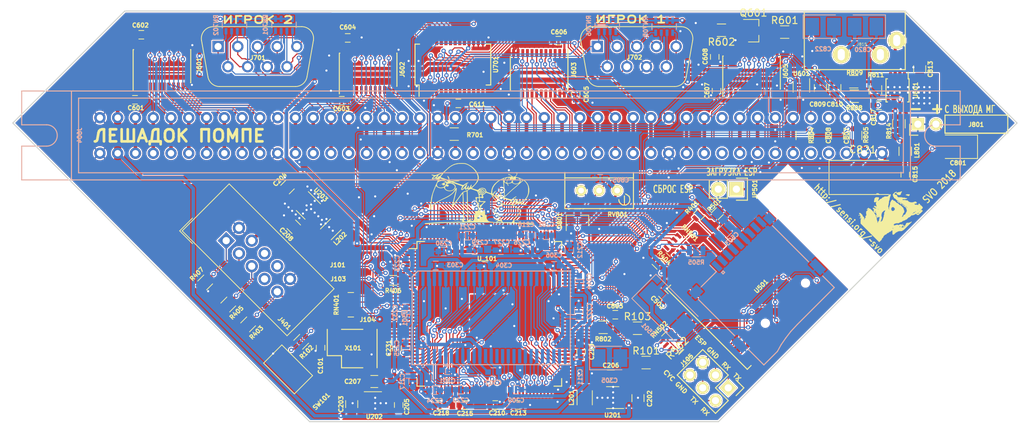
<source format=kicad_pcb>
(kicad_pcb (version 20171130) (host pcbnew "(2018-01-30 revision 342197bb3)-makepkg")
  (layers (0 F.Cu signal) (31 B.Cu signal) (34 B.Paste user) (35 F.Paste user) (36 B.SilkS user) (37 F.SilkS user) (38 B.Mask user) (39 F.Mask user) (44 Edge.Cuts user))
  (net 0 "")
  (net 1 +5V)
  (net 2 GND)
  (net 3 "Net-(C205-Pad1)")
  (net 4 +1V2)
  (net 5 +2V5)
  (net 6 +3V3)
  (net 7 /ADC_SNDp)
  (net 8 /anal/V06C_AUDIO)
  (net 9 /ADC_SNDn)
  (net 10 "Net-(C807-Pad2)")
  (net 11 "Net-(C808-Pad2)")
  (net 12 "Net-(C809-Pad1)")
  (net 13 "Net-(C810-Pad1)")
  (net 14 "Net-(C813-Pad2)")
  (net 15 "Net-(C817-Pad2)")
  (net 16 "Net-(C820-Pad2)")
  (net 17 "Net-(C822-Pad2)")
  (net 18 /DCLK/SPICLK)
  (net 19 /DATA0)
  (net 20 "Net-(J401-Pad1)")
  (net 21 "Net-(J401-Pad3)")
  (net 22 "Net-(J401-Pad5)")
  (net 23 "Net-(J401-Pad6)")
  (net 24 "Net-(J401-Pad7)")
  (net 25 "Net-(J401-Pad8)")
  (net 26 "Net-(J401-Pad9)")
  (net 27 /~SD_SS)
  (net 28 /ASDO)
  (net 29 "Net-(J501-Pad8)")
  (net 30 "Net-(J601-Pad21)")
  (net 31 "Net-(J601-Pad20)")
  (net 32 "Net-(J601-Pad19)")
  (net 33 "Net-(J601-Pad18)")
  (net 34 "Net-(J601-Pad17)")
  (net 35 "Net-(J601-Pad16)")
  (net 36 "Net-(J601-Pad15)")
  (net 37 "Net-(J601-Pad14)")
  (net 38 /~ШАВВ7)
  (net 39 /~ШАВВ6)
  (net 40 /~ШАВВ5)
  (net 41 /~ШАВВ4)
  (net 42 /~ШАВВ3)
  (net 43 /~ШАВВ2)
  (net 44 /~ШАВВ1)
  (net 45 /~ШАВВ0)
  (net 46 /~ШАП0)
  (net 47 /~ШАП1)
  (net 48 /~ШАП2)
  (net 49 /~ШАП3)
  (net 50 /~ШАП4)
  (net 51 /~ШАП5)
  (net 52 /~ШАП6)
  (net 53 /~ШАП7)
  (net 54 "Net-(J602-Pad14)")
  (net 55 "Net-(J602-Pad15)")
  (net 56 "Net-(J602-Pad16)")
  (net 57 "Net-(J602-Pad17)")
  (net 58 "Net-(J602-Pad18)")
  (net 59 "Net-(J602-Pad19)")
  (net 60 "Net-(J602-Pad20)")
  (net 61 "Net-(J602-Pad21)")
  (net 62 /BUS/ШДЪ0)
  (net 63 /BUS/ШДЪ1)
  (net 64 /BUS/ШДЪ2)
  (net 65 /BUS/ШДЪ3)
  (net 66 /BUS/ШДЪ4)
  (net 67 /BUS/ШДЪ5)
  (net 68 /BUS/ШДЪ6)
  (net 69 /BUS/ШДЪ7)
  (net 70 /ШД7)
  (net 71 /ШД6)
  (net 72 /ШД5)
  (net 73 /ШД4)
  (net 74 /ШД3)
  (net 75 /ШД2)
  (net 76 /ШД1)
  (net 77 /ШД0)
  (net 78 /~БЛК)
  (net 79 /BUS/~RASЪ)
  (net 80 /BUS/~CASЪ)
  (net 81 /BUS/~ЗПЗУЪ)
  (net 82 /BUS/~ЧТЗУЪ)
  (net 83 /BUS/~ЧТВВЪ)
  (net 84 /BUS/~СБРЪ_СИСТЕМЫ)
  (net 85 /BUS/~ЗПВВЪ)
  (net 86 /BUS/~БЛКЪ)
  (net 87 /BUS/~ВВОДЪ_СИСТЕМЫ)
  (net 88 /BUS/СТЕКЪ)
  (net 89 /BUS/~СБРОСЪ)
  (net 90 "Net-(J604-Pad49)")
  (net 91 "Net-(J604-Pad42)")
  (net 92 /BUS/СТРОБЪ_СОСТЪ)
  (net 93 /~RAS)
  (net 94 /~CAS)
  (net 95 /СТРОБ_СОСТ)
  (net 96 /Joysticks/~P2UP)
  (net 97 /Joysticks/~P2DN)
  (net 98 /Joysticks/~P2LT)
  (net 99 /Joysticks/~P2RT)
  (net 100 /Joysticks/~P1B3)
  (net 101 /Joysticks/~P2B2)
  (net 102 /Joysticks/~P1B4)
  (net 103 /Joysticks/~P2B1)
  (net 104 /Joysticks/~P1B1)
  (net 105 /Joysticks/~P1B2)
  (net 106 /Joysticks/~P1RT)
  (net 107 /Joysticks/~P1LT)
  (net 108 /Joysticks/~P1DN)
  (net 109 /Joysticks/~P1UP)
  (net 110 "Net-(JP501-Pad1)")
  (net 111 "Net-(L201-Pad1)")
  (net 112 "Net-(L202-Pad1)")
  (net 113 /~SDRAM_CS)
  (net 114 /~SDRAM_RAS)
  (net 115 /~SDRAM_CAS)
  (net 116 /~SDRAM_WE)
  (net 117 /SDRAM_CKE)
  (net 118 /~CONFIG)
  (net 119 /CONF_DONE)
  (net 120 /~STATUS)
  (net 121 /ADC_SNDINT)
  (net 122 /AUDIO_L)
  (net 123 /AUDIO_R)
  (net 124 /TDO)
  (net 125 /TMS)
  (net 126 /TCK)
  (net 127 /TDI)
  (net 128 /SDRAM_DQ15)
  (net 129 /SDRAM_DQ0)
  (net 130 /SDRAM_DQ14)
  (net 131 /SDRAM_DQ1)
  (net 132 /SDRAM_DQ13)
  (net 133 /SDRAM_DQ2)
  (net 134 /SDRAM_DQ12)
  (net 135 /SDRAM_DQ3)
  (net 136 /SDRAM_DQ11)
  (net 137 /SDRAM_DQ4)
  (net 138 /SDRAM_DQ10)
  (net 139 /SDRAM_DQ5)
  (net 140 /SDRAM_DQ9)
  (net 141 /SDRAM_DQ6)
  (net 142 /SDRAM_DQ8)
  (net 143 /SDRAM_DQ7)
  (net 144 "Net-(U301-Pad40)")
  (net 145 /SDRAM_DLQM)
  (net 146 /SDRAM_UDQM)
  (net 147 /SDRAM_CLK)
  (net 148 "Net-(U301-Pad36)")
  (net 149 /SDRAM_A11)
  (net 150 /SDRAM_BA0)
  (net 151 /SDRAM_A9)
  (net 152 /SDRAM_BA1)
  (net 153 /SDRAM_A8)
  (net 154 /SDRAM_A10)
  (net 155 /SDRAM_A7)
  (net 156 /SDRAM_A0)
  (net 157 /SDRAM_A6)
  (net 158 /SDRAM_A1)
  (net 159 /SDRAM_A5)
  (net 160 /SDRAM_A2)
  (net 161 /SDRAM_A4)
  (net 162 /SDRAM_A3)
  (net 163 /~CSO)
  (net 164 "Net-(U501-Pad2)")
  (net 165 /~ESP_SS)
  (net 166 /ESP_TxD)
  (net 167 /ESP_RxD)
  (net 168 "Net-(U501-Pad17)")
  (net 169 "Net-(U501-Pad18)")
  (net 170 "Net-(U501-Pad19)")
  (net 171 "Net-(U501-Pad20)")
  (net 172 "Net-(U501-Pad21)")
  (net 173 "Net-(U501-Pad22)")
  (net 174 /~JOY_SS)
  (net 175 "Net-(U701-Pad19)")
  (net 176 "Net-(U701-Pad20)")
  (net 177 /MCLK)
  (net 178 /Joysticks/~P2B3)
  (net 179 /Joysticks/~P2B4)
  (net 180 "Net-(J501-Pad1)")
  (net 181 /BUTT1)
  (net 182 "Net-(J604-Pad36)")
  (net 183 "Net-(J604-Pad50)")
  (net 184 "Net-(U501-Pad13)")
  (net 185 /ESP12F/TxD)
  (net 186 /ESP12F/RxD)
  (net 187 "Net-(J502-Pad1)")
  (net 188 /anal/POWERPAD)
  (net 189 /СТЕК)
  (net 190 /~ЗПВВ)
  (net 191 /~ЧТВВ)
  (net 192 /~ЧТЗУ)
  (net 193 /~ЗПЗУ)
  (net 194 "Net-(X101-Pad1)")
  (net 195 "Net-(RN501-Pad4)")
  (net 196 "Net-(RN501-Pad8)")
  (net 197 "Net-(RN501-Pad7)")
  (net 198 "Net-(RN501-Pad6)")
  (net 199 "Net-(RN501-Pad5)")
  (net 200 "Net-(RN502-Pad2)")
  (net 201 "Net-(RN502-Pad3)")
  (net 202 "Net-(RN502-Pad6)")
  (net 203 "Net-(U_101-Pad7)")
  (net 204 "Net-(C820-Pad1)")
  (net 205 "Net-(C822-Pad1)")
  (net 206 "Net-(R808-Pad1)")
  (net 207 "Net-(R809-Pad1)")
  (net 208 /FREE_IO2)
  (net 209 /~DDIR)
  (net 210 "Net-(J105-Pad2)")
  (net 211 "Net-(J105-Pad4)")
  (net 212 /СБРОС)
  (net 213 "Net-(Q601-Pad1)")
  (net 214 "Net-(R701-Pad2)")
  (module jack-3:ST-215N-04 (layer F.Cu) (at 167.767 137.287 270)
    (fp_text reference J815 (at 4.6355 6.096) (layer F.SilkS) (effects (font (size 0.39878 0.39878) (thickness 0.0508))))
    (fp_text value "Audio Out" hide)
    (pad 3 thru_hole circle (at 4.1 1.2) (size 2.4 2.4) (drill oval 1 1.6) (layers *.Cu *.Mask F.SilkS) (net 2 GND))
    (pad 2 thru_hole circle (at 6.1 9) (size 2.4 2.4) (drill oval 1 1.6) (layers *.Cu *.Mask F.SilkS) (net 16 "Net-(C820-Pad2)"))
    (pad 1 thru_hole circle (at 6.1 3.5) (size 2.4 2.4) (drill oval 1 1.6) (layers *.Cu *.Mask F.SilkS) (net 17 "Net-(C822-Pad2)"))
  )
  (module Connectors_DSub:DSUB-9_Male_Vertical_Pitch2.77x2.84mm (layer F.Cu) (at 71.12 142.24)
    (fp_text reference J701 (at 5.588 1.5875) (layer F.SilkS) (effects (font (size 0.6 0.6))))
    (fp_text value DB9_Male_MountingHoles)
    (pad 9 thru_hole circle (at 9.695 2.84) (size 1.6 1.6) (drill 1) (layers *.Cu *.Mask) (net 101 /Joysticks/~P2B2))
    (pad 8 thru_hole circle (at 6.925 2.84) (size 1.6 1.6) (drill 1) (layers *.Cu *.Mask) (net 2 GND))
    (pad 7 thru_hole circle (at 4.155 2.84) (size 1.6 1.6) (drill 1) (layers *.Cu *.Mask) (net 179 /Joysticks/~P2B4))
    (pad 6 thru_hole circle (at 1.385 2.84) (size 1.6 1.6) (drill 1) (layers *.Cu *.Mask) (net 103 /Joysticks/~P2B1))
    (pad 5 thru_hole circle (at 11.08 0) (size 1.6 1.6) (drill 1) (layers *.Cu *.Mask) (net 178 /Joysticks/~P2B3))
    (pad 4 thru_hole circle (at 8.31 0) (size 1.6 1.6) (drill 1) (layers *.Cu *.Mask) (net 99 /Joysticks/~P2RT))
    (pad 3 thru_hole circle (at 5.54 0) (size 1.6 1.6) (drill 1) (layers *.Cu *.Mask) (net 98 /Joysticks/~P2LT))
    (pad 2 thru_hole circle (at 2.77 0) (size 1.6 1.6) (drill 1) (layers *.Cu *.Mask) (net 97 /Joysticks/~P2DN))
    (pad 1 thru_hole rect (at 0 0) (size 1.6 1.6) (drill 1) (layers *.Cu *.Mask) (net 96 /Joysticks/~P2UP))
  )
  (module Connectors_DSub:DSUB-9_Male_Vertical_Pitch2.77x2.84mm (layer F.Cu) (at 124.46 142.24)
    (fp_text reference J702 (at 5.207 1.524) (layer F.SilkS) (effects (font (size 0.6 0.6))))
    (fp_text value DB9_Male_MountingHoles)
    (pad 1 thru_hole rect (at 0 0) (size 1.6 1.6) (drill 1) (layers *.Cu *.Mask) (net 109 /Joysticks/~P1UP))
    (pad 2 thru_hole circle (at 2.77 0) (size 1.6 1.6) (drill 1) (layers *.Cu *.Mask) (net 108 /Joysticks/~P1DN))
    (pad 3 thru_hole circle (at 5.54 0) (size 1.6 1.6) (drill 1) (layers *.Cu *.Mask) (net 107 /Joysticks/~P1LT))
    (pad 4 thru_hole circle (at 8.31 0) (size 1.6 1.6) (drill 1) (layers *.Cu *.Mask) (net 106 /Joysticks/~P1RT))
    (pad 5 thru_hole circle (at 11.08 0) (size 1.6 1.6) (drill 1) (layers *.Cu *.Mask) (net 100 /Joysticks/~P1B3))
    (pad 6 thru_hole circle (at 1.385 2.84) (size 1.6 1.6) (drill 1) (layers *.Cu *.Mask) (net 104 /Joysticks/~P1B1))
    (pad 7 thru_hole circle (at 4.155 2.84) (size 1.6 1.6) (drill 1) (layers *.Cu *.Mask) (net 102 /Joysticks/~P1B4))
    (pad 8 thru_hole circle (at 6.925 2.84) (size 1.6 1.6) (drill 1) (layers *.Cu *.Mask) (net 2 GND))
    (pad 9 thru_hole circle (at 9.695 2.84) (size 1.6 1.6) (drill 1) (layers *.Cu *.Mask) (net 105 /Joysticks/~P1B2))
  )
  (module Resistors_SMD:R_Array_Concave_4x0603 (layer B.Cu) (at 73.425 139.231 270)
    (fp_text reference RN702 (at 0 2.6 270) (layer B.SilkS) (effects (font (size 0.6 0.6)) (justify mirror)))
    (fp_text value 10K)
    (pad 5 smd rect (at 0.85 -1.2 270) (size 0.9 0.4) (layers B.Cu B.Paste B.Mask) (net 179 /Joysticks/~P2B4))
    (pad 6 smd rect (at 0.85 -0.4 270) (size 0.9 0.4) (layers B.Cu B.Paste B.Mask) (net 97 /Joysticks/~P2DN))
    (pad 7 smd rect (at 0.85 0.4 270) (size 0.9 0.4) (layers B.Cu B.Paste B.Mask) (net 103 /Joysticks/~P2B1))
    (pad 8 smd rect (at 0.85 1.2 270) (size 0.9 0.4) (layers B.Cu B.Paste B.Mask) (net 96 /Joysticks/~P2UP))
    (pad 4 smd rect (at -0.85 -1.2 270) (size 0.9 0.4) (layers B.Cu B.Paste B.Mask) (net 6 +3V3))
    (pad 1 smd rect (at -0.85 1.2 270) (size 0.9 0.4) (layers B.Cu B.Paste B.Mask) (net 6 +3V3))
    (pad 3 smd rect (at -0.85 -0.4 270) (size 0.9 0.4) (layers B.Cu B.Paste B.Mask) (net 6 +3V3))
    (pad 2 smd rect (at -0.85 0.4 270) (size 0.9 0.4) (layers B.Cu B.Paste B.Mask) (net 6 +3V3))
  )
  (module Housings_SSOP:TSSOP-24_4.4x7.8mm_Pitch0.65mm (layer F.Cu) (at 146.175 145.9 90)
    (fp_text reference J605 (at 0.104 4.7645 90) (layer F.SilkS) (effects (font (size 0.6 0.6))))
    (fp_text value 74LVC8T245)
    (pad 24 smd rect (at 2.85 -3.575 90) (size 1.1 0.4) (layers F.Cu F.Paste F.Mask) (net 1 +5V))
    (pad 23 smd rect (at 2.85 -2.925 90) (size 1.1 0.4) (layers F.Cu F.Paste F.Mask) (net 1 +5V))
    (pad 22 smd rect (at 2.85 -2.275 90) (size 1.1 0.4) (layers F.Cu F.Paste F.Mask) (net 2 GND))
    (pad 21 smd rect (at 2.85 -1.625 90) (size 1.1 0.4) (layers F.Cu F.Paste F.Mask) (net 79 /BUS/~RASЪ))
    (pad 20 smd rect (at 2.85 -0.975 90) (size 1.1 0.4) (layers F.Cu F.Paste F.Mask) (net 80 /BUS/~CASЪ))
    (pad 19 smd rect (at 2.85 -0.325 90) (size 1.1 0.4) (layers F.Cu F.Paste F.Mask) (net 81 /BUS/~ЗПЗУЪ))
    (pad 18 smd rect (at 2.85 0.325 90) (size 1.1 0.4) (layers F.Cu F.Paste F.Mask) (net 82 /BUS/~ЧТЗУЪ))
    (pad 17 smd rect (at 2.85 0.975 90) (size 1.1 0.4) (layers F.Cu F.Paste F.Mask) (net 83 /BUS/~ЧТВВЪ))
    (pad 16 smd rect (at 2.85 1.625 90) (size 1.1 0.4) (layers F.Cu F.Paste F.Mask) (net 85 /BUS/~ЗПВВЪ))
    (pad 15 smd rect (at 2.85 2.275 90) (size 1.1 0.4) (layers F.Cu F.Paste F.Mask) (net 88 /BUS/СТЕКЪ))
    (pad 14 smd rect (at 2.85 2.925 90) (size 1.1 0.4) (layers F.Cu F.Paste F.Mask) (net 92 /BUS/СТРОБЪ_СОСТЪ))
    (pad 13 smd rect (at 2.85 3.575 90) (size 1.1 0.4) (layers F.Cu F.Paste F.Mask) (net 2 GND))
    (pad 12 smd rect (at -2.85 3.575 90) (size 1.1 0.4) (layers F.Cu F.Paste F.Mask) (net 2 GND))
    (pad 11 smd rect (at -2.85 2.925 90) (size 1.1 0.4) (layers F.Cu F.Paste F.Mask) (net 2 GND))
    (pad 10 smd rect (at -2.85 2.275 90) (size 1.1 0.4) (layers F.Cu F.Paste F.Mask) (net 95 /СТРОБ_СОСТ))
    (pad 9 smd rect (at -2.85 1.625 90) (size 1.1 0.4) (layers F.Cu F.Paste F.Mask) (net 189 /СТЕК))
    (pad 8 smd rect (at -2.85 0.975 90) (size 1.1 0.4) (layers F.Cu F.Paste F.Mask) (net 190 /~ЗПВВ))
    (pad 7 smd rect (at -2.85 0.325 90) (size 1.1 0.4) (layers F.Cu F.Paste F.Mask) (net 191 /~ЧТВВ))
    (pad 6 smd rect (at -2.85 -0.325 90) (size 1.1 0.4) (layers F.Cu F.Paste F.Mask) (net 192 /~ЧТЗУ))
    (pad 5 smd rect (at -2.85 -0.975 90) (size 1.1 0.4) (layers F.Cu F.Paste F.Mask) (net 193 /~ЗПЗУ))
    (pad 4 smd rect (at -2.85 -1.625 90) (size 1.1 0.4) (layers F.Cu F.Paste F.Mask) (net 94 /~CAS))
    (pad 3 smd rect (at -2.85 -2.275 90) (size 1.1 0.4) (layers F.Cu F.Paste F.Mask) (net 93 /~RAS))
    (pad 2 smd rect (at -2.85 -2.925 90) (size 1.1 0.4) (layers F.Cu F.Paste F.Mask) (net 2 GND))
    (pad 1 smd rect (at -2.85 -3.575 90) (size 1.1 0.4) (layers F.Cu F.Paste F.Mask) (net 6 +3V3))
  )
  (module altera-eqfp-144:Altera_EQFP-144_20x20mm_Pitch0.5mm (layer F.Cu) (at 109.266 179.838)
    (fp_text reference U_101 (at -0.3 -7.753) (layer F.SilkS) (effects (font (size 0.6 0.6))))
    (fp_text value EP4CE06E22)
    (pad 1 smd rect (at -10.95 -8.75) (size 1.45 0.25) (layers F.Cu F.Paste F.Mask) (net 43 /~ШАВВ2))
    (pad 2 smd rect (at -10.95 -8.25) (size 1.45 0.25) (layers F.Cu F.Paste F.Mask) (net 44 /~ШАВВ1))
    (pad 3 smd rect (at -10.95 -7.75) (size 1.45 0.25) (layers F.Cu F.Paste F.Mask) (net 45 /~ШАВВ0))
    (pad 4 smd rect (at -10.95 -7.25) (size 1.45 0.25) (layers F.Cu F.Paste F.Mask) (net 2 GND))
    (pad 5 smd rect (at -10.95 -6.75) (size 1.45 0.25) (layers F.Cu F.Paste F.Mask) (net 4 +1V2))
    (pad 6 smd rect (at -10.95 -6.25) (size 1.45 0.25) (layers F.Cu F.Paste F.Mask) (net 28 /ASDO))
    (pad 7 smd rect (at -10.95 -5.75) (size 1.45 0.25) (layers F.Cu F.Paste F.Mask) (net 203 "Net-(U_101-Pad7)"))
    (pad 8 smd rect (at -10.95 -5.25) (size 1.45 0.25) (layers F.Cu F.Paste F.Mask) (net 163 /~CSO))
    (pad 9 smd rect (at -10.95 -4.75) (size 1.45 0.25) (layers F.Cu F.Paste F.Mask) (net 120 /~STATUS))
    (pad 10 smd rect (at -10.95 -4.25) (size 1.45 0.25) (layers F.Cu F.Paste F.Mask) (net 209 /~DDIR))
    (pad 11 smd rect (at -10.95 -3.75) (size 1.45 0.25) (layers F.Cu F.Paste F.Mask) (net 208 /FREE_IO2))
    (pad 12 smd rect (at -10.95 -3.25) (size 1.45 0.25) (layers F.Cu F.Paste F.Mask) (net 18 /DCLK/SPICLK))
    (pad 13 smd rect (at -10.95 -2.75) (size 1.45 0.25) (layers F.Cu F.Paste F.Mask) (net 19 /DATA0))
    (pad 14 smd rect (at -10.95 -2.25) (size 1.45 0.25) (layers F.Cu F.Paste F.Mask) (net 118 /~CONFIG))
    (pad 15 smd rect (at -10.95 -1.75) (size 1.45 0.25) (layers F.Cu F.Paste F.Mask) (net 127 /TDI))
    (pad 16 smd rect (at -10.95 -1.25) (size 1.45 0.25) (layers F.Cu F.Paste F.Mask) (net 126 /TCK))
    (pad 17 smd rect (at -10.95 -0.75) (size 1.45 0.25) (layers F.Cu F.Paste F.Mask) (net 6 +3V3))
    (pad 18 smd rect (at -10.95 -0.25) (size 1.45 0.25) (layers F.Cu F.Paste F.Mask) (net 125 /TMS))
    (pad 19 smd rect (at -10.95 0.25) (size 1.45 0.25) (layers F.Cu F.Paste F.Mask) (net 2 GND))
    (pad 20 smd rect (at -10.95 0.75) (size 1.45 0.25) (layers F.Cu F.Paste F.Mask) (net 124 /TDO))
    (pad 21 smd rect (at -10.95 1.25) (size 1.45 0.25) (layers F.Cu F.Paste F.Mask) (net 2 GND))
    (pad 22 smd rect (at -10.95 1.75) (size 1.45 0.25) (layers F.Cu F.Paste F.Mask) (net 2 GND))
    (pad 23 smd rect (at -10.95 2.25) (size 1.45 0.25) (layers F.Cu F.Paste F.Mask) (net 212 /СБРОС))
    (pad 24 smd rect (at -10.95 2.75) (size 1.45 0.25) (layers F.Cu F.Paste F.Mask) (net 177 /MCLK))
    (pad 25 smd rect (at -10.95 3.25) (size 1.45 0.25) (layers F.Cu F.Paste F.Mask) (net 181 /BUTT1))
    (pad 26 smd rect (at -10.95 3.75) (size 1.45 0.25) (layers F.Cu F.Paste F.Mask) (net 6 +3V3))
    (pad 27 smd rect (at -10.95 4.25) (size 1.45 0.25) (layers F.Cu F.Paste F.Mask) (net 2 GND))
    (pad 28 smd rect (at -10.95 4.75) (size 1.45 0.25) (layers F.Cu F.Paste F.Mask) (net 129 /SDRAM_DQ0))
    (pad 29 smd rect (at -10.95 5.25) (size 1.45 0.25) (layers F.Cu F.Paste F.Mask) (net 4 +1V2))
    (pad 30 smd rect (at -10.95 5.75) (size 1.45 0.25) (layers F.Cu F.Paste F.Mask) (net 131 /SDRAM_DQ1))
    (pad 31 smd rect (at -10.95 6.25) (size 1.45 0.25) (layers F.Cu F.Paste F.Mask) (net 133 /SDRAM_DQ2))
    (pad 32 smd rect (at -10.95 6.75) (size 1.45 0.25) (layers F.Cu F.Paste F.Mask) (net 135 /SDRAM_DQ3))
    (pad 33 smd rect (at -10.95 7.25) (size 1.45 0.25) (layers F.Cu F.Paste F.Mask) (net 137 /SDRAM_DQ4))
    (pad 34 smd rect (at -10.95 7.75) (size 1.45 0.25) (layers F.Cu F.Paste F.Mask) (net 139 /SDRAM_DQ5))
    (pad 35 smd rect (at -10.95 8.25) (size 1.45 0.25) (layers F.Cu F.Paste F.Mask) (net 5 +2V5))
    (pad 36 smd rect (at -10.95 8.75) (size 1.45 0.25) (layers F.Cu F.Paste F.Mask) (net 2 GND))
    (pad 37 smd rect (at -8.75 10.95 90) (size 1.45 0.25) (layers F.Cu F.Paste F.Mask) (net 4 +1V2))
    (pad 38 smd rect (at -8.25 10.95 90) (size 1.45 0.25) (layers F.Cu F.Paste F.Mask) (net 141 /SDRAM_DQ6))
    (pad 39 smd rect (at -7.75 10.95 90) (size 1.45 0.25) (layers F.Cu F.Paste F.Mask) (net 143 /SDRAM_DQ7))
    (pad 40 smd rect (at -7.25 10.95 90) (size 1.45 0.25) (layers F.Cu F.Paste F.Mask) (net 6 +3V3))
    (pad 41 smd rect (at -6.75 10.95 90) (size 1.45 0.25) (layers F.Cu F.Paste F.Mask) (net 2 GND))
    (pad 42 smd rect (at -6.25 10.95 90) (size 1.45 0.25) (layers F.Cu F.Paste F.Mask) (net 145 /SDRAM_DLQM))
    (pad 43 smd rect (at -5.75 10.95 90) (size 1.45 0.25) (layers F.Cu F.Paste F.Mask) (net 116 /~SDRAM_WE))
    (pad 44 smd rect (at -5.25 10.95 90) (size 1.45 0.25) (layers F.Cu F.Paste F.Mask) (net 115 /~SDRAM_CAS))
    (pad 45 smd rect (at -4.75 10.95 90) (size 1.45 0.25) (layers F.Cu F.Paste F.Mask) (net 4 +1V2))
    (pad 46 smd rect (at -4.25 10.95 90) (size 1.45 0.25) (layers F.Cu F.Paste F.Mask) (net 114 /~SDRAM_RAS))
    (pad 47 smd rect (at -3.75 10.95 90) (size 1.45 0.25) (layers F.Cu F.Paste F.Mask) (net 6 +3V3))
    (pad 48 smd rect (at -3.25 10.95 90) (size 1.45 0.25) (layers F.Cu F.Paste F.Mask) (net 2 GND))
    (pad 49 smd rect (at -2.75 10.95 90) (size 1.45 0.25) (layers F.Cu F.Paste F.Mask) (net 128 /SDRAM_DQ15))
    (pad 50 smd rect (at -2.25 10.95 90) (size 1.45 0.25) (layers F.Cu F.Paste F.Mask) (net 130 /SDRAM_DQ14))
    (pad 51 smd rect (at -1.75 10.95 90) (size 1.45 0.25) (layers F.Cu F.Paste F.Mask) (net 132 /SDRAM_DQ13))
    (pad 52 smd rect (at -1.25 10.95 90) (size 1.45 0.25) (layers F.Cu F.Paste F.Mask) (net 134 /SDRAM_DQ12))
    (pad 53 smd rect (at -0.75 10.95 90) (size 1.45 0.25) (layers F.Cu F.Paste F.Mask) (net 136 /SDRAM_DQ11))
    (pad 54 smd rect (at -0.25 10.95 90) (size 1.45 0.25) (layers F.Cu F.Paste F.Mask) (net 138 /SDRAM_DQ10))
    (pad 55 smd rect (at 0.25 10.95 90) (size 1.45 0.25) (layers F.Cu F.Paste F.Mask) (net 140 /SDRAM_DQ9))
    (pad 56 smd rect (at 0.75 10.95 90) (size 1.45 0.25) (layers F.Cu F.Paste F.Mask) (net 6 +3V3))
    (pad 57 smd rect (at 1.25 10.95 90) (size 1.45 0.25) (layers F.Cu F.Paste F.Mask) (net 2 GND))
    (pad 58 smd rect (at 1.75 10.95 90) (size 1.45 0.25) (layers F.Cu F.Paste F.Mask) (net 142 /SDRAM_DQ8))
    (pad 59 smd rect (at 2.25 10.95 90) (size 1.45 0.25) (layers F.Cu F.Paste F.Mask) (net 146 /SDRAM_UDQM))
    (pad 60 smd rect (at 2.75 10.95 90) (size 1.45 0.25) (layers F.Cu F.Paste F.Mask) (net 147 /SDRAM_CLK))
    (pad 61 smd rect (at 3.25 10.95 90) (size 1.45 0.25) (layers F.Cu F.Paste F.Mask) (net 4 +1V2))
    (pad 62 smd rect (at 3.75 10.95 90) (size 1.45 0.25) (layers F.Cu F.Paste F.Mask) (net 6 +3V3))
    (pad 63 smd rect (at 4.25 10.95 90) (size 1.45 0.25) (layers F.Cu F.Paste F.Mask) (net 2 GND))
    (pad 64 smd rect (at 4.75 10.95 90) (size 1.45 0.25) (layers F.Cu F.Paste F.Mask) (net 117 /SDRAM_CKE))
    (pad 65 smd rect (at 5.25 10.95 90) (size 1.45 0.25) (layers F.Cu F.Paste F.Mask) (net 149 /SDRAM_A11))
    (pad 66 smd rect (at 5.75 10.95 90) (size 1.45 0.25) (layers F.Cu F.Paste F.Mask) (net 151 /SDRAM_A9))
    (pad 67 smd rect (at 6.25 10.95 90) (size 1.45 0.25) (layers F.Cu F.Paste F.Mask) (net 153 /SDRAM_A8))
    (pad 68 smd rect (at 6.75 10.95 90) (size 1.45 0.25) (layers F.Cu F.Paste F.Mask) (net 155 /SDRAM_A7))
    (pad 69 smd rect (at 7.25 10.95 90) (size 1.45 0.25) (layers F.Cu F.Paste F.Mask) (net 157 /SDRAM_A6))
    (pad 70 smd rect (at 7.75 10.95 90) (size 1.45 0.25) (layers F.Cu F.Paste F.Mask) (net 159 /SDRAM_A5))
    (pad 71 smd rect (at 8.25 10.95 90) (size 1.45 0.25) (layers F.Cu F.Paste F.Mask) (net 161 /SDRAM_A4))
    (pad 72 smd rect (at 8.75 10.95 90) (size 1.45 0.25) (layers F.Cu F.Paste F.Mask) (net 113 /~SDRAM_CS))
    (pad 73 smd rect (at 10.95 8.75) (size 1.45 0.25) (layers F.Cu F.Paste F.Mask) (net 150 /SDRAM_BA0))
    (pad 74 smd rect (at 10.95 8.25) (size 1.45 0.25) (layers F.Cu F.Paste F.Mask) (net 152 /SDRAM_BA1))
    (pad 75 smd rect (at 10.95 7.75) (size 1.45 0.25) (layers F.Cu F.Paste F.Mask) (net 154 /SDRAM_A10))
    (pad 76 smd rect (at 10.95 7.25) (size 1.45 0.25) (layers F.Cu F.Paste F.Mask) (net 156 /SDRAM_A0))
    (pad 77 smd rect (at 10.95 6.75) (size 1.45 0.25) (layers F.Cu F.Paste F.Mask) (net 158 /SDRAM_A1))
    (pad 78 smd rect (at 10.95 6.25) (size 1.45 0.25) (layers F.Cu F.Paste F.Mask) (net 4 +1V2))
    (pad 79 smd rect (at 10.95 5.75) (size 1.45 0.25) (layers F.Cu F.Paste F.Mask) (net 2 GND))
    (pad 80 smd rect (at 10.95 5.25) (size 1.45 0.25) (layers F.Cu F.Paste F.Mask) (net 160 /SDRAM_A2))
    (pad 81 smd rect (at 10.95 4.75) (size 1.45 0.25) (layers F.Cu F.Paste F.Mask) (net 6 +3V3))
    (pad 82 smd rect (at 10.95 4.25) (size 1.45 0.25) (layers F.Cu F.Paste F.Mask) (net 2 GND))
    (pad 83 smd rect (at 10.95 3.75) (size 1.45 0.25) (layers F.Cu F.Paste F.Mask) (net 162 /SDRAM_A3))
    (pad 84 smd rect (at 10.95 3.25) (size 1.45 0.25) (layers F.Cu F.Paste F.Mask) (net 165 /~ESP_SS))
    (pad 85 smd rect (at 10.95 2.75) (size 1.45 0.25) (layers F.Cu F.Paste F.Mask) (net 95 /СТРОБ_СОСТ))
    (pad 86 smd rect (at 10.95 2.25) (size 1.45 0.25) (layers F.Cu F.Paste F.Mask) (net 189 /СТЕК))
    (pad 87 smd rect (at 10.95 1.75) (size 1.45 0.25) (layers F.Cu F.Paste F.Mask) (net 121 /ADC_SNDINT))
    (pad 88 smd rect (at 10.95 1.25) (size 1.45 0.25) (layers F.Cu F.Paste F.Mask) (net 167 /ESP_RxD))
    (pad 89 smd rect (at 10.95 0.75) (size 1.45 0.25) (layers F.Cu F.Paste F.Mask) (net 190 /~ЗПВВ))
    (pad 90 smd rect (at 10.95 0.25) (size 1.45 0.25) (layers F.Cu F.Paste F.Mask) (net 191 /~ЧТВВ))
    (pad 91 smd rect (at 10.95 -0.25) (size 1.45 0.25) (layers F.Cu F.Paste F.Mask) (net 192 /~ЧТЗУ))
    (pad 92 smd rect (at 10.95 -0.75) (size 1.45 0.25) (layers F.Cu F.Paste F.Mask) (net 119 /CONF_DONE))
    (pad 93 smd rect (at 10.95 -1.25) (size 1.45 0.25) (layers F.Cu F.Paste F.Mask) (net 6 +3V3))
    (pad 94 smd rect (at 10.95 -1.75) (size 1.45 0.25) (layers F.Cu F.Paste F.Mask) (net 2 GND))
    (pad 95 smd rect (at 10.95 -2.25) (size 1.45 0.25) (layers F.Cu F.Paste F.Mask) (net 2 GND))
    (pad 96 smd rect (at 10.95 -2.75) (size 1.45 0.25) (layers F.Cu F.Paste F.Mask) (net 2 GND))
    (pad 97 smd rect (at 10.95 -3.25) (size 1.45 0.25) (layers F.Cu F.Paste F.Mask) (net 2 GND))
    (pad 98 smd rect (at 10.95 -3.75) (size 1.45 0.25) (layers F.Cu F.Paste F.Mask) (net 9 /ADC_SNDn))
    (pad 99 smd rect (at 10.95 -4.25) (size 1.45 0.25) (layers F.Cu F.Paste F.Mask) (net 7 /ADC_SNDp))
    (pad 100 smd rect (at 10.95 -4.75) (size 1.45 0.25) (layers F.Cu F.Paste F.Mask) (net 78 /~БЛК))
    (pad 101 smd rect (at 10.95 -5.25) (size 1.45 0.25) (layers F.Cu F.Paste F.Mask) (net 123 /AUDIO_R))
    (pad 102 smd rect (at 10.95 -5.75) (size 1.45 0.25) (layers F.Cu F.Paste F.Mask) (net 4 +1V2))
    (pad 103 smd rect (at 10.95 -6.25) (size 1.45 0.25) (layers F.Cu F.Paste F.Mask) (net 122 /AUDIO_L))
    (pad 104 smd rect (at 10.95 -6.75) (size 1.45 0.25) (layers F.Cu F.Paste F.Mask) (net 193 /~ЗПЗУ))
    (pad 105 smd rect (at 10.95 -7.25) (size 1.45 0.25) (layers F.Cu F.Paste F.Mask) (net 94 /~CAS))
    (pad 106 smd rect (at 10.95 -7.75) (size 1.45 0.25) (layers F.Cu F.Paste F.Mask) (net 93 /~RAS))
    (pad 107 smd rect (at 10.95 -8.25) (size 1.45 0.25) (layers F.Cu F.Paste F.Mask) (net 5 +2V5))
    (pad 108 smd rect (at 10.95 -8.75) (size 1.45 0.25) (layers F.Cu F.Paste F.Mask) (net 2 GND))
    (pad 109 smd rect (at 8.75 -10.95 90) (size 1.45 0.25) (layers F.Cu F.Paste F.Mask) (net 4 +1V2))
    (pad 110 smd rect (at 8.25 -10.95 90) (size 1.45 0.25) (layers F.Cu F.Paste F.Mask) (net 18 /DCLK/SPICLK))
    (pad 111 smd rect (at 7.75 -10.95 90) (size 1.45 0.25) (layers F.Cu F.Paste F.Mask) (net 174 /~JOY_SS))
    (pad 112 smd rect (at 7.25 -10.95 90) (size 1.45 0.25) (layers F.Cu F.Paste F.Mask) (net 27 /~SD_SS))
    (pad 113 smd rect (at 6.75 -10.95 90) (size 1.45 0.25) (layers F.Cu F.Paste F.Mask) (net 166 /ESP_TxD))
    (pad 114 smd rect (at 6.25 -10.95 90) (size 1.45 0.25) (layers F.Cu F.Paste F.Mask) (net 70 /ШД7))
    (pad 115 smd rect (at 5.75 -10.95 90) (size 1.45 0.25) (layers F.Cu F.Paste F.Mask) (net 71 /ШД6))
    (pad 116 smd rect (at 5.25 -10.95 90) (size 1.45 0.25) (layers F.Cu F.Paste F.Mask) (net 4 +1V2))
    (pad 117 smd rect (at 4.75 -10.95 90) (size 1.45 0.25) (layers F.Cu F.Paste F.Mask) (net 6 +3V3))
    (pad 118 smd rect (at 4.25 -10.95 90) (size 1.45 0.25) (layers F.Cu F.Paste F.Mask) (net 2 GND))
    (pad 119 smd rect (at 3.75 -10.95 90) (size 1.45 0.25) (layers F.Cu F.Paste F.Mask) (net 72 /ШД5))
    (pad 120 smd rect (at 3.25 -10.95 90) (size 1.45 0.25) (layers F.Cu F.Paste F.Mask) (net 73 /ШД4))
    (pad 121 smd rect (at 2.75 -10.95 90) (size 1.45 0.25) (layers F.Cu F.Paste F.Mask) (net 74 /ШД3))
    (pad 122 smd rect (at 2.25 -10.95 90) (size 1.45 0.25) (layers F.Cu F.Paste F.Mask) (net 6 +3V3))
    (pad 123 smd rect (at 1.75 -10.95 90) (size 1.45 0.25) (layers F.Cu F.Paste F.Mask) (net 2 GND))
    (pad 124 smd rect (at 1.25 -10.95 90) (size 1.45 0.25) (layers F.Cu F.Paste F.Mask) (net 75 /ШД2))
    (pad 125 smd rect (at 0.75 -10.95 90) (size 1.45 0.25) (layers F.Cu F.Paste F.Mask) (net 76 /ШД1))
    (pad 126 smd rect (at 0.25 -10.95 90) (size 1.45 0.25) (layers F.Cu F.Paste F.Mask) (net 77 /ШД0))
    (pad 127 smd rect (at -0.25 -10.95 90) (size 1.45 0.25) (layers F.Cu F.Paste F.Mask) (net 53 /~ШАП7))
    (pad 128 smd rect (at -0.75 -10.95 90) (size 1.45 0.25) (layers F.Cu F.Paste F.Mask) (net 52 /~ШАП6))
    (pad 129 smd rect (at -1.25 -10.95 90) (size 1.45 0.25) (layers F.Cu F.Paste F.Mask) (net 51 /~ШАП5))
    (pad 130 smd rect (at -1.75 -10.95 90) (size 1.45 0.25) (layers F.Cu F.Paste F.Mask) (net 6 +3V3))
    (pad 131 smd rect (at -2.25 -10.95 90) (size 1.45 0.25) (layers F.Cu F.Paste F.Mask) (net 2 GND))
    (pad 132 smd rect (at -2.75 -10.95 90) (size 1.45 0.25) (layers F.Cu F.Paste F.Mask) (net 50 /~ШАП4))
    (pad 133 smd rect (at -3.25 -10.95 90) (size 1.45 0.25) (layers F.Cu F.Paste F.Mask) (net 49 /~ШАП3))
    (pad 134 smd rect (at -3.75 -10.95 90) (size 1.45 0.25) (layers F.Cu F.Paste F.Mask) (net 4 +1V2))
    (pad 135 smd rect (at -4.25 -10.95 90) (size 1.45 0.25) (layers F.Cu F.Paste F.Mask) (net 48 /~ШАП2))
    (pad 136 smd rect (at -4.75 -10.95 90) (size 1.45 0.25) (layers F.Cu F.Paste F.Mask) (net 47 /~ШАП1))
    (pad 137 smd rect (at -5.25 -10.95 90) (size 1.45 0.25) (layers F.Cu F.Paste F.Mask) (net 46 /~ШАП0))
    (pad 138 smd rect (at -5.75 -10.95 90) (size 1.45 0.25) (layers F.Cu F.Paste F.Mask) (net 38 /~ШАВВ7))
    (pad 139 smd rect (at -6.25 -10.95 90) (size 1.45 0.25) (layers F.Cu F.Paste F.Mask) (net 6 +3V3))
    (pad 140 smd rect (at -6.75 -10.95 90) (size 1.45 0.25) (layers F.Cu F.Paste F.Mask) (net 2 GND))
    (pad 141 smd rect (at -7.25 -10.95 90) (size 1.45 0.25) (layers F.Cu F.Paste F.Mask) (net 39 /~ШАВВ6))
    (pad 142 smd rect (at -7.75 -10.95 90) (size 1.45 0.25) (layers F.Cu F.Paste F.Mask) (net 40 /~ШАВВ5))
    (pad 143 smd rect (at -8.25 -10.95 90) (size 1.45 0.25) (layers F.Cu F.Paste F.Mask) (net 41 /~ШАВВ4))
    (pad 144 smd rect (at -8.75 -10.95 90) (size 1.45 0.25) (layers F.Cu F.Paste F.Mask) (net 42 /~ШАВВ3))
    (pad 145 smd rect (at 0 0) (size 5.4 5.4) (layers F.Cu F.Paste F.Mask) (net 2 GND))
  )
  (module issi-tsop2-54:TSOP-2-54-0.8 (layer B.Cu) (at 109.5375 180.4035)
    (fp_text reference U301 (at -12.125 0 270) (layer B.SilkS) (effects (font (size 0.6 0.6)) (justify mirror)))
    (fp_text value IS42S16400J)
    (pad 54 smd rect (at -10.4 5.38) (size 0.45 2) (layers B.Cu B.Paste B.Mask) (net 2 GND))
    (pad 1 smd rect (at -10.4 -5.48) (size 0.45 2) (layers B.Cu B.Paste B.Mask) (net 6 +3V3))
    (pad 53 smd rect (at -9.6 5.38) (size 0.45 2) (layers B.Cu B.Paste B.Mask) (net 128 /SDRAM_DQ15))
    (pad 2 smd rect (at -9.6 -5.48) (size 0.45 2) (layers B.Cu B.Paste B.Mask) (net 129 /SDRAM_DQ0))
    (pad 52 smd rect (at -8.8 5.38) (size 0.45 2) (layers B.Cu B.Paste B.Mask) (net 2 GND))
    (pad 3 smd rect (at -8.8 -5.48) (size 0.45 2) (layers B.Cu B.Paste B.Mask) (net 6 +3V3))
    (pad 51 smd rect (at -8 5.38) (size 0.45 2) (layers B.Cu B.Paste B.Mask) (net 130 /SDRAM_DQ14))
    (pad 4 smd rect (at -8 -5.48) (size 0.45 2) (layers B.Cu B.Paste B.Mask) (net 131 /SDRAM_DQ1))
    (pad 50 smd rect (at -7.2 5.38) (size 0.45 2) (layers B.Cu B.Paste B.Mask) (net 132 /SDRAM_DQ13))
    (pad 5 smd rect (at -7.2 -5.48) (size 0.45 2) (layers B.Cu B.Paste B.Mask) (net 133 /SDRAM_DQ2))
    (pad 49 smd rect (at -6.4 5.38) (size 0.45 2) (layers B.Cu B.Paste B.Mask) (net 6 +3V3))
    (pad 6 smd rect (at -6.4 -5.48) (size 0.45 2) (layers B.Cu B.Paste B.Mask) (net 2 GND))
    (pad 48 smd rect (at -5.6 5.38) (size 0.45 2) (layers B.Cu B.Paste B.Mask) (net 134 /SDRAM_DQ12))
    (pad 7 smd rect (at -5.6 -5.48) (size 0.45 2) (layers B.Cu B.Paste B.Mask) (net 135 /SDRAM_DQ3))
    (pad 47 smd rect (at -4.8 5.38) (size 0.45 2) (layers B.Cu B.Paste B.Mask) (net 136 /SDRAM_DQ11))
    (pad 8 smd rect (at -4.8 -5.48) (size 0.45 2) (layers B.Cu B.Paste B.Mask) (net 137 /SDRAM_DQ4))
    (pad 46 smd rect (at -4 5.38) (size 0.45 2) (layers B.Cu B.Paste B.Mask) (net 2 GND))
    (pad 9 smd rect (at -4 -5.48) (size 0.45 2) (layers B.Cu B.Paste B.Mask) (net 6 +3V3))
    (pad 45 smd rect (at -3.2 5.38) (size 0.45 2) (layers B.Cu B.Paste B.Mask) (net 138 /SDRAM_DQ10))
    (pad 10 smd rect (at -3.2 -5.48) (size 0.45 2) (layers B.Cu B.Paste B.Mask) (net 139 /SDRAM_DQ5))
    (pad 44 smd rect (at -2.4 5.38) (size 0.45 2) (layers B.Cu B.Paste B.Mask) (net 140 /SDRAM_DQ9))
    (pad 11 smd rect (at -2.4 -5.48) (size 0.45 2) (layers B.Cu B.Paste B.Mask) (net 141 /SDRAM_DQ6))
    (pad 43 smd rect (at -1.6 5.38) (size 0.45 2) (layers B.Cu B.Paste B.Mask) (net 6 +3V3))
    (pad 12 smd rect (at -1.6 -5.48) (size 0.45 2) (layers B.Cu B.Paste B.Mask) (net 2 GND))
    (pad 42 smd rect (at -0.8 5.38) (size 0.45 2) (layers B.Cu B.Paste B.Mask) (net 142 /SDRAM_DQ8))
    (pad 13 smd rect (at -0.8 -5.48) (size 0.45 2) (layers B.Cu B.Paste B.Mask) (net 143 /SDRAM_DQ7))
    (pad 41 smd rect (at 0 5.38) (size 0.45 2) (layers B.Cu B.Paste B.Mask) (net 2 GND))
    (pad 14 smd rect (at 0 -5.48) (size 0.45 2) (layers B.Cu B.Paste B.Mask) (net 6 +3V3))
    (pad 40 smd rect (at 0.8 5.38) (size 0.45 2) (layers B.Cu B.Paste B.Mask) (net 144 "Net-(U301-Pad40)"))
    (pad 15 smd rect (at 0.8 -5.48) (size 0.45 2) (layers B.Cu B.Paste B.Mask) (net 145 /SDRAM_DLQM))
    (pad 39 smd rect (at 1.6 5.38) (size 0.45 2) (layers B.Cu B.Paste B.Mask) (net 146 /SDRAM_UDQM))
    (pad 16 smd rect (at 1.6 -5.48) (size 0.45 2) (layers B.Cu B.Paste B.Mask) (net 116 /~SDRAM_WE))
    (pad 38 smd rect (at 2.4 5.38) (size 0.45 2) (layers B.Cu B.Paste B.Mask) (net 147 /SDRAM_CLK))
    (pad 17 smd rect (at 2.4 -5.48) (size 0.45 2) (layers B.Cu B.Paste B.Mask) (net 115 /~SDRAM_CAS))
    (pad 37 smd rect (at 3.2 5.38) (size 0.45 2) (layers B.Cu B.Paste B.Mask) (net 117 /SDRAM_CKE))
    (pad 18 smd rect (at 3.2 -5.48) (size 0.45 2) (layers B.Cu B.Paste B.Mask) (net 114 /~SDRAM_RAS))
    (pad 36 smd rect (at 4 5.38) (size 0.45 2) (layers B.Cu B.Paste B.Mask) (net 148 "Net-(U301-Pad36)"))
    (pad 19 smd rect (at 4 -5.48) (size 0.45 2) (layers B.Cu B.Paste B.Mask) (net 113 /~SDRAM_CS))
    (pad 35 smd rect (at 4.8 5.38) (size 0.45 2) (layers B.Cu B.Paste B.Mask) (net 149 /SDRAM_A11))
    (pad 20 smd rect (at 4.8 -5.48) (size 0.45 2) (layers B.Cu B.Paste B.Mask) (net 150 /SDRAM_BA0))
    (pad 34 smd rect (at 5.6 5.38) (size 0.45 2) (layers B.Cu B.Paste B.Mask) (net 151 /SDRAM_A9))
    (pad 21 smd rect (at 5.6 -5.48) (size 0.45 2) (layers B.Cu B.Paste B.Mask) (net 152 /SDRAM_BA1))
    (pad 33 smd rect (at 6.4 5.38) (size 0.45 2) (layers B.Cu B.Paste B.Mask) (net 153 /SDRAM_A8))
    (pad 22 smd rect (at 6.4 -5.48) (size 0.45 2) (layers B.Cu B.Paste B.Mask) (net 154 /SDRAM_A10))
    (pad 32 smd rect (at 7.2 5.38) (size 0.45 2) (layers B.Cu B.Paste B.Mask) (net 155 /SDRAM_A7))
    (pad 23 smd rect (at 7.2 -5.48) (size 0.45 2) (layers B.Cu B.Paste B.Mask) (net 156 /SDRAM_A0))
    (pad 31 smd rect (at 8 5.38) (size 0.45 2) (layers B.Cu B.Paste B.Mask) (net 157 /SDRAM_A6))
    (pad 24 smd rect (at 8 -5.48) (size 0.45 2) (layers B.Cu B.Paste B.Mask) (net 158 /SDRAM_A1))
    (pad 30 smd rect (at 8.8 5.38) (size 0.45 2) (layers B.Cu B.Paste B.Mask) (net 159 /SDRAM_A5))
    (pad 25 smd rect (at 8.8 -5.48) (size 0.45 2) (layers B.Cu B.Paste B.Mask) (net 160 /SDRAM_A2))
    (pad 29 smd rect (at 9.6 5.38) (size 0.45 2) (layers B.Cu B.Paste B.Mask) (net 161 /SDRAM_A4))
    (pad 26 smd rect (at 9.6 -5.48) (size 0.45 2) (layers B.Cu B.Paste B.Mask) (net 162 /SDRAM_A3))
    (pad 28 smd rect (at 10.4 5.38) (size 0.45 2) (layers B.Cu B.Paste B.Mask) (net 2 GND))
    (pad 27 smd rect (at 10.4 -5.48) (size 0.45 2) (layers B.Cu B.Paste B.Mask) (net 6 +3V3))
  )
  (module "con-ussr-snp:СНП34С-90В-В(SNP34S)" (layer B.Cu) (at 109.5 154.75)
    (fp_text reference J604 (at -57.85 0 -90) (layer B.SilkS) (effects (font (size 0.6 0.6)) (justify mirror)))
    (fp_text value SNP34-90)
    (pad 45 thru_hole circle (at 55 -2.5) (size 1.6 1.6) (drill 0.9) (layers *.Cu *.Mask) (net 2 GND))
    (pad 46 thru_hole circle (at 55 2.5) (size 1.6 1.6) (drill 0.9) (layers *.Cu *.Mask) (net 2 GND))
    (pad 44 thru_hole circle (at 52.5 -2.5) (size 1.6 1.6) (drill 0.9) (layers *.Cu *.Mask) (net 1 +5V))
    (pad 47 thru_hole circle (at 52.5 2.5) (size 1.6 1.6) (drill 0.9) (layers *.Cu *.Mask) (net 1 +5V))
    (pad 43 thru_hole circle (at 50 -2.5) (size 1.6 1.6) (drill 0.9) (layers *.Cu *.Mask) (net 92 /BUS/СТРОБЪ_СОСТЪ))
    (pad 48 thru_hole circle (at 50 2.5) (size 1.6 1.6) (drill 0.9) (layers *.Cu *.Mask) (net 92 /BUS/СТРОБЪ_СОСТЪ))
    (pad 42 thru_hole circle (at 47.5 -2.5) (size 1.6 1.6) (drill 0.9) (layers *.Cu *.Mask) (net 91 "Net-(J604-Pad42)"))
    (pad 49 thru_hole circle (at 47.5 2.5) (size 1.6 1.6) (drill 0.9) (layers *.Cu *.Mask) (net 90 "Net-(J604-Pad49)"))
    (pad 41 thru_hole circle (at 45 -2.5) (size 1.6 1.6) (drill 0.9) (layers *.Cu *.Mask) (net 89 /BUS/~СБРОСЪ))
    (pad 50 thru_hole circle (at 45 2.5) (size 1.6 1.6) (drill 0.9) (layers *.Cu *.Mask) (net 183 "Net-(J604-Pad50)"))
    (pad 40 thru_hole circle (at 42.5 -2.5) (size 1.6 1.6) (drill 0.9) (layers *.Cu *.Mask) (net 88 /BUS/СТЕКЪ))
    (pad 51 thru_hole circle (at 42.5 2.5) (size 1.6 1.6) (drill 0.9) (layers *.Cu *.Mask) (net 88 /BUS/СТЕКЪ))
    (pad 39 thru_hole circle (at 40 -2.5) (size 1.6 1.6) (drill 0.9) (layers *.Cu *.Mask) (net 87 /BUS/~ВВОДЪ_СИСТЕМЫ))
    (pad 52 thru_hole circle (at 40 2.5) (size 1.6 1.6) (drill 0.9) (layers *.Cu *.Mask) (net 87 /BUS/~ВВОДЪ_СИСТЕМЫ))
    (pad 38 thru_hole circle (at 37.5 -2.5) (size 1.6 1.6) (drill 0.9) (layers *.Cu *.Mask) (net 86 /BUS/~БЛКЪ))
    (pad 53 thru_hole circle (at 37.5 2.5) (size 1.6 1.6) (drill 0.9) (layers *.Cu *.Mask) (net 86 /BUS/~БЛКЪ))
    (pad 37 thru_hole circle (at 35 -2.5) (size 1.6 1.6) (drill 0.9) (layers *.Cu *.Mask) (net 85 /BUS/~ЗПВВЪ))
    (pad 54 thru_hole circle (at 35 2.5) (size 1.6 1.6) (drill 0.9) (layers *.Cu *.Mask) (net 85 /BUS/~ЗПВВЪ))
    (pad 36 thru_hole circle (at 32.5 -2.5) (size 1.6 1.6) (drill 0.9) (layers *.Cu *.Mask) (net 182 "Net-(J604-Pad36)"))
    (pad 55 thru_hole circle (at 32.5 2.5) (size 1.6 1.6) (drill 0.9) (layers *.Cu *.Mask) (net 84 /BUS/~СБРЪ_СИСТЕМЫ))
    (pad 35 thru_hole circle (at 30 -2.5) (size 1.6 1.6) (drill 0.9) (layers *.Cu *.Mask) (net 83 /BUS/~ЧТВВЪ))
    (pad 56 thru_hole circle (at 30 2.5) (size 1.6 1.6) (drill 0.9) (layers *.Cu *.Mask) (net 83 /BUS/~ЧТВВЪ))
    (pad 34 thru_hole circle (at 27.5 -2.5) (size 1.6 1.6) (drill 0.9) (layers *.Cu *.Mask) (net 82 /BUS/~ЧТЗУЪ))
    (pad 57 thru_hole circle (at 27.5 2.5) (size 1.6 1.6) (drill 0.9) (layers *.Cu *.Mask) (net 82 /BUS/~ЧТЗУЪ))
    (pad 33 thru_hole circle (at 25 -2.5) (size 1.6 1.6) (drill 0.9) (layers *.Cu *.Mask) (net 2 GND))
    (pad 58 thru_hole circle (at 25 2.5) (size 1.6 1.6) (drill 0.9) (layers *.Cu *.Mask) (net 2 GND))
    (pad 32 thru_hole circle (at 22.5 -2.5) (size 1.6 1.6) (drill 0.9) (layers *.Cu *.Mask) (net 69 /BUS/ШДЪ7))
    (pad 59 thru_hole circle (at 22.5 2.5) (size 1.6 1.6) (drill 0.9) (layers *.Cu *.Mask) (net 69 /BUS/ШДЪ7))
    (pad 31 thru_hole circle (at 20 -2.5) (size 1.6 1.6) (drill 0.9) (layers *.Cu *.Mask) (net 68 /BUS/ШДЪ6))
    (pad 60 thru_hole circle (at 20 2.5) (size 1.6 1.6) (drill 0.9) (layers *.Cu *.Mask) (net 68 /BUS/ШДЪ6))
    (pad 30 thru_hole circle (at 17.5 -2.5) (size 1.6 1.6) (drill 0.9) (layers *.Cu *.Mask) (net 67 /BUS/ШДЪ5))
    (pad 61 thru_hole circle (at 17.5 2.5) (size 1.6 1.6) (drill 0.9) (layers *.Cu *.Mask) (net 67 /BUS/ШДЪ5))
    (pad 29 thru_hole circle (at 15 -2.5) (size 1.6 1.6) (drill 0.9) (layers *.Cu *.Mask) (net 66 /BUS/ШДЪ4))
    (pad 62 thru_hole circle (at 15 2.5) (size 1.6 1.6) (drill 0.9) (layers *.Cu *.Mask) (net 66 /BUS/ШДЪ4))
    (pad 28 thru_hole circle (at 12.5 -2.5) (size 1.6 1.6) (drill 0.9) (layers *.Cu *.Mask) (net 65 /BUS/ШДЪ3))
    (pad 63 thru_hole circle (at 12.5 2.5) (size 1.6 1.6) (drill 0.9) (layers *.Cu *.Mask) (net 65 /BUS/ШДЪ3))
    (pad 27 thru_hole circle (at 10 -2.5) (size 1.6 1.6) (drill 0.9) (layers *.Cu *.Mask) (net 64 /BUS/ШДЪ2))
    (pad 64 thru_hole circle (at 10 2.5) (size 1.6 1.6) (drill 0.9) (layers *.Cu *.Mask) (net 64 /BUS/ШДЪ2))
    (pad 26 thru_hole circle (at 7.5 -2.5) (size 1.6 1.6) (drill 0.9) (layers *.Cu *.Mask) (net 63 /BUS/ШДЪ1))
    (pad 65 thru_hole circle (at 7.5 2.5) (size 1.6 1.6) (drill 0.9) (layers *.Cu *.Mask) (net 63 /BUS/ШДЪ1))
    (pad 25 thru_hole circle (at 5 -2.5) (size 1.6 1.6) (drill 0.9) (layers *.Cu *.Mask) (net 62 /BUS/ШДЪ0))
    (pad 66 thru_hole circle (at 5 2.5) (size 1.6 1.6) (drill 0.9) (layers *.Cu *.Mask) (net 62 /BUS/ШДЪ0))
    (pad 24 thru_hole circle (at 2.5 -2.5) (size 1.6 1.6) (drill 0.9) (layers *.Cu *.Mask) (net 2 GND))
    (pad 67 thru_hole circle (at 2.5 2.5) (size 1.6 1.6) (drill 0.9) (layers *.Cu *.Mask) (net 2 GND))
    (pad 23 thru_hole circle (at 0 -2.5) (size 1.6 1.6) (drill 0.9) (layers *.Cu *.Mask) (net 81 /BUS/~ЗПЗУЪ))
    (pad 68 thru_hole circle (at 0 2.5) (size 1.6 1.6) (drill 0.9) (layers *.Cu *.Mask) (net 81 /BUS/~ЗПЗУЪ))
    (pad 22 thru_hole circle (at -2.5 -2.5) (size 1.6 1.6) (drill 0.9) (layers *.Cu *.Mask) (net 80 /BUS/~CASЪ))
    (pad 69 thru_hole circle (at -2.5 2.5) (size 1.6 1.6) (drill 0.9) (layers *.Cu *.Mask) (net 80 /BUS/~CASЪ))
    (pad 21 thru_hole circle (at -5 -2.5) (size 1.6 1.6) (drill 0.9) (layers *.Cu *.Mask) (net 79 /BUS/~RASЪ))
    (pad 70 thru_hole circle (at -5 2.5) (size 1.6 1.6) (drill 0.9) (layers *.Cu *.Mask) (net 79 /BUS/~RASЪ))
    (pad 20 thru_hole circle (at -7.5 -2.5) (size 1.6 1.6) (drill 0.9) (layers *.Cu *.Mask) (net 2 GND))
    (pad 71 thru_hole circle (at -7.5 2.5) (size 1.6 1.6) (drill 0.9) (layers *.Cu *.Mask) (net 2 GND))
    (pad 19 thru_hole circle (at -10 -2.5) (size 1.6 1.6) (drill 0.9) (layers *.Cu *.Mask) (net 54 "Net-(J602-Pad14)"))
    (pad 72 thru_hole circle (at -10 2.5) (size 1.6 1.6) (drill 0.9) (layers *.Cu *.Mask) (net 54 "Net-(J602-Pad14)"))
    (pad 18 thru_hole circle (at -12.5 -2.5) (size 1.6 1.6) (drill 0.9) (layers *.Cu *.Mask) (net 55 "Net-(J602-Pad15)"))
    (pad 73 thru_hole circle (at -12.5 2.5) (size 1.6 1.6) (drill 0.9) (layers *.Cu *.Mask) (net 55 "Net-(J602-Pad15)"))
    (pad 17 thru_hole circle (at -15 -2.5) (size 1.6 1.6) (drill 0.9) (layers *.Cu *.Mask) (net 56 "Net-(J602-Pad16)"))
    (pad 74 thru_hole circle (at -15 2.5) (size 1.6 1.6) (drill 0.9) (layers *.Cu *.Mask) (net 56 "Net-(J602-Pad16)"))
    (pad 16 thru_hole circle (at -17.5 -2.5) (size 1.6 1.6) (drill 0.9) (layers *.Cu *.Mask) (net 57 "Net-(J602-Pad17)"))
    (pad 75 thru_hole circle (at -17.5 2.5) (size 1.6 1.6) (drill 0.9) (layers *.Cu *.Mask) (net 57 "Net-(J602-Pad17)"))
    (pad 15 thru_hole circle (at -20 -2.5) (size 1.6 1.6) (drill 0.9) (layers *.Cu *.Mask) (net 58 "Net-(J602-Pad18)"))
    (pad 76 thru_hole circle (at -20 2.5) (size 1.6 1.6) (drill 0.9) (layers *.Cu *.Mask) (net 58 "Net-(J602-Pad18)"))
    (pad 14 thru_hole circle (at -22.5 -2.5) (size 1.6 1.6) (drill 0.9) (layers *.Cu *.Mask) (net 59 "Net-(J602-Pad19)"))
    (pad 77 thru_hole circle (at -22.5 2.5) (size 1.6 1.6) (drill 0.9) (layers *.Cu *.Mask) (net 59 "Net-(J602-Pad19)"))
    (pad 13 thru_hole circle (at -25 -2.5) (size 1.6 1.6) (drill 0.9) (layers *.Cu *.Mask) (net 60 "Net-(J602-Pad20)"))
    (pad 78 thru_hole circle (at -25 2.5) (size 1.6 1.6) (drill 0.9) (layers *.Cu *.Mask) (net 60 "Net-(J602-Pad20)"))
    (pad 12 thru_hole circle (at -27.5 -2.5) (size 1.6 1.6) (drill 0.9) (layers *.Cu *.Mask) (net 61 "Net-(J602-Pad21)"))
    (pad 79 thru_hole circle (at -27.5 2.5) (size 1.6 1.6) (drill 0.9) (layers *.Cu *.Mask) (net 61 "Net-(J602-Pad21)"))
    (pad 11 thru_hole circle (at -30 -2.5) (size 1.6 1.6) (drill 0.9) (layers *.Cu *.Mask) (net 2 GND))
    (pad 80 thru_hole circle (at -30 2.5) (size 1.6 1.6) (drill 0.9) (layers *.Cu *.Mask) (net 2 GND))
    (pad 10 thru_hole circle (at -32.5 -2.5) (size 1.6 1.6) (drill 0.9) (layers *.Cu *.Mask) (net 37 "Net-(J601-Pad14)"))
    (pad 81 thru_hole circle (at -32.5 2.5) (size 1.6 1.6) (drill 0.9) (layers *.Cu *.Mask) (net 37 "Net-(J601-Pad14)"))
    (pad 9 thru_hole circle (at -35 -2.5) (size 1.6 1.6) (drill 0.9) (layers *.Cu *.Mask) (net 36 "Net-(J601-Pad15)"))
    (pad 82 thru_hole circle (at -35 2.5) (size 1.6 1.6) (drill 0.9) (layers *.Cu *.Mask) (net 36 "Net-(J601-Pad15)"))
    (pad 8 thru_hole circle (at -37.5 -2.5) (size 1.6 1.6) (drill 0.9) (layers *.Cu *.Mask) (net 35 "Net-(J601-Pad16)"))
    (pad 83 thru_hole circle (at -37.5 2.5) (size 1.6 1.6) (drill 0.9) (layers *.Cu *.Mask) (net 35 "Net-(J601-Pad16)"))
    (pad 7 thru_hole circle (at -40 -2.5) (size 1.6 1.6) (drill 0.9) (layers *.Cu *.Mask) (net 34 "Net-(J601-Pad17)"))
    (pad 84 thru_hole circle (at -40 2.5) (size 1.6 1.6) (drill 0.9) (layers *.Cu *.Mask) (net 34 "Net-(J601-Pad17)"))
    (pad 6 thru_hole circle (at -42.5 -2.5) (size 1.6 1.6) (drill 0.9) (layers *.Cu *.Mask) (net 33 "Net-(J601-Pad18)"))
    (pad 85 thru_hole circle (at -42.5 2.5) (size 1.6 1.6) (drill 0.9) (layers *.Cu *.Mask) (net 33 "Net-(J601-Pad18)"))
    (pad 5 thru_hole circle (at -45 -2.5) (size 1.6 1.6) (drill 0.9) (layers *.Cu *.Mask) (net 32 "Net-(J601-Pad19)"))
    (pad 86 thru_hole circle (at -45 2.5) (size 1.6 1.6) (drill 0.9) (layers *.Cu *.Mask) (net 32 "Net-(J601-Pad19)"))
    (pad 4 thru_hole circle (at -47.5 -2.5) (size 1.6 1.6) (drill 0.9) (layers *.Cu *.Mask) (net 31 "Net-(J601-Pad20)"))
    (pad 87 thru_hole circle (at -47.5 2.5) (size 1.6 1.6) (drill 0.9) (layers *.Cu *.Mask) (net 31 "Net-(J601-Pad20)"))
    (pad 3 thru_hole circle (at -50 -2.5) (size 1.6 1.6) (drill 0.9) (layers *.Cu *.Mask) (net 30 "Net-(J601-Pad21)"))
    (pad 88 thru_hole circle (at -50 2.5) (size 1.6 1.6) (drill 0.9) (layers *.Cu *.Mask) (net 30 "Net-(J601-Pad21)"))
    (pad 2 thru_hole circle (at -52.5 -2.5) (size 1.6 1.6) (drill 0.9) (layers *.Cu *.Mask) (net 1 +5V))
    (pad 89 thru_hole circle (at -52.5 2.5) (size 1.6 1.6) (drill 0.9) (layers *.Cu *.Mask) (net 1 +5V))
    (pad 1 thru_hole circle (at -55 -2.5) (size 1.6 1.6) (drill 0.9) (layers *.Cu *.Mask) (net 2 GND))
    (pad 90 thru_hole circle (at -55 2.5) (size 1.6 1.6) (drill 0.9) (layers *.Cu *.Mask) (net 2 GND))
  )
  (module Connectors_IDC:IDC-Header_2x05_Pitch2.54mm_Straight (layer F.Cu) (at 72.263 169.545 45)
    (fp_text reference J401 (at -2.424669 14.0092 135) (layer F.SilkS) (effects (font (size 0.6 0.6))))
    (fp_text value Conn_02x05_Odd_Even)
    (pad 10 thru_hole oval (at 2.54 10.16 45) (size 1.7272 1.7272) (drill 1.016) (layers *.Cu *.Mask) (net 2 GND))
    (pad 9 thru_hole oval (at 0 10.16 45) (size 1.7272 1.7272) (drill 1.016) (layers *.Cu *.Mask) (net 26 "Net-(J401-Pad9)"))
    (pad 8 thru_hole oval (at 2.54 7.62 45) (size 1.7272 1.7272) (drill 1.016) (layers *.Cu *.Mask) (net 25 "Net-(J401-Pad8)"))
    (pad 7 thru_hole oval (at 0 7.62 45) (size 1.7272 1.7272) (drill 1.016) (layers *.Cu *.Mask) (net 24 "Net-(J401-Pad7)"))
    (pad 6 thru_hole oval (at 2.54 5.08 45) (size 1.7272 1.7272) (drill 1.016) (layers *.Cu *.Mask) (net 23 "Net-(J401-Pad6)"))
    (pad 5 thru_hole oval (at 0 5.079999 45) (size 1.7272 1.7272) (drill 1.016) (layers *.Cu *.Mask) (net 22 "Net-(J401-Pad5)"))
    (pad 4 thru_hole oval (at 2.54 2.54 45) (size 1.7272 1.7272) (drill 1.016) (layers *.Cu *.Mask) (net 5 +2V5))
    (pad 3 thru_hole oval (at 0 2.54 45) (size 1.7272 1.7272) (drill 1.016) (layers *.Cu *.Mask) (net 21 "Net-(J401-Pad3)"))
    (pad 2 thru_hole oval (at 2.54 0 45) (size 1.7272 1.7272) (drill 1.016) (layers *.Cu *.Mask) (net 2 GND))
    (pad 1 thru_hole rect (at 0 0 45) (size 1.7272 1.7272) (drill 1.016) (layers *.Cu *.Mask) (net 20 "Net-(J401-Pad1)"))
  )
  (module Housings_SSOP:TSSOP-24_4.4x7.8mm_Pitch0.65mm (layer F.Cu) (at 63.25 145 90)
    (fp_text reference J601 (at 0.13716 5.207 90) (layer F.SilkS) (effects (font (size 0.6 0.6))))
    (fp_text value 74LVC8T245)
    (pad 1 smd rect (at -2.85 -3.575 90) (size 1.1 0.4) (layers F.Cu F.Paste F.Mask) (net 6 +3V3))
    (pad 2 smd rect (at -2.85 -2.925 90) (size 1.1 0.4) (layers F.Cu F.Paste F.Mask) (net 2 GND))
    (pad 3 smd rect (at -2.85 -2.275 90) (size 1.1 0.4) (layers F.Cu F.Paste F.Mask) (net 45 /~ШАВВ0))
    (pad 4 smd rect (at -2.85 -1.625 90) (size 1.1 0.4) (layers F.Cu F.Paste F.Mask) (net 44 /~ШАВВ1))
    (pad 5 smd rect (at -2.85 -0.975 90) (size 1.1 0.4) (layers F.Cu F.Paste F.Mask) (net 43 /~ШАВВ2))
    (pad 6 smd rect (at -2.85 -0.325 90) (size 1.1 0.4) (layers F.Cu F.Paste F.Mask) (net 42 /~ШАВВ3))
    (pad 7 smd rect (at -2.85 0.325 90) (size 1.1 0.4) (layers F.Cu F.Paste F.Mask) (net 41 /~ШАВВ4))
    (pad 8 smd rect (at -2.85 0.975 90) (size 1.1 0.4) (layers F.Cu F.Paste F.Mask) (net 40 /~ШАВВ5))
    (pad 9 smd rect (at -2.85 1.625 90) (size 1.1 0.4) (layers F.Cu F.Paste F.Mask) (net 39 /~ШАВВ6))
    (pad 10 smd rect (at -2.85 2.275 90) (size 1.1 0.4) (layers F.Cu F.Paste F.Mask) (net 38 /~ШАВВ7))
    (pad 11 smd rect (at -2.85 2.925 90) (size 1.1 0.4) (layers F.Cu F.Paste F.Mask) (net 2 GND))
    (pad 12 smd rect (at -2.85 3.575 90) (size 1.1 0.4) (layers F.Cu F.Paste F.Mask) (net 2 GND))
    (pad 13 smd rect (at 2.85 3.575 90) (size 1.1 0.4) (layers F.Cu F.Paste F.Mask) (net 2 GND))
    (pad 14 smd rect (at 2.85 2.925 90) (size 1.1 0.4) (layers F.Cu F.Paste F.Mask) (net 37 "Net-(J601-Pad14)"))
    (pad 15 smd rect (at 2.85 2.275 90) (size 1.1 0.4) (layers F.Cu F.Paste F.Mask) (net 36 "Net-(J601-Pad15)"))
    (pad 16 smd rect (at 2.85 1.625 90) (size 1.1 0.4) (layers F.Cu F.Paste F.Mask) (net 35 "Net-(J601-Pad16)"))
    (pad 17 smd rect (at 2.85 0.975 90) (size 1.1 0.4) (layers F.Cu F.Paste F.Mask) (net 34 "Net-(J601-Pad17)"))
    (pad 18 smd rect (at 2.85 0.325 90) (size 1.1 0.4) (layers F.Cu F.Paste F.Mask) (net 33 "Net-(J601-Pad18)"))
    (pad 19 smd rect (at 2.85 -0.325 90) (size 1.1 0.4) (layers F.Cu F.Paste F.Mask) (net 32 "Net-(J601-Pad19)"))
    (pad 20 smd rect (at 2.85 -0.975 90) (size 1.1 0.4) (layers F.Cu F.Paste F.Mask) (net 31 "Net-(J601-Pad20)"))
    (pad 21 smd rect (at 2.85 -1.625 90) (size 1.1 0.4) (layers F.Cu F.Paste F.Mask) (net 30 "Net-(J601-Pad21)"))
    (pad 22 smd rect (at 2.85 -2.275 90) (size 1.1 0.4) (layers F.Cu F.Paste F.Mask) (net 2 GND))
    (pad 23 smd rect (at 2.85 -2.925 90) (size 1.1 0.4) (layers F.Cu F.Paste F.Mask) (net 1 +5V))
    (pad 24 smd rect (at 2.85 -3.575 90) (size 1.1 0.4) (layers F.Cu F.Paste F.Mask) (net 1 +5V))
  )
  (module Housings_SSOP:TSSOP-24_4.4x7.8mm_Pitch0.65mm (layer F.Cu) (at 92.25 145.5 90)
    (fp_text reference J602 (at 0.0215 4.778 90) (layer F.SilkS) (effects (font (size 0.6 0.6))))
    (fp_text value 74LVC8T245)
    (pad 24 smd rect (at 2.85 -3.575 90) (size 1.1 0.4) (layers F.Cu F.Paste F.Mask) (net 1 +5V))
    (pad 23 smd rect (at 2.85 -2.925 90) (size 1.1 0.4) (layers F.Cu F.Paste F.Mask) (net 1 +5V))
    (pad 22 smd rect (at 2.85 -2.275 90) (size 1.1 0.4) (layers F.Cu F.Paste F.Mask) (net 2 GND))
    (pad 21 smd rect (at 2.85 -1.625 90) (size 1.1 0.4) (layers F.Cu F.Paste F.Mask) (net 61 "Net-(J602-Pad21)"))
    (pad 20 smd rect (at 2.85 -0.975 90) (size 1.1 0.4) (layers F.Cu F.Paste F.Mask) (net 60 "Net-(J602-Pad20)"))
    (pad 19 smd rect (at 2.85 -0.325 90) (size 1.1 0.4) (layers F.Cu F.Paste F.Mask) (net 59 "Net-(J602-Pad19)"))
    (pad 18 smd rect (at 2.85 0.325 90) (size 1.1 0.4) (layers F.Cu F.Paste F.Mask) (net 58 "Net-(J602-Pad18)"))
    (pad 17 smd rect (at 2.85 0.975 90) (size 1.1 0.4) (layers F.Cu F.Paste F.Mask) (net 57 "Net-(J602-Pad17)"))
    (pad 16 smd rect (at 2.85 1.625 90) (size 1.1 0.4) (layers F.Cu F.Paste F.Mask) (net 56 "Net-(J602-Pad16)"))
    (pad 15 smd rect (at 2.85 2.275 90) (size 1.1 0.4) (layers F.Cu F.Paste F.Mask) (net 55 "Net-(J602-Pad15)"))
    (pad 14 smd rect (at 2.85 2.925 90) (size 1.1 0.4) (layers F.Cu F.Paste F.Mask) (net 54 "Net-(J602-Pad14)"))
    (pad 13 smd rect (at 2.85 3.575 90) (size 1.1 0.4) (layers F.Cu F.Paste F.Mask) (net 2 GND))
    (pad 12 smd rect (at -2.85 3.575 90) (size 1.1 0.4) (layers F.Cu F.Paste F.Mask) (net 2 GND))
    (pad 11 smd rect (at -2.85 2.925 90) (size 1.1 0.4) (layers F.Cu F.Paste F.Mask) (net 2 GND))
    (pad 10 smd rect (at -2.85 2.275 90) (size 1.1 0.4) (layers F.Cu F.Paste F.Mask) (net 53 /~ШАП7))
    (pad 9 smd rect (at -2.85 1.625 90) (size 1.1 0.4) (layers F.Cu F.Paste F.Mask) (net 52 /~ШАП6))
    (pad 8 smd rect (at -2.85 0.975 90) (size 1.1 0.4) (layers F.Cu F.Paste F.Mask) (net 51 /~ШАП5))
    (pad 7 smd rect (at -2.85 0.325 90) (size 1.1 0.4) (layers F.Cu F.Paste F.Mask) (net 50 /~ШАП4))
    (pad 6 smd rect (at -2.85 -0.325 90) (size 1.1 0.4) (layers F.Cu F.Paste F.Mask) (net 49 /~ШАП3))
    (pad 5 smd rect (at -2.85 -0.975 90) (size 1.1 0.4) (layers F.Cu F.Paste F.Mask) (net 48 /~ШАП2))
    (pad 4 smd rect (at -2.85 -1.625 90) (size 1.1 0.4) (layers F.Cu F.Paste F.Mask) (net 47 /~ШАП1))
    (pad 3 smd rect (at -2.85 -2.275 90) (size 1.1 0.4) (layers F.Cu F.Paste F.Mask) (net 46 /~ШАП0))
    (pad 2 smd rect (at -2.85 -2.925 90) (size 1.1 0.4) (layers F.Cu F.Paste F.Mask) (net 2 GND))
    (pad 1 smd rect (at -2.85 -3.575 90) (size 1.1 0.4) (layers F.Cu F.Paste F.Mask) (net 6 +3V3))
  )
  (module Housings_SSOP:TSSOP-24_4.4x7.8mm_Pitch0.65mm (layer F.Cu) (at 116.25 146 270)
    (fp_text reference J603 (at -0.458 -4.908 90) (layer F.SilkS) (effects (font (size 0.6 0.6))))
    (fp_text value 74LVC8T245)
    (pad 1 smd rect (at -2.85 -3.575 270) (size 1.1 0.4) (layers F.Cu F.Paste F.Mask) (net 1 +5V))
    (pad 2 smd rect (at -2.85 -2.925 270) (size 1.1 0.4) (layers F.Cu F.Paste F.Mask) (net 209 /~DDIR))
    (pad 3 smd rect (at -2.85 -2.275 270) (size 1.1 0.4) (layers F.Cu F.Paste F.Mask) (net 69 /BUS/ШДЪ7))
    (pad 4 smd rect (at -2.85 -1.625 270) (size 1.1 0.4) (layers F.Cu F.Paste F.Mask) (net 68 /BUS/ШДЪ6))
    (pad 5 smd rect (at -2.85 -0.975 270) (size 1.1 0.4) (layers F.Cu F.Paste F.Mask) (net 67 /BUS/ШДЪ5))
    (pad 6 smd rect (at -2.85 -0.325 270) (size 1.1 0.4) (layers F.Cu F.Paste F.Mask) (net 66 /BUS/ШДЪ4))
    (pad 7 smd rect (at -2.85 0.325 270) (size 1.1 0.4) (layers F.Cu F.Paste F.Mask) (net 65 /BUS/ШДЪ3))
    (pad 8 smd rect (at -2.85 0.975 270) (size 1.1 0.4) (layers F.Cu F.Paste F.Mask) (net 64 /BUS/ШДЪ2))
    (pad 9 smd rect (at -2.85 1.625 270) (size 1.1 0.4) (layers F.Cu F.Paste F.Mask) (net 63 /BUS/ШДЪ1))
    (pad 10 smd rect (at -2.85 2.275 270) (size 1.1 0.4) (layers F.Cu F.Paste F.Mask) (net 62 /BUS/ШДЪ0))
    (pad 11 smd rect (at -2.85 2.925 270) (size 1.1 0.4) (layers F.Cu F.Paste F.Mask) (net 2 GND))
    (pad 12 smd rect (at -2.85 3.575 270) (size 1.1 0.4) (layers F.Cu F.Paste F.Mask) (net 2 GND))
    (pad 13 smd rect (at 2.85 3.575 270) (size 1.1 0.4) (layers F.Cu F.Paste F.Mask) (net 2 GND))
    (pad 14 smd rect (at 2.85 2.925 270) (size 1.1 0.4) (layers F.Cu F.Paste F.Mask) (net 77 /ШД0))
    (pad 15 smd rect (at 2.85 2.275 270) (size 1.1 0.4) (layers F.Cu F.Paste F.Mask) (net 76 /ШД1))
    (pad 16 smd rect (at 2.85 1.625 270) (size 1.1 0.4) (layers F.Cu F.Paste F.Mask) (net 75 /ШД2))
    (pad 17 smd rect (at 2.85 0.975 270) (size 1.1 0.4) (layers F.Cu F.Paste F.Mask) (net 74 /ШД3))
    (pad 18 smd rect (at 2.85 0.325 270) (size 1.1 0.4) (layers F.Cu F.Paste F.Mask) (net 73 /ШД4))
    (pad 19 smd rect (at 2.85 -0.325 270) (size 1.1 0.4) (layers F.Cu F.Paste F.Mask) (net 72 /ШД5))
    (pad 20 smd rect (at 2.85 -0.975 270) (size 1.1 0.4) (layers F.Cu F.Paste F.Mask) (net 71 /ШД6))
    (pad 21 smd rect (at 2.85 -1.625 270) (size 1.1 0.4) (layers F.Cu F.Paste F.Mask) (net 70 /ШД7))
    (pad 22 smd rect (at 2.85 -2.275 270) (size 1.1 0.4) (layers F.Cu F.Paste F.Mask) (net 2 GND))
    (pad 23 smd rect (at 2.85 -2.925 270) (size 1.1 0.4) (layers F.Cu F.Paste F.Mask) (net 6 +3V3))
    (pad 24 smd rect (at 2.85 -3.575 270) (size 1.1 0.4) (layers F.Cu F.Paste F.Mask) (net 6 +3V3))
  )
  (module Capacitors_SMD:C_0603 (layer F.Cu) (at 85.5345 184.6065 270)
    (fp_text reference C101 (at 2.528 0 270) (layer F.SilkS) (effects (font (size 0.6 0.6))))
    (fp_text value 0.1)
    (pad 1 smd rect (at -0.75 0 270) (size 0.8 0.75) (layers F.Cu F.Paste F.Mask) (net 6 +3V3))
    (pad 2 smd rect (at 0.75 0 270) (size 0.8 0.75) (layers F.Cu F.Paste F.Mask) (net 2 GND))
  )
  (module Capacitors_SMD:C_0805 (layer F.Cu) (at 130.175 191.6905 90)
    (fp_text reference C202 (at -0.0795 1.651 90) (layer F.SilkS) (effects (font (size 0.6 0.6))))
    (fp_text value 4.7uF)
    (pad 1 smd rect (at -1 0 90) (size 1 1.25) (layers F.Cu F.Paste F.Mask) (net 1 +5V))
    (pad 2 smd rect (at 1 0 90) (size 1 1.25) (layers F.Cu F.Paste F.Mask) (net 2 GND))
  )
  (module Capacitors_SMD:C_0805 (layer F.Cu) (at 89.916 192.532 90)
    (fp_text reference C203 (at 0 -1.5 90) (layer F.SilkS) (effects (font (size 0.6 0.6))))
    (fp_text value 4.7uF)
    (pad 2 smd rect (at 1 0 90) (size 1 1.25) (layers F.Cu F.Paste F.Mask) (net 2 GND))
    (pad 1 smd rect (at -1 0 90) (size 1 1.25) (layers F.Cu F.Paste F.Mask) (net 1 +5V))
  )
  (module Capacitors_SMD:C_0805 (layer F.Cu) (at 80.883677 162.01512 45)
    (fp_text reference C204 (at 0 -1.5 45) (layer F.SilkS) (effects (font (size 0.6 0.6))))
    (fp_text value 4.7uF)
    (pad 2 smd rect (at 1 0 45) (size 1 1.25) (layers F.Cu F.Paste F.Mask) (net 2 GND))
    (pad 1 smd rect (at -1 0 45) (size 1 1.25) (layers F.Cu F.Paste F.Mask) (net 1 +5V))
  )
  (module Capacitors_SMD:C_0603 (layer F.Cu) (at 96.52 192.659 90)
    (fp_text reference C205 (at -0.254 1.143 90) (layer F.SilkS) (effects (font (size 0.6 0.6))))
    (fp_text value 0.01uF)
    (pad 1 smd rect (at -0.75 0 90) (size 0.8 0.75) (layers F.Cu F.Paste F.Mask) (net 3 "Net-(C205-Pad1)"))
    (pad 2 smd rect (at 0.75 0 90) (size 0.8 0.75) (layers F.Cu F.Paste F.Mask) (net 2 GND))
  )
  (module Capacitors_SMD:C_0805 (layer F.Cu) (at 126.365 188.595)
    (fp_text reference C206 (at 0 -1.5) (layer F.SilkS) (effects (font (size 0.6 0.6))))
    (fp_text value 10uF)
    (pad 1 smd rect (at -1 0) (size 1 1.25) (layers F.Cu F.Paste F.Mask) (net 4 +1V2))
    (pad 2 smd rect (at 1 0) (size 1 1.25) (layers F.Cu F.Paste F.Mask) (net 2 GND))
  )
  (module Capacitors_SMD:C_0805 (layer F.Cu) (at 93.091 189.357 180)
    (fp_text reference C207 (at 3.048 0 180) (layer F.SilkS) (effects (font (size 0.6 0.6))))
    (fp_text value 4.7uF)
    (pad 1 smd rect (at -1 0 180) (size 1 1.25) (layers F.Cu F.Paste F.Mask) (net 5 +2V5))
    (pad 2 smd rect (at 1 0 180) (size 1 1.25) (layers F.Cu F.Paste F.Mask) (net 2 GND))
  )
  (module Capacitors_SMD:C_0805 (layer F.Cu) (at 81.770388 167.594192 135)
    (fp_text reference C208 (at 0 -1.5 135) (layer F.SilkS) (effects (font (size 0.6 0.6))))
    (fp_text value 10uF)
    (pad 1 smd rect (at -1 0 135) (size 1 1.25) (layers F.Cu F.Paste F.Mask) (net 6 +3V3))
    (pad 2 smd rect (at 1 0 135) (size 1 1.25) (layers F.Cu F.Paste F.Mask) (net 2 GND))
  )
  (module Capacitors_SMD:C_0603 (layer B.Cu) (at 113.042 190.5)
    (fp_text reference C209 (at 0 1.5) (layer B.SilkS) (effects (font (size 0.6 0.6)) (justify mirror)))
    (fp_text value 0.1)
    (pad 2 smd rect (at 0.75 0) (size 0.8 0.75) (layers B.Cu B.Paste B.Mask) (net 2 GND))
    (pad 1 smd rect (at -0.75 0) (size 0.8 0.75) (layers B.Cu B.Paste B.Mask) (net 4 +1V2))
  )
  (module Capacitors_SMD:C_0603 (layer F.Cu) (at 110.109 192.659)
    (fp_text reference C210 (at 0.254 1.143) (layer F.SilkS) (effects (font (size 0.6 0.6))))
    (fp_text value 0.1)
    (pad 1 smd rect (at -0.75 0) (size 0.8 0.75) (layers F.Cu F.Paste F.Mask) (net 6 +3V3))
    (pad 2 smd rect (at 0.75 0) (size 0.8 0.75) (layers F.Cu F.Paste F.Mask) (net 2 GND))
  )
  (module Capacitors_SMD:C_0603 (layer B.Cu) (at 121.92 185.94 90)
    (fp_text reference C211 (at -2.782 0.127 90) (layer B.SilkS) (effects (font (size 0.6 0.6)) (justify mirror)))
    (fp_text value 0.1)
    (pad 1 smd rect (at -0.75 0 90) (size 0.8 0.75) (layers B.Cu B.Paste B.Mask) (net 4 +1V2))
    (pad 2 smd rect (at 0.75 0 90) (size 0.8 0.75) (layers B.Cu B.Paste B.Mask) (net 2 GND))
  )
  (module Capacitors_SMD:C_0603 (layer B.Cu) (at 120.523 170.8785 90)
    (fp_text reference C212 (at 0 1.5 90) (layer B.SilkS) (effects (font (size 0.6 0.6)) (justify mirror)))
    (fp_text value 0.1)
    (pad 1 smd rect (at -0.75 0 90) (size 0.8 0.75) (layers B.Cu B.Paste B.Mask) (net 5 +2V5))
    (pad 2 smd rect (at 0.75 0 90) (size 0.8 0.75) (layers B.Cu B.Paste B.Mask) (net 2 GND))
  )
  (module Capacitors_SMD:C_0603 (layer F.Cu) (at 113.272 192.659)
    (fp_text reference C213 (at 0.0755 1.143) (layer F.SilkS) (effects (font (size 0.6 0.6))))
    (fp_text value 0.1)
    (pad 1 smd rect (at -0.75 0) (size 0.8 0.75) (layers F.Cu F.Paste F.Mask) (net 6 +3V3))
    (pad 2 smd rect (at 0.75 0) (size 0.8 0.75) (layers F.Cu F.Paste F.Mask) (net 2 GND))
  )
  (module Capacitors_SMD:C_0603 (layer B.Cu) (at 121.92 175.26 270)
    (fp_text reference C214 (at 0 -1.397 270) (layer B.SilkS) (effects (font (size 0.6 0.6)) (justify mirror)))
    (fp_text value 0.1)
    (pad 2 smd rect (at 0.75 0 270) (size 0.8 0.75) (layers B.Cu B.Paste B.Mask) (net 2 GND))
    (pad 1 smd rect (at -0.75 0 270) (size 0.8 0.75) (layers B.Cu B.Paste B.Mask) (net 4 +1V2))
  )
  (module Capacitors_SMD:C_0603 (layer F.Cu) (at 105.803 192.659)
    (fp_text reference C215 (at 0.0515 1.2065) (layer F.SilkS) (effects (font (size 0.6 0.6))))
    (fp_text value 0.1)
    (pad 2 smd rect (at 0.75 0) (size 0.8 0.75) (layers F.Cu F.Paste F.Mask) (net 2 GND))
    (pad 1 smd rect (at -0.75 0) (size 0.8 0.75) (layers F.Cu F.Paste F.Mask) (net 6 +3V3))
  )
  (module Capacitors_SMD:C_0603 (layer B.Cu) (at 114.439 168.783 180)
    (fp_text reference C216 (at 0 1.5 180) (layer B.SilkS) (effects (font (size 0.6 0.6)) (justify mirror)))
    (fp_text value 0.1)
    (pad 2 smd rect (at 0.75 0 180) (size 0.8 0.75) (layers B.Cu B.Paste B.Mask) (net 2 GND))
    (pad 1 smd rect (at -0.75 0 180) (size 0.8 0.75) (layers B.Cu B.Paste B.Mask) (net 4 +1V2))
  )
  (module Capacitors_SMD:C_0603 (layer B.Cu) (at 98.552 189.345 270)
    (fp_text reference C217 (at 0 1.5 270) (layer B.SilkS) (effects (font (size 0.6 0.6)) (justify mirror)))
    (fp_text value 0.1)
    (pad 1 smd rect (at -0.75 0 270) (size 0.8 0.75) (layers B.Cu B.Paste B.Mask) (net 5 +2V5))
    (pad 2 smd rect (at 0.75 0 270) (size 0.8 0.75) (layers B.Cu B.Paste B.Mask) (net 2 GND))
  )
  (module Capacitors_SMD:C_0603 (layer F.Cu) (at 102.362 192.659)
    (fp_text reference C218 (at 0.127 1.143) (layer F.SilkS) (effects (font (size 0.6 0.6))))
    (fp_text value 0.1)
    (pad 1 smd rect (at -0.75 0) (size 0.8 0.75) (layers F.Cu F.Paste F.Mask) (net 6 +3V3))
    (pad 2 smd rect (at 0.75 0) (size 0.8 0.75) (layers F.Cu F.Paste F.Mask) (net 2 GND))
  )
  (module Capacitors_SMD:C_0603 (layer F.Cu) (at 122.174 185.166 270)
    (fp_text reference C220 (at 0 -1.5 270) (layer F.SilkS) (effects (font (size 0.6 0.6))))
    (fp_text value 0.1)
    (pad 1 smd rect (at -0.75 0 270) (size 0.8 0.75) (layers F.Cu F.Paste F.Mask) (net 6 +3V3))
    (pad 2 smd rect (at 0.75 0 270) (size 0.8 0.75) (layers F.Cu F.Paste F.Mask) (net 2 GND))
  )
  (module Capacitors_SMD:C_0603 (layer B.Cu) (at 106.172 168.8465)
    (fp_text reference C221 (at 0 -1.2065) (layer B.SilkS) (effects (font (size 0.6 0.6)) (justify mirror)))
    (fp_text value 0.1)
    (pad 2 smd rect (at 0.75 0) (size 0.8 0.75) (layers B.Cu B.Paste B.Mask) (net 2 GND))
    (pad 1 smd rect (at -0.75 0) (size 0.8 0.75) (layers B.Cu B.Paste B.Mask) (net 4 +1V2))
  )
  (module Capacitors_SMD:C_0603 (layer B.Cu) (at 121.8565 179.5025 90)
    (fp_text reference C222 (at 0 1.5 90) (layer B.SilkS) (effects (font (size 0.6 0.6)) (justify mirror)))
    (fp_text value 0.1)
    (pad 1 smd rect (at -0.75 0 90) (size 0.8 0.75) (layers B.Cu B.Paste B.Mask) (net 6 +3V3))
    (pad 2 smd rect (at 0.75 0 90) (size 0.8 0.75) (layers B.Cu B.Paste B.Mask) (net 2 GND))
  )
  (module Capacitors_SMD:C_0603 (layer B.Cu) (at 97.536 172.835 90)
    (fp_text reference C223 (at 0.115 -1.2065 90) (layer B.SilkS) (effects (font (size 0.6 0.6)) (justify mirror)))
    (fp_text value 0.1)
    (pad 1 smd rect (at -0.75 0 90) (size 0.8 0.75) (layers B.Cu B.Paste B.Mask) (net 4 +1V2))
    (pad 2 smd rect (at 0.75 0 90) (size 0.8 0.75) (layers B.Cu B.Paste B.Mask) (net 2 GND))
  )
  (module Capacitors_SMD:C_0603 (layer B.Cu) (at 97.536 184.646 90)
    (fp_text reference C225 (at -0.012 -1.27 90) (layer B.SilkS) (effects (font (size 0.6 0.6)) (justify mirror)))
    (fp_text value 0.1)
    (pad 2 smd rect (at 0.75 0 90) (size 0.8 0.75) (layers B.Cu B.Paste B.Mask) (net 2 GND))
    (pad 1 smd rect (at -0.75 0 90) (size 0.8 0.75) (layers B.Cu B.Paste B.Mask) (net 4 +1V2))
  )
  (module Capacitors_SMD:C_0603 (layer B.Cu) (at 113.792 170.8785 180)
    (fp_text reference C226 (at -0.0635 1.0795 180) (layer B.SilkS) (effects (font (size 0.6 0.6)) (justify mirror)))
    (fp_text value 0.1)
    (pad 2 smd rect (at 0.75 0 180) (size 0.8 0.75) (layers B.Cu B.Paste B.Mask) (net 2 GND))
    (pad 1 smd rect (at -0.75 0 180) (size 0.8 0.75) (layers B.Cu B.Paste B.Mask) (net 6 +3V3))
  )
  (module Capacitors_SMD:C_0603 (layer B.Cu) (at 110.883 170.8785 180)
    (fp_text reference C227 (at -0.115 1.143 180) (layer B.SilkS) (effects (font (size 0.6 0.6)) (justify mirror)))
    (fp_text value 0.1)
    (pad 1 smd rect (at -0.75 0 180) (size 0.8 0.75) (layers B.Cu B.Paste B.Mask) (net 6 +3V3))
    (pad 2 smd rect (at 0.75 0 180) (size 0.8 0.75) (layers B.Cu B.Paste B.Mask) (net 2 GND))
  )
  (module Capacitors_SMD:C_0603 (layer B.Cu) (at 105.271 190.5)
    (fp_text reference C228 (at 0 1.5) (layer B.SilkS) (effects (font (size 0.6 0.6)) (justify mirror)))
    (fp_text value 0.1)
    (pad 2 smd rect (at 0.75 0) (size 0.8 0.75) (layers B.Cu B.Paste B.Mask) (net 2 GND))
    (pad 1 smd rect (at -0.75 0) (size 0.8 0.75) (layers B.Cu B.Paste B.Mask) (net 4 +1V2))
  )
  (module Capacitors_SMD:C_0603 (layer B.Cu) (at 103.366 187.7695)
    (fp_text reference C301 (at 0 1.5) (layer B.SilkS) (effects (font (size 0.6 0.6)) (justify mirror)))
    (fp_text value 0.1)
    (pad 2 smd rect (at 0.75 0) (size 0.8 0.75) (layers B.Cu B.Paste B.Mask) (net 2 GND))
    (pad 1 smd rect (at -0.75 0) (size 0.8 0.75) (layers B.Cu B.Paste B.Mask) (net 6 +3V3))
  )
  (module Capacitors_SMD:C_0603 (layer B.Cu) (at 109.843 188.0235)
    (fp_text reference C302 (at 0 1.5) (layer B.SilkS) (effects (font (size 0.6 0.6)) (justify mirror)))
    (fp_text value 0.1)
    (pad 1 smd rect (at -0.75 0) (size 0.8 0.75) (layers B.Cu B.Paste B.Mask) (net 6 +3V3))
    (pad 2 smd rect (at 0.75 0) (size 0.8 0.75) (layers B.Cu B.Paste B.Mask) (net 2 GND))
  )
  (module Capacitors_SMD:C_0603 (layer B.Cu) (at 101.739 173.0375)
    (fp_text reference C303 (at 2.7185 -0.0635) (layer B.SilkS) (effects (font (size 0.6 0.6)) (justify mirror)))
    (fp_text value 0.1)
    (pad 1 smd rect (at -0.75 0) (size 0.8 0.75) (layers B.Cu B.Paste B.Mask) (net 6 +3V3))
    (pad 2 smd rect (at 0.75 0) (size 0.8 0.75) (layers B.Cu B.Paste B.Mask) (net 2 GND))
  )
  (module Capacitors_SMD:C_0603 (layer B.Cu) (at 108.7 173.1645 180)
    (fp_text reference C304 (at -2.6155 0.127 180) (layer B.SilkS) (effects (font (size 0.6 0.6)) (justify mirror)))
    (fp_text value 0.1)
    (pad 1 smd rect (at -0.75 0 180) (size 0.8 0.75) (layers B.Cu B.Paste B.Mask) (net 6 +3V3))
    (pad 2 smd rect (at 0.75 0 180) (size 0.8 0.75) (layers B.Cu B.Paste B.Mask) (net 2 GND))
  )
  (module Capacitors_SMD:C_0603 (layer B.Cu) (at 118.364 173.101 180)
    (fp_text reference C306 (at 0 1.5 180) (layer B.SilkS) (effects (font (size 0.6 0.6)) (justify mirror)))
    (fp_text value 0.1)
    (pad 2 smd rect (at 0.75 0 180) (size 0.8 0.75) (layers B.Cu B.Paste B.Mask) (net 2 GND))
    (pad 1 smd rect (at -0.75 0 180) (size 0.8 0.75) (layers B.Cu B.Paste B.Mask) (net 6 +3V3))
  )
  (module Capacitors_Tantalum_SMD:CP_Tantalum_Case-D_EIA-7343-31_Reflow (layer B.Cu) (at 134.366 179.324 315)
    (fp_text reference C501 (at 0 3.9 315) (layer B.SilkS) (effects (font (size 0.6 0.6)) (justify mirror)))
    (fp_text value 220.0)
    (pad 1 smd rect (at -3.175 0 315) (size 2.55 2.7) (layers B.Cu B.Paste B.Mask) (net 6 +3V3))
    (pad 2 smd rect (at 3.175 0 315) (size 2.55 2.7) (layers B.Cu B.Paste B.Mask) (net 2 GND))
  )
  (module Capacitors_SMD:C_0603 (layer F.Cu) (at 133.75333 177.18733 135)
    (fp_text reference C502 (at -0.148026 -1.347038 135) (layer F.SilkS) (effects (font (size 0.6 0.6))))
    (fp_text value 0.1)
    (pad 2 smd rect (at 0.75 0 135) (size 0.8 0.75) (layers F.Cu F.Paste F.Mask) (net 2 GND))
    (pad 1 smd rect (at -0.75 0 135) (size 0.8 0.75) (layers F.Cu F.Paste F.Mask) (net 6 +3V3))
  )
  (module Capacitors_SMD:C_0805 (layer B.Cu) (at 142.358393 168.220107 45)
    (fp_text reference C503 (at 0 1.5 45) (layer B.SilkS) (effects (font (size 0.6 0.6)) (justify mirror)))
    (fp_text value 4.7)
    (pad 2 smd rect (at 1 0 45) (size 1 1.25) (layers B.Cu B.Paste B.Mask) (net 2 GND))
    (pad 1 smd rect (at -1 0 45) (size 1 1.25) (layers B.Cu B.Paste B.Mask) (net 6 +3V3))
  )
  (module Capacitors_SMD:C_0603 (layer F.Cu) (at 59.436 149.733)
    (fp_text reference C601 (at 0.127 1.143) (layer F.SilkS) (effects (font (size 0.6 0.6))))
    (fp_text value 0.1)
    (pad 2 smd rect (at 0.75 0) (size 0.8 0.75) (layers F.Cu F.Paste F.Mask) (net 2 GND))
    (pad 1 smd rect (at -0.75 0) (size 0.8 0.75) (layers F.Cu F.Paste F.Mask) (net 6 +3V3))
  )
  (module Capacitors_SMD:C_0603 (layer F.Cu) (at 60.325 140.589)
    (fp_text reference C602 (at -0.127 -1.3335) (layer F.SilkS) (effects (font (size 0.6 0.6))))
    (fp_text value 0.1)
    (pad 2 smd rect (at 0.75 0) (size 0.8 0.75) (layers F.Cu F.Paste F.Mask) (net 2 GND))
    (pad 1 smd rect (at -0.75 0) (size 0.8 0.75) (layers F.Cu F.Paste F.Mask) (net 1 +5V))
  )
  (module Capacitors_SMD:C_0603 (layer F.Cu) (at 88.519 149.86)
    (fp_text reference C603 (at -0.0635 1.143) (layer F.SilkS) (effects (font (size 0.6 0.6))))
    (fp_text value 0.1)
    (pad 1 smd rect (at -0.75 0) (size 0.8 0.75) (layers F.Cu F.Paste F.Mask) (net 6 +3V3))
    (pad 2 smd rect (at 0.75 0) (size 0.8 0.75) (layers F.Cu F.Paste F.Mask) (net 2 GND))
  )
  (module Capacitors_SMD:C_0603 (layer F.Cu) (at 89.3565 141.0335)
    (fp_text reference C604 (at 0 -1.5) (layer F.SilkS) (effects (font (size 0.6 0.6))))
    (fp_text value 0.1)
    (pad 1 smd rect (at -0.75 0) (size 0.8 0.75) (layers F.Cu F.Paste F.Mask) (net 1 +5V))
    (pad 2 smd rect (at 0.75 0) (size 0.8 0.75) (layers F.Cu F.Paste F.Mask) (net 2 GND))
  )
  (module Capacitors_SMD:C_0603 (layer F.Cu) (at 121.412 148.959 270)
    (fp_text reference C605 (at 0 -1.5 270) (layer F.SilkS) (effects (font (size 0.6 0.6))))
    (fp_text value 0.1)
    (pad 2 smd rect (at 0.75 0 270) (size 0.8 0.75) (layers F.Cu F.Paste F.Mask) (net 2 GND))
    (pad 1 smd rect (at -0.75 0 270) (size 0.8 0.75) (layers F.Cu F.Paste F.Mask) (net 6 +3V3))
  )
  (module Capacitors_SMD:C_0603 (layer F.Cu) (at 118.987 141.4145 180)
    (fp_text reference C606 (at -0.0755 1.2065 180) (layer F.SilkS) (effects (font (size 0.6 0.6))))
    (fp_text value 0.1)
    (pad 2 smd rect (at 0.75 0 180) (size 0.8 0.75) (layers F.Cu F.Paste F.Mask) (net 2 GND))
    (pad 1 smd rect (at -0.75 0 180) (size 0.8 0.75) (layers F.Cu F.Paste F.Mask) (net 1 +5V))
  )
  (module Capacitors_SMD:C_0603 (layer F.Cu) (at 141.224 148.475 270)
    (fp_text reference C607 (at -0.012 1.3335 270) (layer F.SilkS) (effects (font (size 0.6 0.6))))
    (fp_text value 0.1)
    (pad 1 smd rect (at -0.75 0 270) (size 0.8 0.75) (layers F.Cu F.Paste F.Mask) (net 6 +3V3))
    (pad 2 smd rect (at 0.75 0 270) (size 0.8 0.75) (layers F.Cu F.Paste F.Mask) (net 2 GND))
  )
  (module Capacitors_SMD:C_0603 (layer F.Cu) (at 140.97 143.7005 270)
    (fp_text reference C608 (at -0.0635 1.3335 270) (layer F.SilkS) (effects (font (size 0.6 0.6))))
    (fp_text value 0.1)
    (pad 1 smd rect (at -0.75 0 270) (size 0.8 0.75) (layers F.Cu F.Paste F.Mask) (net 1 +5V))
    (pad 2 smd rect (at 0.75 0 270) (size 0.8 0.75) (layers F.Cu F.Paste F.Mask) (net 2 GND))
  )
  (module Capacitors_SMD:C_0603 (layer F.Cu) (at 104.914 150.241)
    (fp_text reference C611 (at 2.655 0.127) (layer F.SilkS) (effects (font (size 0.6 0.6))))
    (fp_text value 0.1)
    (pad 2 smd rect (at 0.75 0) (size 0.8 0.75) (layers F.Cu F.Paste F.Mask) (net 2 GND))
    (pad 1 smd rect (at -0.75 0) (size 0.8 0.75) (layers F.Cu F.Paste F.Mask) (net 6 +3V3))
  )
  (module Capacitors_Tantalum_SMD:CP_Tantalum_Case-B_EIA-3528-21_Reflow (layer F.Cu) (at 175.134 156.337 180)
    (fp_text reference C801 (at -0.0625 -2.286 180) (layer F.SilkS) (effects (font (size 0.6 0.6))))
    (fp_text value 10.0)
    (pad 1 smd rect (at -1.525 0 180) (size 1.95 2.5) (layers F.Cu F.Paste F.Mask) (net 8 /anal/V06C_AUDIO))
    (pad 2 smd rect (at 1.525 0 180) (size 1.95 2.5) (layers F.Cu F.Paste F.Mask) (net 7 /ADC_SNDp))
  )
  (module Capacitors_SMD:C_0603 (layer F.Cu) (at 126.988 179.959 180)
    (fp_text reference C803 (at 0.0515 1.2065 180) (layer F.SilkS) (effects (font (size 0.6 0.6))))
    (fp_text value 0.01)
    (pad 2 smd rect (at 0.75 0 180) (size 0.8 0.75) (layers F.Cu F.Paste F.Mask) (net 9 /ADC_SNDn))
    (pad 1 smd rect (at -0.75 0 180) (size 0.8 0.75) (layers F.Cu F.Paste F.Mask) (net 2 GND))
  )
  (module Capacitors_SMD:C_0603 (layer B.Cu) (at 124.853 160.8455)
    (fp_text reference C805 (at 2.909 0.1905) (layer B.SilkS) (effects (font (size 0.6 0.6)) (justify mirror)))
    (fp_text value 0.1)
    (pad 1 smd rect (at -0.75 0) (size 0.8 0.75) (layers B.Cu B.Paste B.Mask) (net 2 GND))
    (pad 2 smd rect (at 0.75 0) (size 0.8 0.75) (layers B.Cu B.Paste B.Mask) (net 5 +2V5))
  )
  (module Capacitors_SMD:C_0805 (layer F.Cu) (at 158.242 154.797 90)
    (fp_text reference C807 (at -0.016 1.27 90) (layer F.SilkS) (effects (font (size 0.6 0.6))))
    (fp_text value 1000)
    (pad 2 smd rect (at 1 0 90) (size 1 1.25) (layers F.Cu F.Paste F.Mask) (net 10 "Net-(C807-Pad2)"))
    (pad 1 smd rect (at -1 0 90) (size 1 1.25) (layers F.Cu F.Paste F.Mask) (net 2 GND))
  )
  (module Capacitors_SMD:C_0805 (layer F.Cu) (at 155.702 154.797 90)
    (fp_text reference C808 (at 0.0475 1.27 90) (layer F.SilkS) (effects (font (size 0.6 0.6))))
    (fp_text value 1000)
    (pad 1 smd rect (at -1 0 90) (size 1 1.25) (layers F.Cu F.Paste F.Mask) (net 2 GND))
    (pad 2 smd rect (at 1 0 90) (size 1 1.25) (layers F.Cu F.Paste F.Mask) (net 11 "Net-(C808-Pad2)"))
  )
  (module Capacitors_SMD:C_0805 (layer F.Cu) (at 155.829 148.082 270)
    (fp_text reference C809 (at 2.286 0.381) (layer F.SilkS) (effects (font (size 0.6 0.6))))
    (fp_text value 1.0)
    (pad 2 smd rect (at 1 0 270) (size 1 1.25) (layers F.Cu F.Paste F.Mask) (net 11 "Net-(C808-Pad2)"))
    (pad 1 smd rect (at -1 0 270) (size 1 1.25) (layers F.Cu F.Paste F.Mask) (net 12 "Net-(C809-Pad1)"))
  )
  (module Capacitors_SMD:C_0805 (layer F.Cu) (at 157.861 148.082 270)
    (fp_text reference C810 (at 2.286 0) (layer F.SilkS) (effects (font (size 0.6 0.6))))
    (fp_text value 1.0)
    (pad 1 smd rect (at -1 0 270) (size 1 1.25) (layers F.Cu F.Paste F.Mask) (net 13 "Net-(C810-Pad1)"))
    (pad 2 smd rect (at 1 0 270) (size 1 1.25) (layers F.Cu F.Paste F.Mask) (net 10 "Net-(C807-Pad2)"))
  )
  (module Capacitors_SMD:C_0805 (layer F.Cu) (at 169.799 145.431 270)
    (fp_text reference C813 (at 0 -1.5 270) (layer F.SilkS) (effects (font (size 0.6 0.6))))
    (fp_text value 1.0)
    (pad 2 smd rect (at 1 0 270) (size 1 1.25) (layers F.Cu F.Paste F.Mask) (net 14 "Net-(C813-Pad2)"))
    (pad 1 smd rect (at -1 0 270) (size 1 1.25) (layers F.Cu F.Paste F.Mask) (net 2 GND))
  )
  (module Capacitors_SMD:C_0603 (layer F.Cu) (at 167.767 160.262 90)
    (fp_text reference C815 (at 0.0515 1.397 90) (layer F.SilkS) (effects (font (size 0.6 0.6))))
    (fp_text value 0.1)
    (pad 2 smd rect (at 0.75 0 90) (size 0.8 0.75) (layers F.Cu F.Paste F.Mask) (net 1 +5V))
    (pad 1 smd rect (at -0.75 0 90) (size 0.8 0.75) (layers F.Cu F.Paste F.Mask) (net 2 GND))
  )
  (module Capacitors_SMD:C_0603 (layer F.Cu) (at 164.054 150.514)
    (fp_text reference C817 (at -0.732 1.6955 90) (layer F.SilkS) (effects (font (size 0.6 0.6))))
    (fp_text value 0.1)
    (pad 2 smd rect (at 0.75 0) (size 0.8 0.75) (layers F.Cu F.Paste F.Mask) (net 15 "Net-(C817-Pad2)"))
    (pad 1 smd rect (at -0.75 0) (size 0.8 0.75) (layers F.Cu F.Paste F.Mask) (net 2 GND))
  )
  (module TO_SOT_Packages_SMD:SOT-23 (layer F.Cu) (at 121.666 166.735 90)
    (fp_text reference D801 (at 0 -2.5 90) (layer F.SilkS) (effects (font (size 0.6 0.6))))
    (fp_text value BAT54S)
    (pad 1 smd rect (at -1 -0.95 90) (size 0.9 0.8) (layers F.Cu F.Paste F.Mask) (net 2 GND))
    (pad 2 smd rect (at -1 0.95 90) (size 0.9 0.8) (layers F.Cu F.Paste F.Mask) (net 5 +2V5))
    (pad 3 smd rect (at 1 0 90) (size 0.9 0.8) (layers F.Cu F.Paste F.Mask) (net 7 /ADC_SNDp))
  )
  (module wirepads:WIREPAD_SMD_TINY (layer F.Cu) (at 89.789 174.879)
    (fp_text reference J103 (at -1.778 0.0635) (layer F.SilkS) (effects (font (size 0.6 0.6))))
    (fp_text value TEST_1P)
    (pad 1 smd roundrect (at 0 0) (size 1 1) (layers F.Cu F.Paste F.Mask) (roundrect_rratio 0.3) (net 208 /FREE_IO2))
  )
  (module wirepads:WIREPAD_SMD_TINY (layer F.Cu) (at 93.853 180.594)
    (fp_text reference J104 (at -1.7145 0.0635) (layer F.SilkS) (effects (font (size 0.6 0.6))))
    (fp_text value TEST_1P)
    (pad 1 smd roundrect (at 0 0) (size 1 1) (layers F.Cu F.Paste F.Mask) (roundrect_rratio 0.3) (net 212 /СБРОС))
  )
  (module Pin_Headers:Pin_Header_Straight_2x03 (layer F.Cu) (at 142.875 190.246 225)
    (fp_text reference J105 (at 1.39194 6.869896 45) (layer F.SilkS) (effects (font (size 0.6 0.6))))
    (fp_text value SERIALS)
    (pad 1 thru_hole rect (at 0 0 225) (size 1.7272 1.7272) (drill 1.016) (layers *.Cu *.Mask F.SilkS) (net 185 /ESP12F/TxD))
    (pad 2 thru_hole oval (at 2.54 0 225) (size 1.7272 1.7272) (drill 1.016) (layers *.Cu *.Mask F.SilkS) (net 210 "Net-(J105-Pad2)"))
    (pad 3 thru_hole oval (at 0 2.54 225) (size 1.7272 1.7272) (drill 1.016) (layers *.Cu *.Mask F.SilkS) (net 186 /ESP12F/RxD))
    (pad 4 thru_hole oval (at 2.54 2.54 225) (size 1.7272 1.7272) (drill 1.016) (layers *.Cu *.Mask F.SilkS) (net 211 "Net-(J105-Pad4)"))
    (pad 5 thru_hole oval (at 0 5.079999 225) (size 1.7272 1.7272) (drill 1.016) (layers *.Cu *.Mask F.SilkS) (net 2 GND))
    (pad 6 thru_hole oval (at 2.54 5.08 225) (size 1.7272 1.7272) (drill 1.016) (layers *.Cu *.Mask F.SilkS) (net 2 GND))
  )
  (module microsd:Conn_uSDcard (layer B.Cu) (at 150.25 179 225)
    (fp_text reference J501)
    (fp_text value Micro_SD_Card)
    (pad 6 smd rect (at 7.75 0.4 225) (size 1.2 2.2) (layers B.Cu B.Paste B.Mask) (net 2 GND))
    (pad 6 smd rect (at -7.75 0.4 225) (size 1.2 2.2) (layers B.Cu B.Paste B.Mask) (net 2 GND))
    (pad 6 smd rect (at 6.85 10 225) (size 1.6 1.4) (layers B.Cu B.Paste B.Mask) (net 2 GND))
    (pad 6 smd rect (at -7.75 10 225) (size 1.2 1.4) (layers B.Cu B.Paste B.Mask) (net 2 GND))
    (pad 9 smd rect (at -6.6 10.5 225) (size 0.7 1.6) (layers B.Cu B.Paste B.Mask) (net 2 GND))
    (pad 7 smd rect (at -4.4 10.5 225) (size 0.7 1.6) (layers B.Cu B.Paste B.Mask) (net 28 /ASDO))
    (pad 8 smd rect (at -5.5 10.5 225) (size 0.7 1.6) (layers B.Cu B.Paste B.Mask) (net 29 "Net-(J501-Pad8)"))
    (pad 6 smd rect (at -3.3 10.5 225) (size 0.7 1.6) (layers B.Cu B.Paste B.Mask) (net 2 GND))
    (pad 5 smd rect (at -2.2 10.5 225) (size 0.7 1.6) (layers B.Cu B.Paste B.Mask) (net 18 /DCLK/SPICLK))
    (pad 4 smd rect (at -1.1 10.5 225) (size 0.7 1.6) (layers B.Cu B.Paste B.Mask) (net 6 +3V3))
    (pad 1 smd rect (at 2.2 10.5 225) (size 0.7 1.6) (layers B.Cu B.Paste B.Mask) (net 180 "Net-(J501-Pad1)"))
    (pad 2 smd rect (at 1.1 10.5 225) (size 0.7 1.6) (layers B.Cu B.Paste B.Mask) (net 27 /~SD_SS))
    (pad "" np_thru_hole circle (at 3.05 0 225) (size 1 1) (drill 1) (layers *.Cu))
    (pad "" np_thru_hole circle (at -4.929999 0 225) (size 1 1) (drill 1) (layers *.Cu))
    (pad 3 smd rect (at 0 10.5 225) (size 0.7 1.6) (layers B.Cu B.Paste B.Mask) (net 19 /DATA0))
  )
  (module wirepads:WIREPAD_SMD_TINY (layer F.Cu) (at 138.811 162.306)
    (fp_text reference J502 hide)
    (fp_text value TEST_1P)
    (pad 1 smd roundrect (at 0 0) (size 1 1) (layers F.Cu F.Paste F.Mask) (roundrect_rratio 0.3) (net 187 "Net-(J502-Pad1)"))
  )
  (module Socket_Strips:Socket_Strip_Angled_2x01 (layer F.Cu) (at 169.545 153.162 90)
    (fp_text reference J801 (at -0.0635 8.1915 180) (layer F.SilkS) (effects (font (size 0.6 0.6))))
    (fp_text value Conn_01x02)
    (pad 1 thru_hole rect (at 0 0 90) (size 1.7272 1.7272) (drill 1.016) (layers *.Cu *.Mask F.SilkS) (net 2 GND))
    (pad 2 thru_hole oval (at 0 2.54 90) (size 1.7272 1.7272) (drill 1.016) (layers *.Cu *.Mask F.SilkS) (net 8 /anal/V06C_AUDIO))
  )
  (module Pin_Headers:Pin_Header_Straight_1x02 (layer F.Cu) (at 144.018 162.306 270)
    (fp_text reference JP501 (at 0 -2.6035 270) (layer F.SilkS) (effects (font (size 0.6 0.6))))
    (fp_text value "SERIAL BUTTLOAD")
    (pad 1 thru_hole rect (at 0 0 270) (size 2.032 2.032) (drill 1.016) (layers *.Cu *.Mask F.SilkS) (net 110 "Net-(JP501-Pad1)"))
    (pad 2 thru_hole oval (at 0 2.54 270) (size 2.032 2.032) (drill 1.016) (layers *.Cu *.Mask F.SilkS) (net 2 GND))
  )
  (module Resistors_SMD:R_1206 (layer F.Cu) (at 122.682 191.643 90)
    (fp_text reference L201 (at 0 -1.85 90) (layer F.SilkS) (effects (font (size 0.6 0.6))))
    (fp_text value L)
    (pad 2 smd rect (at 1.45 0 90) (size 0.9 1.7) (layers F.Cu F.Paste F.Mask) (net 4 +1V2))
    (pad 1 smd rect (at -1.45 0 90) (size 0.9 1.7) (layers F.Cu F.Paste F.Mask) (net 111 "Net-(L201-Pad1)"))
  )
  (module Resistors_SMD:R_1206 (layer F.Cu) (at 86.978937 167.953403 225)
    (fp_text reference L202 (at 0 -1.85 225) (layer F.SilkS) (effects (font (size 0.6 0.6))))
    (fp_text value L)
    (pad 1 smd rect (at -1.45 0 225) (size 0.9 1.7) (layers F.Cu F.Paste F.Mask) (net 112 "Net-(L202-Pad1)"))
    (pad 2 smd rect (at 1.45 0 225) (size 0.9 1.7) (layers F.Cu F.Paste F.Mask) (net 6 +3V3))
  )
  (module Resistors_SMD:R_0805 (layer F.Cu) (at 167.767 156.972 90)
    (fp_text reference L801 (at 0.127 1.651 90) (layer F.SilkS) (effects (font (size 0.6 0.6))))
    (fp_text value BLM21AG102SN1D)
    (pad 1 smd rect (at -0.95 0 90) (size 0.7 1.3) (layers F.Cu F.Paste F.Mask) (net 1 +5V))
    (pad 2 smd rect (at 0.95 0 90) (size 0.7 1.3) (layers F.Cu F.Paste F.Mask) (net 15 "Net-(C817-Pad2)"))
  )
  (module Resistors_SMD:R_0805 (layer F.Cu) (at 82.804 183.769 45)
    (fp_text reference R102 (at -0.493914 1.571545 45) (layer F.SilkS) (effects (font (size 0.6 0.6))))
    (fp_text value 10K)
    (pad 1 smd rect (at -0.949999 0 45) (size 0.7 1.3) (layers F.Cu F.Paste F.Mask) (net 181 /BUTT1))
    (pad 2 smd rect (at 0.949999 0 45) (size 0.7 1.3) (layers F.Cu F.Paste F.Mask) (net 6 +3V3))
  )
  (module Resistors_SMD:R_0805 (layer F.Cu) (at 75.347751 181.319249 225)
    (fp_text reference R403 (at 0 -1.65 225) (layer F.SilkS) (effects (font (size 0.6 0.6))))
    (fp_text value 10K)
    (pad 1 smd rect (at -0.949999 0 225) (size 0.7 1.3) (layers F.Cu F.Paste F.Mask) (net 26 "Net-(J401-Pad9)"))
    (pad 2 smd rect (at 0.949999 0 225) (size 0.7 1.3) (layers F.Cu F.Paste F.Mask) (net 5 +2V5))
  )
  (module Resistors_SMD:R_0805 (layer F.Cu) (at 72.553751 178.525249 225)
    (fp_text reference R405 (at 0 -1.65 225) (layer F.SilkS) (effects (font (size 0.6 0.6))))
    (fp_text value 10K)
    (pad 2 smd rect (at 0.949999 0 225) (size 0.7 1.3) (layers F.Cu F.Paste F.Mask) (net 5 +2V5))
    (pad 1 smd rect (at -0.949999 0 225) (size 0.7 1.3) (layers F.Cu F.Paste F.Mask) (net 22 "Net-(J401-Pad5)"))
  )
  (module Resistors_SMD:R_0805 (layer F.Cu) (at 69.305249 175.423751 45)
    (fp_text reference R407 (at 0 -1.65 45) (layer F.SilkS) (effects (font (size 0.6 0.6))))
    (fp_text value 10K)
    (pad 2 smd rect (at 0.949999 0 45) (size 0.7 1.3) (layers F.Cu F.Paste F.Mask) (net 20 "Net-(J401-Pad1)"))
    (pad 1 smd rect (at -0.949999 0 45) (size 0.7 1.3) (layers F.Cu F.Paste F.Mask) (net 2 GND))
  )
  (module Resistors_SMD:R_0805 (layer B.Cu) (at 138.369 170.942)
    (fp_text reference R505 (at 0 1.65) (layer B.SilkS) (effects (font (size 0.6 0.6)) (justify mirror)))
    (fp_text value 10K)
    (pad 2 smd rect (at 0.95 0) (size 0.7 1.3) (layers B.Cu B.Paste B.Mask) (net 27 /~SD_SS))
    (pad 1 smd rect (at -0.95 0) (size 0.7 1.3) (layers B.Cu B.Paste B.Mask) (net 6 +3V3))
  )
  (module Resistors_SMD:R_0805 (layer F.Cu) (at 104.333001 154.559 180)
    (fp_text reference R701 (at -2.918499 -0.127 180) (layer F.SilkS) (effects (font (size 0.6 0.6))))
    (fp_text value 10K)
    (pad 2 smd rect (at 0.949999 0 180) (size 0.7 1.3) (layers F.Cu F.Paste F.Mask) (net 214 "Net-(R701-Pad2)"))
    (pad 1 smd rect (at -0.949999 0 180) (size 0.7 1.3) (layers F.Cu F.Paste F.Mask) (net 174 /~JOY_SS))
  )
  (module Resistors_SMD:R_0805 (layer F.Cu) (at 125.282998 181.737 180)
    (fp_text reference R802 (at 0 -1.65 180) (layer F.SilkS) (effects (font (size 0.6 0.6))))
    (fp_text value 470)
    (pad 1 smd rect (at -0.95 0 180) (size 0.7 1.3) (layers F.Cu F.Paste F.Mask) (net 9 /ADC_SNDn))
    (pad 2 smd rect (at 0.95 0 180) (size 0.7 1.3) (layers F.Cu F.Paste F.Mask) (net 121 /ADC_SNDINT))
  )
  (module Resistors_SMD:R_0805 (layer F.Cu) (at 153.289 154.752001 90)
    (fp_text reference R804 (at 0.002501 1.27 90) (layer F.SilkS) (effects (font (size 0.6 0.6))))
    (fp_text value 5K)
    (pad 2 smd rect (at 0.95 0 90) (size 0.7 1.3) (layers F.Cu F.Paste F.Mask) (net 122 /AUDIO_L))
    (pad 1 smd rect (at -0.95 0 90) (size 0.7 1.3) (layers F.Cu F.Paste F.Mask) (net 11 "Net-(C808-Pad2)"))
  )
  (module Resistors_SMD:R_0805 (layer F.Cu) (at 160.782 154.747 90)
    (fp_text reference R805 (at 0.061 1.4605 90) (layer F.SilkS) (effects (font (size 0.6 0.6))))
    (fp_text value 5K)
    (pad 1 smd rect (at -0.95 0 90) (size 0.7 1.3) (layers F.Cu F.Paste F.Mask) (net 10 "Net-(C807-Pad2)"))
    (pad 2 smd rect (at 0.95 0 90) (size 0.7 1.3) (layers F.Cu F.Paste F.Mask) (net 123 /AUDIO_R))
  )
  (module Resistors_SMD:R_0805 (layer F.Cu) (at 160.594 149.225 180)
    (fp_text reference R808 (at 0 -1.65 180) (layer F.SilkS) (effects (font (size 0.6 0.6))))
    (fp_text value 15K)
    (pad 1 smd rect (at -0.95 0 180) (size 0.7 1.3) (layers F.Cu F.Paste F.Mask) (net 206 "Net-(R808-Pad1)"))
    (pad 2 smd rect (at 0.95 0 180) (size 0.7 1.3) (layers F.Cu F.Paste F.Mask) (net 12 "Net-(C809-Pad1)"))
  )
  (module Resistors_SMD:R_0805 (layer F.Cu) (at 160.528 147.193 180)
    (fp_text reference R809 (at -0.127 1.27 180) (layer F.SilkS) (effects (font (size 0.6 0.6))))
    (fp_text value 15K)
    (pad 1 smd rect (at -0.95 0 180) (size 0.7 1.3) (layers F.Cu F.Paste F.Mask) (net 207 "Net-(R809-Pad1)"))
    (pad 2 smd rect (at 0.95 0 180) (size 0.7 1.3) (layers F.Cu F.Paste F.Mask) (net 13 "Net-(C810-Pad1)"))
  )
  (module Resistors_SMD:R_0805 (layer F.Cu) (at 163.576 148.336 270)
    (fp_text reference R811 (at -2.0955 -0.0635) (layer F.SilkS) (effects (font (size 0.6 0.6))))
    (fp_text value 15K)
    (pad 2 smd rect (at 0.95 0 270) (size 0.7 1.3) (layers F.Cu F.Paste F.Mask) (net 205 "Net-(C822-Pad1)"))
    (pad 1 smd rect (at -0.95 0 270) (size 0.7 1.3) (layers F.Cu F.Paste F.Mask) (net 207 "Net-(R809-Pad1)"))
  )
  (module Resistors_SMD:R_0805 (layer F.Cu) (at 166.878 153.101001 90)
    (fp_text reference R814 (at -1.013499 -1.397 90) (layer F.SilkS) (effects (font (size 0.6 0.6))))
    (fp_text value 15K)
    (pad 1 smd rect (at -0.95 0 90) (size 0.7 1.3) (layers F.Cu F.Paste F.Mask) (net 206 "Net-(R808-Pad1)"))
    (pad 2 smd rect (at 0.95 0 90) (size 0.7 1.3) (layers F.Cu F.Paste F.Mask) (net 204 "Net-(C820-Pad1)"))
  )
  (module Resistors_SMD:R_Array_Concave_4x0603 (layer F.Cu) (at 89.789 178.562 180)
    (fp_text reference RN401 (at 2.032 0 270) (layer F.SilkS) (effects (font (size 0.6 0.6))))
    (fp_text value 25)
    (pad 2 smd rect (at -0.85 -0.4 180) (size 0.9 0.4) (layers F.Cu F.Paste F.Mask) (net 124 /TDO))
    (pad 3 smd rect (at -0.85 0.4 180) (size 0.9 0.4) (layers F.Cu F.Paste F.Mask) (net 125 /TMS))
    (pad 1 smd rect (at -0.85 -1.2 180) (size 0.9 0.4) (layers F.Cu F.Paste F.Mask) (net 126 /TCK))
    (pad 4 smd rect (at -0.85 1.2 180) (size 0.9 0.4) (layers F.Cu F.Paste F.Mask) (net 127 /TDI))
    (pad 8 smd rect (at 0.85 -1.2 180) (size 0.9 0.4) (layers F.Cu F.Paste F.Mask) (net 20 "Net-(J401-Pad1)"))
    (pad 7 smd rect (at 0.85 -0.4 180) (size 0.9 0.4) (layers F.Cu F.Paste F.Mask) (net 21 "Net-(J401-Pad3)"))
    (pad 6 smd rect (at 0.85 0.4 180) (size 0.9 0.4) (layers F.Cu F.Paste F.Mask) (net 22 "Net-(J401-Pad5)"))
    (pad 5 smd rect (at 0.85 1.2 180) (size 0.9 0.4) (layers F.Cu F.Paste F.Mask) (net 26 "Net-(J401-Pad9)"))
  )
  (module Resistors_SMD:R_Array_Concave_4x0603 (layer B.Cu) (at 80.391 139.192 270)
    (fp_text reference RN701 (at 0 2.6 270) (layer B.SilkS) (effects (font (size 0.6 0.6)) (justify mirror)))
    (fp_text value 10K)
    (pad 2 smd rect (at -0.85 0.4 270) (size 0.9 0.4) (layers B.Cu B.Paste B.Mask) (net 6 +3V3))
    (pad 3 smd rect (at -0.85 -0.4 270) (size 0.9 0.4) (layers B.Cu B.Paste B.Mask) (net 6 +3V3))
    (pad 1 smd rect (at -0.85 1.2 270) (size 0.9 0.4) (layers B.Cu B.Paste B.Mask) (net 6 +3V3))
    (pad 4 smd rect (at -0.85 -1.2 270) (size 0.9 0.4) (layers B.Cu B.Paste B.Mask) (net 6 +3V3))
    (pad 8 smd rect (at 0.85 1.2 270) (size 0.9 0.4) (layers B.Cu B.Paste B.Mask) (net 98 /Joysticks/~P2LT))
    (pad 7 smd rect (at 0.85 0.4 270) (size 0.9 0.4) (layers B.Cu B.Paste B.Mask) (net 99 /Joysticks/~P2RT))
    (pad 6 smd rect (at 0.85 -0.4 270) (size 0.9 0.4) (layers B.Cu B.Paste B.Mask) (net 101 /Joysticks/~P2B2))
    (pad 5 smd rect (at 0.85 -1.2 270) (size 0.9 0.4) (layers B.Cu B.Paste B.Mask) (net 178 /Joysticks/~P2B3))
  )
  (module Resistors_SMD:R_Array_Concave_4x0603 (layer B.Cu) (at 133.858 139.446 270)
    (fp_text reference RN705 (at 0 2.6 270) (layer B.SilkS) (effects (font (size 0.6 0.6)) (justify mirror)))
    (fp_text value 10K)
    (pad 2 smd rect (at -0.85 0.4 270) (size 0.9 0.4) (layers B.Cu B.Paste B.Mask) (net 6 +3V3))
    (pad 3 smd rect (at -0.85 -0.4 270) (size 0.9 0.4) (layers B.Cu B.Paste B.Mask) (net 6 +3V3))
    (pad 1 smd rect (at -0.85 1.2 270) (size 0.9 0.4) (layers B.Cu B.Paste B.Mask) (net 6 +3V3))
    (pad 4 smd rect (at -0.85 -1.2 270) (size 0.9 0.4) (layers B.Cu B.Paste B.Mask) (net 6 +3V3))
    (pad 8 smd rect (at 0.85 1.2 270) (size 0.9 0.4) (layers B.Cu B.Paste B.Mask) (net 107 /Joysticks/~P1LT))
    (pad 7 smd rect (at 0.85 0.4 270) (size 0.9 0.4) (layers B.Cu B.Paste B.Mask) (net 106 /Joysticks/~P1RT))
    (pad 6 smd rect (at 0.85 -0.4 270) (size 0.9 0.4) (layers B.Cu B.Paste B.Mask) (net 105 /Joysticks/~P1B2))
    (pad 5 smd rect (at 0.85 -1.2 270) (size 0.9 0.4) (layers B.Cu B.Paste B.Mask) (net 100 /Joysticks/~P1B3))
  )
  (module Resistors_SMD:R_Array_Concave_4x0603 (layer B.Cu) (at 125.857 139.319 270)
    (fp_text reference RN706 (at 0 2.6 270) (layer B.SilkS) (effects (font (size 0.6 0.6)) (justify mirror)))
    (fp_text value 10K)
    (pad 5 smd rect (at 0.85 -1.2 270) (size 0.9 0.4) (layers B.Cu B.Paste B.Mask) (net 102 /Joysticks/~P1B4))
    (pad 6 smd rect (at 0.85 -0.4 270) (size 0.9 0.4) (layers B.Cu B.Paste B.Mask) (net 108 /Joysticks/~P1DN))
    (pad 7 smd rect (at 0.85 0.4 270) (size 0.9 0.4) (layers B.Cu B.Paste B.Mask) (net 104 /Joysticks/~P1B1))
    (pad 8 smd rect (at 0.85 1.2 270) (size 0.9 0.4) (layers B.Cu B.Paste B.Mask) (net 109 /Joysticks/~P1UP))
    (pad 4 smd rect (at -0.85 -1.2 270) (size 0.9 0.4) (layers B.Cu B.Paste B.Mask) (net 6 +3V3))
    (pad 1 smd rect (at -0.85 1.2 270) (size 0.9 0.4) (layers B.Cu B.Paste B.Mask) (net 6 +3V3))
    (pad 3 smd rect (at -0.85 -0.4 270) (size 0.9 0.4) (layers B.Cu B.Paste B.Mask) (net 6 +3V3))
    (pad 2 smd rect (at -0.85 0.4 270) (size 0.9 0.4) (layers B.Cu B.Paste B.Mask) (net 6 +3V3))
  )
  (module Potentiometers:Potentiometer_Bourns_3296W_3-8Zoll_Inline_ScrewUp (layer F.Cu) (at 127.254 162.4965 90)
    (fp_text reference RV801 (at -3.3655 0.0635 180) (layer F.SilkS) (effects (font (size 0.6 0.6))))
    (fp_text value 100K)
    (pad 2 thru_hole circle (at 0 -2.54 90) (size 1.524 1.524) (drill 0.8128) (layers *.Cu *.Mask F.SilkS) (net 7 /ADC_SNDp))
    (pad 3 thru_hole circle (at 0 -5.08 90) (size 1.524 1.524) (drill 0.8128) (layers *.Cu *.Mask F.SilkS) (net 2 GND))
    (pad 1 thru_hole circle (at 0 0 90) (size 1.524 1.524) (drill 0.8128) (layers *.Cu *.Mask F.SilkS) (net 5 +2V5))
  )
  (module Buttons_Switches_SMD:SW_SPST_FSMSM (layer F.Cu) (at 80.96962 187.64962 135)
    (fp_text reference SW101 (at -6.500616 0.134704 225) (layer F.SilkS) (effects (font (size 0.6 0.6))))
    (fp_text value SW_Push)
    (pad 1 smd rect (at -4.59 0 135) (size 2.18 1.6) (layers F.Cu F.Paste F.Mask) (net 181 /BUTT1))
    (pad 2 smd rect (at 4.59 0 135) (size 2.18 1.6) (layers F.Cu F.Paste F.Mask) (net 2 GND))
  )
  (module TO_SOT_Packages_SMD:TSOT-23-5 (layer F.Cu) (at 126.619 191.643 180)
    (fp_text reference U201 (at 0 -2.45 180) (layer F.SilkS) (effects (font (size 0.6 0.6))))
    (fp_text value ADP2108-1.2)
    (pad 1 smd rect (at -1.31 -0.95 180) (size 1.22 0.65) (layers F.Cu F.Paste F.Mask) (net 1 +5V))
    (pad 2 smd rect (at -1.31 0 180) (size 1.22 0.65) (layers F.Cu F.Paste F.Mask) (net 2 GND))
    (pad 3 smd rect (at -1.31 0.95 180) (size 1.22 0.65) (layers F.Cu F.Paste F.Mask) (net 1 +5V))
    (pad 4 smd rect (at 1.31 0.95 180) (size 1.22 0.65) (layers F.Cu F.Paste F.Mask) (net 4 +1V2))
    (pad 5 smd rect (at 1.31 -0.95 180) (size 1.22 0.65) (layers F.Cu F.Paste F.Mask) (net 111 "Net-(L201-Pad1)"))
  )
  (module TO_SOT_Packages_SMD:SOT-23-5 (layer F.Cu) (at 93.218 192.405)
    (fp_text reference U202 (at -0.127 1.905) (layer F.SilkS) (effects (font (size 0.6 0.6))))
    (fp_text value LP2985-2.5)
    (pad 1 smd rect (at -1.1 -0.95) (size 1.06 0.65) (layers F.Cu F.Paste F.Mask) (net 1 +5V))
    (pad 2 smd rect (at -1.1 0) (size 1.06 0.65) (layers F.Cu F.Paste F.Mask) (net 2 GND))
    (pad 3 smd rect (at -1.1 0.95) (size 1.06 0.65) (layers F.Cu F.Paste F.Mask) (net 1 +5V))
    (pad 4 smd rect (at 1.1 0.95) (size 1.06 0.65) (layers F.Cu F.Paste F.Mask) (net 3 "Net-(C205-Pad1)"))
    (pad 5 smd rect (at 1.1 -0.95) (size 1.06 0.65) (layers F.Cu F.Paste F.Mask) (net 5 +2V5))
  )
  (module TO_SOT_Packages_SMD:TSOT-23-5 (layer F.Cu) (at 83.835848 164.810313 315)
    (fp_text reference U203 (at 0 -2.45 315) (layer F.SilkS) (effects (font (size 0.6 0.6))))
    (fp_text value ADP2108-3.3)
    (pad 5 smd rect (at 1.309999 -0.95 315) (size 1.22 0.65) (layers F.Cu F.Paste F.Mask) (net 112 "Net-(L202-Pad1)"))
    (pad 4 smd rect (at 1.309999 0.95 315) (size 1.22 0.65) (layers F.Cu F.Paste F.Mask) (net 6 +3V3))
    (pad 3 smd rect (at -1.309999 0.95 315) (size 1.22 0.65) (layers F.Cu F.Paste F.Mask) (net 1 +5V))
    (pad 2 smd rect (at -1.31 0 315) (size 1.22 0.65) (layers F.Cu F.Paste F.Mask) (net 2 GND))
    (pad 1 smd rect (at -1.309999 -0.95 315) (size 1.22 0.65) (layers F.Cu F.Paste F.Mask) (net 1 +5V))
  )
  (module ESP8266:ESP-12E_SMD (layer F.Cu) (at 146 166 315)
    (fp_text reference U501 (at 8.109808 5.973638 45) (layer F.SilkS) (effects (font (size 0.6 0.6))))
    (fp_text value ESP12F hide)
    (pad 1 smd rect (at 0 0 315) (size 2.5 1.1) (drill (offset -0.7 0)) (layers F.Cu F.Paste F.Mask) (net 187 "Net-(J502-Pad1)"))
    (pad 2 smd rect (at 0 2.000001 315) (size 2.5 1.1) (drill (offset -0.7 0)) (layers F.Cu F.Paste F.Mask) (net 164 "Net-(U501-Pad2)"))
    (pad 3 smd rect (at 0 4 315) (size 2.5 1.1) (drill (offset -0.7 0)) (layers F.Cu F.Paste F.Mask) (net 187 "Net-(J502-Pad1)"))
    (pad 4 smd rect (at 0 6 315) (size 2.5 1.1) (drill (offset -0.7 0)) (layers F.Cu F.Paste F.Mask) (net 118 /~CONFIG))
    (pad 5 smd rect (at 0 8 315) (size 2.5 1.1) (drill (offset -0.7 0)) (layers F.Cu F.Paste F.Mask) (net 196 "Net-(RN501-Pad8)"))
    (pad 6 smd rect (at 0 10 315) (size 2.5 1.1) (drill (offset -0.7 0)) (layers F.Cu F.Paste F.Mask) (net 197 "Net-(RN501-Pad7)"))
    (pad 7 smd rect (at 0 11.999999 315) (size 2.5 1.1) (drill (offset -0.7 0)) (layers F.Cu F.Paste F.Mask) (net 198 "Net-(RN501-Pad6)"))
    (pad 8 smd rect (at 0 14 315) (size 2.5 1.1) (drill (offset -0.7 0)) (layers F.Cu F.Paste F.Mask) (net 6 +3V3))
    (pad 9 smd rect (at 14 14 315) (size 2.5 1.1) (drill (offset 0.7 0)) (layers F.Cu F.Paste F.Mask) (net 2 GND))
    (pad 10 smd rect (at 14 11.999999 315) (size 2.5 1.1) (drill (offset 0.7 0)) (layers F.Cu F.Paste F.Mask) (net 165 /~ESP_SS))
    (pad 11 smd rect (at 14 10 315) (size 2.5 1.1) (drill (offset 0.7 0)) (layers F.Cu F.Paste F.Mask) (net 200 "Net-(RN502-Pad2)"))
    (pad 12 smd rect (at 14 8 315) (size 2.5 1.1) (drill (offset 0.7 0)) (layers F.Cu F.Paste F.Mask) (net 110 "Net-(JP501-Pad1)"))
    (pad 13 smd rect (at 14 6 315) (size 2.5 1.1) (drill (offset 0.7 0)) (layers F.Cu F.Paste F.Mask) (net 184 "Net-(U501-Pad13)"))
    (pad 14 smd rect (at 14 4 315) (size 2.5 1.1) (drill (offset 0.7 0)) (layers F.Cu F.Paste F.Mask) (net 119 /CONF_DONE))
    (pad 15 smd rect (at 13.999999 2 315) (size 2.5 1.1) (drill (offset 0.7 0)) (layers F.Cu F.Paste F.Mask) (net 186 /ESP12F/RxD))
    (pad 16 smd rect (at 14 0 315) (size 2.5 1.1) (drill (offset 0.7 0)) (layers F.Cu F.Paste F.Mask) (net 185 /ESP12F/TxD))
    (pad 17 smd rect (at 1.99 15 45) (size 2.5 1.1) (drill (offset -0.7 0)) (layers F.Cu F.Paste F.Mask) (net 168 "Net-(U501-Pad17)"))
    (pad 18 smd rect (at 3.99 15 45) (size 2.5 1.1) (drill (offset -0.7 0)) (layers F.Cu F.Paste F.Mask) (net 169 "Net-(U501-Pad18)"))
    (pad 19 smd rect (at 5.99 15 45) (size 2.5 1.1) (drill (offset -0.7 0)) (layers F.Cu F.Paste F.Mask) (net 170 "Net-(U501-Pad19)"))
    (pad 20 smd rect (at 7.99 15 45) (size 2.5 1.1) (drill (offset -0.7 0)) (layers F.Cu F.Paste F.Mask) (net 171 "Net-(U501-Pad20)"))
    (pad 21 smd rect (at 9.99 15 45) (size 2.5 1.1) (drill (offset -0.7 0)) (layers F.Cu F.Paste F.Mask) (net 172 "Net-(U501-Pad21)"))
    (pad 22 smd rect (at 11.99 15 45) (size 2.5 1.1) (drill (offset -0.7 0)) (layers F.Cu F.Paste F.Mask) (net 173 "Net-(U501-Pad22)"))
  )
  (module TO_SOT_Packages_SMD:SOT-363_SC-70-6 (layer F.Cu) (at 153.162 147.955 270)
    (fp_text reference U601 (at -1.905 0) (layer F.SilkS) (effects (font (size 0.6 0.6))))
    (fp_text value 74LVC1T45)
    (pad 1 smd rect (at -0.95 -0.65 270) (size 0.65 0.4) (layers F.Cu F.Paste F.Mask) (net 1 +5V))
    (pad 3 smd rect (at -0.95 0.65 270) (size 0.65 0.4) (layers F.Cu F.Paste F.Mask) (net 86 /BUS/~БЛКЪ))
    (pad 5 smd rect (at 0.95 0 270) (size 0.65 0.4) (layers F.Cu F.Paste F.Mask) (net 2 GND))
    (pad 2 smd rect (at -0.95 0 270) (size 0.65 0.4) (layers F.Cu F.Paste F.Mask) (net 2 GND))
    (pad 4 smd rect (at 0.95 0.65 270) (size 0.65 0.4) (layers F.Cu F.Paste F.Mask) (net 78 /~БЛК))
    (pad 6 smd rect (at 0.95 -0.65 270) (size 0.65 0.4) (layers F.Cu F.Paste F.Mask) (net 6 +3V3))
  )
  (module Housings_SSOP:SSOP-28_5.3x10.2mm_Pitch0.65mm (layer F.Cu) (at 104.14 144.78 90)
    (fp_text reference U701 (at 0 6.0325 90) (layer F.SilkS) (effects (font (size 0.6 0.6))))
    (fp_text value MCP23S17)
    (pad 28 smd rect (at 3.6 -4.225 90) (size 1.75 0.45) (layers F.Cu F.Paste F.Mask) (net 96 /Joysticks/~P2UP))
    (pad 27 smd rect (at 3.6 -3.575 90) (size 1.75 0.45) (layers F.Cu F.Paste F.Mask) (net 97 /Joysticks/~P2DN))
    (pad 26 smd rect (at 3.6 -2.925 90) (size 1.75 0.45) (layers F.Cu F.Paste F.Mask) (net 98 /Joysticks/~P2LT))
    (pad 25 smd rect (at 3.6 -2.275 90) (size 1.75 0.45) (layers F.Cu F.Paste F.Mask) (net 99 /Joysticks/~P2RT))
    (pad 24 smd rect (at 3.6 -1.625 90) (size 1.75 0.45) (layers F.Cu F.Paste F.Mask) (net 103 /Joysticks/~P2B1))
    (pad 23 smd rect (at 3.6 -0.975 90) (size 1.75 0.45) (layers F.Cu F.Paste F.Mask) (net 101 /Joysticks/~P2B2))
    (pad 22 smd rect (at 3.6 -0.325 90) (size 1.75 0.45) (layers F.Cu F.Paste F.Mask) (net 178 /Joysticks/~P2B3))
    (pad 21 smd rect (at 3.6 0.325 90) (size 1.75 0.45) (layers F.Cu F.Paste F.Mask) (net 179 /Joysticks/~P2B4))
    (pad 20 smd rect (at 3.6 0.975 90) (size 1.75 0.45) (layers F.Cu F.Paste F.Mask) (net 176 "Net-(U701-Pad20)"))
    (pad 19 smd rect (at 3.6 1.625 90) (size 1.75 0.45) (layers F.Cu F.Paste F.Mask) (net 175 "Net-(U701-Pad19)"))
    (pad 18 smd rect (at 3.6 2.275 90) (size 1.75 0.45) (layers F.Cu F.Paste F.Mask) (net 6 +3V3))
    (pad 17 smd rect (at 3.6 2.925 90) (size 1.75 0.45) (layers F.Cu F.Paste F.Mask) (net 2 GND))
    (pad 16 smd rect (at 3.6 3.575 90) (size 1.75 0.45) (layers F.Cu F.Paste F.Mask) (net 2 GND))
    (pad 15 smd rect (at 3.6 4.225 90) (size 1.75 0.45) (layers F.Cu F.Paste F.Mask) (net 2 GND))
    (pad 14 smd rect (at -3.6 4.225 90) (size 1.75 0.45) (layers F.Cu F.Paste F.Mask) (net 28 /ASDO))
    (pad 13 smd rect (at -3.6 3.575 90) (size 1.75 0.45) (layers F.Cu F.Paste F.Mask) (net 19 /DATA0))
    (pad 12 smd rect (at -3.6 2.925 90) (size 1.75 0.45) (layers F.Cu F.Paste F.Mask) (net 18 /DCLK/SPICLK))
    (pad 11 smd rect (at -3.6 2.275 90) (size 1.75 0.45) (layers F.Cu F.Paste F.Mask) (net 174 /~JOY_SS))
    (pad 10 smd rect (at -3.6 1.625 90) (size 1.75 0.45) (layers F.Cu F.Paste F.Mask) (net 2 GND))
    (pad 9 smd rect (at -3.6 0.975 90) (size 1.75 0.45) (layers F.Cu F.Paste F.Mask) (net 6 +3V3))
    (pad 8 smd rect (at -3.6 0.325 90) (size 1.75 0.45) (layers F.Cu F.Paste F.Mask) (net 109 /Joysticks/~P1UP))
    (pad 7 smd rect (at -3.6 -0.325 90) (size 1.75 0.45) (layers F.Cu F.Paste F.Mask) (net 108 /Joysticks/~P1DN))
    (pad 6 smd rect (at -3.6 -0.975 90) (size 1.75 0.45) (layers F.Cu F.Paste F.Mask) (net 107 /Joysticks/~P1LT))
    (pad 5 smd rect (at -3.6 -1.625 90) (size 1.75 0.45) (layers F.Cu F.Paste F.Mask) (net 106 /Joysticks/~P1RT))
    (pad 4 smd rect (at -3.6 -2.275 90) (size 1.75 0.45) (layers F.Cu F.Paste F.Mask) (net 104 /Joysticks/~P1B1))
    (pad 3 smd rect (at -3.6 -2.925 90) (size 1.75 0.45) (layers F.Cu F.Paste F.Mask) (net 105 /Joysticks/~P1B2))
    (pad 2 smd rect (at -3.6 -3.575 90) (size 1.75 0.45) (layers F.Cu F.Paste F.Mask) (net 100 /Joysticks/~P1B3))
    (pad 1 smd rect (at -3.6 -4.225 90) (size 1.75 0.45) (layers F.Cu F.Paste F.Mask) (net 102 /Joysticks/~P1B4))
  )
  (module Housings_SSOP:MSOP-8-1EP_3x3mm_Pitch0.65mm (layer F.Cu) (at 166.68 148.409 270)
    (fp_text reference U801 (at 0 -2.55 270) (layer F.SilkS) (effects (font (size 0.6 0.6))))
    (fp_text value TPA6110A2)
    (pad 9 smd rect (at -0.42 -0.47 270) (size 0.84 0.94) (layers F.Cu F.Paste F.Mask) (net 188 /anal/POWERPAD))
    (pad 9 smd rect (at -0.42 0.47 270) (size 0.84 0.94) (layers F.Cu F.Paste F.Mask) (net 188 /anal/POWERPAD))
    (pad 9 smd rect (at 0.42 -0.47 270) (size 0.84 0.94) (layers F.Cu F.Paste F.Mask) (net 188 /anal/POWERPAD))
    (pad 9 smd rect (at 0.42 0.47 270) (size 0.84 0.94) (layers F.Cu F.Paste F.Mask) (net 188 /anal/POWERPAD))
    (pad 8 smd rect (at 2.105 -0.975 270) (size 0.89 0.42) (layers F.Cu F.Paste F.Mask) (net 206 "Net-(R808-Pad1)"))
    (pad 7 smd rect (at 2.105 -0.325 270) (size 0.89 0.42) (layers F.Cu F.Paste F.Mask) (net 204 "Net-(C820-Pad1)"))
    (pad 6 smd rect (at 2.105 0.325 270) (size 0.89 0.42) (layers F.Cu F.Paste F.Mask) (net 15 "Net-(C817-Pad2)"))
    (pad 5 smd rect (at 2.105 0.975 270) (size 0.89 0.42) (layers F.Cu F.Paste F.Mask) (net 205 "Net-(C822-Pad1)"))
    (pad 4 smd rect (at -2.105 0.975 270) (size 0.89 0.42) (layers F.Cu F.Paste F.Mask) (net 207 "Net-(R809-Pad1)"))
    (pad 3 smd rect (at -2.105 0.325 270) (size 0.89 0.42) (layers F.Cu F.Paste F.Mask) (net 2 GND))
    (pad 2 smd rect (at -2.105 -0.325 270) (size 0.89 0.42) (layers F.Cu F.Paste F.Mask) (net 2 GND))
    (pad 1 smd rect (at -2.105 -0.975 270) (size 0.89 0.42) (layers F.Cu F.Paste F.Mask) (net 14 "Net-(C813-Pad2)"))
  )
  (module kxo97:KXO-V97 (layer F.Cu) (at 89.9795 184.7215)
    (fp_text reference X101 (at 0.127 -0.0635 180) (layer F.SilkS) (effects (font (size 0.6 0.6))))
    (fp_text value "KXO-V97 50MHz")
    (pad 4 smd rect (at -2.54 -2.1) (size 1.8 2) (layers F.Cu F.Paste F.Mask) (net 6 +3V3))
    (pad 1 smd rect (at -2.54 2.1) (size 1.8 2) (layers F.Cu F.Paste F.Mask) (net 194 "Net-(X101-Pad1)"))
    (pad 3 smd rect (at 2.54 -2.1) (size 1.8 2) (layers F.Cu F.Paste F.Mask) (net 177 /MCLK))
    (pad 2 smd rect (at 2.54 2.1) (size 1.8 2) (layers F.Cu F.Paste F.Mask) (net 2 GND))
  )
  (module Capacitors_SMD:C_0603 (layer B.Cu) (at 117.2845 168.783 180)
    (fp_text reference C201 (at 0 1.5 180) (layer B.SilkS) (effects (font (size 0.6 0.6)) (justify mirror)))
    (fp_text value 0.1)
    (pad 2 smd rect (at 0.75 0 180) (size 0.8 0.75) (layers B.Cu B.Paste B.Mask) (net 2 GND))
    (pad 1 smd rect (at -0.75 0 180) (size 0.8 0.75) (layers B.Cu B.Paste B.Mask) (net 4 +1V2))
  )
  (module Capacitors_SMD:C_0603 (layer B.Cu) (at 101.612 190.5635)
    (fp_text reference C224 (at 0 1.5) (layer B.SilkS) (effects (font (size 0.6 0.6)) (justify mirror)))
    (fp_text value 0.1)
    (pad 1 smd rect (at -0.75 0) (size 0.8 0.75) (layers B.Cu B.Paste B.Mask) (net 4 +1V2))
    (pad 2 smd rect (at 0.75 0) (size 0.8 0.75) (layers B.Cu B.Paste B.Mask) (net 2 GND))
  )
  (module Capacitors_SMD:C_0603 (layer B.Cu) (at 107.2 170.8785 180)
    (fp_text reference C229 (at -0.75 1.0795 180) (layer B.SilkS) (effects (font (size 0.6 0.6)) (justify mirror)))
    (fp_text value 0.1)
    (pad 1 smd rect (at -0.75 0 180) (size 0.8 0.75) (layers B.Cu B.Paste B.Mask) (net 6 +3V3))
    (pad 2 smd rect (at 0.75 0 180) (size 0.8 0.75) (layers B.Cu B.Paste B.Mask) (net 2 GND))
  )
  (module Capacitors_SMD:C_0603 (layer B.Cu) (at 102.858 171.069 180)
    (fp_text reference C230 (at -0.012 1.143 180) (layer B.SilkS) (effects (font (size 0.6 0.6)) (justify mirror)))
    (fp_text value 0.1)
    (pad 2 smd rect (at 0.75 0 180) (size 0.8 0.75) (layers B.Cu B.Paste B.Mask) (net 2 GND))
    (pad 1 smd rect (at -0.75 0 180) (size 0.8 0.75) (layers B.Cu B.Paste B.Mask) (net 6 +3V3))
  )
  (module Capacitors_SMD:C_0603 (layer F.Cu) (at 96.266 184.7095 270)
    (fp_text reference C231 (at -0.0515 1.143 270) (layer F.SilkS) (effects (font (size 0.6 0.6))))
    (fp_text value 0.1)
    (pad 2 smd rect (at 0.75 0 270) (size 0.8 0.75) (layers F.Cu F.Paste F.Mask) (net 2 GND))
    (pad 1 smd rect (at -0.75 0 270) (size 0.8 0.75) (layers F.Cu F.Paste F.Mask) (net 6 +3V3))
  )
  (module Capacitors_SMD:C_0603 (layer B.Cu) (at 97.536 179.693 270)
    (fp_text reference C232 (at 0 1.5 270) (layer B.SilkS) (effects (font (size 0.6 0.6)) (justify mirror)))
    (fp_text value 0.1)
    (pad 1 smd rect (at -0.75 0 270) (size 0.8 0.75) (layers B.Cu B.Paste B.Mask) (net 6 +3V3))
    (pad 2 smd rect (at 0.75 0 270) (size 0.8 0.75) (layers B.Cu B.Paste B.Mask) (net 2 GND))
  )
  (module Resistors_SMD:R_0603 (layer F.Cu) (at 138.78867 165.88433 45)
    (fp_text reference R401 (at 0 -1.45 45) (layer F.SilkS) (effects (font (size 0.6 0.6))))
    (fp_text value 10K)
    (pad 1 smd rect (at -0.75 0 45) (size 0.5 0.9) (layers F.Cu F.Paste F.Mask) (net 118 /~CONFIG))
    (pad 2 smd rect (at 0.75 0 45) (size 0.5 0.9) (layers F.Cu F.Paste F.Mask) (net 6 +3V3))
  )
  (module Resistors_SMD:R_0603 (layer F.Cu) (at 132.99133 172.74233 315)
    (fp_text reference R404 (at 0.058223 -1.167433 315) (layer F.SilkS) (effects (font (size 0.6 0.6))))
    (fp_text value 10K)
    (pad 1 smd rect (at -0.75 0 315) (size 0.5 0.9) (layers F.Cu F.Paste F.Mask) (net 119 /CONF_DONE))
    (pad 2 smd rect (at 0.75 0 315) (size 0.5 0.9) (layers F.Cu F.Paste F.Mask) (net 6 +3V3))
  )
  (module Resistors_SMD:R_0603 (layer F.Cu) (at 95.758 175.133 180)
    (fp_text reference R406 (at 0 -1.45 180) (layer F.SilkS) (effects (font (size 0.6 0.6))))
    (fp_text value 10K)
    (pad 2 smd rect (at 0.75 0 180) (size 0.5 0.9) (layers F.Cu F.Paste F.Mask) (net 6 +3V3))
    (pad 1 smd rect (at -0.75 0 180) (size 0.5 0.9) (layers F.Cu F.Paste F.Mask) (net 120 /~STATUS))
  )
  (module Resistors_SMD:R_0603 (layer F.Cu) (at 141.32867 165.75733 225)
    (fp_text reference R501 (at -0.570395 1.167433 225) (layer F.SilkS) (effects (font (size 0.6 0.6))))
    (fp_text value 10K)
    (pad 2 smd rect (at 0.75 0 225) (size 0.5 0.9) (layers F.Cu F.Paste F.Mask) (net 6 +3V3))
    (pad 1 smd rect (at -0.75 0 225) (size 0.5 0.9) (layers F.Cu F.Paste F.Mask) (net 187 "Net-(J502-Pad1)"))
  )
  (module Resistors_SMD:R_Array_Concave_4x0603 (layer F.Cu) (at 135.636 170.307 315)
    (fp_text reference RN501 (at 0 -2.6 315) (layer F.SilkS) (effects (font (size 0.6 0.6))))
    (fp_text value 200)
    (pad 2 smd rect (at -0.85 -0.4 315) (size 0.9 0.4) (layers F.Cu F.Paste F.Mask) (net 28 /ASDO))
    (pad 3 smd rect (at -0.85 0.4 315) (size 0.9 0.4) (layers F.Cu F.Paste F.Mask) (net 19 /DATA0))
    (pad 1 smd rect (at -0.85 -1.2 315) (size 0.9 0.4) (layers F.Cu F.Paste F.Mask) (net 18 /DCLK/SPICLK))
    (pad 4 smd rect (at -0.85 1.2 315) (size 0.9 0.4) (layers F.Cu F.Paste F.Mask) (net 195 "Net-(RN501-Pad4)"))
    (pad 8 smd rect (at 0.85 -1.2 315) (size 0.9 0.4) (layers F.Cu F.Paste F.Mask) (net 196 "Net-(RN501-Pad8)"))
    (pad 7 smd rect (at 0.85 -0.4 315) (size 0.9 0.4) (layers F.Cu F.Paste F.Mask) (net 197 "Net-(RN501-Pad7)"))
    (pad 6 smd rect (at 0.85 0.4 315) (size 0.9 0.4) (layers F.Cu F.Paste F.Mask) (net 198 "Net-(RN501-Pad6)"))
    (pad 5 smd rect (at 0.85 1.2 315) (size 0.9 0.4) (layers F.Cu F.Paste F.Mask) (net 199 "Net-(RN501-Pad5)"))
  )
  (module Resistors_SMD:R_Array_Concave_4x0603 (layer F.Cu) (at 135.001 183.896 45)
    (fp_text reference RN502 (at 0 -2.6 45) (layer F.SilkS) (effects (font (size 0.6 0.6))))
    (fp_text value 3K3)
    (pad 2 smd rect (at -0.85 -0.4 45) (size 0.9 0.4) (layers F.Cu F.Paste F.Mask) (net 200 "Net-(RN502-Pad2)"))
    (pad 3 smd rect (at -0.85 0.4 45) (size 0.9 0.4) (layers F.Cu F.Paste F.Mask) (net 201 "Net-(RN502-Pad3)"))
    (pad 1 smd rect (at -0.85 -1.2 45) (size 0.9 0.4) (layers F.Cu F.Paste F.Mask) (net 110 "Net-(JP501-Pad1)"))
    (pad 4 smd rect (at -0.85 1.2 45) (size 0.9 0.4) (layers F.Cu F.Paste F.Mask) (net 165 /~ESP_SS))
    (pad 8 smd rect (at 0.85 -1.2 45) (size 0.9 0.4) (layers F.Cu F.Paste F.Mask) (net 6 +3V3))
    (pad 7 smd rect (at 0.85 -0.4 45) (size 0.9 0.4) (layers F.Cu F.Paste F.Mask) (net 6 +3V3))
    (pad 6 smd rect (at 0.85 0.4 45) (size 0.9 0.4) (layers F.Cu F.Paste F.Mask) (net 202 "Net-(RN502-Pad6)"))
    (pad 5 smd rect (at 0.85 1.2 45) (size 0.9 0.4) (layers F.Cu F.Paste F.Mask) (net 2 GND))
  )
  (module Capacitors_Tantalum_SMD:CP_Tantalum_Case-B_EIA-3528-21_Reflow (layer B.Cu) (at 162.18 139.446 180)
    (fp_text reference C820 (at 0.382 -3.2385 180) (layer B.SilkS) (effects (font (size 0.6 0.6)) (justify mirror)))
    (fp_text value 47.0)
    (pad 1 smd rect (at -1.525 0 180) (size 1.95 2.5) (layers B.Cu B.Paste B.Mask) (net 204 "Net-(C820-Pad1)"))
    (pad 2 smd rect (at 1.525 0 180) (size 1.95 2.5) (layers B.Cu B.Paste B.Mask) (net 16 "Net-(C820-Pad2)"))
  )
  (module Capacitors_Tantalum_SMD:CP_Tantalum_Case-B_EIA-3528-21_Reflow (layer B.Cu) (at 156.209 139.446)
    (fp_text reference C822 (at 0 3.15) (layer B.SilkS) (effects (font (size 0.6 0.6)) (justify mirror)))
    (fp_text value 47.0)
    (pad 2 smd rect (at 1.525 0) (size 1.95 2.5) (layers B.Cu B.Paste B.Mask) (net 17 "Net-(C822-Pad2)"))
    (pad 1 smd rect (at -1.525 0) (size 1.95 2.5) (layers B.Cu B.Paste B.Mask) (net 205 "Net-(C822-Pad1)"))
  )
  (module wirepads:WIREPAD_SMD_TINY (layer F.Cu) (at 89.789 172.847)
    (fp_text reference J101 (at -1.8415 0.127) (layer F.SilkS) (effects (font (size 0.6 0.6))))
    (fp_text value TEST_1P)
    (pad 1 smd roundrect (at 0 0) (size 1 1) (layers F.Cu F.Paste F.Mask) (roundrect_rratio 0.3) (net 209 /~DDIR))
  )
  (module Capacitors_Tantalum_SMD:CP_Tantalum_Case-B_EIA-3528-21_Reflow (layer B.Cu) (at 126.1755 186.055)
    (fp_text reference C305 (at 0 3.15) (layer B.SilkS) (effects (font (size 0.6 0.6)) (justify mirror)))
    (fp_text value 22.0)
    (pad 1 smd rect (at -1.525 0) (size 1.95 2.5) (layers B.Cu B.Paste B.Mask) (net 6 +3V3))
    (pad 2 smd rect (at 1.525 0) (size 1.95 2.5) (layers B.Cu B.Paste B.Mask) (net 2 GND))
  )
  (module shadki:svoface_8x8 (layer F.Cu) (at 164.973 165.1 315)
    (fp_text reference G*** hide)
    (fp_text value LOGO hide)
  )
  (module shadki:gibi_f.mask (layer B.Cu) (at 62.865 165.7985 135)
    (fp_text reference G*** hide)
    (fp_text value LOGO hide)
  )
  (module Resistors_SMD:R_0805 (layer F.Cu) (at 131.318 186.69)
    (fp_text reference R101 (at 0 -1.65) (layer F.SilkS))
    (fp_text value 100)
    (pad 1 smd rect (at -0.95 0) (size 0.7 1.3) (layers F.Cu F.Paste F.Mask) (net 167 /ESP_RxD))
    (pad 2 smd rect (at 0.95 0) (size 0.7 1.3) (layers F.Cu F.Paste F.Mask) (net 210 "Net-(J105-Pad2)"))
  )
  (module Resistors_SMD:R_0805 (layer F.Cu) (at 130.109 181.864)
    (fp_text reference R103 (at 0 -1.65) (layer F.SilkS))
    (fp_text value 100)
    (pad 2 smd rect (at 0.95 0) (size 0.7 1.3) (layers F.Cu F.Paste F.Mask) (net 211 "Net-(J105-Pad4)"))
    (pad 1 smd rect (at -0.95 0) (size 0.7 1.3) (layers F.Cu F.Paste F.Mask) (net 166 /ESP_TxD))
  )
  (module Capacitors_Tantalum_SMD:CP_Tantalum_Case-D_EIA-7343-31_Reflow (layer F.Cu) (at 161.798 160.655)
    (fp_text reference C821 (at 0 -3.9) (layer F.SilkS))
    (fp_text value 47.0)
    (pad 1 smd rect (at -3.175 0) (size 2.55 2.7) (layers F.Cu F.Paste F.Mask) (net 1 +5V))
    (pad 2 smd rect (at 3.175 0) (size 2.55 2.7) (layers F.Cu F.Paste F.Mask) (net 2 GND))
  )
  (module shadki:pompaient9mm (layer F.Cu) (at 107.95 162.687)
    (fp_text reference G*** hide)
    (fp_text value LOGO hide)
  )
  (module TO_SOT_Packages_SMD:SOT-23 (layer F.Cu) (at 146.415 140.015)
    (fp_text reference Q601 (at 0 -2.5) (layer F.SilkS))
    (fp_text value BC817)
    (pad 1 smd rect (at -1 -0.95) (size 0.9 0.8) (layers F.Cu F.Paste F.Mask) (net 213 "Net-(Q601-Pad1)"))
    (pad 2 smd rect (at -1 0.95) (size 0.9 0.8) (layers F.Cu F.Paste F.Mask) (net 2 GND))
    (pad 3 smd rect (at 1 0) (size 0.9 0.8) (layers F.Cu F.Paste F.Mask) (net 212 /СБРОС))
  )
  (module Resistors_SMD:R_0805 (layer F.Cu) (at 150.81 140.208)
    (fp_text reference R601 (at 0 -1.65) (layer F.SilkS))
    (fp_text value 10K)
    (pad 1 smd rect (at -0.95 0) (size 0.7 1.3) (layers F.Cu F.Paste F.Mask) (net 213 "Net-(Q601-Pad1)"))
    (pad 2 smd rect (at 0.95 0) (size 0.7 1.3) (layers F.Cu F.Paste F.Mask) (net 87 /BUS/~ВВОДЪ_СИСТЕМЫ))
  )
  (module Resistors_SMD:R_0805 (layer F.Cu) (at 141.919999 139.954 180)
    (fp_text reference R602 (at 0 -1.65 180) (layer F.SilkS))
    (fp_text value 10K)
    (pad 2 smd rect (at 0.95 0 180) (size 0.7 1.3) (layers F.Cu F.Paste F.Mask) (net 6 +3V3))
    (pad 1 smd rect (at -0.95 0 180) (size 0.7 1.3) (layers F.Cu F.Paste F.Mask) (net 212 /СБРОС))
  )
  (module Resistors_SMD:R_0603 (layer F.Cu) (at 136.75667 185.69633 45)
    (fp_text reference R502 (at 0 -1.45 45) (layer F.SilkS))
    (fp_text value 4K7)
    (pad 1 smd rect (at -0.75 0 45) (size 0.5 0.9) (layers F.Cu F.Paste F.Mask) (net 165 /~ESP_SS))
    (pad 2 smd rect (at 0.75 0 45) (size 0.5 0.9) (layers F.Cu F.Paste F.Mask) (net 2 GND))
  )
  (gr_text "ИГРОК 1" (at 129.159 138.43) (layer F.SilkS) (effects (font (size 1 1.5) (thickness 0.25))))
  (gr_text "ИГРОК 2" (at 76.708 138.4935) (layer F.SilkS) (effects (font (size 1 1.5) (thickness 0.25))))
  (gr_text "SVO 2018" (at 174.752 159.766 45) (layer F.SilkS) (effects (font (size 1 0.8)) (justify right)))
  (gr_text http://sensi.org/~~svo (at 164.592 171.196 315) (layer F.SilkS) (effects (font (size 0.9 0.8)) (justify right)))
  (gr_text "ЛЕШАДОК ПОМПЕ" (at 65.659 154.813) (layer F.SilkS) (effects (font (size 1.7 1.8) (thickness 0.375))))
  (gr_text "ESP GND  RX  TX" (at 141.4145 186.055 315) (layer F.SilkS) (effects (font (size 0.6 0.65))))
  (gr_text "CYC GND  TX  RX" (at 136.9695 190.9445 315) (layer F.SilkS) (effects (font (size 0.6 0.65))))
  (gr_text "СБРОС ESP" (at 135.128 162.306) (layer F.SilkS) (effects (font (size 1 0.65))))
  (gr_text "ЗАГРУЗКА ESP" (at 143.383 159.893) (layer F.SilkS) (effects (font (size 1 0.65))))
  (gr_text "- +" (at 170.7515 150.9395) (layer F.SilkS) (effects (font (size 1.5 1.5) (thickness 0.3))))
  (gr_text "С ВЫХОДА МГ" (at 176.8475 151.0665) (layer F.SilkS) (effects (font (size 1 0.65))))
  (gr_line (start 42.25 153) (end 58 137.25) (layer Edge.Cuts) (width 0.15))
  (gr_line (start 84 195) (end 42.25 153) (layer Edge.Cuts) (width 0.15))
  (gr_line (start 141.5 195) (end 84 195) (layer Edge.Cuts) (width 0.15))
  (gr_line (start 183.5 153) (end 141.5 195) (layer Edge.Cuts) (width 0.15))
  (gr_line (start 167.75 137.25) (end 183.5 153) (layer Edge.Cuts) (width 0.15))
  (gr_line (start 58 137.25) (end 167.75 137.25) (layer Edge.Cuts) (width 0.15))
  (segment (start 151.541538 145.511878) (end 153.304377 145.511878) (width 0.5) (layer F.Cu) (net 1))
  (segment (start 142.727133 145.618011) (end 151.435406 145.61801) (width 0.5) (layer F.Cu) (net 1))
  (segment (start 151.435406 145.61801) (end 151.541538 145.511878) (width 0.5) (layer F.Cu) (net 1))
  (segment (start 142.621 145.511878) (end 142.727133 145.618011) (width 0.5) (layer F.Cu) (net 1))
  (segment (start 100.647501 144.653) (end 105.148164 144.653) (width 0.5) (layer F.Cu) (net 1))
  (segment (start 105.148164 144.653) (end 105.304221 144.809057) (width 0.5) (layer F.Cu) (net 1))
  (segment (start 105.304221 144.809057) (end 110.265057 144.809057) (width 0.5) (layer F.Cu) (net 1))
  (segment (start 111.361011 145.905011) (end 119.482785 145.905011) (width 0.5) (layer F.Cu) (net 1))
  (segment (start 110.265057 144.809057) (end 111.361011 145.905011) (width 0.5) (layer F.Cu) (net 1))
  (segment (start 99.949001 145.3515) (end 100.647501 144.653) (width 0.5) (layer F.Cu) (net 1))
  (segment (start 89.5985 145.3515) (end 99.949001 145.3515) (width 0.5) (layer F.Cu) (net 1))
  (segment (start 119.482785 145.905011) (end 120.052798 145.334998) (width 0.5) (layer F.Cu) (net 1))
  (segment (start 89.154 144.907) (end 89.5985 145.3515) (width 0.5) (layer F.Cu) (net 1))
  (via (at 155.039616 145.24788) (size 0.61) (drill 0.3) (layers F.Cu B.Cu) (net 1))
  (segment (start 162 152.25) (end 155.039616 145.289616) (width 0.3) (layer B.Cu) (net 1))
  (segment (start 155.039616 145.289616) (end 155.039616 145.24788) (width 0.3) (layer B.Cu) (net 1))
  (segment (start 154.608281 145.24788) (end 155.039616 145.24788) (width 0.3) (layer F.Cu) (net 1))
  (segment (start 153.304377 145.511878) (end 153.568375 145.24788) (width 0.3) (layer F.Cu) (net 1))
  (segment (start 153.568375 145.24788) (end 154.608281 145.24788) (width 0.3) (layer F.Cu) (net 1))
  (segment (start 162 157.25) (end 162 157.913) (width 1) (layer F.Cu) (net 1))
  (segment (start 162 157.913) (end 158.623 161.29) (width 1) (layer F.Cu) (net 1))
  (segment (start 84.709 194.183) (end 67.6275 177.1015) (width 0.5) (layer B.Cu) (net 1))
  (segment (start 88.392 194.183) (end 84.709 194.183) (width 0.5) (layer B.Cu) (net 1))
  (segment (start 67.6275 177.1015) (end 67.6275 162.2425) (width 0.5) (layer B.Cu) (net 1))
  (segment (start 67.6275 162.2425) (end 66.1035 160.7185) (width 0.5) (layer B.Cu) (net 1))
  (segment (start 66.1035 160.7185) (end 60.4685 160.7185) (width 0.5) (layer B.Cu) (net 1))
  (segment (start 60.4685 160.7185) (end 57 157.25) (width 0.5) (layer B.Cu) (net 1))
  (segment (start 88.392 194.183) (end 88.4555 194.2465) (width 0.5) (layer B.Cu) (net 1))
  (segment (start 128.8415 194.2465) (end 128.905 194.183) (width 0.5) (layer B.Cu) (net 1))
  (segment (start 88.4555 194.2465) (end 128.8415 194.2465) (width 0.5) (layer B.Cu) (net 1))
  (segment (start 127.929 190.693) (end 128.742002 190.693) (width 0.6) (layer F.Cu) (net 1))
  (segment (start 128.742002 190.693) (end 128.999001 190.949999) (width 0.6) (layer F.Cu) (net 1))
  (segment (start 128.999001 190.949999) (end 128.999001 192.197164) (width 0.6) (layer F.Cu) (net 1))
  (segment (start 128.999001 192.197164) (end 128.905 192.291165) (width 0.6) (layer F.Cu) (net 1))
  (segment (start 128.905 192.291165) (end 128.905 192.7225) (width 0.6) (layer F.Cu) (net 1))
  (segment (start 128.905 192.7225) (end 128.0585 192.7225) (width 0.6) (layer F.Cu) (net 1))
  (segment (start 128.0585 192.7225) (end 127.929 192.593) (width 0.6) (layer F.Cu) (net 1))
  (segment (start 128.905 192.7225) (end 130.143 192.7225) (width 0.6) (layer F.Cu) (net 1))
  (segment (start 130.143 192.7225) (end 130.175 192.6905) (width 0.6) (layer F.Cu) (net 1))
  (segment (start 128.905 194.183) (end 128.905 192.7225) (width 0.6) (layer B.Cu) (net 1))
  (via (at 128.905 192.7225) (size 0.61) (drill 0.3) (layers F.Cu B.Cu) (net 1))
  (segment (start 83.58129 163.212252) (end 83.079245 162.710207) (width 0.7) (layer F.Cu) (net 1))
  (segment (start 83.079245 162.710207) (end 80.995697 162.710207) (width 0.7) (layer F.Cu) (net 1))
  (segment (start 80.995697 162.710207) (end 80.983677 162.722227) (width 0.7) (layer F.Cu) (net 1))
  (segment (start 80.983677 162.722227) (end 80.17657 162.722227) (width 0.7) (layer F.Cu) (net 1))
  (segment (start 80.17657 162.722227) (end 80.404259 162.722227) (width 0.4) (layer F.Cu) (net 1))
  (segment (start 80.404259 162.722227) (end 82.237787 164.555755) (width 0.4) (layer F.Cu) (net 1))
  (segment (start 59.52763 160.909) (end 78.363343 160.909) (width 1) (layer F.Cu) (net 1))
  (segment (start 78.363343 160.909) (end 80.17657 162.722227) (width 1) (layer F.Cu) (net 1))
  (segment (start 57 157.25) (end 57 158.38137) (width 1) (layer F.Cu) (net 1))
  (segment (start 57 158.38137) (end 59.52763 160.909) (width 1) (layer F.Cu) (net 1))
  (segment (start 57 152.25) (end 57 157.25) (width 1) (layer F.Cu) (net 1))
  (segment (start 84.8995 144.907) (end 89.154 144.907) (width 0.5) (layer F.Cu) (net 1))
  (segment (start 89.154 144.907) (end 89.325 144.736) (width 0.3) (layer F.Cu) (net 1))
  (segment (start 89.325 144.736) (end 89.325 142.65) (width 0.3) (layer F.Cu) (net 1))
  (via (at 147.3835 159.893) (size 0.61) (drill 0.3) (layers F.Cu B.Cu) (net 2))
  (via (at 148.59 158.5595) (size 0.61) (drill 0.3) (layers F.Cu B.Cu) (net 2))
  (via (at 153.2255 159.3215) (size 0.61) (drill 0.3) (layers F.Cu B.Cu) (net 2))
  (via (at 153.289 157.988) (size 0.61) (drill 0.3) (layers F.Cu B.Cu) (net 2))
  (via (at 155.829 157.988) (size 0.61) (drill 0.3) (layers F.Cu B.Cu) (net 2))
  (segment (start 149.75 143.05) (end 150.493222 143.05) (width 0.3) (layer F.Cu) (net 2))
  (via (at 150.601945 142.941277) (size 0.61) (drill 0.3) (layers F.Cu B.Cu) (net 2))
  (segment (start 150.493222 143.05) (end 150.601945 142.941277) (width 0.3) (layer F.Cu) (net 2))
  (via (at 149.479 153.96101) (size 0.61) (drill 0.3) (layers F.Cu B.Cu) (net 2))
  (segment (start 136.450569 184.143487) (end 136.450569 184.329569) (width 0.3) (layer F.Cu) (net 2))
  (segment (start 136.450569 184.329569) (end 137.287 185.166) (width 0.3) (layer F.Cu) (net 2))
  (via (at 138.303 138.938) (size 0.61) (drill 0.3) (layers F.Cu B.Cu) (net 2))
  (via (at 136.144 140.081) (size 0.61) (drill 0.3) (layers F.Cu B.Cu) (net 2))
  (via (at 82.55 158.496) (size 0.61) (drill 0.3) (layers F.Cu B.Cu) (net 2))
  (via (at 92.71 168.656) (size 0.61) (drill 0.3) (layers F.Cu B.Cu) (net 2))
  (via (at 155.067 148.082) (size 0.61) (drill 0.3) (layers F.Cu B.Cu) (net 2))
  (via (at 153.289 143.637) (size 0.61) (drill 0.3) (layers F.Cu B.Cu) (net 2))
  (via (at 154.686 142.875) (size 0.61) (drill 0.3) (layers F.Cu B.Cu) (net 2))
  (segment (start 144.277 140.965) (end 143.891 141.351) (width 0.3) (layer F.Cu) (net 2))
  (segment (start 145.415 140.965) (end 144.277 140.965) (width 0.3) (layer F.Cu) (net 2))
  (via (at 143.891 141.351) (size 0.61) (drill 0.3) (layers F.Cu B.Cu) (net 2))
  (via (at 99.06 147.828) (size 0.61) (drill 0.3) (layers F.Cu B.Cu) (net 2))
  (via (at 99.314 144.272) (size 0.61) (drill 0.3) (layers F.Cu B.Cu) (net 2))
  (via (at 97.917 144.272) (size 0.61) (drill 0.3) (layers F.Cu B.Cu) (net 2))
  (via (at 91.186 155.321) (size 0.61) (drill 0.3) (layers F.Cu B.Cu) (net 2))
  (via (at 90.805 153.67) (size 0.61) (drill 0.3) (layers F.Cu B.Cu) (net 2))
  (via (at 134.493 160.655) (size 0.61) (drill 0.3) (layers F.Cu B.Cu) (net 2))
  (segment (start 134.5 157.25) (end 134.5 157.995) (width 0.3) (layer B.Cu) (net 2))
  (segment (start 134.5 157.995) (end 135.89 159.385) (width 0.3) (layer B.Cu) (net 2))
  (via (at 135.89 159.385) (size 0.61) (drill 0.3) (layers F.Cu B.Cu) (net 2))
  (via (at 145.161 159.766) (size 0.61) (drill 0.3) (layers F.Cu B.Cu) (net 2))
  (via (at 146.177 158.496) (size 0.61) (drill 0.3) (layers F.Cu B.Cu) (net 2))
  (via (at 155.702 159.385) (size 0.61) (drill 0.3) (layers F.Cu B.Cu) (net 2))
  (via (at 124.714 167.894) (size 0.61) (drill 0.3) (layers F.Cu B.Cu) (net 2))
  (via (at 128.27 174.244) (size 0.61) (drill 0.3) (layers F.Cu B.Cu) (net 2))
  (via (at 93.218 163.322) (size 0.61) (drill 0.3) (layers F.Cu B.Cu) (net 2))
  (segment (start 95.25 158.496) (end 95.25 158.623) (width 0.7) (layer F.Cu) (net 2))
  (segment (start 95.25 158.623) (end 96.266 159.639) (width 0.7) (layer F.Cu) (net 2))
  (via (at 96.266 159.639) (size 0.61) (drill 0.3) (layers F.Cu B.Cu) (net 2))
  (via (at 95.25 158.496) (size 0.61) (drill 0.3) (layers F.Cu B.Cu) (net 2))
  (via (at 100.076 149.86) (size 0.61) (drill 0.3) (layers F.Cu B.Cu) (net 2))
  (via (at 101.473 150.495) (size 0.61) (drill 0.3) (layers F.Cu B.Cu) (net 2))
  (via (at 97.917 147.828) (size 0.61) (drill 0.3) (layers F.Cu B.Cu) (net 2))
  (segment (start 109.266 179.838) (end 109.266 183.1165) (width 1) (layer F.Cu) (net 2))
  (segment (start 109.266 179.838) (end 109.266 176.484) (width 1) (layer F.Cu) (net 2))
  (segment (start 105.537 179.867) (end 105.566 179.838) (width 1) (layer F.Cu) (net 2))
  (segment (start 109.266 179.838) (end 105.566 179.838) (width 1) (layer F.Cu) (net 2))
  (segment (start 109.266 179.838) (end 112.643 179.838) (width 1) (layer F.Cu) (net 2))
  (via (at 98.3615 167.4495) (size 0.61) (drill 0.3) (layers F.Cu B.Cu) (net 2))
  (segment (start 100.457 167.64) (end 98.552 167.64) (width 0.3) (layer F.Cu) (net 2))
  (segment (start 98.552 167.64) (end 98.3615 167.4495) (width 0.3) (layer F.Cu) (net 2))
  (segment (start 102.8065 167.7035) (end 100.5205 167.7035) (width 0.3) (layer B.Cu) (net 2))
  (segment (start 100.5205 167.7035) (end 100.457 167.64) (width 0.3) (layer B.Cu) (net 2))
  (via (at 100.457 167.64) (size 0.61) (drill 0.3) (layers F.Cu B.Cu) (net 2))
  (segment (start 109.495795 167.412535) (end 103.097465 167.412535) (width 0.3) (layer B.Cu) (net 2))
  (segment (start 103.097465 167.412535) (end 102.8065 167.7035) (width 0.3) (layer B.Cu) (net 2))
  (via (at 102.8065 167.7035) (size 0.61) (drill 0.3) (layers F.Cu B.Cu) (net 2))
  (segment (start 110.760197 192.659) (end 110.744 192.642803) (width 0.3) (layer F.Cu) (net 2))
  (segment (start 111.493499 189.788999) (end 111.493499 191.461969) (width 0.3) (layer B.Cu) (net 2))
  (segment (start 110.744 192.642803) (end 110.744 192.211468) (width 0.3) (layer F.Cu) (net 2))
  (segment (start 110.859 192.659) (end 110.760197 192.659) (width 0.3) (layer F.Cu) (net 2))
  (segment (start 111.048999 191.906469) (end 110.744 192.211468) (width 0.3) (layer B.Cu) (net 2))
  (via (at 110.744 192.211468) (size 0.61) (drill 0.3) (layers F.Cu B.Cu) (net 2))
  (segment (start 111.493499 191.461969) (end 111.048999 191.906469) (width 0.3) (layer B.Cu) (net 2))
  (segment (start 120.216 184.088) (end 119.191 184.088) (width 0.3) (layer F.Cu) (net 2))
  (segment (start 119.191 184.088) (end 118.491 183.388) (width 0.3) (layer F.Cu) (net 2))
  (segment (start 118.491 183.388) (end 118.491 182.6895) (width 0.3) (layer F.Cu) (net 2))
  (segment (start 118.491 182.6895) (end 117.995501 182.194001) (width 0.3) (layer F.Cu) (net 2))
  (segment (start 117.995501 182.194001) (end 117.995501 180.771999) (width 0.3) (layer F.Cu) (net 2))
  (segment (start 117.995501 180.771999) (end 118.3005 180.467) (width 0.3) (layer F.Cu) (net 2))
  (segment (start 122.174 162.4965) (end 122.452 162.4965) (width 0.5) (layer B.Cu) (net 2))
  (segment (start 122.452 162.4965) (end 124.103 160.8455) (width 0.5) (layer B.Cu) (net 2))
  (segment (start 96.620022 180.223021) (end 97.316021 180.223021) (width 0.3) (layer B.Cu) (net 2))
  (segment (start 97.316021 180.223021) (end 97.536 180.443) (width 0.3) (layer B.Cu) (net 2))
  (segment (start 121.833682 178.902318) (end 121.833682 178.437981) (width 0.3) (layer B.Cu) (net 2))
  (segment (start 121.860145 176.069855) (end 121.860145 176.082155) (width 0.3) (layer B.Cu) (net 2))
  (segment (start 123.214073 176.626255) (end 122.138681 177.701647) (width 0.3) (layer F.Cu) (net 2))
  (segment (start 122.138681 177.701647) (end 121.833682 178.006646) (width 0.3) (layer F.Cu) (net 2))
  (via (at 121.860145 176.51349) (size 0.61) (drill 0.3) (layers F.Cu B.Cu) (net 2))
  (via (at 121.833682 178.006646) (size 0.61) (drill 0.3) (layers F.Cu B.Cu) (net 2))
  (segment (start 120.295646 178.006646) (end 121.402347 178.006646) (width 0.3) (layer F.Cu) (net 2))
  (segment (start 120.216 176.588) (end 121.785635 176.588) (width 0.3) (layer F.Cu) (net 2))
  (segment (start 121.785635 176.588) (end 121.860145 176.51349) (width 0.3) (layer F.Cu) (net 2))
  (segment (start 121.860145 176.082155) (end 121.860145 176.51349) (width 0.3) (layer B.Cu) (net 2))
  (segment (start 121.92 176.01) (end 121.860145 176.069855) (width 0.3) (layer B.Cu) (net 2))
  (segment (start 120.216 177.927) (end 120.295646 178.006646) (width 0.3) (layer F.Cu) (net 2))
  (segment (start 121.833682 178.437981) (end 121.833682 178.006646) (width 0.3) (layer B.Cu) (net 2))
  (segment (start 123.897328 176.626255) (end 123.214073 176.626255) (width 0.3) (layer F.Cu) (net 2))
  (segment (start 121.793 178.943) (end 121.833682 178.902318) (width 0.3) (layer B.Cu) (net 2))
  (segment (start 121.402347 178.006646) (end 121.833682 178.006646) (width 0.3) (layer F.Cu) (net 2))
  (via (at 123.897328 176.626255) (size 0.61) (drill 0.3) (layers F.Cu B.Cu) (net 2))
  (segment (start 108.9465 141.18) (end 109.1565 140.97) (width 0.3) (layer F.Cu) (net 2))
  (segment (start 108.365 141.18) (end 108.9465 141.18) (width 0.3) (layer F.Cu) (net 2))
  (via (at 109.1565 140.97) (size 0.61) (drill 0.3) (layers F.Cu B.Cu) (net 2))
  (segment (start 107.5055 183.1975) (end 112.2045 178.4985) (width 0.5) (layer B.Cu) (net 2))
  (segment (start 112.2045 178.4985) (end 112.522 178.4985) (width 0.5) (layer B.Cu) (net 2))
  (via (at 112.522 178.4985) (size 0.61) (drill 0.3) (layers F.Cu B.Cu) (net 2))
  (via (at 112.776 181.5465) (size 0.61) (drill 0.3) (layers F.Cu B.Cu) (net 2))
  (via (at 131.953 174.4345) (size 0.61) (drill 0.3) (layers F.Cu B.Cu) (net 2))
  (via (at 130.937 171.958) (size 0.61) (drill 0.3) (layers F.Cu B.Cu) (net 2))
  (via (at 140.335 164.9095) (size 0.61) (drill 0.3) (layers F.Cu B.Cu) (net 2))
  (segment (start 145.158831 169.241926) (end 146.033405 170.1165) (width 0.5) (layer B.Cu) (net 2))
  (segment (start 143.0655 167.513) (end 143.429905 167.513) (width 0.5) (layer B.Cu) (net 2))
  (segment (start 143.429905 167.513) (end 145.158831 169.241926) (width 0.5) (layer B.Cu) (net 2))
  (segment (start 142.552849 167.000349) (end 143.0655 167.513) (width 0.5) (layer B.Cu) (net 2))
  (via (at 137.726673 162.620644) (size 0.61) (drill 0.3) (layers F.Cu B.Cu) (net 2))
  (via (at 135.636 165.608) (size 0.61) (drill 0.3) (layers F.Cu B.Cu) (net 2))
  (via (at 134.239 167.0685) (size 0.61) (drill 0.3) (layers F.Cu B.Cu) (net 2))
  (via (at 114.9985 192.659) (size 0.61) (drill 0.3) (layers F.Cu B.Cu) (net 2))
  (via (at 118.9355 190.5) (size 0.61) (drill 0.3) (layers F.Cu B.Cu) (net 2))
  (via (at 118.872 192.2145) (size 0.61) (drill 0.3) (layers F.Cu B.Cu) (net 2))
  (segment (start 118.5545 177.1015) (end 117.602 178.054) (width 0.3) (layer B.Cu) (net 2))
  (segment (start 119.0625 177.1015) (end 118.5545 177.1015) (width 0.3) (layer B.Cu) (net 2))
  (via (at 117.602 178.054) (size 0.61) (drill 0.3) (layers F.Cu B.Cu) (net 2))
  (segment (start 118.237 180.213) (end 118.237 180.4035) (width 0.3) (layer B.Cu) (net 2))
  (segment (start 118.237 180.4035) (end 118.3005 180.467) (width 0.3) (layer B.Cu) (net 2))
  (via (at 118.3005 180.467) (size 0.61) (drill 0.3) (layers F.Cu B.Cu) (net 2))
  (segment (start 118.237 178.179042) (end 118.237 180.213) (width 0.3) (layer B.Cu) (net 2))
  (segment (start 119.0625 177.1015) (end 119.0625 177.353542) (width 0.3) (layer B.Cu) (net 2))
  (segment (start 119.0625 177.353542) (end 118.237 178.179042) (width 0.3) (layer B.Cu) (net 2))
  (segment (start 119.076 177.088) (end 119.0625 177.1015) (width 0.3) (layer F.Cu) (net 2))
  (segment (start 120.216 177.088) (end 119.076 177.088) (width 0.3) (layer F.Cu) (net 2))
  (via (at 119.0625 177.1015) (size 0.61) (drill 0.3) (layers F.Cu B.Cu) (net 2))
  (segment (start 123.2583 183.550988) (end 123.539812 183.8325) (width 0.3) (layer F.Cu) (net 2))
  (segment (start 121.823078 183.550988) (end 123.2583 183.550988) (width 0.3) (layer F.Cu) (net 2))
  (segment (start 123.539812 183.8325) (end 123.698 183.8325) (width 0.3) (layer F.Cu) (net 2))
  (via (at 123.698 183.8325) (size 0.61) (drill 0.3) (layers F.Cu B.Cu) (net 2))
  (via (at 111.252 176.53) (size 0.61) (drill 0.3) (layers F.Cu B.Cu) (net 2))
  (via (at 136.5298 147.9598) (size 0.61) (drill 0.3) (layers F.Cu B.Cu) (net 2))
  (segment (start 67.4 142.15) (end 67.5005 142.0495) (width 0.3) (layer F.Cu) (net 2))
  (segment (start 66.825 142.15) (end 67.4 142.15) (width 0.3) (layer F.Cu) (net 2))
  (via (at 67.5005 142.0495) (size 0.61) (drill 0.3) (layers F.Cu B.Cu) (net 2))
  (segment (start 67.2245 147.85) (end 67.437 147.6375) (width 0.3) (layer F.Cu) (net 2))
  (segment (start 66.825 147.85) (end 67.2245 147.85) (width 0.3) (layer F.Cu) (net 2))
  (via (at 67.437 147.6375) (size 0.61) (drill 0.3) (layers F.Cu B.Cu) (net 2))
  (segment (start 107.016 169.913) (end 106.8125 170.1165) (width 0.3) (layer F.Cu) (net 2))
  (segment (start 107.016 168.888) (end 107.016 169.913) (width 0.3) (layer F.Cu) (net 2))
  (segment (start 106.8125 170.1165) (end 106.4895 170.1165) (width 0.3) (layer F.Cu) (net 2))
  (via (at 106.4895 170.1165) (size 0.61) (drill 0.3) (layers F.Cu B.Cu) (net 2))
  (segment (start 116.5345 170.295) (end 116.078 170.7515) (width 0.5) (layer B.Cu) (net 2))
  (segment (start 116.5345 168.783) (end 116.5345 170.295) (width 0.5) (layer B.Cu) (net 2))
  (via (at 116.078 170.7515) (size 0.61) (drill 0.3) (layers F.Cu B.Cu) (net 2))
  (segment (start 106.016 191.6775) (end 106.3625 192.024) (width 0.3) (layer F.Cu) (net 2))
  (segment (start 106.016 190.788) (end 106.016 191.6775) (width 0.3) (layer F.Cu) (net 2))
  (via (at 106.3625 192.024) (size 0.61) (drill 0.3) (layers F.Cu B.Cu) (net 2))
  (segment (start 125.1585 191.643) (end 124.46 191.643) (width 0.6) (layer B.Cu) (net 2))
  (via (at 124.46 191.643) (size 0.61) (drill 0.3) (layers F.Cu B.Cu) (net 2))
  (segment (start 125.9205 191.643) (end 125.1585 191.643) (width 0.6) (layer F.Cu) (net 2))
  (via (at 125.1585 191.643) (size 0.61) (drill 0.3) (layers F.Cu B.Cu) (net 2))
  (segment (start 126.6825 191.643) (end 125.9205 191.643) (width 0.6) (layer B.Cu) (net 2))
  (via (at 125.9205 191.643) (size 0.61) (drill 0.3) (layers F.Cu B.Cu) (net 2))
  (segment (start 126.6825 192.3415) (end 126.6825 193.1035) (width 0.6) (layer F.Cu) (net 2))
  (via (at 126.6825 193.1035) (size 0.61) (drill 0.3) (layers F.Cu B.Cu) (net 2))
  (segment (start 126.6825 191.643) (end 126.6825 192.3415) (width 0.6) (layer B.Cu) (net 2))
  (via (at 126.6825 192.3415) (size 0.61) (drill 0.3) (layers F.Cu B.Cu) (net 2))
  (segment (start 126.6825 190.881) (end 126.6825 190.119) (width 0.6) (layer F.Cu) (net 2))
  (via (at 126.6825 190.119) (size 0.61) (drill 0.3) (layers F.Cu B.Cu) (net 2))
  (segment (start 126.6825 191.643) (end 126.6825 190.881) (width 0.6) (layer B.Cu) (net 2))
  (via (at 126.6825 190.881) (size 0.61) (drill 0.3) (layers F.Cu B.Cu) (net 2))
  (segment (start 127.929 191.643) (end 126.6825 191.643) (width 0.6) (layer F.Cu) (net 2))
  (via (at 126.6825 191.643) (size 0.61) (drill 0.3) (layers F.Cu B.Cu) (net 2))
  (segment (start 130.175 190.6905) (end 130.175 191.643) (width 0.6) (layer F.Cu) (net 2))
  (via (at 130.175 191.643) (size 0.61) (drill 0.3) (layers F.Cu B.Cu) (net 2))
  (segment (start 77.851 184.404) (end 78.867 185.42) (width 0.5) (layer F.Cu) (net 2))
  (segment (start 77.724 184.404) (end 77.851 184.404) (width 0.5) (layer F.Cu) (net 2))
  (via (at 78.867 185.42) (size 0.61) (drill 0.3) (layers F.Cu B.Cu) (net 2))
  (segment (start 95.25 173.019142) (end 95.25 173.863) (width 0.3) (layer B.Cu) (net 2))
  (segment (start 95.332358 172.936784) (end 95.25 173.019142) (width 0.3) (layer B.Cu) (net 2))
  (segment (start 95.332358 172.505449) (end 95.332358 172.936784) (width 0.3) (layer B.Cu) (net 2))
  (segment (start 92.5195 185.7375) (end 92.71 185.547) (width 0.3) (layer F.Cu) (net 2))
  (segment (start 92.5195 186.8215) (end 92.5195 185.7375) (width 0.3) (layer F.Cu) (net 2))
  (via (at 92.71 185.547) (size 0.61) (drill 0.3) (layers F.Cu B.Cu) (net 2))
  (segment (start 85.1535 185.3565) (end 84.836 185.039) (width 0.3) (layer F.Cu) (net 2))
  (segment (start 85.5345 185.3565) (end 85.1535 185.3565) (width 0.3) (layer F.Cu) (net 2))
  (via (at 84.836 185.039) (size 0.61) (drill 0.3) (layers F.Cu B.Cu) (net 2))
  (segment (start 85.5345 185.3565) (end 91.1545 185.3565) (width 0.3) (layer F.Cu) (net 2))
  (segment (start 91.1545 185.3565) (end 92.5195 186.7215) (width 0.3) (layer F.Cu) (net 2))
  (segment (start 92.5195 186.7215) (end 92.5195 186.8215) (width 0.3) (layer F.Cu) (net 2))
  (segment (start 97.40448 172.588) (end 97.270897 172.454417) (width 0.3) (layer F.Cu) (net 2))
  (via (at 96.839562 172.454417) (size 0.61) (drill 0.3) (layers F.Cu B.Cu) (net 2))
  (segment (start 97.270897 172.454417) (end 96.839562 172.454417) (width 0.3) (layer F.Cu) (net 2))
  (segment (start 95.332358 172.505449) (end 96.78853 172.505449) (width 0.3) (layer F.Cu) (net 2))
  (segment (start 96.78853 172.505449) (end 96.839562 172.454417) (width 0.3) (layer F.Cu) (net 2))
  (segment (start 98.316 172.588) (end 97.40448 172.588) (width 0.3) (layer F.Cu) (net 2))
  (via (at 95.332358 172.505449) (size 0.61) (drill 0.3) (layers F.Cu B.Cu) (net 2))
  (via (at 85.212619 163.453381) (size 0.61) (drill 0.3) (layers F.Cu B.Cu) (net 2))
  (via (at 84.704619 162.945381) (size 0.61) (drill 0.3) (layers F.Cu B.Cu) (net 2))
  (via (at 85.720619 163.961381) (size 0.61) (drill 0.3) (layers F.Cu B.Cu) (net 2))
  (via (at 84.196619 162.437381) (size 0.61) (drill 0.3) (layers F.Cu B.Cu) (net 2))
  (via (at 83.688619 161.929381) (size 0.61) (drill 0.3) (layers F.Cu B.Cu) (net 2))
  (segment (start 69.161502 176.095502) (end 69.723 176.657) (width 0.3) (layer F.Cu) (net 2))
  (segment (start 68.633498 176.095502) (end 69.161502 176.095502) (width 0.3) (layer F.Cu) (net 2))
  (via (at 69.723 176.657) (size 0.61) (drill 0.3) (layers F.Cu B.Cu) (net 2))
  (via (at 96.620022 180.223021) (size 0.61) (drill 0.3) (layers F.Cu B.Cu) (net 2))
  (segment (start 97.038762 181.588) (end 96.763795 181.313033) (width 0.3) (layer F.Cu) (net 2))
  (segment (start 97.065967 181.313033) (end 96.763795 181.313033) (width 0.3) (layer F.Cu) (net 2))
  (segment (start 96.755043 180.088) (end 96.620022 180.223021) (width 0.3) (layer F.Cu) (net 2))
  (segment (start 97.291 181.088) (end 97.065967 181.313033) (width 0.3) (layer F.Cu) (net 2))
  (segment (start 96.864001 180.467) (end 96.620022 180.223021) (width 0.5) (layer B.Cu) (net 2))
  (segment (start 98.316 181.088) (end 97.291 181.088) (width 0.3) (layer F.Cu) (net 2))
  (via (at 96.763795 181.313033) (size 0.61) (drill 0.3) (layers F.Cu B.Cu) (net 2))
  (segment (start 98.316 180.088) (end 96.755043 180.088) (width 0.3) (layer F.Cu) (net 2))
  (segment (start 98.316 181.588) (end 97.038762 181.588) (width 0.3) (layer F.Cu) (net 2))
  (via (at 80.518 164.338) (size 0.61) (drill 0.3) (layers F.Cu B.Cu) (net 2))
  (via (at 81.026 164.846) (size 0.61) (drill 0.3) (layers F.Cu B.Cu) (net 2))
  (via (at 81.534 165.354) (size 0.61) (drill 0.3) (layers F.Cu B.Cu) (net 2))
  (via (at 82.042 165.862) (size 0.61) (drill 0.3) (layers F.Cu B.Cu) (net 2))
  (via (at 82.55 166.37) (size 0.61) (drill 0.3) (layers F.Cu B.Cu) (net 2))
  (via (at 84.709 163.957) (size 0.61) (drill 0.3) (layers F.Cu B.Cu) (net 2))
  (via (at 83.058 165.735) (size 0.61) (drill 0.3) (layers F.Cu B.Cu) (net 2))
  (via (at 83.566 165.227) (size 0.61) (drill 0.3) (layers F.Cu B.Cu) (net 2))
  (via (at 84.201 164.465) (size 0.61) (drill 0.3) (layers F.Cu B.Cu) (net 2))
  (via (at 85.598 167.259) (size 0.61) (drill 0.3) (layers F.Cu B.Cu) (net 2))
  (via (at 86.36 166.497) (size 0.61) (drill 0.3) (layers F.Cu B.Cu) (net 2))
  (via (at 87.249 168.148) (size 0.61) (drill 0.3) (layers F.Cu B.Cu) (net 2))
  (via (at 86.741 167.64) (size 0.61) (drill 0.3) (layers F.Cu B.Cu) (net 2))
  (via (at 86.233 167.132) (size 0.61) (drill 0.3) (layers F.Cu B.Cu) (net 2))
  (via (at 85.725 166.624) (size 0.61) (drill 0.3) (layers F.Cu B.Cu) (net 2))
  (via (at 85.217 166.116) (size 0.61) (drill 0.3) (layers F.Cu B.Cu) (net 2))
  (via (at 84.709 165.608) (size 0.61) (drill 0.3) (layers F.Cu B.Cu) (net 2))
  (via (at 84.201 165.1) (size 0.61) (drill 0.3) (layers F.Cu B.Cu) (net 2))
  (segment (start 81.171013 161.308013) (end 80.518 160.655) (width 0.7) (layer F.Cu) (net 2))
  (segment (start 81.590784 161.308013) (end 81.171013 161.308013) (width 0.7) (layer F.Cu) (net 2))
  (via (at 80.518 160.655) (size 0.61) (drill 0.3) (layers F.Cu B.Cu) (net 2))
  (segment (start 82.909538 163.935538) (end 83.566 164.592) (width 0.7) (layer F.Cu) (net 2))
  (segment (start 82.909538 163.884003) (end 82.909538 163.935538) (width 0.7) (layer F.Cu) (net 2))
  (via (at 83.566 164.592) (size 0.61) (drill 0.3) (layers F.Cu B.Cu) (net 2))
  (segment (start 81.063281 166.661281) (end 80.391 165.989) (width 0.7) (layer F.Cu) (net 2))
  (segment (start 81.063281 166.887085) (end 81.063281 166.661281) (width 0.7) (layer F.Cu) (net 2))
  (via (at 80.391 165.989) (size 0.61) (drill 0.3) (layers F.Cu B.Cu) (net 2))
  (segment (start 134.239 176.276) (end 135.89 174.625) (width 0.5) (layer B.Cu) (net 2))
  (segment (start 135.89 174.625) (end 135.89 173.355) (width 0.5) (layer B.Cu) (net 2))
  (segment (start 133.858 176.657) (end 134.239 176.276) (width 0.5) (layer F.Cu) (net 2))
  (segment (start 133.223 176.657) (end 133.858 176.657) (width 0.5) (layer F.Cu) (net 2))
  (via (at 134.239 176.276) (size 0.61) (drill 0.3) (layers F.Cu B.Cu) (net 2))
  (segment (start 113.842999 165.176001) (end 115.824 163.195) (width 0.3) (layer F.Cu) (net 2))
  (via (at 115.824 163.195) (size 0.61) (drill 0.3) (layers F.Cu B.Cu) (net 2))
  (segment (start 109.495795 167.412535) (end 109.495795 165.846683) (width 0.3) (layer F.Cu) (net 2))
  (segment (start 109.495795 165.846683) (end 109.399586 165.750474) (width 0.3) (layer F.Cu) (net 2))
  (segment (start 109.399586 165.750474) (end 109.094587 165.445475) (width 0.3) (layer F.Cu) (net 2))
  (via (at 109.094587 165.445475) (size 0.61) (drill 0.3) (layers F.Cu B.Cu) (net 2))
  (segment (start 113.538 167.775762) (end 113.842999 167.470763) (width 0.3) (layer F.Cu) (net 2))
  (segment (start 113.842999 167.470763) (end 113.842999 165.176001) (width 0.3) (layer F.Cu) (net 2))
  (segment (start 111.237384 167.724106) (end 109.807366 167.724106) (width 0.3) (layer B.Cu) (net 2))
  (segment (start 111.016 168.155618) (end 111.07083 168.100788) (width 0.3) (layer F.Cu) (net 2))
  (segment (start 109.800794 167.717534) (end 109.495795 167.412535) (width 0.3) (layer B.Cu) (net 2))
  (segment (start 109.807366 167.724106) (end 109.800794 167.717534) (width 0.3) (layer B.Cu) (net 2))
  (via (at 109.495795 167.412535) (size 0.61) (drill 0.3) (layers F.Cu B.Cu) (net 2))
  (segment (start 111.07083 167.89066) (end 111.237384 167.724106) (width 0.3) (layer F.Cu) (net 2))
  (segment (start 111.07083 168.100788) (end 111.07083 167.89066) (width 0.3) (layer F.Cu) (net 2))
  (segment (start 111.016 168.888) (end 111.016 168.155618) (width 0.3) (layer F.Cu) (net 2))
  (segment (start 112.268 191.812204) (end 111.153726 192.926478) (width 0.5) (layer B.Cu) (net 4))
  (segment (start 112.268 191.389) (end 112.268 191.812204) (width 0.5) (layer B.Cu) (net 4))
  (segment (start 106.058478 192.926478) (end 104.521 191.389) (width 0.5) (layer B.Cu) (net 4))
  (segment (start 111.153726 192.926478) (end 106.058478 192.926478) (width 0.5) (layer B.Cu) (net 4))
  (segment (start 122.555 177.2285) (end 121.031 177.2285) (width 0.5) (layer B.Cu) (net 4))
  (segment (start 122.7455 177.419) (end 122.555 177.2285) (width 0.5) (layer B.Cu) (net 4))
  (segment (start 122.559501 181.062501) (end 122.7455 180.876502) (width 0.5) (layer B.Cu) (net 4))
  (segment (start 121.031 177.2285) (end 121.031 174.625) (width 0.5) (layer B.Cu) (net 4))
  (segment (start 120.823999 185.330799) (end 121.031 185.123798) (width 0.5) (layer B.Cu) (net 4))
  (segment (start 121.031 186.817) (end 120.823999 186.609999) (width 0.5) (layer B.Cu) (net 4))
  (segment (start 120.823999 186.609999) (end 120.823999 185.330799) (width 0.5) (layer B.Cu) (net 4))
  (segment (start 121.031 185.123798) (end 121.031 182.245) (width 0.5) (layer B.Cu) (net 4))
  (segment (start 121.031 182.245) (end 122.213499 181.062501) (width 0.5) (layer B.Cu) (net 4))
  (segment (start 122.213499 181.062501) (end 122.559501 181.062501) (width 0.5) (layer B.Cu) (net 4))
  (segment (start 122.7455 180.876502) (end 122.7455 177.419) (width 0.5) (layer B.Cu) (net 4))
  (segment (start 116.420511 171.678989) (end 116.823498 171.276002) (width 0.5) (layer B.Cu) (net 4))
  (segment (start 116.823498 171.276002) (end 118.253004 171.276002) (width 0.5) (layer B.Cu) (net 4))
  (segment (start 115.33999 171.678989) (end 116.420511 171.678989) (width 0.5) (layer B.Cu) (net 4))
  (segment (start 105.534987 171.678989) (end 115.33999 171.678989) (width 0.5) (layer B.Cu) (net 4))
  (segment (start 115.33999 171.678989) (end 115.352001 171.691) (width 0.5) (layer B.Cu) (net 4))
  (segment (start 125.365 188.595) (end 125.365 190.637) (width 0.6) (layer F.Cu) (net 4))
  (segment (start 125.365 190.637) (end 125.309 190.693) (width 0.6) (layer F.Cu) (net 4))
  (segment (start 122.682 190.193) (end 124.809 190.193) (width 0.6) (layer F.Cu) (net 4))
  (segment (start 124.809 190.193) (end 125.309 190.693) (width 0.6) (layer F.Cu) (net 4))
  (segment (start 97.536 173.533725) (end 97.462844 173.460569) (width 0.3) (layer B.Cu) (net 4))
  (segment (start 98.316 173.088) (end 97.225415 173.088) (width 0.3) (layer F.Cu) (net 4))
  (segment (start 97.225415 173.088) (end 97.157845 173.15557) (width 0.3) (layer F.Cu) (net 4))
  (segment (start 97.536 173.585) (end 97.536 173.533725) (width 0.3) (layer B.Cu) (net 4))
  (segment (start 97.462844 173.460569) (end 97.157845 173.15557) (width 0.3) (layer B.Cu) (net 4))
  (via (at 97.157845 173.15557) (size 0.61) (drill 0.3) (layers F.Cu B.Cu) (net 4))
  (segment (start 96.901 188.088) (end 96.901 190.119) (width 0.5) (layer B.Cu) (net 5))
  (segment (start 118.960511 193.586489) (end 122.961011 189.585989) (width 0.5) (layer B.Cu) (net 5))
  (segment (start 96.901 190.119) (end 100.368489 193.586489) (width 0.5) (layer B.Cu) (net 5))
  (segment (start 122.961011 189.585989) (end 122.961011 181.594387) (width 0.5) (layer B.Cu) (net 5))
  (segment (start 122.897511 176.637615) (end 122.897511 174.028011) (width 0.5) (layer B.Cu) (net 5))
  (segment (start 123.405511 181.149887) (end 123.40551 177.145614) (width 0.5) (layer B.Cu) (net 5))
  (segment (start 122.961011 181.594387) (end 123.405511 181.149887) (width 0.5) (layer B.Cu) (net 5))
  (segment (start 123.40551 177.145614) (end 122.897511 176.637615) (width 0.5) (layer B.Cu) (net 5))
  (segment (start 100.368489 193.586489) (end 118.960511 193.586489) (width 0.5) (layer B.Cu) (net 5))
  (segment (start 120.523 171.6535) (end 120.523 171.6285) (width 0.5) (layer B.Cu) (net 5))
  (segment (start 122.897511 174.028011) (end 120.523 171.6535) (width 0.5) (layer B.Cu) (net 5))
  (segment (start 125.603 160.8455) (end 127.254 162.4965) (width 0.5) (layer B.Cu) (net 5))
  (segment (start 83.249366 184.822716) (end 83.249366 184.48305) (width 0.5) (layer F.Cu) (net 5))
  (segment (start 82.982041 185.090041) (end 83.249366 184.822716) (width 0.5) (layer F.Cu) (net 5))
  (segment (start 86.123501 188.231501) (end 82.982041 185.090041) (width 0.5) (layer F.Cu) (net 5))
  (segment (start 93.090501 188.231501) (end 86.123501 188.231501) (width 0.5) (layer F.Cu) (net 5))
  (segment (start 94.091 189.357) (end 94.091 189.232) (width 0.5) (layer F.Cu) (net 5))
  (segment (start 81.750284 183.323634) (end 81.482959 183.590959) (width 0.5) (layer F.Cu) (net 5))
  (segment (start 94.091 189.232) (end 93.090501 188.231501) (width 0.5) (layer F.Cu) (net 5))
  (segment (start 83.249366 184.48305) (end 82.08995 183.323634) (width 0.5) (layer F.Cu) (net 5))
  (segment (start 82.08995 183.323634) (end 81.750284 183.323634) (width 0.5) (layer F.Cu) (net 5))
  (segment (start 81.482959 183.590959) (end 75.946 178.054) (width 0.5) (layer F.Cu) (net 5))
  (segment (start 75.946 178.054) (end 75.819 178.054) (width 0.5) (layer F.Cu) (net 5))
  (segment (start 73.279 180.594) (end 71.882 179.197) (width 0.3) (layer F.Cu) (net 5))
  (segment (start 74.145671 181.460671) (end 73.279 180.594) (width 0.3) (layer F.Cu) (net 5))
  (segment (start 75.819 178.054) (end 70.631675 172.866675) (width 0.5) (layer F.Cu) (net 5))
  (segment (start 73.279 180.594) (end 75.819 178.054) (width 0.3) (layer F.Cu) (net 5))
  (segment (start 74.676 181.991) (end 74.145671 181.460671) (width 0.3) (layer F.Cu) (net 5))
  (segment (start 70.631675 168.763325) (end 72.919652 166.475348) (width 0.5) (layer F.Cu) (net 5))
  (segment (start 70.631675 172.866675) (end 70.631675 168.763325) (width 0.5) (layer F.Cu) (net 5))
  (segment (start 72.919652 166.475348) (end 75.670348 166.475348) (width 0.5) (layer F.Cu) (net 5))
  (segment (start 75.670348 166.475348) (end 76.718701 167.523701) (width 0.5) (layer F.Cu) (net 5))
  (segment (start 76.718701 167.523701) (end 76.718701 168.681401) (width 0.5) (layer F.Cu) (net 5))
  (segment (start 76.718701 168.681401) (end 75.855102 169.545) (width 0.5) (layer F.Cu) (net 5))
  (via (at 103.7971 145.3896) (size 0.61) (drill 0.3) (layers F.Cu B.Cu) (net 6))
  (segment (start 103.886 145.413011) (end 104.827611 145.413011) (width 0.7) (layer F.Cu) (net 6))
  (segment (start 102.295806 145.413011) (end 103.886 145.413011) (width 0.7) (layer F.Cu) (net 6))
  (segment (start 106.299 142.494) (end 103.886 144.907) (width 0.3) (layer B.Cu) (net 6))
  (segment (start 103.886 144.907) (end 103.886 145.413011) (width 0.3) (layer B.Cu) (net 6))
  (segment (start 106.415 141.18) (end 106.415 142.378) (width 0.3) (layer F.Cu) (net 6))
  (segment (start 106.415 142.378) (end 106.299 142.494) (width 0.3) (layer F.Cu) (net 6))
  (via (at 106.299 142.494) (size 0.61) (drill 0.3) (layers F.Cu B.Cu) (net 6))
  (segment (start 137.16 139.954) (end 137.16 139.319) (width 0.7) (layer F.Cu) (net 6))
  (segment (start 137.16 144.399) (end 137.16 139.954) (width 0.7) (layer F.Cu) (net 6))
  (segment (start 140.969999 139.954) (end 137.16 139.954) (width 0.3) (layer F.Cu) (net 6))
  (segment (start 109.049456 166.852524) (end 109.295969 166.606011) (width 0.5) (layer B.Cu) (net 6))
  (segment (start 110.008395 166.878) (end 115.57 166.878) (width 0.5) (layer B.Cu) (net 6))
  (segment (start 109.295969 166.606011) (end 109.736406 166.606011) (width 0.5) (layer B.Cu) (net 6))
  (segment (start 99.187 167.851796) (end 100.113798 166.924998) (width 0.5) (layer B.Cu) (net 6))
  (segment (start 109.736406 166.606011) (end 110.008395 166.878) (width 0.5) (layer B.Cu) (net 6))
  (segment (start 115.57 166.878) (end 116.459 167.767) (width 0.5) (layer B.Cu) (net 6))
  (segment (start 118.567665 167.767) (end 118.999 167.767) (width 0.5) (layer B.Cu) (net 6))
  (segment (start 116.459 167.767) (end 118.567665 167.767) (width 0.5) (layer B.Cu) (net 6))
  (segment (start 102.865501 166.852524) (end 109.049456 166.852524) (width 0.5) (layer B.Cu) (net 6))
  (segment (start 102.793027 166.924998) (end 102.865501 166.852524) (width 0.5) (layer B.Cu) (net 6))
  (segment (start 100.113798 166.924998) (end 102.793027 166.924998) (width 0.5) (layer B.Cu) (net 6))
  (segment (start 99.187 169.6085) (end 99.187 167.851796) (width 0.5) (layer B.Cu) (net 6))
  (segment (start 96.745531 179.13301) (end 97.34599 179.13301) (width 0.3) (layer B.Cu) (net 6))
  (segment (start 97.34599 179.13301) (end 97.536 178.943) (width 0.3) (layer B.Cu) (net 6))
  (segment (start 118.9355 179.07) (end 119.587001 179.721501) (width 0.5) (layer B.Cu) (net 6))
  (segment (start 119.587001 179.721501) (end 119.587001 182.729853) (width 0.5) (layer B.Cu) (net 6))
  (segment (start 118.580048 183.736806) (end 118.275049 184.041805) (width 0.5) (layer B.Cu) (net 6))
  (segment (start 119.587001 182.729853) (end 118.580048 183.736806) (width 0.5) (layer B.Cu) (net 6))
  (segment (start 118.821244 184.588) (end 118.580048 184.346804) (width 0.3) (layer F.Cu) (net 6))
  (segment (start 118.580048 184.346804) (end 118.275049 184.041805) (width 0.3) (layer F.Cu) (net 6))
  (segment (start 120.216 184.588) (end 118.821244 184.588) (width 0.3) (layer F.Cu) (net 6))
  (via (at 118.275049 184.041805) (size 0.61) (drill 0.3) (layers F.Cu B.Cu) (net 6))
  (segment (start 121.8565 180.2525) (end 120.118 180.2525) (width 0.4) (layer B.Cu) (net 6))
  (segment (start 120.118 180.2525) (end 118.9355 179.07) (width 0.4) (layer B.Cu) (net 6))
  (segment (start 142.3035 169.497865) (end 143.603196 170.797561) (width 0.5) (layer B.Cu) (net 6))
  (segment (start 137.922 165.116365) (end 142.3035 169.497865) (width 0.5) (layer B.Cu) (net 6))
  (segment (start 141.651286 168.927214) (end 142.221937 169.497865) (width 0.3) (layer B.Cu) (net 6))
  (segment (start 142.221937 169.497865) (end 142.3035 169.497865) (width 0.3) (layer B.Cu) (net 6))
  (segment (start 118.9355 178.6255) (end 118.347498 178.037498) (width 0.5) (layer F.Cu) (net 6))
  (segment (start 118.347498 174.544998) (end 114.350999 170.548499) (width 0.5) (layer F.Cu) (net 6))
  (segment (start 114.350999 170.548499) (end 114.046 170.2435) (width 0.5) (layer F.Cu) (net 6))
  (segment (start 118.347498 178.037498) (end 118.347498 174.544998) (width 0.5) (layer F.Cu) (net 6))
  (segment (start 124.002552 184.90751) (end 123.697553 184.602511) (width 0.5) (layer B.Cu) (net 6))
  (via (at 123.697553 184.602511) (size 0.61) (drill 0.3) (layers F.Cu B.Cu) (net 6))
  (segment (start 124.6505 185.555458) (end 124.002552 184.90751) (width 0.5) (layer B.Cu) (net 6))
  (segment (start 123.274676 184.602511) (end 123.697553 184.602511) (width 0.5) (layer F.Cu) (net 6))
  (segment (start 124.6505 186.055) (end 124.6505 185.555458) (width 0.5) (layer B.Cu) (net 6))
  (segment (start 123.088165 184.416) (end 123.274676 184.602511) (width 0.5) (layer F.Cu) (net 6))
  (segment (start 122.174 184.416) (end 123.088165 184.416) (width 0.5) (layer F.Cu) (net 6))
  (segment (start 100.681022 182.917799) (end 100.681022 183.940022) (width 0.5) (layer B.Cu) (net 6))
  (segment (start 100.891 184.15) (end 103.251 184.15) (width 0.5) (layer B.Cu) (net 6))
  (segment (start 100.128255 182.365034) (end 100.681022 182.917799) (width 0.5) (layer B.Cu) (net 6))
  (segment (start 100.838 175.024) (end 100.838 180.229148) (width 0.5) (layer B.Cu) (net 6))
  (segment (start 100.128255 180.938893) (end 100.128255 182.365034) (width 0.5) (layer B.Cu) (net 6))
  (segment (start 100.838 180.229148) (end 100.128255 180.938893) (width 0.5) (layer B.Cu) (net 6))
  (segment (start 100.7375 174.9235) (end 100.838 175.024) (width 0.5) (layer B.Cu) (net 6))
  (segment (start 100.681022 183.940022) (end 100.891 184.15) (width 0.5) (layer B.Cu) (net 6))
  (segment (start 122.453706 146.960022) (end 124.081694 148.588011) (width 0.7) (layer F.Cu) (net 6))
  (segment (start 119.888 146.960022) (end 122.453706 146.960022) (width 0.7) (layer F.Cu) (net 6))
  (segment (start 124.081694 148.588011) (end 134.685489 148.588011) (width 0.7) (layer F.Cu) (net 6))
  (segment (start 134.685489 148.588011) (end 136.271 147.0025) (width 0.7) (layer F.Cu) (net 6))
  (segment (start 136.271 147.0025) (end 136.924511 147.0025) (width 0.7) (layer F.Cu) (net 6))
  (segment (start 136.924511 147.0025) (end 137.16 146.767011) (width 0.7) (layer F.Cu) (net 6))
  (segment (start 96.012 171.577) (end 96.443335 171.577) (width 0.7) (layer B.Cu) (net 6))
  (segment (start 98.411835 169.6085) (end 99.187 169.6085) (width 0.7) (layer B.Cu) (net 6))
  (segment (start 96.443335 171.577) (end 98.411835 169.6085) (width 0.7) (layer B.Cu) (net 6))
  (segment (start 119.0625 178.943) (end 118.9355 179.07) (width 0.3) (layer B.Cu) (net 6))
  (segment (start 133.477 174.117) (end 133.477 173.768) (width 0.3) (layer B.Cu) (net 6))
  (segment (start 133.477 173.768) (end 133.89 173.355) (width 0.3) (layer B.Cu) (net 6))
  (segment (start 133.52166 174.07234) (end 133.477 174.117) (width 0.3) (layer F.Cu) (net 6))
  (segment (start 133.52166 173.27266) (end 133.52166 174.07234) (width 0.3) (layer F.Cu) (net 6))
  (via (at 133.477 174.117) (size 0.61) (drill 0.3) (layers F.Cu B.Cu) (net 6))
  (segment (start 119.234 172.72) (end 118.55349 172.03949) (width 0.5) (layer B.Cu) (net 6))
  (segment (start 118.55349 172.03949) (end 117.139926 172.03949) (width 0.5) (layer B.Cu) (net 6))
  (segment (start 117.139926 172.03949) (end 116.822427 172.356989) (width 0.5) (layer B.Cu) (net 6))
  (segment (start 116.822427 172.356989) (end 110.604011 172.356989) (width 0.5) (layer B.Cu) (net 6))
  (segment (start 109.5375 173.4235) (end 109.5375 174.9235) (width 0.5) (layer B.Cu) (net 6))
  (segment (start 110.604011 172.356989) (end 109.5375 173.4235) (width 0.5) (layer B.Cu) (net 6))
  (segment (start 83.475751 183.097249) (end 84.775249 183.097249) (width 0.3) (layer F.Cu) (net 6))
  (segment (start 84.775249 183.097249) (end 85.5345 183.8565) (width 0.3) (layer F.Cu) (net 6))
  (segment (start 90.678 169.926) (end 90.678 166.624) (width 0.7) (layer B.Cu) (net 6))
  (segment (start 82.471198 159.512) (end 83.566 159.512) (width 0.5) (layer B.Cu) (net 6))
  (segment (start 83.566 159.512) (end 90.678 166.624) (width 0.5) (layer B.Cu) (net 6))
  (segment (start 80.710001 151.318999) (end 80.710001 157.750803) (width 0.5) (layer B.Cu) (net 6))
  (segment (start 84.404001 147.624999) (end 80.710001 151.318999) (width 0.5) (layer B.Cu) (net 6))
  (segment (start 80.710001 157.750803) (end 82.471198 159.512) (width 0.5) (layer B.Cu) (net 6))
  (segment (start 84.709 147.193) (end 84.404001 147.497999) (width 0.5) (layer B.Cu) (net 6))
  (segment (start 84.404001 147.497999) (end 84.404001 147.624999) (width 0.5) (layer B.Cu) (net 6))
  (segment (start 84.709 146.558) (end 84.323316 146.558) (width 0.7) (layer F.Cu) (net 6))
  (segment (start 88.773 146.558) (end 84.709 146.558) (width 0.7) (layer F.Cu) (net 6))
  (segment (start 84.709 146.558) (end 84.709 147.193) (width 0.5) (layer F.Cu) (net 6))
  (via (at 84.709 147.193) (size 0.61) (drill 0.3) (layers F.Cu B.Cu) (net 6))
  (segment (start 90.678 170.535068) (end 94.742 170.535068) (width 0.7) (layer F.Cu) (net 6))
  (segment (start 87.509992 170.535068) (end 90.678 170.535068) (width 0.7) (layer F.Cu) (net 6))
  (segment (start 90.678 170.535068) (end 90.678 169.926) (width 0.7) (layer F.Cu) (net 6))
  (via (at 90.678 169.926) (size 0.61) (drill 0.3) (layers F.Cu B.Cu) (net 6))
  (segment (start 103.378 150.241) (end 104.164 150.241) (width 0.3) (layer F.Cu) (net 6))
  (segment (start 103.378 150.622) (end 103.378 150.241) (width 0.3) (layer B.Cu) (net 6))
  (segment (start 103.251 150.749) (end 103.378 150.622) (width 0.3) (layer B.Cu) (net 6))
  (via (at 103.378 150.241) (size 0.61) (drill 0.3) (layers F.Cu B.Cu) (net 6))
  (segment (start 103.251 153.035) (end 103.251 150.749) (width 0.3) (layer B.Cu) (net 6))
  (segment (start 103.383002 153.167002) (end 103.251 153.035) (width 0.3) (layer F.Cu) (net 6))
  (via (at 103.251 153.035) (size 0.61) (drill 0.3) (layers F.Cu B.Cu) (net 6))
  (segment (start 85.5345 183.8565) (end 86.2045 183.8565) (width 0.3) (layer F.Cu) (net 6))
  (segment (start 86.2045 183.8565) (end 87.4395 182.6215) (width 0.3) (layer F.Cu) (net 6))
  (segment (start 87.4395 182.6215) (end 88.6395 182.6215) (width 0.3) (layer F.Cu) (net 6))
  (segment (start 88.6395 182.6215) (end 90.4855 184.4675) (width 0.3) (layer F.Cu) (net 6))
  (segment (start 90.4855 184.4675) (end 95.466124 184.4675) (width 0.3) (layer F.Cu) (net 6))
  (segment (start 95.466124 184.4675) (end 95.897459 184.4675) (width 0.3) (layer F.Cu) (net 6))
  (segment (start 96.090233 175.133) (end 96.090233 178.477712) (width 0.5) (layer B.Cu) (net 6))
  (segment (start 96.090233 172.133873) (end 96.090233 175.133) (width 0.5) (layer B.Cu) (net 6))
  (segment (start 95.631 175.133) (end 96.090233 175.133) (width 0.3) (layer B.Cu) (net 6))
  (segment (start 95.008 175.133) (end 95.631 175.133) (width 0.3) (layer F.Cu) (net 6))
  (via (at 95.631 175.133) (size 0.61) (drill 0.3) (layers F.Cu B.Cu) (net 6))
  (segment (start 94.742 170.535068) (end 95.097068 170.535068) (width 0.7) (layer B.Cu) (net 6))
  (segment (start 95.097068 170.535068) (end 95.504 170.942) (width 0.7) (layer B.Cu) (net 6))
  (segment (start 94.742 170.535068) (end 95.097068 170.535068) (width 0.7) (layer F.Cu) (net 6))
  (via (at 94.742 170.535068) (size 0.61) (drill 0.3) (layers F.Cu B.Cu) (net 6))
  (via (at 95.504 170.942) (size 0.61) (drill 0.3) (layers F.Cu B.Cu) (net 6))
  (segment (start 96.012 171.45) (end 95.504 170.942) (width 0.7) (layer B.Cu) (net 6))
  (segment (start 96.012 171.577) (end 96.012 171.45) (width 0.7) (layer B.Cu) (net 6))
  (segment (start 96.012 171.577) (end 96.012 172.05564) (width 0.7) (layer B.Cu) (net 6))
  (segment (start 96.012 171.45) (end 96.012 171.577) (width 0.7) (layer F.Cu) (net 6))
  (segment (start 95.097068 170.535068) (end 96.012 171.45) (width 0.7) (layer F.Cu) (net 6))
  (via (at 96.012 171.577) (size 0.61) (drill 0.3) (layers F.Cu B.Cu) (net 6))
  (segment (start 85.953632 168.978708) (end 87.509992 170.535068) (width 0.7) (layer F.Cu) (net 6))
  (segment (start 95.097068 170.535068) (end 95.123 170.561) (width 0.7) (layer F.Cu) (net 6))
  (segment (start 96.440532 178.828011) (end 96.745531 179.13301) (width 0.5) (layer B.Cu) (net 6))
  (segment (start 96.090233 178.477712) (end 96.440532 178.828011) (width 0.5) (layer B.Cu) (net 6))
  (segment (start 98.316 179.088) (end 96.790541 179.088) (width 0.3) (layer F.Cu) (net 6))
  (segment (start 95.897459 184.4675) (end 95.897459 179.549747) (width 0.5) (layer B.Cu) (net 6))
  (segment (start 96.790541 179.088) (end 96.745531 179.13301) (width 0.3) (layer F.Cu) (net 6))
  (segment (start 95.897459 179.549747) (end 96.314196 179.13301) (width 0.5) (layer B.Cu) (net 6))
  (segment (start 96.314196 179.13301) (end 96.745531 179.13301) (width 0.5) (layer B.Cu) (net 6))
  (via (at 96.745531 179.13301) (size 0.61) (drill 0.3) (layers F.Cu B.Cu) (net 6))
  (segment (start 82.477495 168.301299) (end 82.477495 168.021285) (width 0.7) (layer F.Cu) (net 6))
  (segment (start 82.477495 168.021285) (end 84.090406 166.408374) (width 0.7) (layer F.Cu) (net 6))
  (segment (start 84.090406 166.408374) (end 84.090406 167.115482) (width 0.7) (layer F.Cu) (net 6))
  (segment (start 84.090406 167.115482) (end 85.953632 168.978708) (width 0.7) (layer F.Cu) (net 6))
  (segment (start 134.28366 177.71766) (end 134.28366 177.71634) (width 0.5) (layer F.Cu) (net 6))
  (segment (start 134.28366 177.71634) (end 136.100505 175.899495) (width 0.5) (layer F.Cu) (net 6))
  (segment (start 133.731 178.689) (end 133.731 178.27032) (width 0.5) (layer F.Cu) (net 6))
  (segment (start 133.731 178.27032) (end 134.28366 177.71766) (width 0.5) (layer F.Cu) (net 6))
  (segment (start 132.120936 177.078936) (end 133.731 178.689) (width 0.5) (layer B.Cu) (net 6))
  (via (at 133.731 178.689) (size 0.61) (drill 0.3) (layers F.Cu B.Cu) (net 6))
  (segment (start 134.753513 182.446431) (end 134.753513 182.446432) (width 0.5) (layer F.Cu) (net 6))
  (segment (start 134.753513 182.446432) (end 135.319198 183.012117) (width 0.5) (layer F.Cu) (net 6))
  (segment (start 134.239 181.991) (end 134.298082 181.991) (width 0.5) (layer F.Cu) (net 6))
  (segment (start 134.298082 181.991) (end 134.753513 182.446431) (width 0.5) (layer F.Cu) (net 6))
  (segment (start 132.120936 179.872936) (end 134.239 181.991) (width 0.5) (layer B.Cu) (net 6))
  (segment (start 132.120936 177.078936) (end 132.120936 179.872936) (width 0.5) (layer B.Cu) (net 6))
  (via (at 134.239 181.991) (size 0.61) (drill 0.3) (layers F.Cu B.Cu) (net 6))
  (segment (start 137.419 170.942) (end 136.178 170.942) (width 0.3) (layer B.Cu) (net 6))
  (segment (start 136.178 170.942) (end 133.89 173.23) (width 0.3) (layer B.Cu) (net 6))
  (segment (start 133.89 173.23) (end 133.89 173.355) (width 0.3) (layer B.Cu) (net 6))
  (via (at 138.306254 164.715746) (size 0.61) (drill 0.3) (layers F.Cu B.Cu) (net 6))
  (segment (start 138.680746 164.715746) (end 138.306254 164.715746) (width 0.3) (layer F.Cu) (net 6))
  (segment (start 139.319 165.354) (end 138.680746 164.715746) (width 0.3) (layer F.Cu) (net 6))
  (segment (start 137.651635 164.846) (end 137.781889 164.715746) (width 0.3) (layer B.Cu) (net 6))
  (segment (start 137.874919 164.715746) (end 138.306254 164.715746) (width 0.3) (layer B.Cu) (net 6))
  (segment (start 137.781889 164.715746) (end 137.874919 164.715746) (width 0.3) (layer B.Cu) (net 6))
  (segment (start 137.651635 164.846) (end 137.922 165.116365) (width 0.5) (layer B.Cu) (net 6))
  (segment (start 137.524635 164.719) (end 137.651635 164.846) (width 0.5) (layer B.Cu) (net 6))
  (segment (start 140.79834 166.28766) (end 140.25266 166.28766) (width 0.3) (layer F.Cu) (net 6))
  (segment (start 140.25266 166.28766) (end 139.319 165.354) (width 0.3) (layer F.Cu) (net 6))
  (segment (start 133.89 173.355) (end 133.89 175.309872) (width 0.5) (layer B.Cu) (net 6))
  (segment (start 133.89 175.309872) (end 132.120936 177.078936) (width 0.5) (layer B.Cu) (net 6))
  (segment (start 132.08 170.434) (end 132.08 171.42) (width 0.5) (layer B.Cu) (net 6))
  (segment (start 132.08 171.42) (end 133.89 173.23) (width 0.5) (layer B.Cu) (net 6))
  (segment (start 137.397635 165.116365) (end 132.08 170.434) (width 0.5) (layer B.Cu) (net 6))
  (segment (start 137.922 165.116365) (end 137.397635 165.116365) (width 0.5) (layer B.Cu) (net 6))
  (segment (start 120.396 164.719) (end 137.524635 164.719) (width 0.5) (layer B.Cu) (net 6))
  (segment (start 118.999 166.116) (end 120.396 164.719) (width 0.5) (layer F.Cu) (net 6))
  (segment (start 118.999 167.767) (end 118.999 166.116) (width 0.5) (layer F.Cu) (net 6))
  (via (at 120.396 164.719) (size 0.61) (drill 0.3) (layers F.Cu B.Cu) (net 6))
  (via (at 118.999 167.767) (size 0.61) (drill 0.3) (layers F.Cu B.Cu) (net 6))
  (segment (start 136.151602 159.930002) (end 136.899605 159.181999) (width 0.16) (layer B.Cu) (net 7))
  (segment (start 169.437012 158.730988) (end 171.272001 156.895999) (width 0.16) (layer B.Cu) (net 7))
  (segment (start 132.257335 159.893) (end 132.294337 159.930002) (width 0.16) (layer B.Cu) (net 7))
  (segment (start 132.294337 159.930002) (end 136.151602 159.930002) (width 0.16) (layer B.Cu) (net 7))
  (segment (start 136.899605 159.181999) (end 148.8705 159.181999) (width 0.16) (layer B.Cu) (net 7))
  (segment (start 149.321511 158.730988) (end 169.437012 158.730988) (width 0.16) (layer B.Cu) (net 7))
  (segment (start 148.8705 159.181999) (end 149.321511 158.730988) (width 0.16) (layer B.Cu) (net 7))
  (segment (start 131.826 159.893) (end 132.257335 159.893) (width 0.16) (layer B.Cu) (net 7))
  (segment (start 171.272001 156.895999) (end 171.577 156.591) (width 0.16) (layer B.Cu) (net 7))
  (segment (start 127.3175 159.893) (end 129.667 159.893) (width 0.16) (layer F.Cu) (net 7))
  (segment (start 124.714 162.4965) (end 127.3175 159.893) (width 0.16) (layer F.Cu) (net 7))
  (segment (start 131.826 159.893) (end 129.667 159.893) (width 0.16) (layer F.Cu) (net 7))
  (via (at 131.826 159.893) (size 0.61) (drill 0.3) (layers F.Cu B.Cu) (net 7))
  (segment (start 124.536665 176.149) (end 124.968 176.149) (width 0.16) (layer F.Cu) (net 9))
  (segment (start 120.216 176.088) (end 121.101 176.088) (width 0.16) (layer F.Cu) (net 9))
  (segment (start 122.121747 175.968488) (end 122.227611 176.074352) (width 0.16) (layer F.Cu) (net 9))
  (segment (start 121.220512 175.968488) (end 122.121747 175.968488) (width 0.16) (layer F.Cu) (net 9))
  (segment (start 121.101 176.088) (end 121.220512 175.968488) (width 0.16) (layer F.Cu) (net 9))
  (segment (start 124.462017 176.074352) (end 124.536665 176.149) (width 0.16) (layer F.Cu) (net 9))
  (segment (start 122.227611 176.074352) (end 124.462017 176.074352) (width 0.16) (layer F.Cu) (net 9))
  (segment (start 160.655 141.499) (end 158.767 143.387) (width 0.5) (layer B.Cu) (net 16))
  (segment (start 160.655 139.446) (end 160.655 141.499) (width 0.5) (layer B.Cu) (net 16))
  (segment (start 157.7975 141.4145) (end 157.7975 139.5095) (width 0.5) (layer B.Cu) (net 17))
  (segment (start 157.7975 139.5095) (end 157.734 139.446) (width 0.5) (layer B.Cu) (net 17))
  (segment (start 162.656999 141.776999) (end 158.159999 141.776999) (width 0.5) (layer F.Cu) (net 17))
  (segment (start 164.267 143.387) (end 162.656999 141.776999) (width 0.5) (layer F.Cu) (net 17))
  (segment (start 158.159999 141.776999) (end 157.7975 141.4145) (width 0.5) (layer F.Cu) (net 17))
  (via (at 157.7975 141.4145) (size 0.61) (drill 0.3) (layers F.Cu B.Cu) (net 17))
  (segment (start 100.324657 165.31699) (end 100.019658 165.011991) (width 0.16) (layer F.Cu) (net 18))
  (segment (start 100.019658 165.011991) (end 99.701395 165.011991) (width 0.16) (layer F.Cu) (net 18))
  (segment (start 99.208407 165.504979) (end 99.046854 165.504979) (width 0.16) (layer F.Cu) (net 18))
  (segment (start 99.046854 165.504979) (end 96.8375 167.714333) (width 0.16) (layer F.Cu) (net 18))
  (segment (start 96.8375 168.161169) (end 96.8375 168.592504) (width 0.16) (layer F.Cu) (net 18))
  (segment (start 99.701395 165.011991) (end 99.208407 165.504979) (width 0.16) (layer F.Cu) (net 18))
  (segment (start 96.8375 167.714333) (end 96.8375 168.161169) (width 0.16) (layer F.Cu) (net 18))
  (segment (start 110.966005 165.050906) (end 110.720017 164.804918) (width 0.16) (layer F.Cu) (net 18))
  (segment (start 110.111762 164.580462) (end 107.964182 164.580462) (width 0.16) (layer F.Cu) (net 18))
  (segment (start 100.324657 165.31699) (end 107.227654 165.31699) (width 0.16) (layer B.Cu) (net 18))
  (segment (start 110.336218 164.804918) (end 110.111762 164.580462) (width 0.16) (layer F.Cu) (net 18))
  (segment (start 107.775002 164.769642) (end 107.470003 165.074641) (width 0.16) (layer F.Cu) (net 18))
  (segment (start 110.720017 164.804918) (end 110.336218 164.804918) (width 0.16) (layer F.Cu) (net 18))
  (segment (start 107.227654 165.31699) (end 107.470003 165.074641) (width 0.16) (layer B.Cu) (net 18))
  (via (at 107.470003 165.074641) (size 0.61) (drill 0.3) (layers F.Cu B.Cu) (net 18))
  (segment (start 107.964182 164.580462) (end 107.775002 164.769642) (width 0.16) (layer F.Cu) (net 18))
  (segment (start 135.500645 168.857431) (end 135.336216 168.693002) (width 0.16) (layer F.Cu) (net 18))
  (segment (start 135.883487 168.857431) (end 135.500645 168.857431) (width 0.16) (layer F.Cu) (net 18))
  (segment (start 135.336216 168.693002) (end 132.70226 168.693002) (width 0.16) (layer F.Cu) (net 18))
  (segment (start 132.638335 168.629077) (end 132.207 168.629077) (width 0.16) (layer F.Cu) (net 18))
  (segment (start 132.70226 168.693002) (end 132.638335 168.629077) (width 0.16) (layer F.Cu) (net 18))
  (segment (start 144.381014 170.019744) (end 137.810278 163.449008) (width 0.16) (layer B.Cu) (net 18))
  (segment (start 137.810278 163.449008) (end 137.795 163.449008) (width 0.16) (layer B.Cu) (net 18))
  (segment (start 132.207 168.629077) (end 132.207 167.695437) (width 0.16) (layer F.Cu) (net 18))
  (segment (start 132.207 167.695437) (end 136.453429 163.449008) (width 0.16) (layer F.Cu) (net 18))
  (segment (start 137.363665 163.449008) (end 137.795 163.449008) (width 0.16) (layer F.Cu) (net 18))
  (segment (start 136.453429 163.449008) (end 137.363665 163.449008) (width 0.16) (layer F.Cu) (net 18))
  (via (at 137.795 163.449008) (size 0.61) (drill 0.3) (layers F.Cu B.Cu) (net 18))
  (segment (start 97.340989 176.497989) (end 93.663621 176.497989) (width 0.16) (layer F.Cu) (net 18))
  (segment (start 98.316 176.588) (end 97.431 176.588) (width 0.16) (layer F.Cu) (net 18))
  (segment (start 93.228494 175.014402) (end 94.155376 174.08752) (width 0.16) (layer F.Cu) (net 18))
  (segment (start 94.155376 174.08752) (end 94.246102 174.08752) (width 0.16) (layer F.Cu) (net 18))
  (segment (start 93.228494 176.062862) (end 93.228494 175.014402) (width 0.16) (layer F.Cu) (net 18))
  (segment (start 94.246102 174.08752) (end 94.677437 174.08752) (width 0.16) (layer F.Cu) (net 18))
  (segment (start 93.663621 176.497989) (end 93.228494 176.062862) (width 0.16) (layer F.Cu) (net 18))
  (segment (start 97.431 176.588) (end 97.340989 176.497989) (width 0.16) (layer F.Cu) (net 18))
  (segment (start 94.677437 174.08752) (end 93.792011 173.202094) (width 0.16) (layer B.Cu) (net 18))
  (segment (start 96.532501 168.897503) (end 96.8375 168.592504) (width 0.16) (layer B.Cu) (net 18))
  (segment (start 94.365057 169.625048) (end 95.804956 169.625048) (width 0.16) (layer B.Cu) (net 18))
  (segment (start 93.792011 170.198094) (end 94.365057 169.625048) (width 0.16) (layer B.Cu) (net 18))
  (segment (start 93.792011 173.202094) (end 93.792011 170.198094) (width 0.16) (layer B.Cu) (net 18))
  (via (at 96.8375 168.592504) (size 0.61) (drill 0.3) (layers F.Cu B.Cu) (net 18))
  (segment (start 95.804956 169.625048) (end 96.532501 168.897503) (width 0.16) (layer B.Cu) (net 18))
  (segment (start 108.139988 160.38159) (end 110.789777 163.031379) (width 0.16) (layer F.Cu) (net 18))
  (segment (start 110.789777 163.031379) (end 111.26488 163.031379) (width 0.16) (layer F.Cu) (net 18))
  (segment (start 111.26488 163.031379) (end 111.64588 163.412379) (width 0.16) (layer F.Cu) (net 18))
  (segment (start 111.212911 164.08659) (end 111.212911 164.804) (width 0.16) (layer F.Cu) (net 18))
  (segment (start 111.212911 164.804) (end 110.966005 165.050906) (width 0.16) (layer F.Cu) (net 18))
  (segment (start 111.64588 163.412379) (end 111.64588 163.653621) (width 0.16) (layer F.Cu) (net 18))
  (segment (start 111.64588 163.653621) (end 111.212911 164.08659) (width 0.16) (layer F.Cu) (net 18))
  (segment (start 108.139988 151.720786) (end 108.139988 160.38159) (width 0.16) (layer F.Cu) (net 18))
  (segment (start 107.065 150.645798) (end 108.139988 151.720786) (width 0.16) (layer F.Cu) (net 18))
  (segment (start 107.065 148.38) (end 107.065 150.645798) (width 0.16) (layer F.Cu) (net 18))
  (via (at 94.677437 174.08752) (size 0.61) (drill 0.3) (layers F.Cu B.Cu) (net 18))
  (via (at 110.966005 165.050906) (size 0.61) (drill 0.3) (layers F.Cu B.Cu) (net 18))
  (segment (start 117.063428 165.050906) (end 111.39734 165.050906) (width 0.16) (layer B.Cu) (net 18))
  (segment (start 117.24622 165.233698) (end 117.063428 165.050906) (width 0.16) (layer B.Cu) (net 18))
  (segment (start 111.39734 165.050906) (end 110.966005 165.050906) (width 0.16) (layer B.Cu) (net 18))
  (segment (start 117.677555 165.233698) (end 117.24622 165.233698) (width 0.16) (layer B.Cu) (net 18))
  (segment (start 130.069901 166.491978) (end 118.141721 166.491978) (width 0.16) (layer B.Cu) (net 18))
  (segment (start 117.677555 165.804569) (end 117.520146 165.961978) (width 0.16) (layer F.Cu) (net 18))
  (segment (start 117.516 168.888) (end 117.516 167.918439) (width 0.16) (layer F.Cu) (net 18))
  (via (at 117.520146 165.961978) (size 0.61) (drill 0.3) (layers F.Cu B.Cu) (net 18))
  (segment (start 117.987567 166.429399) (end 117.825145 166.266977) (width 0.16) (layer F.Cu) (net 18))
  (segment (start 117.677555 165.233698) (end 117.677555 165.804569) (width 0.16) (layer F.Cu) (net 18))
  (segment (start 117.825145 166.266977) (end 117.520146 165.961978) (width 0.16) (layer F.Cu) (net 18))
  (segment (start 117.987567 167.446872) (end 117.987567 166.429399) (width 0.16) (layer F.Cu) (net 18))
  (segment (start 117.611721 165.961978) (end 117.520146 165.961978) (width 0.16) (layer B.Cu) (net 18))
  (segment (start 132.207 168.629077) (end 130.069901 166.491978) (width 0.16) (layer B.Cu) (net 18))
  (segment (start 118.141721 166.491978) (end 117.611721 165.961978) (width 0.16) (layer B.Cu) (net 18))
  (segment (start 117.516 167.918439) (end 117.987567 167.446872) (width 0.16) (layer F.Cu) (net 18))
  (segment (start 93.597951 177.04299) (end 94.029286 177.04299) (width 0.16) (layer B.Cu) (net 19))
  (segment (start 94.718733 167.97815) (end 92.620001 170.076882) (width 0.16) (layer B.Cu) (net 19))
  (segment (start 95.150068 167.97815) (end 94.718733 167.97815) (width 0.16) (layer B.Cu) (net 19))
  (segment (start 92.620001 170.076882) (end 92.620001 172.092601) (width 0.16) (layer B.Cu) (net 19))
  (segment (start 92.620001 172.092601) (end 91.783998 172.928604) (width 0.16) (layer B.Cu) (net 19))
  (segment (start 91.783998 172.928604) (end 91.783998 175.229037) (width 0.16) (layer B.Cu) (net 19))
  (segment (start 91.783998 175.229037) (end 93.597951 177.04299) (width 0.16) (layer B.Cu) (net 19))
  (segment (start 102.78403 166.362513) (end 107.676448 166.362513) (width 0.16) (layer B.Cu) (net 19))
  (via (at 107.901447 166.137514) (size 0.61) (drill 0.3) (layers F.Cu B.Cu) (net 19))
  (segment (start 102.776543 166.37) (end 102.78403 166.362513) (width 0.16) (layer B.Cu) (net 19))
  (segment (start 109.137755 165.990283) (end 108.990524 166.137514) (width 0.16) (layer B.Cu) (net 19))
  (segment (start 109.838238 165.990283) (end 109.137755 165.990283) (width 0.16) (layer B.Cu) (net 19))
  (segment (start 108.990524 166.137514) (end 108.332782 166.137514) (width 0.16) (layer B.Cu) (net 19))
  (segment (start 108.332782 166.137514) (end 107.901447 166.137514) (width 0.16) (layer B.Cu) (net 19))
  (segment (start 96.774 166.37) (end 102.776543 166.37) (width 0.16) (layer B.Cu) (net 19))
  (segment (start 107.676448 166.362513) (end 107.901447 166.137514) (width 0.16) (layer B.Cu) (net 19))
  (via (at 94.029286 177.04299) (size 0.61) (drill 0.3) (layers F.Cu B.Cu) (net 19))
  (segment (start 98.316 177.088) (end 94.074296 177.088) (width 0.16) (layer F.Cu) (net 19))
  (segment (start 94.074296 177.088) (end 94.029286 177.04299) (width 0.16) (layer F.Cu) (net 19))
  (via (at 95.150068 167.97815) (size 0.61) (drill 0.3) (layers F.Cu B.Cu) (net 19))
  (segment (start 95.16585 167.97815) (end 95.150068 167.97815) (width 0.16) (layer F.Cu) (net 19))
  (segment (start 96.774 166.37) (end 95.16585 167.97815) (width 0.16) (layer F.Cu) (net 19))
  (segment (start 138.176 168.529) (end 138.480999 168.833999) (width 0.16) (layer B.Cu) (net 19))
  (segment (start 138.480999 168.833999) (end 140.083999 168.833999) (width 0.16) (layer B.Cu) (net 19))
  (segment (start 140.083999 168.833999) (end 142.188984 170.938984) (width 0.16) (layer B.Cu) (net 19))
  (segment (start 142.188984 170.938984) (end 142.825379 171.575379) (width 0.16) (layer B.Cu) (net 19))
  (segment (start 135.141025 170.37771) (end 135.791548 170.37771) (width 0.16) (layer F.Cu) (net 19))
  (segment (start 134.752117 169.988802) (end 135.141025 170.37771) (width 0.16) (layer F.Cu) (net 19))
  (segment (start 135.791548 170.37771) (end 137.640258 168.529) (width 0.16) (layer F.Cu) (net 19))
  (segment (start 137.640258 168.529) (end 138.176 168.529) (width 0.16) (layer F.Cu) (net 19))
  (via (at 138.176 168.529) (size 0.61) (drill 0.3) (layers F.Cu B.Cu) (net 19))
  (segment (start 109.838238 165.990283) (end 109.838238 166.080974) (width 0.16) (layer B.Cu) (net 19))
  (segment (start 116.078 166.116) (end 110.304599 166.116) (width 0.16) (layer B.Cu) (net 19))
  (segment (start 110.304599 166.116) (end 110.28097 166.092371) (width 0.16) (layer B.Cu) (net 19))
  (segment (start 109.639597 163.791403) (end 109.639597 165.791642) (width 0.16) (layer B.Cu) (net 19))
  (segment (start 109.849635 166.092371) (end 110.28097 166.092371) (width 0.16) (layer B.Cu) (net 19))
  (segment (start 109.838238 166.080974) (end 109.849635 166.092371) (width 0.16) (layer B.Cu) (net 19))
  (segment (start 109.639597 165.791642) (end 109.838238 165.990283) (width 0.16) (layer B.Cu) (net 19))
  (segment (start 110.998 162.433) (end 109.639597 163.791403) (width 0.16) (layer B.Cu) (net 19))
  (via (at 110.28097 166.092371) (size 0.61) (drill 0.3) (layers F.Cu B.Cu) (net 19))
  (segment (start 117.011231 167.05199) (end 117.442566 167.05199) (width 0.16) (layer F.Cu) (net 19))
  (segment (start 116.078 166.547335) (end 116.582655 167.05199) (width 0.16) (layer F.Cu) (net 19))
  (segment (start 116.582655 167.05199) (end 117.011231 167.05199) (width 0.16) (layer F.Cu) (net 19))
  (segment (start 117.569566 167.17899) (end 117.442566 167.05199) (width 0.16) (layer B.Cu) (net 19))
  (segment (start 130.991824 169.494098) (end 128.676716 167.17899) (width 0.16) (layer B.Cu) (net 19))
  (segment (start 116.078 166.116) (end 116.078 166.547335) (width 0.16) (layer F.Cu) (net 19))
  (via (at 117.442566 167.05199) (size 0.61) (drill 0.3) (layers F.Cu B.Cu) (net 19))
  (segment (start 128.676716 167.17899) (end 117.569566 167.17899) (width 0.16) (layer B.Cu) (net 19))
  (segment (start 114.5 152.25) (end 114.5 151.11863) (width 0.16) (layer B.Cu) (net 62))
  (segment (start 113.975 144.256308) (end 113.894474 144.336834) (width 0.16) (layer F.Cu) (net 62))
  (segment (start 114.5 151.11863) (end 113.894474 150.513104) (width 0.16) (layer B.Cu) (net 62))
  (segment (start 113.975 143.15) (end 113.975 144.256308) (width 0.16) (layer F.Cu) (net 62))
  (segment (start 113.894474 150.513104) (end 113.894474 144.336834) (width 0.16) (layer B.Cu) (net 62))
  (via (at 113.894474 144.336834) (size 0.61) (drill 0.3) (layers F.Cu B.Cu) (net 62))
  (segment (start 114.625 144.666647) (end 114.548657 144.74299) (width 0.16) (layer F.Cu) (net 63))
  (via (at 114.548657 144.74299) (size 0.61) (drill 0.3) (layers F.Cu B.Cu) (net 63))
  (segment (start 114.625 143.15) (end 114.625 144.666647) (width 0.16) (layer F.Cu) (net 63))
  (segment (start 114.548657 145.174325) (end 114.548657 144.74299) (width 0.16) (layer B.Cu) (net 63))
  (segment (start 114.548657 149.798657) (end 114.548657 145.174325) (width 0.16) (layer B.Cu) (net 63))
  (segment (start 117 152.25) (end 114.548657 149.798657) (width 0.16) (layer B.Cu) (net 63))
  (segment (start 115.275 143.15) (end 115.275 144.296358) (width 0.16) (layer F.Cu) (net 64))
  (via (at 115.30794 144.329298) (size 0.61) (drill 0.3) (layers F.Cu B.Cu) (net 64))
  (segment (start 119.5 152.25) (end 115.30794 148.05794) (width 0.16) (layer B.Cu) (net 64))
  (segment (start 115.30794 144.760633) (end 115.30794 144.329298) (width 0.16) (layer B.Cu) (net 64))
  (segment (start 115.30794 148.05794) (end 115.30794 144.760633) (width 0.16) (layer B.Cu) (net 64))
  (segment (start 115.275 144.296358) (end 115.30794 144.329298) (width 0.16) (layer F.Cu) (net 64))
  (via (at 115.957383 144.74299) (size 0.61) (drill 0.3) (layers F.Cu B.Cu) (net 65))
  (segment (start 115.925 144.710607) (end 115.957383 144.74299) (width 0.16) (layer F.Cu) (net 65))
  (segment (start 115.925 143.15) (end 115.925 144.710607) (width 0.16) (layer F.Cu) (net 65))
  (segment (start 115.957383 146.207383) (end 115.957383 145.174325) (width 0.16) (layer B.Cu) (net 65))
  (segment (start 122 152.25) (end 115.957383 146.207383) (width 0.16) (layer B.Cu) (net 65))
  (segment (start 115.957383 145.174325) (end 115.957383 144.74299) (width 0.16) (layer B.Cu) (net 65))
  (segment (start 116.575 143.15) (end 116.575 144.188359) (width 0.16) (layer F.Cu) (net 66))
  (segment (start 116.537368 145.248166) (end 116.537368 144.657326) (width 0.16) (layer B.Cu) (net 66))
  (segment (start 116.537368 144.657326) (end 116.537368 144.225991) (width 0.16) (layer B.Cu) (net 66))
  (via (at 116.537368 144.225991) (size 0.61) (drill 0.3) (layers F.Cu B.Cu) (net 66))
  (segment (start 116.575 144.188359) (end 116.537368 144.225991) (width 0.16) (layer F.Cu) (net 66))
  (segment (start 123.539202 152.25) (end 116.537368 145.248166) (width 0.16) (layer B.Cu) (net 66))
  (segment (start 124.5 152.25) (end 123.539202 152.25) (width 0.16) (layer B.Cu) (net 66))
  (segment (start 117.225 143.86) (end 117.108009 143.976991) (width 0.16) (layer F.Cu) (net 67))
  (segment (start 117.108009 145.174325) (end 117.108009 144.74299) (width 0.16) (layer B.Cu) (net 67))
  (segment (start 125.959999 151.209999) (end 123.143683 151.209999) (width 0.16) (layer B.Cu) (net 67))
  (segment (start 127 152.25) (end 125.959999 151.209999) (width 0.16) (layer B.Cu) (net 67))
  (via (at 117.108009 144.74299) (size 0.61) (drill 0.3) (layers F.Cu B.Cu) (net 67))
  (segment (start 117.225 143.15) (end 117.225 143.86) (width 0.16) (layer F.Cu) (net 67))
  (segment (start 117.108009 143.976991) (end 117.108009 144.74299) (width 0.16) (layer F.Cu) (net 67))
  (segment (start 123.143683 151.209999) (end 117.108009 145.174325) (width 0.16) (layer B.Cu) (net 67))
  (segment (start 117.728538 144.201479) (end 117.766782 144.163235) (width 0.16) (layer B.Cu) (net 68))
  (via (at 117.766782 144.163235) (size 0.61) (drill 0.3) (layers F.Cu B.Cu) (net 68))
  (segment (start 123.606376 150.889988) (end 117.728538 145.01215) (width 0.16) (layer B.Cu) (net 68))
  (segment (start 128.139988 150.889988) (end 123.606376 150.889988) (width 0.16) (layer B.Cu) (net 68))
  (segment (start 117.728538 145.01215) (end 117.728538 144.201479) (width 0.16) (layer B.Cu) (net 68))
  (segment (start 117.875 143.15) (end 117.875 144.055017) (width 0.16) (layer F.Cu) (net 68))
  (segment (start 129.5 152.25) (end 128.139988 150.889988) (width 0.16) (layer B.Cu) (net 68))
  (segment (start 117.875 144.055017) (end 117.766782 144.163235) (width 0.16) (layer F.Cu) (net 68))
  (via (at 118.273539 144.74299) (size 0.61) (drill 0.3) (layers F.Cu B.Cu) (net 69))
  (segment (start 132 152.25) (end 126.365856 146.615856) (width 0.16) (layer B.Cu) (net 69))
  (segment (start 120.146405 146.615856) (end 118.578538 145.047989) (width 0.16) (layer B.Cu) (net 69))
  (segment (start 118.525 144.491529) (end 118.273539 144.74299) (width 0.16) (layer F.Cu) (net 69))
  (segment (start 126.365856 146.615856) (end 120.146405 146.615856) (width 0.16) (layer B.Cu) (net 69))
  (segment (start 118.525 143.15) (end 118.525 144.491529) (width 0.16) (layer F.Cu) (net 69))
  (segment (start 118.578538 145.047989) (end 118.273539 144.74299) (width 0.16) (layer B.Cu) (net 69))
  (segment (start 148.166 153.416) (end 147 152.25) (width 0.16) (layer B.Cu) (net 86))
  (segment (start 150.3045 153.416) (end 148.166 153.416) (width 0.16) (layer B.Cu) (net 86))
  (segment (start 150.959999 152.760501) (end 150.3045 153.416) (width 0.16) (layer B.Cu) (net 86))
  (segment (start 151.594662 147.029022) (end 150.959999 147.663685) (width 0.16) (layer B.Cu) (net 86))
  (segment (start 150.959999 147.663685) (end 150.959999 152.760501) (width 0.16) (layer B.Cu) (net 86))
  (via (at 151.594662 147.029022) (size 0.61) (drill 0.3) (layers F.Cu B.Cu) (net 86))
  (segment (start 151.618684 147.005) (end 151.594662 147.029022) (width 0.16) (layer F.Cu) (net 86))
  (segment (start 152.512 147.005) (end 151.618684 147.005) (width 0.16) (layer F.Cu) (net 86))
  (segment (start 148.700001 151.450001) (end 148.700001 146.623423) (width 0.16) (layer B.Cu) (net 87))
  (via (at 150.972125 144.351299) (size 0.61) (drill 0.3) (layers F.Cu B.Cu) (net 87))
  (segment (start 149.5 152.25) (end 148.700001 151.450001) (width 0.16) (layer B.Cu) (net 87))
  (segment (start 151.76 140.208) (end 151.76 143.563424) (width 0.16) (layer F.Cu) (net 87))
  (segment (start 150.667126 144.656298) (end 150.972125 144.351299) (width 0.16) (layer B.Cu) (net 87))
  (segment (start 151.277124 144.0463) (end 150.972125 144.351299) (width 0.16) (layer F.Cu) (net 87))
  (segment (start 151.76 143.563424) (end 151.277124 144.0463) (width 0.16) (layer F.Cu) (net 87))
  (segment (start 148.700001 146.623423) (end 150.667126 144.656298) (width 0.16) (layer B.Cu) (net 87))
  (segment (start 150.1394 156.337) (end 150.1394 152.8894) (width 0.16) (layer F.Cu) (net 87))
  (segment (start 150.1394 152.8894) (end 149.5 152.25) (width 0.16) (layer F.Cu) (net 87))
  (segment (start 149.5 156.9764) (end 150.1394 156.337) (width 0.16) (layer F.Cu) (net 87))
  (segment (start 149.5 157.25) (end 149.5 156.9764) (width 0.16) (layer F.Cu) (net 87))
  (segment (start 150.710524 143.806298) (end 151.233726 143.806298) (width 0.16) (layer B.Cu) (net 88))
  (segment (start 152.799999 151.450001) (end 152 152.25) (width 0.16) (layer B.Cu) (net 88))
  (segment (start 148.463 144.78) (end 149.736822 144.78) (width 0.16) (layer B.Cu) (net 88))
  (segment (start 152.799999 146.880501) (end 152.799999 151.450001) (width 0.16) (layer B.Cu) (net 88))
  (segment (start 152.115509 146.196011) (end 152.799999 146.880501) (width 0.16) (layer B.Cu) (net 88))
  (segment (start 152.115509 144.688081) (end 152.115509 146.196011) (width 0.16) (layer B.Cu) (net 88))
  (segment (start 149.736822 144.78) (end 150.710524 143.806298) (width 0.16) (layer B.Cu) (net 88))
  (segment (start 151.233726 143.806298) (end 152.115509 144.688081) (width 0.16) (layer B.Cu) (net 88))
  (segment (start 155.584618 145.532382) (end 155.584618 144.986278) (width 0.16) (layer F.Cu) (net 89))
  (segment (start 154.5 152.25) (end 154.5 146.109) (width 0.16) (layer F.Cu) (net 89))
  (segment (start 155.194 145.923) (end 155.584618 145.532382) (width 0.16) (layer F.Cu) (net 89))
  (segment (start 154.686 145.923) (end 155.194 145.923) (width 0.16) (layer F.Cu) (net 89))
  (segment (start 154.5 146.109) (end 154.686 145.923) (width 0.16) (layer F.Cu) (net 89))
  (segment (start 151.867657 143.486287) (end 159.5 151.11863) (width 0.16) (layer B.Cu) (net 92))
  (segment (start 149.098 144.145) (end 149.756713 143.486287) (width 0.16) (layer B.Cu) (net 92))
  (segment (start 149.756713 143.486287) (end 151.867657 143.486287) (width 0.16) (layer B.Cu) (net 92))
  (segment (start 159.5 151.11863) (end 159.5 152.25) (width 0.16) (layer B.Cu) (net 92))
  (segment (start 143.9 148.75) (end 143.9 149.46) (width 0.16) (layer F.Cu) (net 93))
  (segment (start 143.9 149.46) (end 142.994511 150.365489) (width 0.16) (layer F.Cu) (net 93))
  (segment (start 142.994511 150.365489) (end 141.662948 150.365489) (width 0.16) (layer F.Cu) (net 93))
  (segment (start 141.662948 150.365489) (end 140.540001 151.488436) (width 0.16) (layer F.Cu) (net 93))
  (segment (start 139.954852 158.315903) (end 136.532631 158.315903) (width 0.16) (layer F.Cu) (net 93))
  (segment (start 121.727762 172.088) (end 121.101 172.088) (width 0.16) (layer F.Cu) (net 93))
  (segment (start 129.587966 164.227796) (end 121.727762 172.088) (width 0.16) (layer F.Cu) (net 93))
  (segment (start 129.587966 163.68433) (end 129.587966 164.227796) (width 0.16) (layer F.Cu) (net 93))
  (segment (start 135.072319 158.199977) (end 129.587966 163.68433) (width 0.16) (layer F.Cu) (net 93))
  (segment (start 136.532631 158.315903) (end 136.416705 158.199977) (width 0.16) (layer F.Cu) (net 93))
  (segment (start 136.416705 158.199977) (end 135.072319 158.199977) (width 0.16) (layer F.Cu) (net 93))
  (segment (start 140.540001 157.730757) (end 139.954852 158.315903) (width 0.16) (layer F.Cu) (net 93))
  (segment (start 121.101 172.088) (end 120.216 172.088) (width 0.16) (layer F.Cu) (net 93))
  (segment (start 140.540001 151.488436) (end 140.540001 157.730757) (width 0.16) (layer F.Cu) (net 93))
  (segment (start 120.216 172.588) (end 121.781876 172.588) (width 0.16) (layer F.Cu) (net 94))
  (segment (start 129.907977 164.461899) (end 129.907977 163.816882) (width 0.16) (layer F.Cu) (net 94))
  (segment (start 129.907977 163.816882) (end 135.204871 158.519988) (width 0.16) (layer F.Cu) (net 94))
  (segment (start 135.204871 158.519988) (end 136.284153 158.519988) (width 0.16) (layer F.Cu) (net 94))
  (segment (start 136.400079 158.635914) (end 140.087408 158.635914) (width 0.16) (layer F.Cu) (net 94))
  (segment (start 140.860012 151.850786) (end 142.025298 150.6855) (width 0.16) (layer F.Cu) (net 94))
  (segment (start 142.025298 150.6855) (end 143.3245 150.6855) (width 0.16) (layer F.Cu) (net 94))
  (segment (start 144.55 149.46) (end 144.55 148.75) (width 0.16) (layer F.Cu) (net 94))
  (segment (start 143.3245 150.6855) (end 144.55 149.46) (width 0.16) (layer F.Cu) (net 94))
  (segment (start 140.860012 157.86331) (end 140.860012 151.850786) (width 0.16) (layer F.Cu) (net 94))
  (segment (start 140.087408 158.635914) (end 140.860012 157.86331) (width 0.16) (layer F.Cu) (net 94))
  (segment (start 121.781876 172.588) (end 129.907977 164.461899) (width 0.16) (layer F.Cu) (net 94))
  (segment (start 136.284153 158.519988) (end 136.400079 158.635914) (width 0.16) (layer F.Cu) (net 94))
  (segment (start 135.54 145.190958) (end 133.970935 146.760023) (width 0.16) (layer F.Cu) (net 100))
  (segment (start 124.772897 146.760023) (end 120.377001 142.364127) (width 0.16) (layer F.Cu) (net 100))
  (segment (start 120.377001 140.443001) (end 120.269 140.335) (width 0.16) (layer F.Cu) (net 100))
  (segment (start 105.351133 144.162989) (end 101.700756 144.162989) (width 0.16) (layer F.Cu) (net 100))
  (segment (start 101.700756 144.162989) (end 101.351012 143.813245) (width 0.16) (layer F.Cu) (net 100))
  (segment (start 113.792 140.335) (end 109.807954 144.319046) (width 0.16) (layer F.Cu) (net 100))
  (segment (start 101.351012 143.813245) (end 101.046013 143.508246) (width 0.16) (layer F.Cu) (net 100))
  (segment (start 105.50719 144.319046) (end 105.351133 144.162989) (width 0.16) (layer F.Cu) (net 100))
  (segment (start 120.269 140.335) (end 113.792 140.335) (width 0.16) (layer F.Cu) (net 100))
  (segment (start 109.807954 144.319046) (end 105.50719 144.319046) (width 0.16) (layer F.Cu) (net 100))
  (segment (start 135.54 142.24) (end 135.54 145.190958) (width 0.16) (layer F.Cu) (net 100))
  (segment (start 120.377001 142.364127) (end 120.377001 140.443001) (width 0.16) (layer F.Cu) (net 100))
  (segment (start 133.970935 146.760023) (end 124.772897 146.760023) (width 0.16) (layer F.Cu) (net 100))
  (segment (start 99.986772 146.495186) (end 99.986772 146.926521) (width 0.16) (layer B.Cu) (net 102))
  (segment (start 101.974436 141.773221) (end 99.986772 143.760885) (width 0.16) (layer B.Cu) (net 102))
  (segment (start 99.986772 143.760885) (end 99.986772 146.495186) (width 0.16) (layer B.Cu) (net 102))
  (segment (start 121.242022 141.773221) (end 101.974436 141.773221) (width 0.16) (layer B.Cu) (net 102))
  (segment (start 113.526896 139.694978) (end 109.54285 143.679024) (width 0.16) (layer F.Cu) (net 104))
  (segment (start 109.54285 143.679024) (end 105.772294 143.679024) (width 0.16) (layer F.Cu) (net 104))
  (segment (start 105.772294 143.679024) (end 105.616237 143.522967) (width 0.16) (layer F.Cu) (net 104))
  (segment (start 105.616237 143.522967) (end 103.502741 143.522967) (width 0.16) (layer F.Cu) (net 104))
  (segment (start 120.534104 139.694978) (end 113.526896 139.694978) (width 0.16) (layer F.Cu) (net 104))
  (segment (start 103.136723 143.156949) (end 102.831724 142.85195) (width 0.16) (layer F.Cu) (net 104))
  (segment (start 121.787023 142.153393) (end 121.787023 140.947897) (width 0.16) (layer F.Cu) (net 104))
  (segment (start 124.71363 145.08) (end 121.787023 142.153393) (width 0.16) (layer F.Cu) (net 104))
  (segment (start 125.845 145.08) (end 124.71363 145.08) (width 0.16) (layer F.Cu) (net 104))
  (segment (start 103.502741 143.522967) (end 103.136723 143.156949) (width 0.16) (layer F.Cu) (net 104))
  (segment (start 121.787023 140.947897) (end 120.534104 139.694978) (width 0.16) (layer F.Cu) (net 104))
  (segment (start 134.155 145.08) (end 132.794988 146.440012) (width 0.16) (layer F.Cu) (net 105))
  (segment (start 132.794988 146.440012) (end 124.905449 146.440012) (width 0.16) (layer F.Cu) (net 105))
  (segment (start 124.905449 146.440012) (end 120.697012 142.231575) (width 0.16) (layer F.Cu) (net 105))
  (segment (start 120.697012 140.310449) (end 120.401552 140.014989) (width 0.16) (layer F.Cu) (net 105))
  (segment (start 120.401552 140.014989) (end 113.659448 140.014989) (width 0.16) (layer F.Cu) (net 105))
  (segment (start 113.659448 140.014989) (end 109.675402 143.999035) (width 0.16) (layer F.Cu) (net 105))
  (segment (start 105.639742 143.999035) (end 105.483685 143.842978) (width 0.16) (layer F.Cu) (net 105))
  (segment (start 102.75412 143.842978) (end 102.70712 143.795978) (width 0.16) (layer F.Cu) (net 105))
  (segment (start 102.70712 143.795978) (end 102.402121 143.490979) (width 0.16) (layer F.Cu) (net 105))
  (segment (start 120.697012 142.231575) (end 120.697012 140.310449) (width 0.16) (layer F.Cu) (net 105))
  (segment (start 109.675402 143.999035) (end 105.639742 143.999035) (width 0.16) (layer F.Cu) (net 105))
  (segment (start 105.483685 143.842978) (end 102.75412 143.842978) (width 0.16) (layer F.Cu) (net 105))
  (segment (start 104.378693 142.432956) (end 104.138691 142.672958) (width 0.16) (layer F.Cu) (net 106))
  (segment (start 104.138691 142.672958) (end 103.833692 142.977957) (width 0.16) (layer F.Cu) (net 106))
  (segment (start 106.037398 143.039002) (end 105.431352 142.432956) (width 0.16) (layer F.Cu) (net 106))
  (segment (start 105.431352 142.432956) (end 104.378693 142.432956) (width 0.16) (layer F.Cu) (net 106))
  (segment (start 132.77 142.24) (end 129.584956 139.054956) (width 0.16) (layer F.Cu) (net 106))
  (segment (start 113.261792 139.054956) (end 109.277746 143.039002) (width 0.16) (layer F.Cu) (net 106))
  (segment (start 109.277746 143.039002) (end 106.037398 143.039002) (width 0.16) (layer F.Cu) (net 106))
  (segment (start 129.584956 139.054956) (end 113.261792 139.054956) (width 0.16) (layer F.Cu) (net 106))
  (segment (start 130 142.24) (end 127.134967 139.374967) (width 0.16) (layer F.Cu) (net 107))
  (segment (start 105.3661 142.977957) (end 104.934765 142.977957) (width 0.16) (layer F.Cu) (net 107))
  (segment (start 105.52379 142.977957) (end 105.3661 142.977957) (width 0.16) (layer F.Cu) (net 107))
  (segment (start 105.904846 143.359013) (end 105.52379 142.977957) (width 0.16) (layer F.Cu) (net 107))
  (segment (start 113.394344 139.374967) (end 109.410298 143.359013) (width 0.16) (layer F.Cu) (net 107))
  (segment (start 127.134967 139.374967) (end 113.394344 139.374967) (width 0.16) (layer F.Cu) (net 107))
  (segment (start 109.410298 143.359013) (end 105.904846 143.359013) (width 0.16) (layer F.Cu) (net 107))
  (segment (start 121.787024 142.208525) (end 121.787024 141.787478) (width 0.16) (layer B.Cu) (net 108))
  (segment (start 125.816999 139.478999) (end 126.257 139.919) (width 0.16) (layer B.Cu) (net 108))
  (segment (start 124.095503 139.478999) (end 125.816999 139.478999) (width 0.16) (layer B.Cu) (net 108))
  (segment (start 126.257 139.919) (end 126.257 140.169) (width 0.16) (layer B.Cu) (net 108))
  (segment (start 120.697327 143.298222) (end 121.787024 142.208525) (width 0.16) (layer B.Cu) (net 108))
  (segment (start 106.659839 143.298222) (end 120.697327 143.298222) (width 0.16) (layer B.Cu) (net 108))
  (segment (start 103.886 146.812) (end 103.886 146.072061) (width 0.16) (layer B.Cu) (net 108))
  (segment (start 121.787024 141.787478) (end 124.095503 139.478999) (width 0.16) (layer B.Cu) (net 108))
  (segment (start 103.886 146.072061) (end 106.659839 143.298222) (width 0.16) (layer B.Cu) (net 108))
  (segment (start 124.46 142.24) (end 123.5 142.24) (width 0.16) (layer B.Cu) (net 109))
  (segment (start 123.5 142.24) (end 122.121767 143.618233) (width 0.16) (layer B.Cu) (net 109))
  (segment (start 107.173602 143.618233) (end 104.784817 146.007018) (width 0.16) (layer B.Cu) (net 109))
  (segment (start 104.784817 146.007018) (end 104.479818 146.312017) (width 0.16) (layer B.Cu) (net 109))
  (segment (start 122.121767 143.618233) (end 107.173602 143.618233) (width 0.16) (layer B.Cu) (net 109))
  (segment (start 136.22634 186.22666) (end 136.129578 186.22666) (width 0.16) (layer F.Cu) (net 165))
  (segment (start 136.129578 186.22666) (end 135.248487 185.345569) (width 0.16) (layer F.Cu) (net 165))
  (segment (start 125.943996 182.88) (end 127.633 182.88) (width 0.16) (layer F.Cu) (net 166))
  (segment (start 127.633 182.88) (end 128.649 181.864) (width 0.16) (layer F.Cu) (net 166))
  (segment (start 128.649 181.864) (end 129.159 181.864) (width 0.16) (layer F.Cu) (net 166))
  (segment (start 128.778 183.896) (end 130.368 185.486) (width 0.16) (layer F.Cu) (net 167))
  (segment (start 130.368 185.486) (end 130.368 186.69) (width 0.16) (layer F.Cu) (net 167))
  (segment (start 145.2 149.46) (end 143.040001 151.619999) (width 0.16) (layer F.Cu) (net 193))
  (segment (start 143.040001 157.697123) (end 141.781199 158.955925) (width 0.16) (layer F.Cu) (net 193))
  (segment (start 135.337423 158.839999) (end 130.227988 163.949434) (width 0.16) (layer F.Cu) (net 193))
  (segment (start 130.227988 163.949434) (end 130.227988 164.59445) (width 0.16) (layer F.Cu) (net 193))
  (segment (start 120.254783 173.049217) (end 120.216 173.088) (width 0.16) (layer F.Cu) (net 193))
  (segment (start 145.2 148.75) (end 145.2 149.46) (width 0.16) (layer F.Cu) (net 193))
  (segment (start 121.773221 173.049217) (end 120.254783 173.049217) (width 0.16) (layer F.Cu) (net 193))
  (segment (start 130.227988 164.59445) (end 121.773221 173.049217) (width 0.16) (layer F.Cu) (net 193))
  (segment (start 136.267527 158.955925) (end 136.151601 158.839999) (width 0.16) (layer F.Cu) (net 193))
  (segment (start 141.781199 158.955925) (end 136.267527 158.955925) (width 0.16) (layer F.Cu) (net 193))
  (segment (start 136.151601 158.839999) (end 135.337423 158.839999) (width 0.16) (layer F.Cu) (net 193))
  (segment (start 143.040001 151.619999) (end 143.040001 157.697123) (width 0.16) (layer F.Cu) (net 193))
  (segment (start 92.075 171.831) (end 92.075 166.214202) (width 0.16) (layer B.Cu) (net 209))
  (segment (start 112.725001 145.465999) (end 113.03 145.161) (width 0.16) (layer B.Cu) (net 209))
  (segment (start 92.075 166.214202) (end 100.860012 157.42919) (width 0.16) (layer B.Cu) (net 209))
  (segment (start 100.860012 157.42919) (end 100.860012 149.837988) (width 0.16) (layer B.Cu) (net 209))
  (segment (start 109.728 148.463) (end 112.725001 145.465999) (width 0.16) (layer B.Cu) (net 209))
  (segment (start 102.235 148.463) (end 109.728 148.463) (width 0.16) (layer B.Cu) (net 209))
  (segment (start 100.860012 149.837988) (end 102.235 148.463) (width 0.16) (layer B.Cu) (net 209))
  (segment (start 89.789 172.847) (end 91.059 172.847) (width 0.16) (layer F.Cu) (net 209))
  (segment (start 91.059 172.847) (end 92.075 171.831) (width 0.16) (layer F.Cu) (net 209))
  (via (at 92.075 171.831) (size 0.61) (drill 0.3) (layers F.Cu B.Cu) (net 209))
  (segment (start 113.157 145.288) (end 113.03 145.161) (width 0.16) (layer F.Cu) (net 209))
  (via (at 113.03 145.161) (size 0.61) (drill 0.3) (layers F.Cu B.Cu) (net 209))
  (segment (start 118.745 145.288) (end 113.157 145.288) (width 0.16) (layer F.Cu) (net 209))
  (segment (start 119.253 144.78) (end 118.745 145.288) (width 0.16) (layer F.Cu) (net 209))
  (segment (start 119.253 143.938) (end 119.253 144.78) (width 0.16) (layer F.Cu) (net 209))
  (segment (start 119.175 143.15) (end 119.175 143.86) (width 0.16) (layer F.Cu) (net 209))
  (segment (start 119.175 143.86) (end 119.253 143.938) (width 0.16) (layer F.Cu) (net 209))
  (segment (start 97.185002 175.588) (end 96.950001 175.823001) (width 0.16) (layer F.Cu) (net 209))
  (segment (start 96.950001 175.823001) (end 94.565999 175.823001) (width 0.16) (layer F.Cu) (net 209))
  (segment (start 94.565999 175.823001) (end 94.517999 175.775001) (width 0.16) (layer F.Cu) (net 209))
  (segment (start 94.517999 175.775001) (end 94.517999 175.480499) (width 0.16) (layer F.Cu) (net 209))
  (segment (start 94.517999 175.480499) (end 94.348499 175.310999) (width 0.16) (layer F.Cu) (net 209))
  (segment (start 98.316 175.588) (end 97.185002 175.588) (width 0.16) (layer F.Cu) (net 209))
  (segment (start 94.348499 175.310999) (end 94.0435 175.006) (width 0.16) (layer F.Cu) (net 209))
  (segment (start 92.583 173.1645) (end 90.1065 173.1645) (width 0.16) (layer F.Cu) (net 209))
  (segment (start 90.1065 173.1645) (end 89.789 172.847) (width 0.16) (layer F.Cu) (net 209))
  (segment (start 94.0435 175.006) (end 92.583 173.5455) (width 0.16) (layer B.Cu) (net 209))
  (segment (start 92.583 173.5455) (end 92.583 173.1645) (width 0.16) (layer B.Cu) (net 209))
  (via (at 92.583 173.1645) (size 0.61) (drill 0.3) (layers F.Cu B.Cu) (net 209))
  (via (at 94.0435 175.006) (size 0.61) (drill 0.3) (layers F.Cu B.Cu) (net 209))
  (segment (start 141.681008 137.955009) (end 108.170991 137.955009) (width 0.16) (layer F.Cu) (net 212))
  (segment (start 108.170991 137.955009) (end 107.365999 138.760001) (width 0.16) (layer F.Cu) (net 212))
  (segment (start 142.869999 139.144) (end 141.681008 137.955009) (width 0.16) (layer F.Cu) (net 212))
  (segment (start 142.869999 139.954) (end 142.869999 139.144) (width 0.16) (layer F.Cu) (net 212))
  (segment (start 107.365999 138.760001) (end 107.061 139.065) (width 0.16) (layer F.Cu) (net 212))
  (segment (start 142.869999 139.954) (end 147.354 139.954) (width 0.16) (layer F.Cu) (net 212))
  (segment (start 147.354 139.954) (end 147.415 140.015) (width 0.16) (layer F.Cu) (net 212))
  (segment (start 100.584 139.065) (end 98.485989 141.163011) (width 0.16) (layer B.Cu) (net 212))
  (segment (start 98.485989 141.163011) (end 98.485989 149.696787) (width 0.16) (layer B.Cu) (net 212))
  (segment (start 98.485989 149.696787) (end 100.540001 151.750799) (width 0.16) (layer B.Cu) (net 212))
  (segment (start 100.540001 151.750799) (end 100.540001 152.951999) (width 0.16) (layer B.Cu) (net 212))
  (segment (start 100.540001 152.951999) (end 99.126011 154.365989) (width 0.16) (layer B.Cu) (net 212))
  (segment (start 99.126011 154.365989) (end 90.799448 154.365989) (width 0.16) (layer B.Cu) (net 212))
  (segment (start 91.44 178.781) (end 93.253 180.594) (width 0.16) (layer B.Cu) (net 212))
  (segment (start 93.253 180.594) (end 93.853 180.594) (width 0.16) (layer B.Cu) (net 212))
  (segment (start 91.44 171.45) (end 91.44 178.781) (width 0.16) (layer B.Cu) (net 212))
  (segment (start 91.567 171.323) (end 91.44 171.45) (width 0.16) (layer B.Cu) (net 212))
  (segment (start 107.061 139.065) (end 100.584 139.065) (width 0.16) (layer B.Cu) (net 212))
  (segment (start 90.611989 154.553448) (end 90.611989 161.858989) (width 0.16) (layer B.Cu) (net 212))
  (segment (start 90.799448 154.365989) (end 90.611989 154.553448) (width 0.16) (layer B.Cu) (net 212))
  (segment (start 91.567 162.814) (end 91.567 171.323) (width 0.16) (layer B.Cu) (net 212))
  (segment (start 90.611989 161.858989) (end 91.567 162.814) (width 0.16) (layer B.Cu) (net 212))
  (via (at 93.853 180.594) (size 0.61) (drill 0.3) (layers F.Cu B.Cu) (net 212))
  (via (at 107.061 139.065) (size 0.61) (drill 0.3) (layers F.Cu B.Cu) (net 212))
  (segment (start 98.316 182.088) (end 95.347 182.088) (width 0.16) (layer F.Cu) (net 212))
  (segment (start 95.347 182.088) (end 93.853 180.594) (width 0.16) (layer F.Cu) (net 212))
  (segment (start 88.939 179.762) (end 79.813 179.762) (width 0.16) (layer F.Cu) (net 20))
  (segment (start 70.485 174.244) (end 72.263 172.466) (width 0.16) (layer B.Cu) (net 20))
  (segment (start 72.263 172.466) (end 72.263 169.545) (width 0.16) (layer B.Cu) (net 20))
  (segment (start 69.977 174.752) (end 70.485 174.244) (width 0.16) (layer F.Cu) (net 20))
  (via (at 70.485 174.244) (size 0.61) (drill 0.3) (layers F.Cu B.Cu) (net 20))
  (segment (start 79.813 179.762) (end 72.263 172.212) (width 0.16) (layer F.Cu) (net 20))
  (segment (start 72.263 172.212) (end 72.263 169.545) (width 0.16) (layer F.Cu) (net 20))
  (segment (start 74.059051 173.426944) (end 79.594107 178.962) (width 0.16) (layer F.Cu) (net 21))
  (segment (start 74.059051 171.341051) (end 74.059051 173.426944) (width 0.16) (layer F.Cu) (net 21))
  (segment (start 79.594107 178.962) (end 88.939 178.962) (width 0.16) (layer F.Cu) (net 21))
  (segment (start 79.1845 178.09983) (end 75.855102 174.770432) (width 0.16) (layer F.Cu) (net 22))
  (segment (start 88.939 178.162) (end 79.24667 178.162) (width 0.16) (layer F.Cu) (net 22))
  (segment (start 79.24667 178.162) (end 79.1845 178.09983) (width 0.16) (layer F.Cu) (net 22))
  (segment (start 73.66 177.292) (end 75.855102 175.096898) (width 0.16) (layer B.Cu) (net 22))
  (segment (start 75.855102 175.096898) (end 75.855102 173.137102) (width 0.16) (layer B.Cu) (net 22))
  (segment (start 73.225502 177.726498) (end 73.66 177.292) (width 0.16) (layer F.Cu) (net 22))
  (segment (start 73.225502 177.853498) (end 73.225502 177.726498) (width 0.16) (layer F.Cu) (net 22))
  (via (at 73.66 177.292) (size 0.61) (drill 0.3) (layers F.Cu B.Cu) (net 22))
  (segment (start 75.855102 174.770432) (end 75.855102 174.358416) (width 0.16) (layer F.Cu) (net 22))
  (segment (start 75.855102 174.358416) (end 75.855102 173.137102) (width 0.16) (layer F.Cu) (net 22))
  (segment (start 80.08 177.362) (end 88.939 177.362) (width 0.16) (layer F.Cu) (net 26))
  (segment (start 76.581 179.959) (end 79.447205 177.092795) (width 0.16) (layer B.Cu) (net 26))
  (segment (start 79.447205 177.092795) (end 79.447205 176.729205) (width 0.16) (layer B.Cu) (net 26))
  (segment (start 76.019502 180.520498) (end 76.581 179.959) (width 0.16) (layer F.Cu) (net 26))
  (segment (start 76.019502 180.647498) (end 76.019502 180.520498) (width 0.16) (layer F.Cu) (net 26))
  (via (at 76.581 179.959) (size 0.61) (drill 0.3) (layers F.Cu B.Cu) (net 26))
  (segment (start 80.08 177.362) (end 79.447205 176.729205) (width 0.16) (layer F.Cu) (net 26))
  (segment (start 139.319 170.942) (end 140.636365 170.942) (width 0.16) (layer B.Cu) (net 27))
  (segment (start 140.636365 170.942) (end 142.047561 172.353196) (width 0.16) (layer B.Cu) (net 27))
  (segment (start 97.663 168.351665) (end 97.663 168.783) (width 0.16) (layer F.Cu) (net 28))
  (segment (start 97.663 167.341396) (end 97.663 168.351665) (width 0.16) (layer F.Cu) (net 28))
  (segment (start 99.695 165.82499) (end 99.179406 165.82499) (width 0.16) (layer F.Cu) (net 28))
  (segment (start 99.179406 165.82499) (end 97.663 167.341396) (width 0.16) (layer F.Cu) (net 28))
  (segment (start 109.756657 164.900473) (end 108.680078 164.900473) (width 0.16) (layer F.Cu) (net 28))
  (segment (start 99.695 165.82499) (end 100.126335 165.82499) (width 0.16) (layer B.Cu) (net 28))
  (segment (start 107.639845 165.592512) (end 107.988039 165.592512) (width 0.16) (layer B.Cu) (net 28))
  (via (at 108.166129 165.414422) (size 0.61) (drill 0.3) (layers F.Cu B.Cu) (net 28))
  (segment (start 110.184598 165.328414) (end 109.756657 164.900473) (width 0.16) (layer F.Cu) (net 28))
  (segment (start 108.680078 164.900473) (end 108.471128 165.109423) (width 0.16) (layer F.Cu) (net 28))
  (segment (start 107.356445 165.875912) (end 107.639845 165.592512) (width 0.16) (layer B.Cu) (net 28))
  (segment (start 107.988039 165.592512) (end 108.166129 165.414422) (width 0.16) (layer B.Cu) (net 28))
  (segment (start 108.471128 165.109423) (end 108.166129 165.414422) (width 0.16) (layer F.Cu) (net 28))
  (segment (start 100.177257 165.875912) (end 107.356445 165.875912) (width 0.16) (layer B.Cu) (net 28))
  (segment (start 100.126335 165.82499) (end 100.177257 165.875912) (width 0.16) (layer B.Cu) (net 28))
  (segment (start 145.341674 168.464109) (end 138.802559 161.924994) (width 0.16) (layer B.Cu) (net 28))
  (segment (start 137.718335 161.924994) (end 137.287 161.924994) (width 0.16) (layer B.Cu) (net 28))
  (segment (start 131.463837 168.885721) (end 131.463837 167.938663) (width 0.16) (layer F.Cu) (net 28))
  (segment (start 131.463837 167.938663) (end 136.982001 162.420499) (width 0.16) (layer F.Cu) (net 28))
  (segment (start 136.982001 162.229993) (end 137.287 161.924994) (width 0.16) (layer F.Cu) (net 28))
  (segment (start 136.982001 162.420499) (end 136.982001 162.229993) (width 0.16) (layer F.Cu) (net 28))
  (via (at 137.287 161.924994) (size 0.61) (drill 0.3) (layers F.Cu B.Cu) (net 28))
  (segment (start 138.802559 161.924994) (end 137.718335 161.924994) (width 0.16) (layer B.Cu) (net 28))
  (segment (start 145.936649 168.464109) (end 145.341674 168.464109) (width 0.16) (layer B.Cu) (net 28))
  (segment (start 94.337021 172.847) (end 94.337021 172.415665) (width 0.16) (layer B.Cu) (net 28))
  (segment (start 94.337021 172.415665) (end 94.151991 172.230635) (width 0.16) (layer B.Cu) (net 28))
  (segment (start 94.151991 172.230635) (end 94.151991 170.290677) (width 0.16) (layer B.Cu) (net 28))
  (segment (start 94.151991 170.290677) (end 94.497609 169.945059) (width 0.16) (layer B.Cu) (net 28))
  (segment (start 97.358001 169.087999) (end 97.663 168.783) (width 0.16) (layer B.Cu) (net 28))
  (segment (start 94.497609 169.945059) (end 96.500941 169.945059) (width 0.16) (layer B.Cu) (net 28))
  (segment (start 96.500941 169.945059) (end 97.358001 169.087999) (width 0.16) (layer B.Cu) (net 28))
  (via (at 97.663 168.783) (size 0.61) (drill 0.3) (layers F.Cu B.Cu) (net 28))
  (segment (start 110.959999 160.870999) (end 111.980989 161.891989) (width 0.16) (layer F.Cu) (net 28))
  (segment (start 111.532922 165.271641) (end 111.169912 165.63465) (width 0.16) (layer F.Cu) (net 28))
  (segment (start 111.980989 161.891989) (end 111.980989 163.771075) (width 0.16) (layer F.Cu) (net 28))
  (segment (start 111.532922 164.219142) (end 111.532922 165.271641) (width 0.16) (layer F.Cu) (net 28))
  (segment (start 110.720544 165.63465) (end 110.414308 165.328414) (width 0.16) (layer F.Cu) (net 28))
  (segment (start 111.980989 163.771075) (end 111.532922 164.219142) (width 0.16) (layer F.Cu) (net 28))
  (segment (start 110.959999 152.009999) (end 110.959999 160.870999) (width 0.16) (layer F.Cu) (net 28))
  (segment (start 108.365 149.415) (end 110.959999 152.009999) (width 0.16) (layer F.Cu) (net 28))
  (segment (start 111.169912 165.63465) (end 110.720544 165.63465) (width 0.16) (layer F.Cu) (net 28))
  (segment (start 108.365 148.38) (end 108.365 149.415) (width 0.16) (layer F.Cu) (net 28))
  (segment (start 110.414308 165.328414) (end 110.184598 165.328414) (width 0.16) (layer F.Cu) (net 28))
  (segment (start 95.580451 173.050451) (end 94.971807 173.050451) (width 0.16) (layer F.Cu) (net 28))
  (segment (start 94.768356 172.847) (end 94.337021 172.847) (width 0.16) (layer F.Cu) (net 28))
  (segment (start 96.230571 173.700571) (end 95.580451 173.050451) (width 0.16) (layer F.Cu) (net 28))
  (segment (start 98.316 173.588) (end 98.203429 173.700571) (width 0.16) (layer F.Cu) (net 28))
  (segment (start 94.971807 173.050451) (end 94.768356 172.847) (width 0.16) (layer F.Cu) (net 28))
  (segment (start 98.203429 173.700571) (end 96.230571 173.700571) (width 0.16) (layer F.Cu) (net 28))
  (segment (start 110.720542 165.63465) (end 110.414306 165.328414) (width 0.16) (layer B.Cu) (net 28))
  (segment (start 116.476562 165.439242) (end 115.948156 165.439242) (width 0.16) (layer B.Cu) (net 28))
  (segment (start 110.414306 165.328414) (end 110.184598 165.328414) (width 0.16) (layer B.Cu) (net 28))
  (segment (start 115.752748 165.63465) (end 110.720542 165.63465) (width 0.16) (layer B.Cu) (net 28))
  (segment (start 115.948156 165.439242) (end 115.752748 165.63465) (width 0.16) (layer B.Cu) (net 28))
  (segment (start 116.781561 165.744241) (end 116.476562 165.439242) (width 0.16) (layer B.Cu) (net 28))
  (via (at 110.184598 165.328414) (size 0.61) (drill 0.3) (layers F.Cu B.Cu) (net 28))
  (segment (start 117.704168 166.506988) (end 117.339337 166.506988) (width 0.16) (layer B.Cu) (net 28))
  (segment (start 131.463837 168.885721) (end 129.390105 166.811989) (width 0.16) (layer B.Cu) (net 28))
  (segment (start 118.009169 166.811989) (end 117.704168 166.506988) (width 0.16) (layer B.Cu) (net 28))
  (segment (start 117.339337 166.506988) (end 117.334664 166.502315) (width 0.16) (layer B.Cu) (net 28))
  (segment (start 117.334664 166.502315) (end 116.903329 166.502315) (width 0.16) (layer B.Cu) (net 28))
  (segment (start 116.903329 165.866009) (end 116.781561 165.744241) (width 0.16) (layer F.Cu) (net 28))
  (segment (start 116.903329 166.502315) (end 116.903329 165.866009) (width 0.16) (layer F.Cu) (net 28))
  (via (at 116.781561 165.744241) (size 0.61) (drill 0.3) (layers F.Cu B.Cu) (net 28))
  (via (at 116.903329 166.502315) (size 0.61) (drill 0.3) (layers F.Cu B.Cu) (net 28))
  (segment (start 129.390105 166.811989) (end 118.009169 166.811989) (width 0.16) (layer B.Cu) (net 28))
  (segment (start 100.231 168.888) (end 99.346 169.773) (width 0.16) (layer F.Cu) (net 42))
  (segment (start 82.203626 150.204064) (end 64.569064 150.204064) (width 0.16) (layer F.Cu) (net 42))
  (segment (start 83.459999 151.460437) (end 82.203626 150.204064) (width 0.16) (layer F.Cu) (net 42))
  (segment (start 83.459999 158.102909) (end 83.459999 151.460437) (width 0.16) (layer F.Cu) (net 42))
  (segment (start 100.516 168.888) (end 100.231 168.888) (width 0.16) (layer F.Cu) (net 42))
  (segment (start 62.925 148.56) (end 62.925 147.85) (width 0.16) (layer F.Cu) (net 42))
  (segment (start 93.987046 168.629956) (end 83.459999 158.102909) (width 0.16) (layer F.Cu) (net 42))
  (segment (start 96.52709 169.773) (end 95.384046 168.629956) (width 0.16) (layer F.Cu) (net 42))
  (segment (start 64.569064 150.204064) (end 62.925 148.56) (width 0.16) (layer F.Cu) (net 42))
  (segment (start 99.346 169.773) (end 96.52709 169.773) (width 0.16) (layer F.Cu) (net 42))
  (segment (start 95.384046 168.629956) (end 93.987046 168.629956) (width 0.16) (layer F.Cu) (net 42))
  (segment (start 93.854494 168.949967) (end 95.251494 168.949967) (width 0.16) (layer F.Cu) (net 43))
  (segment (start 62.275 148.56) (end 64.239075 150.524075) (width 0.16) (layer F.Cu) (net 43))
  (segment (start 97.431 171.088) (end 98.316 171.088) (width 0.16) (layer F.Cu) (net 43))
  (segment (start 82.071074 150.524075) (end 83.139988 151.592989) (width 0.16) (layer F.Cu) (net 43))
  (segment (start 83.139988 151.592989) (end 83.139988 158.235461) (width 0.16) (layer F.Cu) (net 43))
  (segment (start 62.275 147.85) (end 62.275 148.56) (width 0.16) (layer F.Cu) (net 43))
  (segment (start 97.389527 171.088) (end 97.431 171.088) (width 0.16) (layer F.Cu) (net 43))
  (segment (start 83.139988 158.235461) (end 93.854494 168.949967) (width 0.16) (layer F.Cu) (net 43))
  (segment (start 95.251494 168.949967) (end 97.389527 171.088) (width 0.16) (layer F.Cu) (net 43))
  (segment (start 64.239075 150.524075) (end 82.071074 150.524075) (width 0.16) (layer F.Cu) (net 43))
  (segment (start 80.740086 150.844086) (end 63.909086 150.844086) (width 0.16) (layer F.Cu) (net 44))
  (segment (start 80.899 157.688202) (end 80.899 151.003) (width 0.16) (layer F.Cu) (net 44))
  (segment (start 63.909086 150.844086) (end 61.625 148.56) (width 0.16) (layer F.Cu) (net 44))
  (segment (start 98.316 171.588) (end 97.436964 171.588) (width 0.16) (layer F.Cu) (net 44))
  (segment (start 97.436964 171.588) (end 95.118942 169.269978) (width 0.16) (layer F.Cu) (net 44))
  (segment (start 92.480776 169.269978) (end 80.899 157.688202) (width 0.16) (layer F.Cu) (net 44))
  (segment (start 80.899 151.003) (end 80.740086 150.844086) (width 0.16) (layer F.Cu) (net 44))
  (segment (start 61.625 148.56) (end 61.625 147.85) (width 0.16) (layer F.Cu) (net 44))
  (segment (start 95.118942 169.269978) (end 92.480776 169.269978) (width 0.16) (layer F.Cu) (net 44))
  (segment (start 63.579097 151.164097) (end 79.953299 151.164097) (width 0.16) (layer F.Cu) (net 45))
  (segment (start 80.540001 151.750799) (end 80.540001 158.010001) (width 0.16) (layer F.Cu) (net 45))
  (segment (start 79.953299 151.164097) (end 80.540001 151.750799) (width 0.16) (layer F.Cu) (net 45))
  (segment (start 60.975 147.85) (end 60.975 148.56) (width 0.16) (layer F.Cu) (net 45))
  (segment (start 95.24039 169.843989) (end 97.484401 172.088) (width 0.16) (layer F.Cu) (net 45))
  (segment (start 60.975 148.56) (end 63.579097 151.164097) (width 0.16) (layer F.Cu) (net 45))
  (segment (start 80.540001 158.010001) (end 92.373989 169.843989) (width 0.16) (layer F.Cu) (net 45))
  (segment (start 92.373989 169.843989) (end 95.24039 169.843989) (width 0.16) (layer F.Cu) (net 45))
  (segment (start 97.484401 172.088) (end 98.316 172.088) (width 0.16) (layer F.Cu) (net 45))
  (segment (start 106.396412 166.138178) (end 98.040001 157.781766) (width 0.16) (layer F.Cu) (net 50))
  (segment (start 98.040001 157.781766) (end 98.040001 151.785606) (width 0.16) (layer F.Cu) (net 50))
  (segment (start 96.490373 150.235978) (end 94.007228 150.235978) (width 0.16) (layer F.Cu) (net 50))
  (segment (start 94.007228 150.235978) (end 92.575 148.803749) (width 0.16) (layer F.Cu) (net 50))
  (segment (start 92.575 148.803749) (end 92.575 148.35) (width 0.16) (layer F.Cu) (net 50))
  (segment (start 106.396412 167.883412) (end 106.396412 166.138178) (width 0.16) (layer F.Cu) (net 50))
  (segment (start 106.516 168.003) (end 106.396412 167.883412) (width 0.16) (layer F.Cu) (net 50))
  (segment (start 106.516 168.888) (end 106.516 168.003) (width 0.16) (layer F.Cu) (net 50))
  (segment (start 98.040001 151.785606) (end 96.490373 150.235978) (width 0.16) (layer F.Cu) (net 50))
  (segment (start 93.225 149.001187) (end 94.13978 149.915967) (width 0.16) (layer F.Cu) (net 51))
  (segment (start 94.13978 149.915967) (end 96.622925 149.915967) (width 0.16) (layer F.Cu) (net 51))
  (segment (start 106.716423 166.830992) (end 108.016 168.130569) (width 0.16) (layer F.Cu) (net 51))
  (segment (start 108.016 168.130569) (end 108.016 168.888) (width 0.16) (layer F.Cu) (net 51))
  (segment (start 93.225 148.35) (end 93.225 149.001187) (width 0.16) (layer F.Cu) (net 51))
  (segment (start 106.716423 166.005627) (end 106.716423 166.830992) (width 0.16) (layer F.Cu) (net 51))
  (segment (start 98.425 157.714202) (end 106.716423 166.005627) (width 0.16) (layer F.Cu) (net 51))
  (segment (start 98.425 151.718042) (end 98.425 157.714202) (width 0.16) (layer F.Cu) (net 51))
  (segment (start 96.622925 149.915967) (end 98.425 151.718042) (width 0.16) (layer F.Cu) (net 51))
  (segment (start 108.516 168.888) (end 108.516 168.178006) (width 0.16) (layer F.Cu) (net 52))
  (segment (start 108.516 168.178006) (end 107.036434 166.69844) (width 0.16) (layer F.Cu) (net 52))
  (segment (start 100.584 159.42064) (end 100.584 151.773479) (width 0.16) (layer F.Cu) (net 52))
  (segment (start 100.584 151.773479) (end 98.406477 149.595956) (width 0.16) (layer F.Cu) (net 52))
  (segment (start 93.875 149.06) (end 93.875 148.35) (width 0.16) (layer F.Cu) (net 52))
  (segment (start 107.036434 166.69844) (end 107.036434 165.873074) (width 0.16) (layer F.Cu) (net 52))
  (segment (start 107.036434 165.873074) (end 100.584 159.42064) (width 0.16) (layer F.Cu) (net 52))
  (segment (start 98.406477 149.595956) (end 94.410956 149.595956) (width 0.16) (layer F.Cu) (net 52))
  (segment (start 94.410956 149.595956) (end 93.875 149.06) (width 0.16) (layer F.Cu) (net 52))
  (segment (start 94.525 148.35) (end 94.525 149.06) (width 0.16) (layer F.Cu) (net 53))
  (segment (start 94.740945 149.275945) (end 98.539029 149.275945) (width 0.16) (layer F.Cu) (net 53))
  (segment (start 100.959999 151.696915) (end 100.959999 159.344076) (width 0.16) (layer F.Cu) (net 53))
  (segment (start 100.959999 159.344076) (end 107.356445 165.740522) (width 0.16) (layer F.Cu) (net 53))
  (segment (start 107.356445 165.740522) (end 107.356445 166.565888) (width 0.16) (layer F.Cu) (net 53))
  (segment (start 94.525 149.06) (end 94.740945 149.275945) (width 0.16) (layer F.Cu) (net 53))
  (segment (start 107.639845 166.849288) (end 107.862288 166.849288) (width 0.16) (layer F.Cu) (net 53))
  (segment (start 98.539029 149.275945) (end 100.959999 151.696915) (width 0.16) (layer F.Cu) (net 53))
  (segment (start 107.862288 166.849288) (end 109.016 168.003) (width 0.16) (layer F.Cu) (net 53))
  (segment (start 109.016 168.003) (end 109.016 168.888) (width 0.16) (layer F.Cu) (net 53))
  (segment (start 107.356445 166.565888) (end 107.639845 166.849288) (width 0.16) (layer F.Cu) (net 53))
  (segment (start 115.516 166.895563) (end 115.122989 166.502552) (width 0.16) (layer F.Cu) (net 70))
  (segment (start 115.516 168.888) (end 115.516 166.895563) (width 0.16) (layer F.Cu) (net 70))
  (segment (start 115.122989 166.502552) (end 115.122989 165.282178) (width 0.16) (layer F.Cu) (net 70))
  (segment (start 115.122989 165.282178) (end 120.904 159.501167) (width 0.16) (layer F.Cu) (net 70))
  (segment (start 117.875 149.956499) (end 117.875 149.56) (width 0.16) (layer F.Cu) (net 70))
  (segment (start 118.76401 150.845509) (end 117.875 149.956499) (width 0.16) (layer F.Cu) (net 70))
  (segment (start 120.904 151.715498) (end 120.034011 150.845509) (width 0.16) (layer F.Cu) (net 70))
  (segment (start 117.875 149.56) (end 117.875 148.85) (width 0.16) (layer F.Cu) (net 70))
  (segment (start 120.904 159.501167) (end 120.904 151.715498) (width 0.16) (layer F.Cu) (net 70))
  (segment (start 120.034011 150.845509) (end 118.76401 150.845509) (width 0.16) (layer F.Cu) (net 70))
  (segment (start 120.583989 151.84805) (end 120.583989 159.368615) (width 0.16) (layer F.Cu) (net 71))
  (segment (start 119.901459 151.16552) (end 120.583989 151.84805) (width 0.16) (layer F.Cu) (net 71))
  (segment (start 120.583989 159.368615) (end 114.762075 165.190529) (width 0.16) (layer F.Cu) (net 71))
  (segment (start 114.762075 167.749075) (end 115.016 168.003) (width 0.16) (layer F.Cu) (net 71))
  (segment (start 115.016 168.003) (end 115.016 168.888) (width 0.16) (layer F.Cu) (net 71))
  (segment (start 117.225 148.85) (end 117.225 149.759062) (width 0.16) (layer F.Cu) (net 71))
  (segment (start 114.762075 165.190529) (end 114.762075 167.749075) (width 0.16) (layer F.Cu) (net 71))
  (segment (start 117.225 149.759062) (end 118.631458 151.16552) (width 0.16) (layer F.Cu) (net 71))
  (segment (start 118.631458 151.16552) (end 119.901459 151.16552) (width 0.16) (layer F.Cu) (net 71))
  (segment (start 113.016 168.003) (end 112.903 167.89) (width 0.16) (layer F.Cu) (net 72))
  (segment (start 113.452988 166.066953) (end 113.452988 165.014454) (width 0.16) (layer F.Cu) (net 72))
  (segment (start 113.016 168.888) (end 113.016 168.003) (width 0.16) (layer F.Cu) (net 72))
  (segment (start 112.903 166.61694) (end 113.452988 166.066953) (width 0.16) (layer F.Cu) (net 72))
  (segment (start 113.452988 165.014454) (end 115.278998 163.188444) (width 0.16) (layer F.Cu) (net 72))
  (segment (start 115.278998 161.390086) (end 118.360012 158.309072) (width 0.16) (layer F.Cu) (net 72))
  (segment (start 118.360012 158.309072) (end 118.360012 151.618246) (width 0.16) (layer F.Cu) (net 72))
  (segment (start 118.360012 151.618246) (end 116.575 149.833235) (width 0.16) (layer F.Cu) (net 72))
  (segment (start 116.575 149.833235) (end 116.575 149.56) (width 0.16) (layer F.Cu) (net 72))
  (segment (start 116.575 149.56) (end 116.575 148.85) (width 0.16) (layer F.Cu) (net 72))
  (segment (start 112.903 167.89) (end 112.903 166.61694) (width 0.16) (layer F.Cu) (net 72))
  (segment (start 115.278998 163.188444) (end 115.278998 161.390086) (width 0.16) (layer F.Cu) (net 72))
  (segment (start 112.516 168.003) (end 112.516 168.888) (width 0.16) (layer F.Cu) (net 73))
  (segment (start 114.958987 161.257534) (end 114.958987 163.055892) (width 0.16) (layer F.Cu) (net 73))
  (segment (start 118.040001 151.750799) (end 118.040001 158.17652) (width 0.16) (layer F.Cu) (net 73))
  (segment (start 118.040001 158.17652) (end 114.958987 161.257534) (width 0.16) (layer F.Cu) (net 73))
  (segment (start 113.132977 164.881902) (end 113.132977 165.934401) (width 0.16) (layer F.Cu) (net 73))
  (segment (start 115.925 149.635797) (end 118.040001 151.750799) (width 0.16) (layer F.Cu) (net 73))
  (segment (start 115.925 148.85) (end 115.925 149.635797) (width 0.16) (layer F.Cu) (net 73))
  (segment (start 112.516 166.551377) (end 112.516 168.003) (width 0.16) (layer F.Cu) (net 73))
  (segment (start 113.132977 165.934401) (end 112.516 166.551377) (width 0.16) (layer F.Cu) (net 73))
  (segment (start 114.958987 163.055892) (end 113.132977 164.881902) (width 0.16) (layer F.Cu) (net 73))
  (segment (start 112.016 166.598815) (end 112.812966 165.801849) (width 0.16) (layer F.Cu) (net 74))
  (segment (start 112.812966 165.801849) (end 112.812966 164.74935) (width 0.16) (layer F.Cu) (net 74))
  (segment (start 112.812966 164.74935) (end 114.60499 162.957326) (width 0.16) (layer F.Cu) (net 74))
  (segment (start 114.60499 162.957326) (end 114.60499 160.349594) (width 0.16) (layer F.Cu) (net 74))
  (segment (start 114.60499 160.349594) (end 115.860012 159.094572) (width 0.16) (layer F.Cu) (net 74))
  (segment (start 115.275 149.56) (end 115.275 148.85) (width 0.16) (layer F.Cu) (net 74))
  (segment (start 112.016 168.888) (end 112.016 166.598815) (width 0.16) (layer F.Cu) (net 74))
  (segment (start 115.860012 151.618247) (end 115.275 151.033235) (width 0.16) (layer F.Cu) (net 74))
  (segment (start 115.275 151.033235) (end 115.275 149.56) (width 0.16) (layer F.Cu) (net 74))
  (segment (start 115.860012 159.094572) (end 115.860012 151.618247) (width 0.16) (layer F.Cu) (net 74))
  (segment (start 115.540001 158.962021) (end 114.284979 160.217043) (width 0.16) (layer F.Cu) (net 75))
  (segment (start 114.625 148.85) (end 114.625 150.835798) (width 0.16) (layer F.Cu) (net 75))
  (segment (start 114.625 150.835798) (end 115.540001 151.750799) (width 0.16) (layer F.Cu) (net 75))
  (segment (start 110.680819 167.481432) (end 110.680819 167.939241) (width 0.16) (layer F.Cu) (net 75))
  (segment (start 110.516 168.10406) (end 110.516 168.888) (width 0.16) (layer F.Cu) (net 75))
  (segment (start 112.492955 164.616798) (end 112.492955 165.669297) (width 0.16) (layer F.Cu) (net 75))
  (segment (start 114.284979 162.824774) (end 112.492955 164.616798) (width 0.16) (layer F.Cu) (net 75))
  (segment (start 110.680819 167.939241) (end 110.516 168.10406) (width 0.16) (layer F.Cu) (net 75))
  (segment (start 114.284979 160.217043) (end 114.284979 162.824774) (width 0.16) (layer F.Cu) (net 75))
  (segment (start 115.540001 151.750799) (end 115.540001 158.962021) (width 0.16) (layer F.Cu) (net 75))
  (segment (start 112.492955 165.669297) (end 110.680819 167.481432) (width 0.16) (layer F.Cu) (net 75))
  (segment (start 110.016 168.151497) (end 110.360808 167.806689) (width 0.16) (layer F.Cu) (net 76))
  (segment (start 110.360808 167.34888) (end 112.172944 165.536745) (width 0.16) (layer F.Cu) (net 76))
  (segment (start 112.172944 164.484246) (end 113.459999 163.197192) (width 0.16) (layer F.Cu) (net 76))
  (segment (start 110.360808 167.806689) (end 110.360808 167.34888) (width 0.16) (layer F.Cu) (net 76))
  (segment (start 110.016 168.888) (end 110.016 168.151497) (width 0.16) (layer F.Cu) (net 76))
  (segment (start 112.172944 165.536745) (end 112.172944 164.484246) (width 0.16) (layer F.Cu) (net 76))
  (segment (start 113.975 149.56) (end 113.975 148.85) (width 0.16) (layer F.Cu) (net 76))
  (segment (start 113.459999 150.075001) (end 113.975 149.56) (width 0.16) (layer F.Cu) (net 76))
  (segment (start 113.459999 163.197192) (end 113.459999 150.075001) (width 0.16) (layer F.Cu) (net 76))
  (segment (start 113.325 148.85) (end 113.325 149.56) (width 0.16) (layer F.Cu) (net 77))
  (segment (start 110.040797 167.674137) (end 109.757397 167.957537) (width 0.16) (layer F.Cu) (net 77))
  (segment (start 109.561463 167.957537) (end 109.516 168.003) (width 0.16) (layer F.Cu) (net 77))
  (segment (start 109.757397 167.957537) (end 109.561463 167.957537) (width 0.16) (layer F.Cu) (net 77))
  (segment (start 110.040797 167.216328) (end 110.040797 167.674137) (width 0.16) (layer F.Cu) (net 77))
  (segment (start 113.096009 149.788991) (end 113.096009 163.108619) (width 0.16) (layer F.Cu) (net 77))
  (segment (start 109.516 168.003) (end 109.516 168.888) (width 0.16) (layer F.Cu) (net 77))
  (segment (start 111.852933 164.351694) (end 111.852933 165.404193) (width 0.16) (layer F.Cu) (net 77))
  (segment (start 113.325 149.56) (end 113.096009 149.788991) (width 0.16) (layer F.Cu) (net 77))
  (segment (start 111.852933 165.404193) (end 110.040797 167.216328) (width 0.16) (layer F.Cu) (net 77))
  (segment (start 113.096009 163.108619) (end 111.852933 164.351694) (width 0.16) (layer F.Cu) (net 77))
  (segment (start 137.465905 160.875991) (end 136.614998 161.726898) (width 0.16) (layer F.Cu) (net 78))
  (segment (start 152.512 149.39) (end 150.540001 151.361999) (width 0.16) (layer F.Cu) (net 78))
  (segment (start 136.614998 161.726898) (end 136.614998 162.298398) (width 0.16) (layer F.Cu) (net 78))
  (segment (start 150.540001 157.749201) (end 147.413211 160.875991) (width 0.16) (layer F.Cu) (net 78))
  (segment (start 127.083829 172.063139) (end 127.083829 172.494474) (width 0.16) (layer F.Cu) (net 78))
  (segment (start 147.413211 160.875991) (end 137.465905 160.875991) (width 0.16) (layer F.Cu) (net 78))
  (segment (start 136.614998 162.298398) (end 127.083829 171.829567) (width 0.16) (layer F.Cu) (net 78))
  (segment (start 127.083829 171.829567) (end 127.083829 172.063139) (width 0.16) (layer F.Cu) (net 78))
  (segment (start 150.540001 151.361999) (end 150.540001 157.749201) (width 0.16) (layer F.Cu) (net 78))
  (segment (start 111.507001 153.290001) (end 132.499201 153.290001) (width 0.16) (layer B.Cu) (net 79))
  (segment (start 104.5 152.25) (end 105.860012 150.889988) (width 0.16) (layer B.Cu) (net 79))
  (segment (start 110.860012 152.643012) (end 111.507001 153.290001) (width 0.16) (layer B.Cu) (net 79))
  (segment (start 110.860012 151.618247) (end 110.860012 152.643012) (width 0.16) (layer B.Cu) (net 79))
  (segment (start 110.131753 150.889988) (end 110.860012 151.618247) (width 0.16) (layer B.Cu) (net 79))
  (segment (start 105.860012 150.889988) (end 110.131753 150.889988) (width 0.16) (layer B.Cu) (net 79))
  (segment (start 132.499201 153.290001) (end 133.459999 152.329203) (width 0.16) (layer B.Cu) (net 79))
  (segment (start 133.459999 152.329203) (end 133.459999 151.750799) (width 0.16) (layer B.Cu) (net 79))
  (segment (start 133.459999 151.750799) (end 134.000799 151.209999) (width 0.16) (layer B.Cu) (net 79))
  (segment (start 134.000799 151.209999) (end 134.095501 151.209999) (width 0.16) (layer B.Cu) (net 79))
  (segment (start 134.095501 151.209999) (end 140.220501 145.084999) (width 0.16) (layer B.Cu) (net 79))
  (segment (start 140.220501 145.084999) (end 144.221001 145.084999) (width 0.16) (layer B.Cu) (net 79))
  (segment (start 144.221001 145.084999) (end 144.526 144.78) (width 0.16) (layer B.Cu) (net 79))
  (segment (start 125.24301 182.711553) (end 125.24301 179.059029) (width 0.16) (layer F.Cu) (net 95))
  (segment (start 126.538827 172.756076) (end 126.538827 171.922006) (width 0.16) (layer F.Cu) (net 95))
  (segment (start 125.007551 182.947012) (end 125.24301 182.711553) (width 0.16) (layer F.Cu) (net 95))
  (segment (start 120.216 182.588) (end 123.299433 182.588) (width 0.16) (layer F.Cu) (net 95))
  (segment (start 126.538827 171.922006) (end 136.294987 162.165847) (width 0.16) (layer F.Cu) (net 95))
  (segment (start 125.24301 179.059029) (end 126.966989 177.33505) (width 0.16) (layer F.Cu) (net 95))
  (segment (start 145.768021 160.55598) (end 148.45 157.874) (width 0.16) (layer F.Cu) (net 95))
  (segment (start 123.299433 182.588) (end 123.658445 182.947012) (width 0.16) (layer F.Cu) (net 95))
  (segment (start 123.658445 182.947012) (end 125.007551 182.947012) (width 0.16) (layer F.Cu) (net 95))
  (segment (start 136.294987 162.165847) (end 136.294987 161.594346) (width 0.16) (layer F.Cu) (net 95))
  (segment (start 137.333353 160.55598) (end 145.768021 160.55598) (width 0.16) (layer F.Cu) (net 95))
  (segment (start 126.966989 177.33505) (end 126.966989 173.184238) (width 0.16) (layer F.Cu) (net 95))
  (segment (start 136.294987 161.594346) (end 137.333353 160.55598) (width 0.16) (layer F.Cu) (net 95))
  (segment (start 148.45 149.46) (end 148.45 148.75) (width 0.16) (layer F.Cu) (net 95))
  (segment (start 148.45 157.874) (end 148.45 149.46) (width 0.16) (layer F.Cu) (net 95))
  (segment (start 126.966989 173.184238) (end 126.538827 172.756076) (width 0.16) (layer F.Cu) (net 95))
  (segment (start 121.242022 142.204556) (end 125.157467 146.120001) (width 0.16) (layer F.Cu) (net 102))
  (segment (start 127.815001 145.879999) (end 128.615 145.08) (width 0.16) (layer F.Cu) (net 102))
  (segment (start 121.242022 141.773221) (end 121.242022 142.204556) (width 0.16) (layer F.Cu) (net 102))
  (segment (start 125.157467 146.120001) (end 127.574999 146.120001) (width 0.16) (layer F.Cu) (net 102))
  (segment (start 127.574999 146.120001) (end 127.815001 145.879999) (width 0.16) (layer F.Cu) (net 102))
  (via (at 121.242022 141.773221) (size 0.61) (drill 0.3) (layers F.Cu B.Cu) (net 102))
  (segment (start 146.939 180.086) (end 148.971 180.086) (width 0.16) (layer F.Cu) (net 110))
  (segment (start 148.971 180.086) (end 149.606 180.721) (width 0.16) (layer F.Cu) (net 110))
  (segment (start 146.05 180.975) (end 146.939 180.086) (width 0.16) (layer F.Cu) (net 110))
  (segment (start 145.923 180.848) (end 146.05 180.975) (width 0.16) (layer B.Cu) (net 110))
  (segment (start 139.474676 180.848) (end 145.923 180.848) (width 0.16) (layer B.Cu) (net 110))
  (via (at 146.05 180.975) (size 0.61) (drill 0.3) (layers F.Cu B.Cu) (net 110))
  (segment (start 133.453771 183.665229) (end 136.657447 183.665229) (width 0.16) (layer B.Cu) (net 110))
  (segment (start 132.842 184.277) (end 133.453771 183.665229) (width 0.16) (layer B.Cu) (net 110))
  (segment (start 136.657447 183.665229) (end 139.474676 180.848) (width 0.16) (layer B.Cu) (net 110))
  (segment (start 133.470487 183.648513) (end 132.842 184.277) (width 0.16) (layer F.Cu) (net 110))
  (segment (start 133.551431 183.648513) (end 133.470487 183.648513) (width 0.16) (layer F.Cu) (net 110))
  (via (at 132.842 184.277) (size 0.61) (drill 0.3) (layers F.Cu B.Cu) (net 110))
  (segment (start 149.606 180.721) (end 149.606 180.919708) (width 0.3) (layer F.Cu) (net 110))
  (segment (start 149.606 180.919708) (end 150.242641 181.556349) (width 0.3) (layer F.Cu) (net 110))
  (segment (start 149.479 180.594) (end 149.606 180.721) (width 0.3) (layer B.Cu) (net 110))
  (segment (start 149.479 178.181) (end 149.479 180.594) (width 0.3) (layer B.Cu) (net 110))
  (via (at 149.606 180.721) (size 0.61) (drill 0.3) (layers F.Cu B.Cu) (net 110))
  (segment (start 149.479 166.451) (end 149.479 178.181) (width 0.3) (layer F.Cu) (net 110))
  (via (at 149.479 178.181) (size 0.61) (drill 0.3) (layers F.Cu B.Cu) (net 110))
  (segment (start 144.018 162.306) (end 145.334 162.306) (width 0.3) (layer F.Cu) (net 110))
  (segment (start 145.334 162.306) (end 149.479 166.451) (width 0.3) (layer F.Cu) (net 110))
  (segment (start 122.682 193.093) (end 124.809 193.093) (width 0.6) (layer F.Cu) (net 111))
  (segment (start 124.809 193.093) (end 125.309 192.593) (width 0.6) (layer F.Cu) (net 111))
  (segment (start 85.433909 165.064871) (end 86.141015 165.064871) (width 0.7) (layer F.Cu) (net 112))
  (segment (start 86.141015 165.064871) (end 88.004242 166.928098) (width 0.7) (layer F.Cu) (net 112))
  (segment (start 112.7375 176.174) (end 113.1225 176.559) (width 0.16) (layer B.Cu) (net 114))
  (segment (start 112.7375 174.9235) (end 112.7375 176.174) (width 0.16) (layer B.Cu) (net 114))
  (segment (start 113.1225 176.559) (end 113.1225 178.906793) (width 0.16) (layer B.Cu) (net 114))
  (segment (start 113.1225 178.906793) (end 108.483438 183.545855) (width 0.16) (layer B.Cu) (net 114))
  (segment (start 108.483438 183.545855) (end 108.178439 183.850854) (width 0.16) (layer B.Cu) (net 114))
  (segment (start 105.162115 183.153481) (end 105.218494 183.097102) (width 0.16) (layer F.Cu) (net 115))
  (segment (start 105.162115 184.207385) (end 105.162115 183.153481) (width 0.16) (layer F.Cu) (net 115))
  (segment (start 103.820431 185.549069) (end 105.162115 184.207385) (width 0.16) (layer F.Cu) (net 115))
  (segment (start 103.820431 189.707431) (end 103.820431 185.549069) (width 0.16) (layer F.Cu) (net 115))
  (segment (start 104.016 190.788) (end 104.016 189.903) (width 0.16) (layer F.Cu) (net 115))
  (segment (start 104.016 189.903) (end 103.820431 189.707431) (width 0.16) (layer F.Cu) (net 115))
  (segment (start 105.218494 183.097102) (end 105.523493 182.792103) (width 0.16) (layer F.Cu) (net 115))
  (segment (start 111.9375 176.67) (end 106.120396 182.487104) (width 0.16) (layer B.Cu) (net 115))
  (segment (start 111.9375 174.9235) (end 111.9375 176.67) (width 0.16) (layer B.Cu) (net 115))
  (segment (start 105.828492 182.487104) (end 105.523493 182.792103) (width 0.16) (layer B.Cu) (net 115))
  (segment (start 106.120396 182.487104) (end 105.828492 182.487104) (width 0.16) (layer B.Cu) (net 115))
  (segment (start 104.759819 182.858511) (end 105.010624 182.607706) (width 0.16) (layer F.Cu) (net 116))
  (segment (start 104.759819 184.101681) (end 104.759819 182.858511) (width 0.16) (layer F.Cu) (net 116))
  (segment (start 103.50042 185.36108) (end 104.759819 184.101681) (width 0.16) (layer F.Cu) (net 116))
  (segment (start 105.010624 182.607706) (end 105.010624 182.507908) (width 0.16) (layer F.Cu) (net 116))
  (segment (start 103.50042 189.88742) (end 103.50042 185.36108) (width 0.16) (layer F.Cu) (net 116))
  (segment (start 103.516 190.788) (end 103.516 189.903) (width 0.16) (layer F.Cu) (net 116))
  (segment (start 103.516 189.903) (end 103.50042 189.88742) (width 0.16) (layer F.Cu) (net 116))
  (segment (start 105.010624 182.507908) (end 105.130129 182.388403) (width 0.16) (layer F.Cu) (net 116))
  (segment (start 105.130129 182.388403) (end 105.130129 181.957068) (width 0.16) (layer F.Cu) (net 116))
  (segment (start 111.1375 174.9235) (end 111.1375 175.7555) (width 0.16) (layer B.Cu) (net 116))
  (segment (start 111.1375 175.7555) (end 105.130129 181.762871) (width 0.16) (layer B.Cu) (net 116))
  (segment (start 105.130129 181.762871) (end 105.130129 181.957068) (width 0.16) (layer B.Cu) (net 116))
  (segment (start 98.480174 165.331899) (end 98.785173 165.0269) (width 0.16) (layer F.Cu) (net 118))
  (segment (start 107.202682 164.352521) (end 100.442479 164.352521) (width 0.16) (layer B.Cu) (net 118))
  (segment (start 99.7681 165.0269) (end 99.216508 165.0269) (width 0.16) (layer B.Cu) (net 118))
  (via (at 98.785173 165.0269) (size 0.61) (drill 0.3) (layers F.Cu B.Cu) (net 118))
  (segment (start 99.216508 165.0269) (end 98.785173 165.0269) (width 0.16) (layer B.Cu) (net 118))
  (segment (start 100.442479 164.352521) (end 99.7681 165.0269) (width 0.16) (layer B.Cu) (net 118))
  (segment (start 96.070148 167.872476) (end 98.480174 165.46245) (width 0.16) (layer F.Cu) (net 118))
  (segment (start 98.480174 165.46245) (end 98.480174 165.331899) (width 0.16) (layer F.Cu) (net 118))
  (segment (start 96.070148 168.465052) (end 96.070148 167.872476) (width 0.16) (layer F.Cu) (net 118))
  (via (at 107.202682 164.352521) (size 0.61) (drill 0.3) (layers F.Cu B.Cu) (net 118))
  (segment (start 110.59782 164.259916) (end 107.295287 164.259916) (width 0.16) (layer F.Cu) (net 118))
  (segment (start 107.295287 164.259916) (end 107.202682 164.352521) (width 0.16) (layer F.Cu) (net 118))
  (segment (start 138.25834 166.41466) (end 136.906 167.767) (width 0.16) (layer F.Cu) (net 118))
  (segment (start 136.906 167.767) (end 133.527331 167.767) (width 0.16) (layer F.Cu) (net 118))
  (segment (start 133.527331 167.767) (end 133.095996 167.767) (width 0.16) (layer F.Cu) (net 118))
  (segment (start 118.276027 165.815135) (end 131.144131 165.815135) (width 0.16) (layer B.Cu) (net 118))
  (segment (start 132.790997 167.462001) (end 133.095996 167.767) (width 0.16) (layer B.Cu) (net 118))
  (segment (start 131.144131 165.815135) (end 132.790997 167.462001) (width 0.16) (layer B.Cu) (net 118))
  (via (at 133.095996 167.767) (size 0.61) (drill 0.3) (layers F.Cu B.Cu) (net 118))
  (segment (start 98.316 177.588) (end 93.773293 177.588) (width 0.16) (layer F.Cu) (net 118))
  (segment (start 93.773293 177.588) (end 92.908483 176.72319) (width 0.16) (layer F.Cu) (net 118))
  (segment (start 92.908483 176.72319) (end 92.908483 173.645619) (width 0.16) (layer F.Cu) (net 118))
  (segment (start 92.908483 173.645619) (end 93.217523 173.336579) (width 0.16) (layer F.Cu) (net 118))
  (segment (start 93.217523 173.336579) (end 93.217523 171.900555) (width 0.16) (layer F.Cu) (net 118))
  (segment (start 93.217523 171.900555) (end 93.217523 171.46922) (width 0.16) (layer F.Cu) (net 118))
  (segment (start 93.217523 170.320019) (end 94.767045 168.770497) (width 0.16) (layer B.Cu) (net 118))
  (segment (start 94.767045 168.770497) (end 95.764703 168.770497) (width 0.16) (layer B.Cu) (net 118))
  (segment (start 93.217523 171.46922) (end 93.217523 170.320019) (width 0.16) (layer B.Cu) (net 118))
  (segment (start 95.764703 168.770497) (end 95.765149 168.770051) (width 0.16) (layer B.Cu) (net 118))
  (via (at 96.070148 168.465052) (size 0.61) (drill 0.3) (layers F.Cu B.Cu) (net 118))
  (segment (start 95.765149 168.770051) (end 96.070148 168.465052) (width 0.16) (layer B.Cu) (net 118))
  (via (at 93.217523 171.46922) (size 0.61) (drill 0.3) (layers F.Cu B.Cu) (net 118))
  (segment (start 111.361239 164.592) (end 111.029155 164.259916) (width 0.16) (layer B.Cu) (net 118))
  (segment (start 111.029155 164.259916) (end 110.59782 164.259916) (width 0.16) (layer B.Cu) (net 118))
  (segment (start 118.491 164.592) (end 111.361239 164.592) (width 0.16) (layer B.Cu) (net 118))
  (via (at 110.59782 164.259916) (size 0.61) (drill 0.3) (layers F.Cu B.Cu) (net 118))
  (via (at 118.276027 165.815135) (size 0.61) (drill 0.3) (layers F.Cu B.Cu) (net 118))
  (segment (start 118.491 165.600162) (end 118.276027 165.815135) (width 0.16) (layer F.Cu) (net 118))
  (segment (start 118.491 164.592) (end 118.491 165.600162) (width 0.16) (layer F.Cu) (net 118))
  (segment (start 127.383723 178.377036) (end 124.932456 178.377036) (width 0.16) (layer B.Cu) (net 119))
  (segment (start 122.597622 179.088) (end 123.815522 177.8701) (width 0.16) (layer F.Cu) (net 119))
  (segment (start 124.42552 177.8701) (end 124.120521 177.565101) (width 0.16) (layer B.Cu) (net 119))
  (segment (start 120.216 179.088) (end 122.597622 179.088) (width 0.16) (layer F.Cu) (net 119))
  (segment (start 123.815522 177.8701) (end 124.120521 177.565101) (width 0.16) (layer F.Cu) (net 119))
  (via (at 124.120521 177.565101) (size 0.61) (drill 0.3) (layers F.Cu B.Cu) (net 119))
  (segment (start 124.932456 178.377036) (end 124.42552 177.8701) (width 0.16) (layer B.Cu) (net 119))
  (segment (start 98.316 175.088) (end 96.553 175.088) (width 0.16) (layer F.Cu) (net 120))
  (segment (start 96.553 175.088) (end 96.508 175.133) (width 0.16) (layer F.Cu) (net 120))
  (segment (start 130.797342 164.221956) (end 131.102341 163.916957) (width 0.16) (layer F.Cu) (net 122))
  (segment (start 130.575433 154.793567) (end 130.575433 163.390049) (width 0.16) (layer B.Cu) (net 122))
  (via (at 131.102341 163.916957) (size 0.61) (drill 0.3) (layers F.Cu B.Cu) (net 122))
  (segment (start 153.797 154.432) (end 130.937 154.432) (width 0.16) (layer B.Cu) (net 122))
  (segment (start 154.305 153.924) (end 153.797 154.432) (width 0.16) (layer B.Cu) (net 122))
  (segment (start 130.797342 163.611958) (end 131.102341 163.916957) (width 0.16) (layer B.Cu) (net 122))
  (segment (start 121.217408 173.369228) (end 122.095269 173.369228) (width 0.16) (layer F.Cu) (net 122))
  (segment (start 130.797342 164.667155) (end 130.797342 164.221956) (width 0.16) (layer F.Cu) (net 122))
  (segment (start 120.998636 173.588) (end 121.217408 173.369228) (width 0.16) (layer F.Cu) (net 122))
  (segment (start 120.216 173.588) (end 120.998636 173.588) (width 0.16) (layer F.Cu) (net 122))
  (segment (start 122.095269 173.369228) (end 130.797342 164.667155) (width 0.16) (layer F.Cu) (net 122))
  (segment (start 130.937 154.432) (end 130.575433 154.793567) (width 0.16) (layer B.Cu) (net 122))
  (segment (start 130.575433 163.390049) (end 130.797342 163.611958) (width 0.16) (layer B.Cu) (net 122))
  (segment (start 130.959999 155.552001) (end 130.959999 162.687651) (width 0.16) (layer B.Cu) (net 123))
  (segment (start 131.307867 163.035519) (end 131.612866 163.340518) (width 0.16) (layer B.Cu) (net 123))
  (segment (start 121.576 174.588) (end 130.728925 165.435075) (width 0.16) (layer F.Cu) (net 123))
  (segment (start 131.917865 163.999195) (end 131.917865 163.645517) (width 0.16) (layer F.Cu) (net 123))
  (segment (start 130.728925 165.435075) (end 130.728925 165.188135) (width 0.16) (layer F.Cu) (net 123))
  (segment (start 130.728925 165.188135) (end 131.917865 163.999195) (width 0.16) (layer F.Cu) (net 123))
  (segment (start 120.216 174.588) (end 121.576 174.588) (width 0.16) (layer F.Cu) (net 123))
  (segment (start 131.917865 163.645517) (end 131.612866 163.340518) (width 0.16) (layer F.Cu) (net 123))
  (segment (start 158.810989 154.752011) (end 131.759989 154.752011) (width 0.16) (layer B.Cu) (net 123))
  (segment (start 131.759989 154.752011) (end 130.959999 155.552001) (width 0.16) (layer B.Cu) (net 123))
  (segment (start 130.959999 162.687651) (end 131.307867 163.035519) (width 0.16) (layer B.Cu) (net 123))
  (segment (start 159.766 153.797) (end 158.810989 154.752011) (width 0.16) (layer B.Cu) (net 123))
  (via (at 131.612866 163.340518) (size 0.61) (drill 0.3) (layers F.Cu B.Cu) (net 123))
  (segment (start 98.316 180.588) (end 97.061647 180.588) (width 0.16) (layer F.Cu) (net 124))
  (segment (start 97.061647 180.588) (end 96.881624 180.768023) (width 0.16) (layer F.Cu) (net 124))
  (segment (start 96.881624 180.768023) (end 95.468627 180.768023) (width 0.16) (layer F.Cu) (net 124))
  (segment (start 95.468627 180.768023) (end 93.662604 178.962) (width 0.16) (layer F.Cu) (net 124))
  (segment (start 93.662604 178.962) (end 91.249 178.962) (width 0.16) (layer F.Cu) (net 124))
  (segment (start 91.249 178.962) (end 90.639 178.962) (width 0.16) (layer F.Cu) (net 124))
  (segment (start 94.958178 179.678011) (end 93.461167 178.181) (width 0.16) (layer F.Cu) (net 125))
  (segment (start 98.316 179.588) (end 97.431 179.588) (width 0.16) (layer F.Cu) (net 125))
  (segment (start 93.461167 178.181) (end 90.658 178.181) (width 0.16) (layer F.Cu) (net 125))
  (segment (start 97.431 179.588) (end 97.340989 179.678011) (width 0.16) (layer F.Cu) (net 125))
  (segment (start 97.340989 179.678011) (end 94.958178 179.678011) (width 0.16) (layer F.Cu) (net 125))
  (segment (start 90.658 178.181) (end 90.639 178.162) (width 0.16) (layer F.Cu) (net 125))
  (via (at 93.345 179.50701) (size 0.61) (drill 0.3) (layers F.Cu B.Cu) (net 126))
  (segment (start 90.639 179.762) (end 93.09001 179.762) (width 0.16) (layer F.Cu) (net 126))
  (segment (start 93.09001 179.762) (end 93.345 179.50701) (width 0.16) (layer F.Cu) (net 126))
  (segment (start 94.869 178.689) (end 94.16301 178.689) (width 0.16) (layer B.Cu) (net 126))
  (segment (start 93.649999 179.202011) (end 93.345 179.50701) (width 0.16) (layer B.Cu) (net 126))
  (segment (start 94.16301 178.689) (end 93.649999 179.202011) (width 0.16) (layer B.Cu) (net 126))
  (segment (start 98.316 178.588) (end 94.97 178.588) (width 0.16) (layer F.Cu) (net 126))
  (segment (start 94.97 178.588) (end 94.869 178.689) (width 0.16) (layer F.Cu) (net 126))
  (via (at 94.869 178.689) (size 0.61) (drill 0.3) (layers F.Cu B.Cu) (net 126))
  (segment (start 90.889 177.362) (end 90.639 177.362) (width 0.16) (layer F.Cu) (net 127))
  (segment (start 98.316 178.088) (end 93.82073 178.088) (width 0.16) (layer F.Cu) (net 127))
  (segment (start 93.82073 178.088) (end 93.09473 177.362) (width 0.16) (layer F.Cu) (net 127))
  (segment (start 93.09473 177.362) (end 90.889 177.362) (width 0.16) (layer F.Cu) (net 127))
  (segment (start 108.516 190.788) (end 108.516 190.01362) (width 0.16) (layer F.Cu) (net 136))
  (segment (start 108.516 190.01362) (end 108.644339 189.885281) (width 0.16) (layer F.Cu) (net 136))
  (segment (start 108.644339 189.885281) (end 108.644339 189.162339) (width 0.16) (layer F.Cu) (net 136))
  (segment (start 108.644339 189.162339) (end 108.077 188.595) (width 0.16) (layer F.Cu) (net 136))
  (segment (start 108.077 188.595) (end 106.375519 188.595) (width 0.16) (layer F.Cu) (net 136))
  (segment (start 106.375519 188.595) (end 105.642516 187.861997) (width 0.16) (layer F.Cu) (net 136))
  (segment (start 110.3375 175.872216) (end 104.465623 181.744093) (width 0.16) (layer B.Cu) (net 145))
  (segment (start 110.3375 174.9235) (end 110.3375 175.872216) (width 0.16) (layer B.Cu) (net 145))
  (segment (start 104.465623 181.744093) (end 104.465623 181.91477) (width 0.16) (layer B.Cu) (net 145))
  (segment (start 104.465623 181.91477) (end 104.465623 182.346105) (width 0.16) (layer B.Cu) (net 145))
  (segment (start 115.9375 175.6985) (end 115.5525 176.0835) (width 0.16) (layer B.Cu) (net 154))
  (segment (start 115.9375 174.9235) (end 115.9375 175.6985) (width 0.16) (layer B.Cu) (net 154))
  (segment (start 115.5525 176.0835) (end 115.5525 181.783) (width 0.16) (layer B.Cu) (net 154))
  (segment (start 115.5525 181.783) (end 115.8875 182.118) (width 0.16) (layer B.Cu) (net 154))
  (segment (start 115.8875 182.118) (end 115.8875 183.591665) (width 0.16) (layer B.Cu) (net 154))
  (segment (start 115.8875 183.591665) (end 115.8875 184.023) (width 0.16) (layer B.Cu) (net 154))
  (segment (start 116.713 183.388) (end 116.713 183.819335) (width 0.16) (layer F.Cu) (net 156))
  (segment (start 116.713 183.819335) (end 116.640036 183.892299) (width 0.16) (layer F.Cu) (net 156))
  (segment (start 116.640036 183.892299) (end 116.640036 184.397036) (width 0.16) (layer F.Cu) (net 156))
  (segment (start 116.640036 184.397036) (end 119.331 187.088) (width 0.16) (layer F.Cu) (net 156))
  (segment (start 119.331 187.088) (end 120.216 187.088) (width 0.16) (layer F.Cu) (net 156))
  (segment (start 116.006967 181.684636) (end 116.713 182.390669) (width 0.16) (layer B.Cu) (net 156))
  (segment (start 116.713 182.390669) (end 116.713 182.956665) (width 0.16) (layer B.Cu) (net 156))
  (segment (start 116.7375 174.9235) (end 116.7375 176.778373) (width 0.16) (layer B.Cu) (net 156))
  (segment (start 116.713 182.956665) (end 116.713 183.388) (width 0.16) (layer B.Cu) (net 156))
  (segment (start 116.7375 176.778373) (end 116.006967 177.508906) (width 0.16) (layer B.Cu) (net 156))
  (segment (start 116.006967 177.508906) (end 116.006967 181.684636) (width 0.16) (layer B.Cu) (net 156))
  (segment (start 117.264418 183.634745) (end 117.185038 183.714125) (width 0.16) (layer B.Cu) (net 158))
  (segment (start 116.326978 177.641458) (end 116.326978 181.477978) (width 0.16) (layer B.Cu) (net 158))
  (segment (start 117.264418 182.415418) (end 117.264418 183.634745) (width 0.16) (layer B.Cu) (net 158))
  (segment (start 116.326978 181.477978) (end 117.264418 182.415418) (width 0.16) (layer B.Cu) (net 158))
  (segment (start 117.5375 174.9235) (end 117.5375 176.430936) (width 0.16) (layer B.Cu) (net 158))
  (segment (start 117.5375 176.430936) (end 116.326978 177.641458) (width 0.16) (layer B.Cu) (net 158))
  (segment (start 117.185038 183.714125) (end 117.185038 184.14546) (width 0.16) (layer B.Cu) (net 158))
  (via (at 117.185038 184.14546) (size 0.61) (drill 0.3) (layers F.Cu B.Cu) (net 158))
  (segment (start 119.331 186.588) (end 117.185038 184.442038) (width 0.16) (layer F.Cu) (net 158))
  (segment (start 120.216 186.588) (end 119.331 186.588) (width 0.16) (layer F.Cu) (net 158))
  (segment (start 117.185038 184.442038) (end 117.185038 184.14546) (width 0.16) (layer F.Cu) (net 158))
  (segment (start 118.3375 176.0835) (end 116.646989 177.774011) (width 0.16) (layer B.Cu) (net 160))
  (segment (start 118.3375 174.9235) (end 118.3375 176.0835) (width 0.16) (layer B.Cu) (net 160))
  (segment (start 116.646989 177.774011) (end 116.646989 181.226489) (width 0.16) (layer B.Cu) (net 160))
  (segment (start 116.646989 181.226489) (end 117.87599 182.45549) (width 0.16) (layer B.Cu) (net 160))
  (segment (start 117.87599 182.45549) (end 117.87599 183.039012) (width 0.16) (layer B.Cu) (net 160))
  (via (at 117.87599 183.039012) (size 0.61) (drill 0.3) (layers F.Cu B.Cu) (net 160))
  (segment (start 117.730048 184.303406) (end 117.730048 183.616289) (width 0.16) (layer F.Cu) (net 160))
  (segment (start 120.216 185.088) (end 118.514642 185.088) (width 0.16) (layer F.Cu) (net 160))
  (segment (start 117.87599 183.470347) (end 117.87599 183.039012) (width 0.16) (layer F.Cu) (net 160))
  (segment (start 117.730048 183.616289) (end 117.87599 183.470347) (width 0.16) (layer F.Cu) (net 160))
  (segment (start 118.514642 185.088) (end 117.730048 184.303406) (width 0.16) (layer F.Cu) (net 160))
  (segment (start 118.657509 176.216053) (end 118.701949 176.216053) (width 0.16) (layer B.Cu) (net 162))
  (segment (start 116.967 177.906562) (end 118.657509 176.216053) (width 0.16) (layer B.Cu) (net 162))
  (segment (start 116.967 180.9115) (end 116.967 177.906562) (width 0.16) (layer B.Cu) (net 162))
  (segment (start 119.126 174.935) (end 119.1375 174.9235) (width 0.16) (layer B.Cu) (net 162))
  (segment (start 117.868501 181.813001) (end 116.967 180.9115) (width 0.16) (layer B.Cu) (net 162))
  (segment (start 118.872 182.118) (end 118.567001 181.813001) (width 0.16) (layer B.Cu) (net 162))
  (segment (start 118.567001 181.813001) (end 117.868501 181.813001) (width 0.16) (layer B.Cu) (net 162))
  (segment (start 118.701949 176.216053) (end 119.126 175.792002) (width 0.16) (layer B.Cu) (net 162))
  (segment (start 119.126 175.792002) (end 119.126 174.935) (width 0.16) (layer B.Cu) (net 162))
  (segment (start 119.331 183.588) (end 119.250999 183.507999) (width 0.16) (layer F.Cu) (net 162))
  (segment (start 120.216 183.588) (end 119.331 183.588) (width 0.16) (layer F.Cu) (net 162))
  (segment (start 119.250999 183.507999) (end 119.250999 182.496999) (width 0.16) (layer F.Cu) (net 162))
  (segment (start 119.250999 182.496999) (end 118.872 182.118) (width 0.16) (layer F.Cu) (net 162))
  (via (at 118.872 182.118) (size 0.61) (drill 0.3) (layers F.Cu B.Cu) (net 162))
  (segment (start 123.879021 180.771999) (end 124.18402 180.467) (width 0.16) (layer F.Cu) (net 167))
  (segment (start 128.778 183.896) (end 125.349 180.467) (width 0.16) (layer B.Cu) (net 167))
  (segment (start 123.56302 181.088) (end 123.879021 180.771999) (width 0.16) (layer F.Cu) (net 167))
  (segment (start 120.216 181.088) (end 123.56302 181.088) (width 0.16) (layer F.Cu) (net 167))
  (via (at 124.18402 180.467) (size 0.61) (drill 0.3) (layers F.Cu B.Cu) (net 167))
  (segment (start 125.349 180.467) (end 124.615355 180.467) (width 0.16) (layer B.Cu) (net 167))
  (segment (start 124.615355 180.467) (end 124.18402 180.467) (width 0.16) (layer B.Cu) (net 167))
  (segment (start 117.0305 168.8735) (end 117.0305 167.9575) (width 0.16) (layer F.Cu) (net 174))
  (segment (start 117.016 168.888) (end 117.0305 168.8735) (width 0.16) (layer F.Cu) (net 174))
  (segment (start 117.0305 167.9575) (end 115.443 166.37) (width 0.16) (layer F.Cu) (net 174))
  (segment (start 115.443 166.37) (end 115.443 165.735) (width 0.16) (layer F.Cu) (net 174))
  (segment (start 115.443 165.735) (end 117.221 163.957) (width 0.16) (layer F.Cu) (net 174))
  (segment (start 105.951009 154.559) (end 105.951009 159.006366) (width 0.16) (layer F.Cu) (net 174))
  (segment (start 105.951009 151.682489) (end 105.951009 154.559) (width 0.16) (layer F.Cu) (net 174))
  (segment (start 105.283 154.559) (end 105.951009 154.559) (width 0.3) (layer F.Cu) (net 174))
  (segment (start 106.415 151.218498) (end 105.951009 151.682489) (width 0.16) (layer F.Cu) (net 174))
  (segment (start 111.257358 163.88138) (end 110.952359 163.576381) (width 0.16) (layer B.Cu) (net 174))
  (segment (start 105.951009 159.006366) (end 110.521024 163.576381) (width 0.16) (layer F.Cu) (net 174))
  (segment (start 117.221 163.957) (end 111.332978 163.957) (width 0.16) (layer B.Cu) (net 174))
  (segment (start 111.332978 163.957) (end 111.257358 163.88138) (width 0.16) (layer B.Cu) (net 174))
  (segment (start 110.521024 163.576381) (end 110.952359 163.576381) (width 0.16) (layer F.Cu) (net 174))
  (segment (start 106.415 148.38) (end 106.415 151.218498) (width 0.16) (layer F.Cu) (net 174))
  (via (at 110.952359 163.576381) (size 0.61) (drill 0.3) (layers F.Cu B.Cu) (net 174))
  (segment (start 98.316 182.588) (end 92.553 182.588) (width 0.3) (layer F.Cu) (net 177))
  (segment (start 92.553 182.588) (end 92.5195 182.6215) (width 0.3) (layer F.Cu) (net 177))
  (segment (start 81.407 184.912) (end 81.661 184.912) (width 0.16) (layer F.Cu) (net 181))
  (segment (start 81.661 184.912) (end 82.132249 184.440751) (width 0.16) (layer F.Cu) (net 181))
  (segment (start 81.534 184.912) (end 81.407 184.912) (width 0.16) (layer B.Cu) (net 181))
  (segment (start 84.201 182.245) (end 81.534 184.912) (width 0.16) (layer B.Cu) (net 181))
  (via (at 81.407 184.912) (size 0.61) (drill 0.3) (layers F.Cu B.Cu) (net 181))
  (segment (start 85.064501 181.381499) (end 84.201 182.245) (width 0.16) (layer F.Cu) (net 181))
  (segment (start 88.531501 181.381499) (end 85.064501 181.381499) (width 0.16) (layer F.Cu) (net 181))
  (segment (start 91.011503 183.861501) (end 88.531501 181.381499) (width 0.16) (layer F.Cu) (net 181))
  (segment (start 93.611501 183.861501) (end 91.011503 183.861501) (width 0.16) (layer F.Cu) (net 181))
  (segment (start 98.316 183.088) (end 94.385002 183.088) (width 0.16) (layer F.Cu) (net 181))
  (segment (start 94.385002 183.088) (end 93.611501 183.861501) (width 0.16) (layer F.Cu) (net 181))
  (via (at 84.201 182.245) (size 0.61) (drill 0.3) (layers F.Cu B.Cu) (net 181))
  (segment (start 82.132249 184.440751) (end 82.132249 188.812249) (width 0.5) (layer F.Cu) (net 181))
  (segment (start 82.132249 188.812249) (end 84.21524 190.89524) (width 0.5) (layer F.Cu) (net 181))
  (segment (start 142.875 190.246) (end 142.875 187.198665) (width 0.16) (layer F.Cu) (net 185))
  (segment (start 142.875 187.198665) (end 145.123999 184.949666) (width 0.16) (layer F.Cu) (net 185))
  (segment (start 145.123999 184.949666) (end 145.123999 180.631001) (width 0.16) (layer F.Cu) (net 185))
  (segment (start 145.872001 179.882999) (end 146.177 179.578) (width 0.16) (layer F.Cu) (net 185))
  (segment (start 145.123999 180.631001) (end 145.872001 179.882999) (width 0.16) (layer F.Cu) (net 185))
  (segment (start 141.859 165.227) (end 138.938 162.306) (width 0.3) (layer F.Cu) (net 187))
  (segment (start 138.938 162.306) (end 138.811 162.306) (width 0.3) (layer F.Cu) (net 187))
  (segment (start 143.171573 168.828427) (end 141.859 167.515854) (width 0.3) (layer F.Cu) (net 187))
  (segment (start 141.859 167.515854) (end 141.859 165.227) (width 0.3) (layer F.Cu) (net 187))
  (segment (start 144.465 164.465) (end 142.621 164.465) (width 0.3) (layer F.Cu) (net 187))
  (segment (start 142.621 164.465) (end 141.859 165.227) (width 0.3) (layer F.Cu) (net 187))
  (segment (start 146 166) (end 144.465 164.465) (width 0.3) (layer F.Cu) (net 187))
  (via (at 165.354 148.717) (size 0.61) (drill 0.3) (layers F.Cu B.Cu) (net 188))
  (via (at 165.354 147.955) (size 0.61) (drill 0.3) (layers F.Cu B.Cu) (net 188))
  (via (at 171.196 150.241) (size 0.61) (drill 0.3) (layers F.Cu B.Cu) (net 188))
  (via (at 170.434 150.241) (size 0.61) (drill 0.3) (layers F.Cu B.Cu) (net 188))
  (via (at 169.672 150.241) (size 0.61) (drill 0.3) (layers F.Cu B.Cu) (net 188))
  (via (at 168.91 150.241) (size 0.61) (drill 0.3) (layers F.Cu B.Cu) (net 188))
  (via (at 171.196 149.479) (size 0.61) (drill 0.3) (layers F.Cu B.Cu) (net 188))
  (via (at 170.434 149.479) (size 0.61) (drill 0.3) (layers F.Cu B.Cu) (net 188))
  (via (at 169.672 149.479) (size 0.61) (drill 0.3) (layers F.Cu B.Cu) (net 188))
  (via (at 168.91 149.479) (size 0.61) (drill 0.3) (layers F.Cu B.Cu) (net 188))
  (via (at 171.196 148.717) (size 0.61) (drill 0.3) (layers F.Cu B.Cu) (net 188))
  (via (at 171.196 147.955) (size 0.61) (drill 0.3) (layers F.Cu B.Cu) (net 188))
  (via (at 170.434 147.955) (size 0.61) (drill 0.3) (layers F.Cu B.Cu) (net 188))
  (via (at 170.434 148.717) (size 0.61) (drill 0.3) (layers F.Cu B.Cu) (net 188))
  (via (at 169.672 148.717) (size 0.61) (drill 0.3) (layers F.Cu B.Cu) (net 188))
  (via (at 169.672 147.955) (size 0.61) (drill 0.3) (layers F.Cu B.Cu) (net 188))
  (via (at 168.91 147.955) (size 0.61) (drill 0.3) (layers F.Cu B.Cu) (net 188))
  (via (at 168.91 148.717) (size 0.61) (drill 0.3) (layers F.Cu B.Cu) (net 188))
  (via (at 168.148 148.717) (size 0.61) (drill 0.3) (layers F.Cu B.Cu) (net 188))
  (via (at 168.148 147.955) (size 0.61) (drill 0.3) (layers F.Cu B.Cu) (net 188))
  (via (at 167.005 148.717) (size 0.61) (drill 0.3) (layers F.Cu B.Cu) (net 188))
  (via (at 167.005 147.955) (size 0.61) (drill 0.3) (layers F.Cu B.Cu) (net 188))
  (segment (start 162 155.448) (end 162 157.25) (width 0.5) (layer F.Cu) (net 1))
  (segment (start 162 152.25) (end 162 155.448) (width 0.5) (layer F.Cu) (net 1))
  (segment (start 162 155.448) (end 164.993 155.448) (width 0.5) (layer F.Cu) (net 1))
  (segment (start 164.993 155.448) (end 167.467 157.922) (width 0.5) (layer F.Cu) (net 1))
  (segment (start 167.467 157.922) (end 167.767 157.922) (width 0.5) (layer F.Cu) (net 1))
  (segment (start 167.767 159.512) (end 167.767 157.922) (width 0.5) (layer F.Cu) (net 1))
  (segment (start 163.919998 150.514) (end 163.938998 150.495) (width 0.3) (layer F.Cu) (net 2))
  (segment (start 163.304 150.514) (end 163.919998 150.514) (width 0.3) (layer F.Cu) (net 2))
  (via (at 163.938998 150.495) (size 0.61) (drill 0.3) (layers F.Cu B.Cu) (net 2))
  (segment (start 163.304 150.514) (end 163.304 151.054) (width 0.3) (layer F.Cu) (net 2))
  (segment (start 163.304 151.054) (end 164.5 152.25) (width 0.3) (layer F.Cu) (net 2))
  (segment (start 167.767 161.012) (end 165.711 161.012) (width 0.5) (layer F.Cu) (net 2))
  (segment (start 165.711 161.012) (end 164.973 160.274) (width 0.5) (layer F.Cu) (net 2))
  (segment (start 164.973 160.274) (end 164.973 157.723) (width 0.5) (layer F.Cu) (net 2))
  (segment (start 164.973 157.723) (end 164.5 157.25) (width 0.5) (layer F.Cu) (net 2))
  (segment (start 167.005 145.542) (end 167.132 145.415) (width 0.4) (layer F.Cu) (net 2))
  (segment (start 167.005 146.304) (end 167.005 145.542) (width 0.4) (layer F.Cu) (net 2))
  (via (at 167.132 145.415) (size 0.61) (drill 0.3) (layers F.Cu B.Cu) (net 2))
  (segment (start 169.64 144.431) (end 168.91 145.161) (width 0.4) (layer F.Cu) (net 2))
  (segment (start 169.799 144.431) (end 169.64 144.431) (width 0.4) (layer F.Cu) (net 2))
  (via (at 168.91 145.161) (size 0.61) (drill 0.3) (layers F.Cu B.Cu) (net 2))
  (segment (start 167.005 146.304) (end 166.355 146.304) (width 0.4) (layer F.Cu) (net 2))
  (segment (start 166.355 146.304) (end 166.355 141.599) (width 0.4) (layer F.Cu) (net 2))
  (segment (start 166.355 141.599) (end 166.567 141.387) (width 0.4) (layer F.Cu) (net 2))
  (segment (start 167.655 146.304) (end 169.672 146.304) (width 0.4) (layer F.Cu) (net 14))
  (segment (start 169.672 146.304) (end 169.799 146.431) (width 0.4) (layer F.Cu) (net 14))
  (segment (start 164.804 150.514) (end 164.804 150.826002) (width 0.3) (layer F.Cu) (net 15))
  (segment (start 164.804 150.826002) (end 165.313997 151.335999) (width 0.3) (layer F.Cu) (net 15))
  (segment (start 165.313997 151.335999) (end 165.938665 151.335999) (width 0.3) (layer F.Cu) (net 15))
  (segment (start 165.938665 151.335999) (end 166.37 151.335999) (width 0.3) (layer F.Cu) (net 15))
  (segment (start 167.005 155.448) (end 167.193 155.448) (width 0.5) (layer F.Cu) (net 15))
  (segment (start 167.193 155.448) (end 167.767 156.022) (width 0.5) (layer F.Cu) (net 15))
  (segment (start 166.37 154.813) (end 167.005 155.448) (width 0.5) (layer B.Cu) (net 15))
  (segment (start 166.37 151.335999) (end 166.37 154.813) (width 0.5) (layer B.Cu) (net 15))
  (via (at 167.005 155.448) (size 0.61) (drill 0.3) (layers F.Cu B.Cu) (net 15))
  (segment (start 166.355 150.514) (end 166.355 151.320999) (width 0.5) (layer F.Cu) (net 15))
  (segment (start 166.355 151.320999) (end 166.37 151.335999) (width 0.5) (layer F.Cu) (net 15))
  (via (at 166.37 151.335999) (size 0.61) (drill 0.3) (layers F.Cu B.Cu) (net 15))
  (via (at 166.243 148.717) (size 0.61) (drill 0.3) (layers F.Cu B.Cu) (net 188))
  (via (at 166.243 147.955) (size 0.61) (drill 0.3) (layers F.Cu B.Cu) (net 188))
  (segment (start 158.242 153.797) (end 158.242 149.463) (width 0.4) (layer F.Cu) (net 10))
  (segment (start 158.242 149.463) (end 157.861 149.082) (width 0.4) (layer F.Cu) (net 10))
  (segment (start 155.829 149.082) (end 155.829 153.67) (width 0.4) (layer F.Cu) (net 11))
  (segment (start 155.829 153.67) (end 155.702 153.797) (width 0.4) (layer F.Cu) (net 11))
  (segment (start 159.644 149.225) (end 159.644 148.925) (width 0.4) (layer F.Cu) (net 12))
  (segment (start 159.644 148.925) (end 158.701 147.982) (width 0.4) (layer F.Cu) (net 12))
  (segment (start 158.701 147.982) (end 156.854 147.982) (width 0.4) (layer F.Cu) (net 12))
  (segment (start 156.854 147.982) (end 155.954 147.082) (width 0.4) (layer F.Cu) (net 12))
  (segment (start 155.954 147.082) (end 155.829 147.082) (width 0.4) (layer F.Cu) (net 12))
  (segment (start 159.578 147.193) (end 157.972 147.193) (width 0.4) (layer F.Cu) (net 13))
  (segment (start 157.972 147.193) (end 157.861 147.082) (width 0.4) (layer F.Cu) (net 13))
  (segment (start 59.563 145.415) (end 70.607818 145.415) (width 0.5) (layer F.Cu) (net 1))
  (segment (start 58.1025 145.415) (end 59.563 145.415) (width 0.5) (layer F.Cu) (net 1))
  (segment (start 59.675 142.15) (end 59.675 143) (width 0.3) (layer F.Cu) (net 1))
  (segment (start 59.675 143) (end 59.563 143.112) (width 0.3) (layer F.Cu) (net 1))
  (segment (start 59.563 143.112) (end 59.563 145.415) (width 0.3) (layer F.Cu) (net 1))
  (segment (start 140.97 142.9505) (end 142.5005 142.9505) (width 0.3) (layer F.Cu) (net 1))
  (segment (start 142.5005 142.9505) (end 142.6 143.05) (width 0.3) (layer F.Cu) (net 1))
  (segment (start 143.25 143.05) (end 142.6 143.05) (width 0.3) (layer F.Cu) (net 1))
  (segment (start 136.184684 145.511878) (end 142.621 145.511878) (width 0.5) (layer F.Cu) (net 1))
  (segment (start 142.6 143.05) (end 142.6 143.9) (width 0.3) (layer F.Cu) (net 1))
  (segment (start 142.6 143.9) (end 142.621 143.921) (width 0.3) (layer F.Cu) (net 1))
  (segment (start 142.621 143.921) (end 142.621 145.511878) (width 0.3) (layer F.Cu) (net 1))
  (segment (start 119.825 143.15) (end 119.825 144) (width 0.3) (layer F.Cu) (net 1))
  (segment (start 119.825 144) (end 120.052798 144.227798) (width 0.3) (layer F.Cu) (net 1))
  (segment (start 120.052798 144.227798) (end 120.052798 145.334998) (width 0.3) (layer F.Cu) (net 1))
  (segment (start 134.230664 147.465898) (end 136.184684 145.511878) (width 0.5) (layer F.Cu) (net 1))
  (segment (start 122.528707 145.334998) (end 124.659607 147.465898) (width 0.5) (layer F.Cu) (net 1))
  (segment (start 70.607818 145.415) (end 72.766818 147.574) (width 0.5) (layer F.Cu) (net 1))
  (segment (start 82.2325 147.574) (end 84.8995 144.907) (width 0.5) (layer F.Cu) (net 1))
  (segment (start 57 152.25) (end 57 146.5175) (width 0.5) (layer F.Cu) (net 1))
  (segment (start 124.659607 147.465898) (end 134.230664 147.465898) (width 0.5) (layer F.Cu) (net 1))
  (segment (start 57 146.5175) (end 58.1025 145.415) (width 0.5) (layer F.Cu) (net 1))
  (segment (start 72.766818 147.574) (end 82.2325 147.574) (width 0.5) (layer F.Cu) (net 1))
  (segment (start 153.304377 145.511878) (end 153.659992 145.867493) (width 0.5) (layer F.Cu) (net 1))
  (segment (start 120.052798 145.334998) (end 122.528707 145.334998) (width 0.5) (layer F.Cu) (net 1))
  (segment (start 153.812 147.005) (end 153.812 146.019501) (width 0.3) (layer F.Cu) (net 1))
  (segment (start 153.812 146.019501) (end 153.659992 145.867493) (width 0.3) (layer F.Cu) (net 1))
  (segment (start 60.325 142.15) (end 59.675 142.15) (width 0.3) (layer F.Cu) (net 1))
  (segment (start 59.675 142.15) (end 59.675 140.689) (width 0.3) (layer F.Cu) (net 1))
  (segment (start 59.675 140.689) (end 59.575 140.589) (width 0.3) (layer F.Cu) (net 1))
  (segment (start 89.2465 142.65) (end 88.675 142.65) (width 0.3) (layer F.Cu) (net 1))
  (segment (start 89.325 142.65) (end 89.2465 142.65) (width 0.3) (layer F.Cu) (net 1))
  (segment (start 88.6065 141.0335) (end 88.6065 142.5815) (width 0.3) (layer F.Cu) (net 1))
  (segment (start 88.6065 142.5815) (end 88.675 142.65) (width 0.3) (layer F.Cu) (net 1))
  (segment (start 119.825 143.15) (end 119.825 141.5025) (width 0.3) (layer F.Cu) (net 1))
  (segment (start 119.825 141.5025) (end 119.737 141.4145) (width 0.3) (layer F.Cu) (net 1))
  (via (at 149.479 155.575) (size 0.61) (drill 0.3) (layers F.Cu B.Cu) (net 2))
  (segment (start 153.162 147.005) (end 153.162 146.431) (width 0.3) (layer F.Cu) (net 2))
  (segment (start 153.162 146.431) (end 153.035 146.304) (width 0.3) (layer F.Cu) (net 2))
  (via (at 153.035 146.304) (size 0.61) (drill 0.3) (layers F.Cu B.Cu) (net 2))
  (segment (start 153.162 149.479) (end 153.416 149.733) (width 0.3) (layer F.Cu) (net 2))
  (segment (start 153.162 148.905) (end 153.162 149.479) (width 0.3) (layer F.Cu) (net 2))
  (via (at 153.416 149.733) (size 0.61) (drill 0.3) (layers F.Cu B.Cu) (net 2))
  (segment (start 158.242 155.797) (end 155.702 155.797) (width 0.3) (layer F.Cu) (net 2))
  (via (at 86.741 143.51) (size 0.61) (drill 0.3) (layers F.Cu B.Cu) (net 2))
  (segment (start 96.458437 142.65) (end 96.502851 142.694414) (width 0.3) (layer F.Cu) (net 2))
  (segment (start 95.825 142.65) (end 96.458437 142.65) (width 0.3) (layer F.Cu) (net 2))
  (via (at 96.502851 142.694414) (size 0.61) (drill 0.3) (layers F.Cu B.Cu) (net 2))
  (segment (start 91.2495 141.0335) (end 91.313 140.97) (width 0.3) (layer F.Cu) (net 2))
  (segment (start 90.1065 141.0335) (end 91.2495 141.0335) (width 0.3) (layer F.Cu) (net 2))
  (via (at 91.313 140.97) (size 0.61) (drill 0.3) (layers F.Cu B.Cu) (net 2))
  (segment (start 95.595011 141.570011) (end 90.643011 141.570011) (width 0.3) (layer F.Cu) (net 2))
  (segment (start 95.825 141.8) (end 95.595011 141.570011) (width 0.3) (layer F.Cu) (net 2))
  (segment (start 95.825 142.65) (end 95.825 141.8) (width 0.3) (layer F.Cu) (net 2))
  (segment (start 90.643011 141.570011) (end 90.1065 141.0335) (width 0.3) (layer F.Cu) (net 2))
  (via (at 108.458 145.796) (size 0.61) (drill 0.3) (layers F.Cu B.Cu) (net 2))
  (via (at 111.379 144.526) (size 0.61) (drill 0.3) (layers F.Cu B.Cu) (net 2))
  (via (at 110.871 148.209) (size 0.61) (drill 0.3) (layers F.Cu B.Cu) (net 2))
  (segment (start 123.34034 149.709) (end 123.777256 150.145916) (width 0.3) (layer F.Cu) (net 2))
  (segment (start 121.412 149.709) (end 123.34034 149.709) (width 0.3) (layer F.Cu) (net 2))
  (via (at 123.777256 150.145916) (size 0.61) (drill 0.3) (layers F.Cu B.Cu) (net 2))
  (segment (start 118.525 148.85) (end 118.525 149.7) (width 0.3) (layer F.Cu) (net 2))
  (segment (start 118.525 149.7) (end 119.234 150.409) (width 0.3) (layer F.Cu) (net 2))
  (segment (start 119.234 150.409) (end 120.037 150.409) (width 0.3) (layer F.Cu) (net 2))
  (segment (start 120.037 150.409) (end 120.737 149.709) (width 0.3) (layer F.Cu) (net 2))
  (segment (start 120.737 149.709) (end 121.412 149.709) (width 0.3) (layer F.Cu) (net 2))
  (segment (start 112.163138 148.85) (end 112.009594 149.003544) (width 0.3) (layer F.Cu) (net 2))
  (segment (start 112.675 148.85) (end 112.163138 148.85) (width 0.3) (layer F.Cu) (net 2))
  (via (at 112.009594 149.003544) (size 0.61) (drill 0.3) (layers F.Cu B.Cu) (net 2))
  (segment (start 118.312471 147.787471) (end 112.887529 147.787471) (width 0.3) (layer F.Cu) (net 2))
  (segment (start 112.887529 147.787471) (end 112.675 148) (width 0.3) (layer F.Cu) (net 2))
  (segment (start 112.675 148) (end 112.675 148.85) (width 0.3) (layer F.Cu) (net 2))
  (segment (start 118.525 148.85) (end 118.525 148) (width 0.3) (layer F.Cu) (net 2))
  (segment (start 118.525 148) (end 118.312471 147.787471) (width 0.3) (layer F.Cu) (net 2))
  (segment (start 149.75 147.765375) (end 149.719915 147.73529) (width 0.3) (layer F.Cu) (net 2))
  (segment (start 149.75 148.75) (end 149.75 147.765375) (width 0.3) (layer F.Cu) (net 2))
  (via (at 149.719915 147.73529) (size 0.61) (drill 0.3) (layers F.Cu B.Cu) (net 2))
  (segment (start 149.75 148.75) (end 149.75 149.242) (width 0.3) (layer F.Cu) (net 2))
  (segment (start 149.75 149.242) (end 150.241 149.733) (width 0.3) (layer F.Cu) (net 2))
  (via (at 150.241 149.733) (size 0.61) (drill 0.3) (layers F.Cu B.Cu) (net 2))
  (segment (start 141.712874 144.4505) (end 141.751889 144.411485) (width 0.3) (layer F.Cu) (net 2))
  (via (at 141.751889 144.411485) (size 0.61) (drill 0.3) (layers F.Cu B.Cu) (net 2))
  (segment (start 140.97 144.4505) (end 141.712874 144.4505) (width 0.3) (layer F.Cu) (net 2))
  (segment (start 140.980198 144.460698) (end 140.97 144.4505) (width 0.3) (layer F.Cu) (net 2))
  (via (at 138.689552 144.796868) (size 0.61) (drill 0.3) (layers F.Cu B.Cu) (net 2))
  (via (at 86.36 145.62201) (size 0.61) (drill 0.3) (layers F.Cu B.Cu) (net 2))
  (segment (start 114.0605 141.4145) (end 112.675 142.8) (width 0.3) (layer F.Cu) (net 2))
  (segment (start 112.675 142.8) (end 112.675 143.15) (width 0.3) (layer F.Cu) (net 2))
  (segment (start 118.237 141.4145) (end 114.0605 141.4145) (width 0.3) (layer F.Cu) (net 2))
  (segment (start 105.664 150.241) (end 105.639 150.241) (width 0.4) (layer F.Cu) (net 2))
  (segment (start 105.639 150.241) (end 104.790001 151.089999) (width 0.4) (layer F.Cu) (net 2))
  (segment (start 104.790001 151.089999) (end 103.160001 151.089999) (width 0.4) (layer F.Cu) (net 2))
  (segment (start 103.160001 151.089999) (end 102.799999 151.450001) (width 0.4) (layer F.Cu) (net 2))
  (segment (start 102.799999 151.450001) (end 102 152.25) (width 0.4) (layer F.Cu) (net 2))
  (segment (start 102 157.25) (end 102 152.25) (width 0.5) (layer F.Cu) (net 2))
  (segment (start 105.765 148.38) (end 105.765 150.394) (width 0.3) (layer F.Cu) (net 2))
  (segment (start 105.765 150.394) (end 105.664 150.495) (width 0.3) (layer F.Cu) (net 2))
  (via (at 139.192094 147.582021) (size 0.61) (drill 0.3) (layers F.Cu B.Cu) (net 2))
  (segment (start 149.1 148.75) (end 149.1 147.9) (width 0.3) (layer F.Cu) (net 2))
  (segment (start 149.1 147.9) (end 148.774 147.574) (width 0.3) (layer F.Cu) (net 2))
  (segment (start 148.774 147.574) (end 147.370335 147.574) (width 0.3) (layer F.Cu) (net 2))
  (segment (start 147.370335 147.574) (end 146.939 147.574) (width 0.3) (layer F.Cu) (net 2))
  (segment (start 149.1 148.75) (end 149.75 148.75) (width 0.3) (layer F.Cu) (net 2))
  (segment (start 143.25 147.9) (end 143.576 147.574) (width 0.3) (layer F.Cu) (net 2))
  (segment (start 143.25 148.75) (end 143.25 147.9) (width 0.3) (layer F.Cu) (net 2))
  (segment (start 143.576 147.574) (end 146.939 147.574) (width 0.3) (layer F.Cu) (net 2))
  (via (at 146.939 147.574) (size 0.61) (drill 0.3) (layers F.Cu B.Cu) (net 2))
  (segment (start 141.224 149.225) (end 140.589 149.225) (width 0.3) (layer F.Cu) (net 2))
  (segment (start 140.589 149.225) (end 140.462 149.098) (width 0.3) (layer F.Cu) (net 2))
  (via (at 140.462 149.098) (size 0.61) (drill 0.3) (layers F.Cu B.Cu) (net 2))
  (segment (start 143.25 148.75) (end 143.25 149.408002) (width 0.3) (layer F.Cu) (net 2))
  (segment (start 143.25 149.408002) (end 142.733002 149.925) (width 0.3) (layer F.Cu) (net 2))
  (segment (start 142.733002 149.925) (end 141.899 149.925) (width 0.3) (layer F.Cu) (net 2))
  (segment (start 141.899 149.925) (end 141.224 149.25) (width 0.3) (layer F.Cu) (net 2))
  (segment (start 141.224 149.25) (end 141.224 149.225) (width 0.3) (layer F.Cu) (net 2))
  (segment (start 89.325 148.35) (end 89.325 149.804) (width 0.4) (layer F.Cu) (net 2))
  (segment (start 89.325 149.804) (end 89.269 149.86) (width 0.4) (layer F.Cu) (net 2))
  (via (at 91.821 150.876) (size 0.61) (drill 0.3) (layers F.Cu B.Cu) (net 2))
  (via (at 86.995 148.463) (size 0.61) (drill 0.3) (layers F.Cu B.Cu) (net 2))
  (via (at 112.014 159.639) (size 0.61) (drill 0.3) (layers F.Cu B.Cu) (net 2))
  (segment (start 112 152.25) (end 112 157.25) (width 0.5) (layer F.Cu) (net 2))
  (segment (start 120.216 170.177995) (end 120.0181 169.980095) (width 0.3) (layer F.Cu) (net 2))
  (segment (start 120.216 171.088) (end 120.216 170.177995) (width 0.3) (layer F.Cu) (net 2))
  (segment (start 120.523 170.1285) (end 120.523 170.05366) (width 0.3) (layer B.Cu) (net 2))
  (segment (start 120.449435 169.980095) (end 120.0181 169.980095) (width 0.3) (layer B.Cu) (net 2))
  (segment (start 120.523 170.05366) (end 120.449435 169.980095) (width 0.3) (layer B.Cu) (net 2))
  (via (at 120.0181 169.980095) (size 0.61) (drill 0.3) (layers F.Cu B.Cu) (net 2))
  (segment (start 120.716 168.468) (end 120.777 168.529) (width 0.3) (layer F.Cu) (net 2))
  (segment (start 120.716 167.735) (end 120.716 168.468) (width 0.3) (layer F.Cu) (net 2))
  (via (at 120.777 168.529) (size 0.61) (drill 0.3) (layers F.Cu B.Cu) (net 2))
  (segment (start 121.286066 184.088) (end 121.518079 183.855987) (width 0.3) (layer F.Cu) (net 2))
  (segment (start 121.518079 183.855987) (end 121.823078 183.550988) (width 0.3) (layer F.Cu) (net 2))
  (via (at 121.823078 183.550988) (size 0.61) (drill 0.3) (layers F.Cu B.Cu) (net 2))
  (segment (start 120.216 184.088) (end 121.286066 184.088) (width 0.3) (layer F.Cu) (net 2))
  (via (at 93.06863 166.108313) (size 0.61) (drill 0.3) (layers F.Cu B.Cu) (net 2))
  (via (at 111.237384 167.724106) (size 0.61) (drill 0.3) (layers F.Cu B.Cu) (net 2))
  (via (at 99.690619 164.333619) (size 0.61) (drill 0.3) (layers F.Cu B.Cu) (net 2))
  (via (at 90.932 163.449) (size 0.61) (drill 0.3) (layers F.Cu B.Cu) (net 2))
  (via (at 97.79 162.941) (size 0.61) (drill 0.3) (layers F.Cu B.Cu) (net 2))
  (segment (start 60.975 142.15) (end 60.975 140.689) (width 0.3) (layer F.Cu) (net 2))
  (segment (start 60.975 140.689) (end 61.075 140.589) (width 0.3) (layer F.Cu) (net 2))
  (segment (start 66.825 142.15) (end 66.825 141.3) (width 0.3) (layer F.Cu) (net 2))
  (segment (start 66.825 141.3) (end 66.114 140.589) (width 0.3) (layer F.Cu) (net 2))
  (segment (start 66.114 140.589) (end 61.775 140.589) (width 0.3) (layer F.Cu) (net 2))
  (segment (start 61.775 140.589) (end 61.075 140.589) (width 0.3) (layer F.Cu) (net 2))
  (segment (start 60.325 147.85) (end 60.325 149.594) (width 0.3) (layer F.Cu) (net 2))
  (segment (start 60.325 149.594) (end 60.186 149.733) (width 0.3) (layer F.Cu) (net 2))
  (segment (start 89.975 142.65) (end 89.975 141.165) (width 0.3) (layer F.Cu) (net 2))
  (segment (start 89.975 141.165) (end 90.1065 141.0335) (width 0.3) (layer F.Cu) (net 2))
  (segment (start 113.325 143.15) (end 112.675 143.15) (width 0.3) (layer F.Cu) (net 2))
  (segment (start 115.502262 167.775762) (end 113.969335 167.775762) (width 0.3) (layer B.Cu) (net 2))
  (segment (start 116.5095 168.783) (end 115.502262 167.775762) (width 0.3) (layer B.Cu) (net 2))
  (segment (start 113.516 168.888) (end 113.516 167.797762) (width 0.3) (layer F.Cu) (net 2))
  (segment (start 113.969335 167.775762) (end 113.538 167.775762) (width 0.3) (layer B.Cu) (net 2))
  (segment (start 113.689 168.783) (end 113.689 167.926762) (width 0.3) (layer B.Cu) (net 2))
  (segment (start 116.5345 168.783) (end 116.5095 168.783) (width 0.3) (layer B.Cu) (net 2))
  (via (at 113.538 167.775762) (size 0.61) (drill 0.3) (layers F.Cu B.Cu) (net 2))
  (segment (start 113.516 167.797762) (end 113.538 167.775762) (width 0.3) (layer F.Cu) (net 2))
  (segment (start 113.689 167.926762) (end 113.538 167.775762) (width 0.3) (layer B.Cu) (net 2))
  (segment (start 120.216 177.927) (end 120.216 177.588) (width 0.3) (layer F.Cu) (net 2))
  (segment (start 120.216 178.088) (end 120.216 177.927) (width 0.3) (layer F.Cu) (net 2))
  (via (at 103.124 179.07) (size 0.61) (drill 0.3) (layers F.Cu B.Cu) (net 2))
  (via (at 113.6015 187.7695) (size 0.61) (drill 0.3) (layers F.Cu B.Cu) (net 2))
  (via (at 100.076 178.054) (size 0.61) (drill 0.3) (layers F.Cu B.Cu) (net 2))
  (via (at 105.41 177.7365) (size 0.61) (drill 0.3) (layers F.Cu B.Cu) (net 2))
  (via (at 107.5055 183.1975) (size 0.61) (drill 0.3) (layers F.Cu B.Cu) (net 2))
  (segment (start 97.407998 184.088) (end 96.266 185.229998) (width 0.3) (layer F.Cu) (net 2))
  (segment (start 96.266 185.229998) (end 96.266 185.4595) (width 0.3) (layer F.Cu) (net 2))
  (segment (start 98.316 184.088) (end 97.407998 184.088) (width 0.3) (layer F.Cu) (net 2))
  (via (at 105.896046 184.221513) (size 0.61) (drill 0.3) (layers F.Cu B.Cu) (net 2))
  (segment (start 99.351001 183.898176) (end 99.351001 181.598001) (width 0.3) (layer F.Cu) (net 2))
  (segment (start 105.799487 184.221513) (end 105.896046 184.221513) (width 0.3) (layer B.Cu) (net 2))
  (segment (start 99.351001 181.598001) (end 99.341 181.588) (width 0.3) (layer F.Cu) (net 2))
  (segment (start 99.69534 184.242515) (end 99.351001 183.898176) (width 0.3) (layer F.Cu) (net 2))
  (segment (start 105.5375 185.7835) (end 105.5375 184.4835) (width 0.3) (layer B.Cu) (net 2))
  (segment (start 105.5375 184.4835) (end 105.799487 184.221513) (width 0.3) (layer B.Cu) (net 2))
  (segment (start 99.341 181.588) (end 98.316 181.588) (width 0.3) (layer F.Cu) (net 2))
  (segment (start 98.316 184.088) (end 99.540825 184.088) (width 0.3) (layer F.Cu) (net 2))
  (segment (start 99.540825 184.088) (end 99.69534 184.242515) (width 0.3) (layer F.Cu) (net 2))
  (via (at 99.69534 184.242515) (size 0.61) (drill 0.3) (layers F.Cu B.Cu) (net 2))
  (segment (start 95.147 185.4595) (end 95.123 185.4835) (width 0.3) (layer F.Cu) (net 2))
  (segment (start 96.266 185.4595) (end 95.147 185.4595) (width 0.3) (layer F.Cu) (net 2))
  (via (at 95.123 185.4835) (size 0.61) (drill 0.3) (layers F.Cu B.Cu) (net 2))
  (segment (start 104.4575 187.5155) (end 105.537 186.436) (width 0.3) (layer F.Cu) (net 2))
  (segment (start 104.4575 187.973165) (end 104.4575 187.5155) (width 0.3) (layer F.Cu) (net 2))
  (segment (start 104.4575 188.4045) (end 104.4575 187.973165) (width 0.3) (layer F.Cu) (net 2))
  (segment (start 112.927418 189.122999) (end 113.222328 189.417909) (width 0.3) (layer B.Cu) (net 2))
  (via (at 113.222328 189.417909) (size 0.61) (drill 0.3) (layers F.Cu B.Cu) (net 2))
  (segment (start 113.792 190.5) (end 113.222328 189.930328) (width 0.3) (layer B.Cu) (net 2))
  (segment (start 113.222328 189.930328) (end 113.222328 189.849244) (width 0.3) (layer B.Cu) (net 2))
  (segment (start 113.222328 189.849244) (end 113.222328 189.417909) (width 0.3) (layer B.Cu) (net 2))
  (segment (start 113.516 190.788) (end 113.516 189.849613) (width 0.3) (layer F.Cu) (net 2))
  (segment (start 113.516 189.849613) (end 113.222328 189.555941) (width 0.3) (layer F.Cu) (net 2))
  (segment (start 113.222328 189.555941) (end 113.222328 189.417909) (width 0.3) (layer F.Cu) (net 2))
  (segment (start 111.493499 189.788999) (end 111.560799 189.788999) (width 0.3) (layer B.Cu) (net 2))
  (segment (start 111.560799 189.788999) (end 112.226799 189.122999) (width 0.3) (layer B.Cu) (net 2))
  (segment (start 112.226799 189.122999) (end 112.927418 189.122999) (width 0.3) (layer B.Cu) (net 2))
  (segment (start 110.593 188.8885) (end 110.593 188.0235) (width 0.3) (layer B.Cu) (net 2))
  (segment (start 111.493499 189.788999) (end 110.593 188.8885) (width 0.3) (layer B.Cu) (net 2))
  (via (at 102.516 192.063) (size 0.61) (drill 0.3) (layers F.Cu B.Cu) (net 2))
  (segment (start 102.362 190.5635) (end 102.362 191.909) (width 0.3) (layer B.Cu) (net 2))
  (segment (start 102.362 191.909) (end 102.516 192.063) (width 0.3) (layer B.Cu) (net 2))
  (segment (start 99.1375 185.7835) (end 99.1375 184.4835) (width 0.3) (layer B.Cu) (net 2))
  (segment (start 99.147501 184.473499) (end 100.410501 184.473499) (width 0.3) (layer B.Cu) (net 2))
  (segment (start 100.410501 184.473499) (end 100.7375 184.800498) (width 0.3) (layer B.Cu) (net 2))
  (segment (start 100.7375 184.800498) (end 100.7375 185.7835) (width 0.3) (layer B.Cu) (net 2))
  (segment (start 99.1375 185.7835) (end 99.1375 186.875523) (width 0.3) (layer B.Cu) (net 2))
  (segment (start 100.457 188.862165) (end 100.457 189.2935) (width 0.3) (layer B.Cu) (net 2))
  (segment (start 99.1375 186.875523) (end 100.457 188.195023) (width 0.3) (layer B.Cu) (net 2))
  (segment (start 100.457 188.195023) (end 100.457 188.862165) (width 0.3) (layer B.Cu) (net 2))
  (segment (start 121.784008 174.219228) (end 121.479009 173.914229) (width 0.3) (layer B.Cu) (net 4))
  (segment (start 120.216 174.088) (end 121.305238 174.088) (width 0.3) (layer F.Cu) (net 4))
  (segment (start 121.92 174.51) (end 121.92 174.35522) (width 0.3) (layer B.Cu) (net 4))
  (segment (start 121.305238 174.088) (end 121.479009 173.914229) (width 0.3) (layer F.Cu) (net 4))
  (via (at 121.479009 173.914229) (size 0.61) (drill 0.3) (layers F.Cu B.Cu) (net 4))
  (segment (start 121.92 174.35522) (end 121.784008 174.219228) (width 0.3) (layer B.Cu) (net 4))
  (segment (start 121.92 174.51) (end 121.045 174.51) (width 0.3) (layer B.Cu) (net 4))
  (segment (start 121.045 174.51) (end 121.031 174.524) (width 0.3) (layer B.Cu) (net 4))
  (segment (start 118.0345 168.783) (end 118.0345 169.686812) (width 0.5) (layer B.Cu) (net 4))
  (segment (start 118.016 168.888) (end 118.088182 168.960182) (width 0.3) (layer F.Cu) (net 4))
  (segment (start 118.088182 171.11118) (end 118.088182 170.171829) (width 0.5) (layer B.Cu) (net 4))
  (segment (start 118.0345 169.686812) (end 118.088182 169.740494) (width 0.5) (layer B.Cu) (net 4))
  (via (at 118.088182 169.740494) (size 0.61) (drill 0.3) (layers F.Cu B.Cu) (net 4))
  (segment (start 118.11 171.132998) (end 118.088182 171.11118) (width 0.5) (layer B.Cu) (net 4))
  (segment (start 118.088182 168.960182) (end 118.088182 169.309159) (width 0.3) (layer F.Cu) (net 4))
  (segment (start 118.088182 169.309159) (end 118.088182 169.740494) (width 0.3) (layer F.Cu) (net 4))
  (segment (start 118.088182 170.171829) (end 118.088182 169.740494) (width 0.5) (layer B.Cu) (net 4))
  (segment (start 105.422 170.1165) (end 105.422 169.7215) (width 0.5) (layer B.Cu) (net 4))
  (segment (start 105.422 171.566002) (end 105.422 170.1165) (width 0.5) (layer B.Cu) (net 4))
  (segment (start 105.516 168.888) (end 105.516 170.0225) (width 0.3) (layer F.Cu) (net 4))
  (segment (start 105.516 170.0225) (end 105.422 170.1165) (width 0.3) (layer F.Cu) (net 4))
  (via (at 105.422 170.1165) (size 0.61) (drill 0.3) (layers F.Cu B.Cu) (net 4))
  (segment (start 97.155 185.293) (end 97.433 185.293) (width 0.3) (layer B.Cu) (net 4))
  (segment (start 97.433 185.293) (end 97.536 185.396) (width 0.3) (layer B.Cu) (net 4))
  (segment (start 98.316 185.088) (end 97.36 185.088) (width 0.3) (layer F.Cu) (net 4))
  (segment (start 97.36 185.088) (end 97.155 185.293) (width 0.3) (layer F.Cu) (net 4))
  (via (at 97.155 185.293) (size 0.61) (drill 0.3) (layers F.Cu B.Cu) (net 4))
  (segment (start 112.522 189.738) (end 112.522 190.27) (width 0.3) (layer B.Cu) (net 4))
  (segment (start 112.522 190.27) (end 112.292 190.5) (width 0.3) (layer B.Cu) (net 4))
  (segment (start 112.516 190.788) (end 112.516 189.744) (width 0.3) (layer F.Cu) (net 4))
  (segment (start 112.516 189.744) (end 112.522 189.738) (width 0.3) (layer F.Cu) (net 4))
  (via (at 112.522 189.738) (size 0.61) (drill 0.3) (layers F.Cu B.Cu) (net 4))
  (segment (start 104.521 191.389) (end 103.131998 192.778002) (width 0.5) (layer B.Cu) (net 4))
  (segment (start 103.131998 192.778002) (end 102.172798 192.778002) (width 0.5) (layer B.Cu) (net 4))
  (segment (start 100.965 191.570204) (end 100.965 191.389) (width 0.5) (layer B.Cu) (net 4))
  (segment (start 102.172798 192.778002) (end 100.965 191.570204) (width 0.5) (layer B.Cu) (net 4))
  (segment (start 104.551082 191.830306) (end 104.551082 191.398971) (width 0.3) (layer B.Cu) (net 4))
  (segment (start 104.551082 191.398971) (end 104.541111 191.389) (width 0.3) (layer B.Cu) (net 4))
  (segment (start 104.541111 191.389) (end 104.521 191.389) (width 0.3) (layer B.Cu) (net 4))
  (segment (start 104.516 191.795224) (end 104.551082 191.830306) (width 0.3) (layer F.Cu) (net 4))
  (segment (start 104.516 190.788) (end 104.516 191.795224) (width 0.3) (layer F.Cu) (net 4))
  (via (at 104.551082 191.830306) (size 0.61) (drill 0.3) (layers F.Cu B.Cu) (net 4))
  (segment (start 104.521 190.5) (end 104.521 190.881) (width 0.3) (layer B.Cu) (net 4))
  (segment (start 99.695 190.754) (end 99.695 188.370975) (width 0.5) (layer B.Cu) (net 4))
  (segment (start 98.425 187.100975) (end 98.425 185.42) (width 0.5) (layer B.Cu) (net 4))
  (segment (start 99.695 188.370975) (end 98.425 187.100975) (width 0.5) (layer B.Cu) (net 4))
  (segment (start 120.216 171.588) (end 121.676204 171.588) (width 0.3) (layer F.Cu) (net 5))
  (segment (start 123.316 168.485) (end 122.616 167.785) (width 0.3) (layer F.Cu) (net 5))
  (segment (start 122.616 167.785) (end 122.616 167.735) (width 0.3) (layer F.Cu) (net 5))
  (segment (start 123.316 169.948204) (end 123.316 168.485) (width 0.3) (layer F.Cu) (net 5))
  (segment (start 121.676204 171.588) (end 123.316 169.948204) (width 0.3) (layer F.Cu) (net 5))
  (segment (start 119.449949 170.530449) (end 119.449949 170.499813) (width 0.5) (layer B.Cu) (net 5))
  (via (at 119.449949 170.499813) (size 0.61) (drill 0.3) (layers F.Cu B.Cu) (net 5))
  (segment (start 120.216 171.588) (end 119.191 171.588) (width 0.3) (layer F.Cu) (net 5))
  (segment (start 120.523 171.6285) (end 120.523 171.6035) (width 0.5) (layer B.Cu) (net 5))
  (segment (start 120.523 171.6035) (end 119.449949 170.530449) (width 0.5) (layer B.Cu) (net 5))
  (segment (start 119.14495 170.804812) (end 119.449949 170.499813) (width 0.3) (layer F.Cu) (net 5))
  (segment (start 119.191 171.588) (end 118.97254 171.36954) (width 0.3) (layer F.Cu) (net 5))
  (segment (start 118.97254 170.977222) (end 119.14495 170.804812) (width 0.3) (layer F.Cu) (net 5))
  (segment (start 118.97254 171.36954) (end 118.97254 170.977222) (width 0.3) (layer F.Cu) (net 5))
  (segment (start 122.616 167.735) (end 122.616 167.685) (width 0.3) (layer F.Cu) (net 5))
  (segment (start 122.616 167.685) (end 127.233 163.068) (width 0.3) (layer F.Cu) (net 5))
  (segment (start 127.233 163.068) (end 127.254 163.068) (width 0.3) (layer F.Cu) (net 5))
  (segment (start 121.412 148.209) (end 120.466 148.209) (width 0.3) (layer F.Cu) (net 6))
  (segment (start 120.466 148.209) (end 119.825 148.85) (width 0.3) (layer F.Cu) (net 6))
  (segment (start 105.349011 146.960022) (end 119.888 146.960022) (width 0.7) (layer F.Cu) (net 6))
  (segment (start 119.825 148.85) (end 119.825 148) (width 0.3) (layer F.Cu) (net 6))
  (segment (start 119.825 148) (end 119.888 147.937) (width 0.3) (layer F.Cu) (net 6))
  (segment (start 119.888 147.937) (end 119.888 146.960022) (width 0.3) (layer F.Cu) (net 6))
  (segment (start 149.731793 146.767011) (end 151.076543 148.111761) (width 0.3) (layer F.Cu) (net 6))
  (segment (start 151.076543 148.111761) (end 153.338319 148.111761) (width 0.3) (layer F.Cu) (net 6))
  (segment (start 153.812 148.585442) (end 153.812 148.905) (width 0.3) (layer F.Cu) (net 6))
  (segment (start 153.338319 148.111761) (end 153.812 148.585442) (width 0.3) (layer F.Cu) (net 6))
  (segment (start 149.731793 146.767011) (end 149.731793 146.900476) (width 0.3) (layer F.Cu) (net 6))
  (segment (start 141.666011 146.767011) (end 149.731793 146.767011) (width 0.5) (layer F.Cu) (net 6))
  (segment (start 139.891807 146.767011) (end 141.666011 146.767011) (width 0.5) (layer F.Cu) (net 6))
  (segment (start 141.666011 146.767011) (end 142.6 147.701) (width 0.5) (layer F.Cu) (net 6))
  (segment (start 137.16 146.767011) (end 139.891807 146.767011) (width 0.7) (layer F.Cu) (net 6))
  (segment (start 139.891807 146.767011) (end 139.93146 146.806664) (width 0.7) (layer F.Cu) (net 6))
  (segment (start 105.156 146.767011) (end 105.349011 146.960022) (width 0.7) (layer F.Cu) (net 6))
  (segment (start 137.16 147.193) (end 137.16 144.399) (width 0.7) (layer B.Cu) (net 6))
  (via (at 137.16 144.399) (size 0.61) (drill 0.3) (layers F.Cu B.Cu) (net 6))
  (segment (start 137.16 139.319) (end 136.398 138.557) (width 0.7) (layer F.Cu) (net 6))
  (segment (start 102.232306 145.476511) (end 102.295806 145.413011) (width 0.7) (layer F.Cu) (net 6))
  (segment (start 105.336002 145.921402) (end 105.336002 146.587009) (width 0.7) (layer F.Cu) (net 6))
  (segment (start 100.898806 145.476511) (end 102.232306 145.476511) (width 0.7) (layer F.Cu) (net 6))
  (segment (start 105.336002 146.587009) (end 105.156 146.767011) (width 0.7) (layer F.Cu) (net 6))
  (segment (start 88.773 146.558) (end 89.219489 146.111511) (width 0.7) (layer F.Cu) (net 6))
  (segment (start 89.219489 146.111511) (end 100.263806 146.111511) (width 0.7) (layer F.Cu) (net 6))
  (segment (start 100.263806 146.111511) (end 100.898806 145.476511) (width 0.7) (layer F.Cu) (net 6))
  (segment (start 104.827611 145.413011) (end 105.336002 145.921402) (width 0.7) (layer F.Cu) (net 6))
  (segment (start 82.547307 148.334009) (end 70.292509 148.334009) (width 0.7) (layer F.Cu) (net 6))
  (segment (start 70.292509 148.334009) (end 68.5165 146.558) (width 0.7) (layer F.Cu) (net 6))
  (segment (start 84.323316 146.558) (end 82.547307 148.334009) (width 0.7) (layer F.Cu) (net 6))
  (via (at 68.518187 146.13001) (size 0.61) (drill 0.3) (layers F.Cu B.Cu) (net 6))
  (segment (start 68.5165 146.128323) (end 68.518187 146.13001) (width 0.5) (layer B.Cu) (net 6))
  (segment (start 68.5165 146.558) (end 68.517404 146.557096) (width 0.5) (layer F.Cu) (net 6))
  (segment (start 68.517404 146.557096) (end 68.517404 146.130793) (width 0.5) (layer F.Cu) (net 6))
  (segment (start 68.5165 143.5735) (end 68.5165 146.128323) (width 0.5) (layer B.Cu) (net 6))
  (segment (start 68.517404 146.130793) (end 68.518187 146.13001) (width 0.5) (layer F.Cu) (net 6))
  (segment (start 68.5165 143.5735) (end 68.5165 140.3985) (width 0.5) (layer F.Cu) (net 6))
  (via (at 68.5165 143.5735) (size 0.61) (drill 0.3) (layers F.Cu B.Cu) (net 6))
  (segment (start 71.4375 138.3665) (end 72.2105 138.3665) (width 0.4) (layer B.Cu) (net 6))
  (segment (start 72.2105 138.3665) (end 72.225 138.381) (width 0.4) (layer B.Cu) (net 6))
  (segment (start 70.5485 138.3665) (end 71.4375 138.3665) (width 0.4) (layer F.Cu) (net 6))
  (segment (start 68.5165 140.3985) (end 70.5485 138.3665) (width 0.4) (layer F.Cu) (net 6))
  (via (at 71.4375 138.3665) (size 0.61) (drill 0.3) (layers F.Cu B.Cu) (net 6))
  (segment (start 68.5165 146.558) (end 59.69 146.558) (width 0.7) (layer F.Cu) (net 6))
  (segment (start 136.398 138.557) (end 135.097 138.557) (width 0.4) (layer B.Cu) (net 6))
  (segment (start 135.097 138.557) (end 135.058 138.596) (width 0.4) (layer B.Cu) (net 6))
  (via (at 136.398 138.557) (size 0.61) (drill 0.3) (layers F.Cu B.Cu) (net 6))
  (segment (start 137.16 146.767011) (end 137.16 147.193) (width 0.7) (layer F.Cu) (net 6))
  (via (at 137.16 147.193) (size 0.61) (drill 0.3) (layers F.Cu B.Cu) (net 6))
  (segment (start 79.191 138.342) (end 74.664 138.342) (width 0.3) (layer B.Cu) (net 6))
  (segment (start 74.664 138.342) (end 74.625 138.381) (width 0.3) (layer B.Cu) (net 6))
  (segment (start 81.591 138.342) (end 80.791 138.342) (width 0.3) (layer B.Cu) (net 6))
  (segment (start 80.791 138.342) (end 79.991 138.342) (width 0.3) (layer B.Cu) (net 6))
  (segment (start 79.191 138.342) (end 79.991 138.342) (width 0.3) (layer B.Cu) (net 6))
  (segment (start 73.825 138.381) (end 74.625 138.381) (width 0.3) (layer B.Cu) (net 6))
  (segment (start 73.025 138.381) (end 73.825 138.381) (width 0.3) (layer B.Cu) (net 6))
  (segment (start 72.225 138.381) (end 73.025 138.381) (width 0.3) (layer B.Cu) (net 6))
  (segment (start 132.658 138.596) (end 127.184 138.596) (width 0.3) (layer B.Cu) (net 6))
  (segment (start 127.184 138.596) (end 127.057 138.469) (width 0.3) (layer B.Cu) (net 6))
  (segment (start 132.658 138.596) (end 133.458 138.596) (width 0.3) (layer B.Cu) (net 6))
  (segment (start 134.258 138.596) (end 133.458 138.596) (width 0.3) (layer B.Cu) (net 6))
  (segment (start 135.058 138.596) (end 134.258 138.596) (width 0.3) (layer B.Cu) (net 6))
  (segment (start 127.057 138.469) (end 126.257 138.469) (width 0.3) (layer B.Cu) (net 6))
  (segment (start 125.457 138.469) (end 126.257 138.469) (width 0.3) (layer B.Cu) (net 6))
  (segment (start 124.657 138.469) (end 125.457 138.469) (width 0.3) (layer B.Cu) (net 6))
  (segment (start 105.115 148.38) (end 105.115 147.205) (width 0.3) (layer F.Cu) (net 6))
  (segment (start 105.115 147.205) (end 105.156 147.164) (width 0.3) (layer F.Cu) (net 6))
  (segment (start 105.156 147.164) (end 105.156 146.767011) (width 0.3) (layer F.Cu) (net 6))
  (segment (start 105.115 148.38) (end 105.115 149.544) (width 0.3) (layer F.Cu) (net 6))
  (segment (start 105.115 149.544) (end 104.164 150.495) (width 0.3) (layer F.Cu) (net 6))
  (segment (start 142.6 148.75) (end 142.6 147.701) (width 0.3) (layer F.Cu) (net 6))
  (segment (start 141.224 147.725) (end 141.899 147.725) (width 0.3) (layer F.Cu) (net 6))
  (segment (start 141.899 147.725) (end 141.923 147.701) (width 0.3) (layer F.Cu) (net 6))
  (segment (start 141.923 147.701) (end 142.6 147.701) (width 0.3) (layer F.Cu) (net 6))
  (segment (start 87.769 149.86) (end 87.769 149.256) (width 0.4) (layer F.Cu) (net 6))
  (segment (start 87.769 149.256) (end 88.675 148.35) (width 0.4) (layer F.Cu) (net 6))
  (segment (start 88.675 148.35) (end 88.675 147.4) (width 0.4) (layer F.Cu) (net 6))
  (segment (start 88.675 147.4) (end 88.773 147.302) (width 0.4) (layer F.Cu) (net 6))
  (segment (start 88.773 147.302) (end 88.773 146.558) (width 0.4) (layer F.Cu) (net 6))
  (segment (start 59.675 147.85) (end 59.675 146.573) (width 0.5) (layer F.Cu) (net 6))
  (segment (start 59.675 146.573) (end 59.69 146.558) (width 0.5) (layer F.Cu) (net 6))
  (segment (start 59.675 147.85) (end 59.675 148.744) (width 0.3) (layer F.Cu) (net 6))
  (segment (start 59.675 148.744) (end 58.686 149.733) (width 0.3) (layer F.Cu) (net 6))
  (segment (start 119.175 148.85) (end 119.825 148.85) (width 0.3) (layer F.Cu) (net 6))
  (segment (start 118.9355 179.07) (end 118.9355 178.6255) (width 0.5) (layer F.Cu) (net 6))
  (segment (start 120.216 178.588) (end 118.973 178.588) (width 0.3) (layer F.Cu) (net 6))
  (segment (start 118.973 178.588) (end 118.9355 178.6255) (width 0.3) (layer F.Cu) (net 6))
  (segment (start 105.866695 183.507105) (end 105.967075 183.406725) (width 0.5) (layer B.Cu) (net 6))
  (segment (start 103.251 184.15) (end 103.893895 183.507105) (width 0.5) (layer B.Cu) (net 6))
  (segment (start 103.893895 183.507105) (end 105.866695 183.507105) (width 0.5) (layer B.Cu) (net 6))
  (segment (start 107.9375 184.674502) (end 107.9375 185.7835) (width 0.5) (layer B.Cu) (net 6))
  (segment (start 106.669723 183.406725) (end 107.9375 184.674502) (width 0.5) (layer B.Cu) (net 6))
  (segment (start 105.967075 183.406725) (end 106.669723 183.406725) (width 0.5) (layer B.Cu) (net 6))
  (segment (start 95.897459 184.4675) (end 95.897459 186.257959) (width 0.5) (layer B.Cu) (net 6))
  (segment (start 96.266 183.9595) (end 96.266 184.098959) (width 0.3) (layer F.Cu) (net 6))
  (segment (start 96.266 184.098959) (end 95.897459 184.4675) (width 0.3) (layer F.Cu) (net 6))
  (via (at 95.897459 184.4675) (size 0.61) (drill 0.3) (layers F.Cu B.Cu) (net 6))
  (segment (start 102.016 191.58) (end 101.612 191.984) (width 0.3) (layer F.Cu) (net 6))
  (segment (start 102.016 190.788) (end 102.016 191.58) (width 0.3) (layer F.Cu) (net 6))
  (segment (start 101.612 191.984) (end 101.612 192.659) (width 0.3) (layer F.Cu) (net 6))
  (segment (start 98.316 183.588) (end 96.6375 183.588) (width 0.3) (layer F.Cu) (net 6))
  (segment (start 96.6375 183.588) (end 96.266 183.9595) (width 0.3) (layer F.Cu) (net 6))
  (segment (start 123.698 171.494602) (end 121.666 169.462602) (width 0.16) (layer B.Cu) (net 7))
  (segment (start 121.666 169.462602) (end 121.666 168.198335) (width 0.16) (layer B.Cu) (net 7))
  (segment (start 121.666 168.198335) (end 121.666 167.767) (width 0.16) (layer B.Cu) (net 7))
  (segment (start 123.698 175.514) (end 123.698 171.494602) (width 0.16) (layer B.Cu) (net 7))
  (segment (start 171.577 156.591) (end 173.355 156.591) (width 0.16) (layer F.Cu) (net 7))
  (segment (start 173.355 156.591) (end 173.609 156.337) (width 0.16) (layer F.Cu) (net 7))
  (via (at 171.577 156.591) (size 0.61) (drill 0.3) (layers F.Cu B.Cu) (net 7))
  (segment (start 121.666 165.735) (end 121.666 165.685) (width 0.16) (layer F.Cu) (net 7))
  (segment (start 121.666 165.685) (end 124.283 163.068) (width 0.16) (layer F.Cu) (net 7))
  (segment (start 124.283 163.068) (end 124.714 163.068) (width 0.16) (layer F.Cu) (net 7))
  (segment (start 121.666 167.767) (end 121.666 165.735) (width 0.16) (layer F.Cu) (net 7))
  (via (at 121.666 167.767) (size 0.61) (drill 0.3) (layers F.Cu B.Cu) (net 7))
  (segment (start 123.624 175.588) (end 123.698 175.514) (width 0.16) (layer F.Cu) (net 7))
  (via (at 123.698 175.514) (size 0.61) (drill 0.3) (layers F.Cu B.Cu) (net 7))
  (segment (start 120.216 175.588) (end 123.624 175.588) (width 0.16) (layer F.Cu) (net 7))
  (segment (start 172.085 153.162) (end 172.948599 154.025599) (width 0.16) (layer F.Cu) (net 8))
  (segment (start 172.948599 154.025599) (end 174.622599 154.025599) (width 0.16) (layer F.Cu) (net 8))
  (segment (start 174.622599 154.025599) (end 176.659 156.062) (width 0.16) (layer F.Cu) (net 8))
  (segment (start 176.659 156.062) (end 176.659 156.337) (width 0.16) (layer F.Cu) (net 8))
  (segment (start 126.798 179.424) (end 127.157659 179.424) (width 0.16) (layer F.Cu) (net 9))
  (segment (start 126.238 179.959) (end 126.263 179.959) (width 0.16) (layer F.Cu) (net 9))
  (segment (start 128.100162 177.503162) (end 128.405161 177.808161) (width 0.16) (layer B.Cu) (net 9))
  (via (at 128.405161 177.808161) (size 0.61) (drill 0.3) (layers F.Cu B.Cu) (net 9))
  (segment (start 128.100162 178.11316) (end 128.405161 177.808161) (width 0.16) (layer F.Cu) (net 9))
  (segment (start 128.100162 178.481497) (end 128.100162 178.11316) (width 0.16) (layer F.Cu) (net 9))
  (segment (start 126.263 179.959) (end 126.798 179.424) (width 0.16) (layer F.Cu) (net 9))
  (segment (start 126.746 176.149) (end 128.100162 177.503162) (width 0.16) (layer B.Cu) (net 9))
  (segment (start 127.157659 179.424) (end 128.100162 178.481497) (width 0.16) (layer F.Cu) (net 9))
  (segment (start 124.968 176.149) (end 126.746 176.149) (width 0.16) (layer B.Cu) (net 9))
  (segment (start 126.232998 181.737) (end 126.232998 179.964002) (width 0.16) (layer F.Cu) (net 9))
  (segment (start 126.232998 179.964002) (end 126.238 179.959) (width 0.16) (layer F.Cu) (net 9))
  (via (at 124.968 176.149) (size 0.61) (drill 0.3) (layers F.Cu B.Cu) (net 9))
  (segment (start 158.242 153.797) (end 158.582 153.797) (width 0.16) (layer F.Cu) (net 10))
  (segment (start 158.582 153.797) (end 160.482 155.697) (width 0.16) (layer F.Cu) (net 10))
  (segment (start 160.482 155.697) (end 160.782 155.697) (width 0.16) (layer F.Cu) (net 10))
  (segment (start 153.289 155.702001) (end 153.589 155.702001) (width 0.16) (layer F.Cu) (net 11))
  (segment (start 153.589 155.702001) (end 155.494001 153.797) (width 0.16) (layer F.Cu) (net 11))
  (segment (start 155.494001 153.797) (end 155.702 153.797) (width 0.16) (layer F.Cu) (net 11))
  (via (at 132.207 168.629077) (size 0.61) (drill 0.3) (layers F.Cu B.Cu) (net 18))
  (via (at 117.677555 165.233698) (size 0.61) (drill 0.3) (layers F.Cu B.Cu) (net 18))
  (via (at 100.324657 165.31699) (size 0.61) (drill 0.3) (layers F.Cu B.Cu) (net 18))
  (via (at 110.998 162.433) (size 0.61) (drill 0.3) (layers F.Cu B.Cu) (net 19))
  (segment (start 108.459999 159.894999) (end 110.998 162.433) (width 0.16) (layer F.Cu) (net 19))
  (segment (start 107.715 148.38) (end 107.715 149.415) (width 0.16) (layer F.Cu) (net 19))
  (segment (start 107.715 149.415) (end 108.459999 150.159999) (width 0.16) (layer F.Cu) (net 19))
  (segment (start 108.459999 150.159999) (end 108.459999 159.894999) (width 0.16) (layer F.Cu) (net 19))
  (segment (start 134.752117 169.988802) (end 134.257413 169.494098) (width 0.16) (layer F.Cu) (net 19))
  (segment (start 134.257413 169.494098) (end 130.991824 169.494098) (width 0.16) (layer F.Cu) (net 19))
  (via (at 130.991824 169.494098) (size 0.61) (drill 0.3) (layers F.Cu B.Cu) (net 19))
  (via (at 96.774 166.37) (size 0.61) (drill 0.3) (layers F.Cu B.Cu) (net 19))
  (via (at 116.078 166.116) (size 0.61) (drill 0.3) (layers F.Cu B.Cu) (net 19))
  (via (at 130.427534 170.01802) (size 0.61) (drill 0.3) (layers F.Cu B.Cu) (net 27))
  (segment (start 130.122535 169.713021) (end 130.427534 170.01802) (width 0.16) (layer B.Cu) (net 27))
  (segment (start 129.282504 168.87299) (end 130.122535 169.713021) (width 0.16) (layer B.Cu) (net 27))
  (segment (start 122.428 168.87299) (end 129.282504 168.87299) (width 0.16) (layer B.Cu) (net 27))
  (segment (start 130.732533 170.323019) (end 130.427534 170.01802) (width 0.16) (layer F.Cu) (net 27))
  (segment (start 130.843514 170.434) (end 130.732533 170.323019) (width 0.16) (layer F.Cu) (net 27))
  (segment (start 133.096 170.434) (end 130.843514 170.434) (width 0.16) (layer F.Cu) (net 27))
  (segment (start 119.628448 169.097989) (end 121.771666 169.097989) (width 0.16) (layer F.Cu) (net 27))
  (via (at 122.428 168.87299) (size 0.61) (drill 0.3) (layers F.Cu B.Cu) (net 27))
  (segment (start 117.237989 170.494989) (end 118.231448 170.494989) (width 0.16) (layer F.Cu) (net 27))
  (segment (start 116.516 168.888) (end 116.516 169.773) (width 0.16) (layer F.Cu) (net 27))
  (segment (start 121.996665 168.87299) (end 122.428 168.87299) (width 0.16) (layer F.Cu) (net 27))
  (segment (start 121.771666 169.097989) (end 121.996665 168.87299) (width 0.16) (layer F.Cu) (net 27))
  (segment (start 116.516 169.773) (end 117.237989 170.494989) (width 0.16) (layer F.Cu) (net 27))
  (segment (start 118.231448 170.494989) (end 119.628448 169.097989) (width 0.16) (layer F.Cu) (net 27))
  (segment (start 133.096 170.434) (end 133.478001 170.051999) (width 0.16) (layer B.Cu) (net 27))
  (segment (start 133.478001 170.051999) (end 137.918999 170.051999) (width 0.16) (layer B.Cu) (net 27))
  (segment (start 137.918999 170.051999) (end 138.809 170.942) (width 0.16) (layer B.Cu) (net 27))
  (segment (start 138.809 170.942) (end 139.319 170.942) (width 0.16) (layer B.Cu) (net 27))
  (via (at 133.096 170.434) (size 0.61) (drill 0.3) (layers F.Cu B.Cu) (net 27))
  (segment (start 135.317802 169.423117) (end 134.93496 169.423117) (width 0.16) (layer F.Cu) (net 28))
  (segment (start 134.68593 169.174087) (end 131.752203 169.174087) (width 0.16) (layer F.Cu) (net 28))
  (via (at 131.463837 168.885721) (size 0.61) (drill 0.3) (layers F.Cu B.Cu) (net 28))
  (segment (start 134.93496 169.423117) (end 134.68593 169.174087) (width 0.16) (layer F.Cu) (net 28))
  (segment (start 131.752203 169.174087) (end 131.463837 168.885721) (width 0.16) (layer F.Cu) (net 28))
  (via (at 94.337021 172.847) (size 0.61) (drill 0.3) (layers F.Cu B.Cu) (net 28))
  (via (at 99.695 165.82499) (size 0.61) (drill 0.3) (layers F.Cu B.Cu) (net 28))
  (segment (start 59.5 152.25) (end 59.5 153.38137) (width 0.5) (layer F.Cu) (net 30))
  (segment (start 59.5 153.38137) (end 59.5 157.25) (width 0.5) (layer F.Cu) (net 30))
  (segment (start 61.595 150.155) (end 61.595 143.941335) (width 0.16) (layer B.Cu) (net 30))
  (segment (start 61.595 143.941335) (end 61.595 143.51) (width 0.16) (layer B.Cu) (net 30))
  (segment (start 59.5 152.25) (end 61.595 150.155) (width 0.16) (layer B.Cu) (net 30))
  (segment (start 61.595 143.51) (end 61.595 142.18) (width 0.16) (layer F.Cu) (net 30))
  (segment (start 61.595 142.18) (end 61.625 142.15) (width 0.16) (layer F.Cu) (net 30))
  (via (at 61.595 143.51) (size 0.61) (drill 0.3) (layers F.Cu B.Cu) (net 30))
  (segment (start 62 152.25) (end 62 157.25) (width 0.5) (layer F.Cu) (net 31))
  (segment (start 62.23 144.018) (end 62.23 142.195) (width 0.16) (layer F.Cu) (net 31))
  (segment (start 62.23 142.195) (end 62.275 142.15) (width 0.16) (layer F.Cu) (net 31))
  (segment (start 62 144.248) (end 62.23 144.018) (width 0.16) (layer B.Cu) (net 31))
  (segment (start 62 152.25) (end 62 144.248) (width 0.16) (layer B.Cu) (net 31))
  (via (at 62.23 144.018) (size 0.61) (drill 0.3) (layers F.Cu B.Cu) (net 31))
  (segment (start 64.5 152.25) (end 64.5 157.25) (width 0.5) (layer F.Cu) (net 32))
  (segment (start 62.865 150.615) (end 62.865 143.814335) (width 0.16) (layer B.Cu) (net 32))
  (segment (start 62.865 143.814335) (end 62.865 143.383) (width 0.16) (layer B.Cu) (net 32))
  (segment (start 64.5 152.25) (end 62.865 150.615) (width 0.16) (layer B.Cu) (net 32))
  (segment (start 62.865 143.383) (end 62.865 142.21) (width 0.16) (layer F.Cu) (net 32))
  (segment (start 62.865 142.21) (end 62.925 142.15) (width 0.16) (layer F.Cu) (net 32))
  (via (at 62.865 143.383) (size 0.61) (drill 0.3) (layers F.Cu B.Cu) (net 32))
  (segment (start 67 152.25) (end 67 153.38137) (width 0.5) (layer F.Cu) (net 33))
  (segment (start 67 153.38137) (end 67 157.25) (width 0.5) (layer F.Cu) (net 33))
  (segment (start 63.627 148.877) (end 63.627 144.449335) (width 0.16) (layer B.Cu) (net 33))
  (segment (start 63.627 144.449335) (end 63.627 144.018) (width 0.16) (layer B.Cu) (net 33))
  (segment (start 67 152.25) (end 63.627 148.877) (width 0.16) (layer B.Cu) (net 33))
  (segment (start 63.627 144.018) (end 63.627 142.202) (width 0.16) (layer F.Cu) (net 33))
  (segment (start 63.627 142.202) (end 63.575 142.15) (width 0.16) (layer F.Cu) (net 33))
  (via (at 63.627 144.018) (size 0.61) (drill 0.3) (layers F.Cu B.Cu) (net 33))
  (segment (start 69.5 152.25) (end 69.5 157.25) (width 0.5) (layer F.Cu) (net 34))
  (segment (start 64.262 143.687335) (end 64.262 143.256) (width 0.16) (layer B.Cu) (net 34))
  (segment (start 64.262 147.358187) (end 64.262 143.687335) (width 0.16) (layer B.Cu) (net 34))
  (segment (start 69.153813 152.25) (end 64.262 147.358187) (width 0.16) (layer B.Cu) (net 34))
  (segment (start 69.5 152.25) (end 69.153813 152.25) (width 0.16) (layer B.Cu) (net 34))
  (segment (start 64.262 143.256) (end 64.262 142.187) (width 0.16) (layer F.Cu) (net 34))
  (segment (start 64.262 142.187) (end 64.225 142.15) (width 0.16) (layer F.Cu) (net 34))
  (via (at 64.262 143.256) (size 0.61) (drill 0.3) (layers F.Cu B.Cu) (net 34))
  (segment (start 72 152.25) (end 72 157.25) (width 0.5) (layer F.Cu) (net 35))
  (segment (start 72 152.25) (end 70.918031 151.168031) (width 0.16) (layer B.Cu) (net 35))
  (segment (start 68.524407 151.168031) (end 64.897 147.540624) (width 0.16) (layer B.Cu) (net 35))
  (segment (start 64.897 147.540624) (end 64.897 144.322335) (width 0.16) (layer B.Cu) (net 35))
  (segment (start 64.897 144.322335) (end 64.897 143.891) (width 0.16) (layer B.Cu) (net 35))
  (segment (start 70.918031 151.168031) (end 68.524407 151.168031) (width 0.16) (layer B.Cu) (net 35))
  (segment (start 64.897 143.891) (end 64.897 142.172) (width 0.16) (layer F.Cu) (net 35))
  (segment (start 64.897 142.172) (end 64.875 142.15) (width 0.16) (layer F.Cu) (net 35))
  (via (at 64.897 143.891) (size 0.61) (drill 0.3) (layers F.Cu B.Cu) (net 35))
  (segment (start 74.5 152.25) (end 74.5 157.25) (width 0.5) (layer F.Cu) (net 36))
  (segment (start 74.5 152.25) (end 73.09802 150.84802) (width 0.16) (layer B.Cu) (net 36))
  (segment (start 68.656959 150.84802) (end 65.532 147.723061) (width 0.16) (layer B.Cu) (net 36))
  (segment (start 65.532 147.723061) (end 65.532 143.814335) (width 0.16) (layer B.Cu) (net 36))
  (segment (start 65.532 143.814335) (end 65.532 143.383) (width 0.16) (layer B.Cu) (net 36))
  (segment (start 73.09802 150.84802) (end 68.656959 150.84802) (width 0.16) (layer B.Cu) (net 36))
  (segment (start 65.532 143.383) (end 65.532 142.157) (width 0.16) (layer F.Cu) (net 36))
  (segment (start 65.532 142.157) (end 65.525 142.15) (width 0.16) (layer F.Cu) (net 36))
  (via (at 65.532 143.383) (size 0.61) (drill 0.3) (layers F.Cu B.Cu) (net 36))
  (segment (start 77 152.25) (end 77 157.25) (width 0.5) (layer F.Cu) (net 37))
  (segment (start 68.916511 150.528009) (end 66.167 147.778498) (width 0.16) (layer B.Cu) (net 37))
  (segment (start 66.167 144.449335) (end 66.167 144.018) (width 0.16) (layer B.Cu) (net 37))
  (segment (start 66.167 147.778498) (end 66.167 144.449335) (width 0.16) (layer B.Cu) (net 37))
  (segment (start 75.278009 150.528009) (end 68.916511 150.528009) (width 0.16) (layer B.Cu) (net 37))
  (segment (start 77 152.25) (end 75.278009 150.528009) (width 0.16) (layer B.Cu) (net 37))
  (segment (start 66.167 144.018) (end 66.167 142.158) (width 0.16) (layer F.Cu) (net 37))
  (segment (start 66.167 142.158) (end 66.175 142.15) (width 0.16) (layer F.Cu) (net 37))
  (via (at 66.167 144.018) (size 0.61) (drill 0.3) (layers F.Cu B.Cu) (net 37))
  (segment (start 65.525 148.56) (end 65.88902 148.92402) (width 0.16) (layer F.Cu) (net 38))
  (segment (start 85.614104 148.92402) (end 88.459999 151.769915) (width 0.16) (layer F.Cu) (net 38))
  (segment (start 103.516 168.003) (end 103.516 168.888) (width 0.16) (layer F.Cu) (net 38))
  (segment (start 98.867145 160.931958) (end 103.516 165.580813) (width 0.16) (layer F.Cu) (net 38))
  (segment (start 65.88902 148.92402) (end 85.614104 148.92402) (width 0.16) (layer F.Cu) (net 38))
  (segment (start 88.459999 157.74154) (end 91.650417 160.931958) (width 0.16) (layer F.Cu) (net 38))
  (segment (start 91.650417 160.931958) (end 98.867145 160.931958) (width 0.16) (layer F.Cu) (net 38))
  (segment (start 65.525 147.85) (end 65.525 148.56) (width 0.16) (layer F.Cu) (net 38))
  (segment (start 103.516 165.580813) (end 103.516 168.003) (width 0.16) (layer F.Cu) (net 38))
  (segment (start 88.459999 151.769915) (end 88.459999 157.74154) (width 0.16) (layer F.Cu) (net 38))
  (segment (start 102.016 168.888) (end 102.016 164.533376) (width 0.16) (layer F.Cu) (net 39))
  (segment (start 88.040001 151.80248) (end 85.481552 149.244031) (width 0.16) (layer F.Cu) (net 39))
  (segment (start 91.510205 161.251969) (end 88.040001 157.781765) (width 0.16) (layer F.Cu) (net 39))
  (segment (start 98.734593 161.251969) (end 91.510205 161.251969) (width 0.16) (layer F.Cu) (net 39))
  (segment (start 85.481552 149.244031) (end 65.559031 149.244031) (width 0.16) (layer F.Cu) (net 39))
  (segment (start 88.040001 157.781765) (end 88.040001 151.80248) (width 0.16) (layer F.Cu) (net 39))
  (segment (start 64.875 148.56) (end 64.875 147.85) (width 0.16) (layer F.Cu) (net 39))
  (segment (start 102.016 164.533376) (end 98.734593 161.251969) (width 0.16) (layer F.Cu) (net 39))
  (segment (start 65.559031 149.244031) (end 64.875 148.56) (width 0.16) (layer F.Cu) (net 39))
  (segment (start 85.918011 157.707213) (end 85.918011 150.997448) (width 0.16) (layer F.Cu) (net 40))
  (segment (start 98.602041 161.57198) (end 89.782778 161.57198) (width 0.16) (layer F.Cu) (net 40))
  (segment (start 101.516 168.888) (end 101.516 164.485939) (width 0.16) (layer F.Cu) (net 40))
  (segment (start 64.225 148.56) (end 64.225 147.85) (width 0.16) (layer F.Cu) (net 40))
  (segment (start 65.229042 149.564042) (end 64.225 148.56) (width 0.16) (layer F.Cu) (net 40))
  (segment (start 85.918011 150.997448) (end 84.484605 149.564042) (width 0.16) (layer F.Cu) (net 40))
  (segment (start 89.782778 161.57198) (end 85.918011 157.707213) (width 0.16) (layer F.Cu) (net 40))
  (segment (start 84.484605 149.564042) (end 65.229042 149.564042) (width 0.16) (layer F.Cu) (net 40))
  (segment (start 101.516 164.485939) (end 98.602041 161.57198) (width 0.16) (layer F.Cu) (net 40))
  (segment (start 85.598 158.114999) (end 89.374992 161.891991) (width 0.16) (layer F.Cu) (net 41))
  (segment (start 101.016 168.003) (end 101.016 168.888) (width 0.16) (layer F.Cu) (net 41))
  (segment (start 63.575 148.56) (end 64.899053 149.884053) (width 0.16) (layer F.Cu) (net 41))
  (segment (start 101.016 164.438502) (end 101.016 168.003) (width 0.16) (layer F.Cu) (net 41))
  (segment (start 63.575 147.85) (end 63.575 148.56) (width 0.16) (layer F.Cu) (net 41))
  (segment (start 89.374992 161.891991) (end 98.469489 161.891991) (width 0.16) (layer F.Cu) (net 41))
  (segment (start 85.598 151.808798) (end 85.598 158.114999) (width 0.16) (layer F.Cu) (net 41))
  (segment (start 64.899053 149.884053) (end 83.673255 149.884053) (width 0.16) (layer F.Cu) (net 41))
  (segment (start 98.469489 161.891991) (end 101.016 164.438502) (width 0.16) (layer F.Cu) (net 41))
  (segment (start 83.673255 149.884053) (end 85.598 151.808798) (width 0.16) (layer F.Cu) (net 41))
  (segment (start 104.016 165.62825) (end 98.999697 160.611947) (width 0.16) (layer F.Cu) (net 46))
  (segment (start 104.016 168.888) (end 104.016 165.62825) (width 0.16) (layer F.Cu) (net 46))
  (segment (start 98.999697 160.611947) (end 95.824696 160.611947) (width 0.16) (layer F.Cu) (net 46))
  (segment (start 95.824696 160.611947) (end 93.040001 157.827252) (width 0.16) (layer F.Cu) (net 46))
  (segment (start 93.040001 157.827252) (end 93.040001 151.079001) (width 0.16) (layer F.Cu) (net 46))
  (segment (start 91.015034 150.100034) (end 89.975 149.06) (width 0.16) (layer F.Cu) (net 46))
  (segment (start 89.975 149.06) (end 89.975 148.35) (width 0.16) (layer F.Cu) (net 46))
  (segment (start 92.061034 150.100034) (end 91.015034 150.100034) (width 0.16) (layer F.Cu) (net 46))
  (segment (start 93.040001 151.079001) (end 92.061034 150.100034) (width 0.16) (layer F.Cu) (net 46))
  (segment (start 93.411009 157.673009) (end 96.029936 160.291936) (width 0.16) (layer F.Cu) (net 47))
  (segment (start 104.516 168.003) (end 104.516 168.888) (width 0.16) (layer F.Cu) (net 47))
  (segment (start 104.516 165.675687) (end 104.516 168.003) (width 0.16) (layer F.Cu) (net 47))
  (segment (start 99.132249 160.291936) (end 104.516 165.675687) (width 0.16) (layer F.Cu) (net 47))
  (segment (start 96.029936 160.291936) (end 99.132249 160.291936) (width 0.16) (layer F.Cu) (net 47))
  (segment (start 93.411009 150.997447) (end 93.411009 157.673009) (width 0.16) (layer F.Cu) (net 47))
  (segment (start 92.193586 149.780023) (end 93.411009 150.997447) (width 0.16) (layer F.Cu) (net 47))
  (segment (start 91.345023 149.780023) (end 92.193586 149.780023) (width 0.16) (layer F.Cu) (net 47))
  (segment (start 90.625 149.06) (end 91.345023 149.780023) (width 0.16) (layer F.Cu) (net 47))
  (segment (start 90.625 148.35) (end 90.625 149.06) (width 0.16) (layer F.Cu) (net 47))
  (segment (start 92.326138 149.460012) (end 91.675012 149.460012) (width 0.16) (layer F.Cu) (net 48))
  (segment (start 93.742125 150.876) (end 92.326138 149.460012) (width 0.16) (layer F.Cu) (net 48))
  (segment (start 91.675012 149.460012) (end 91.275 149.06) (width 0.16) (layer F.Cu) (net 48))
  (segment (start 99.264801 159.971925) (end 97.7408 159.971925) (width 0.16) (layer F.Cu) (net 48))
  (segment (start 95.540001 151.750799) (end 94.665202 150.876) (width 0.16) (layer F.Cu) (net 48))
  (segment (start 105.016 165.723124) (end 99.264801 159.971925) (width 0.16) (layer F.Cu) (net 48))
  (segment (start 91.275 149.06) (end 91.275 148.35) (width 0.16) (layer F.Cu) (net 48))
  (segment (start 105.016 168.888) (end 105.016 165.723124) (width 0.16) (layer F.Cu) (net 48))
  (segment (start 94.665202 150.876) (end 93.742125 150.876) (width 0.16) (layer F.Cu) (net 48))
  (segment (start 95.540001 157.771126) (end 95.540001 151.750799) (width 0.16) (layer F.Cu) (net 48))
  (segment (start 97.7408 159.971925) (end 95.540001 157.771126) (width 0.16) (layer F.Cu) (net 48))
  (segment (start 91.925 148.35) (end 91.925 149.06) (width 0.16) (layer F.Cu) (net 49))
  (segment (start 91.925 149.06) (end 92.005001 149.140001) (width 0.16) (layer F.Cu) (net 49))
  (segment (start 92.005001 149.140001) (end 92.45869 149.140001) (width 0.16) (layer F.Cu) (net 49))
  (segment (start 93.874678 150.555989) (end 95.255552 150.555989) (width 0.16) (layer F.Cu) (net 49))
  (segment (start 106.016 166.270561) (end 106.016 168.003) (width 0.16) (layer F.Cu) (net 49))
  (segment (start 95.255552 150.555989) (end 95.860012 151.160449) (width 0.16) (layer F.Cu) (net 49))
  (segment (start 92.45869 149.140001) (end 93.874678 150.555989) (width 0.16) (layer F.Cu) (net 49))
  (segment (start 106.016 168.003) (end 106.016 168.888) (width 0.16) (layer F.Cu) (net 49))
  (segment (start 99.397353 159.651914) (end 106.016 166.270561) (width 0.16) (layer F.Cu) (net 49))
  (segment (start 97.873352 159.651914) (end 99.397353 159.651914) (width 0.16) (layer F.Cu) (net 49))
  (segment (start 95.860012 157.638574) (end 97.873352 159.651914) (width 0.16) (layer F.Cu) (net 49))
  (segment (start 95.860012 151.160449) (end 95.860012 157.638574) (width 0.16) (layer F.Cu) (net 49))
  (segment (start 99.5 152.25) (end 99.5 153.38137) (width 0.5) (layer F.Cu) (net 54))
  (segment (start 99.5 153.38137) (end 99.5 157.25) (width 0.5) (layer F.Cu) (net 54))
  (segment (start 99.5 152.25) (end 95.123 147.873) (width 0.16) (layer B.Cu) (net 54))
  (segment (start 95.123 147.873) (end 95.123 144.322335) (width 0.16) (layer B.Cu) (net 54))
  (segment (start 95.123 144.322335) (end 95.123 143.891) (width 0.16) (layer B.Cu) (net 54))
  (segment (start 95.123 143.891) (end 95.123 142.702) (width 0.16) (layer F.Cu) (net 54))
  (segment (start 95.123 142.702) (end 95.175 142.65) (width 0.16) (layer F.Cu) (net 54))
  (via (at 95.123 143.891) (size 0.61) (drill 0.3) (layers F.Cu B.Cu) (net 54))
  (segment (start 97 152.25) (end 97 153.38137) (width 0.5) (layer F.Cu) (net 55))
  (segment (start 97 153.38137) (end 97 157.25) (width 0.5) (layer F.Cu) (net 55))
  (segment (start 94.488 144.526) (end 94.488 149.738) (width 0.16) (layer B.Cu) (net 55))
  (segment (start 94.488 149.738) (end 97 152.25) (width 0.16) (layer B.Cu) (net 55))
  (segment (start 94.525 144.489) (end 94.488 144.526) (width 0.16) (layer F.Cu) (net 55))
  (segment (start 94.525 142.65) (end 94.525 144.489) (width 0.16) (layer F.Cu) (net 55))
  (via (at 94.488 144.526) (size 0.61) (drill 0.3) (layers F.Cu B.Cu) (net 55))
  (segment (start 94.5 152.25) (end 94.5 153.38137) (width 0.5) (layer F.Cu) (net 56))
  (segment (start 94.5 153.38137) (end 94.5 157.25) (width 0.5) (layer F.Cu) (net 56))
  (segment (start 94.5 152.25) (end 94.5 151.11863) (width 0.16) (layer B.Cu) (net 56))
  (segment (start 94.5 151.11863) (end 93.853 150.47163) (width 0.16) (layer B.Cu) (net 56))
  (segment (start 93.853 144.322335) (end 93.853 143.891) (width 0.16) (layer B.Cu) (net 56))
  (segment (start 93.853 150.47163) (end 93.853 144.322335) (width 0.16) (layer B.Cu) (net 56))
  (segment (start 93.853 143.891) (end 93.853 142.672) (width 0.16) (layer F.Cu) (net 56))
  (segment (start 93.853 142.672) (end 93.875 142.65) (width 0.16) (layer F.Cu) (net 56))
  (via (at 93.853 143.891) (size 0.61) (drill 0.3) (layers F.Cu B.Cu) (net 56))
  (segment (start 92 152.25) (end 92 157.25) (width 0.5) (layer F.Cu) (net 57))
  (segment (start 93.218 144.526) (end 93.218 151.032) (width 0.16) (layer B.Cu) (net 57))
  (segment (start 93.218 151.032) (end 92 152.25) (width 0.16) (layer B.Cu) (net 57))
  (segment (start 93.225 144.519) (end 93.218 144.526) (width 0.16) (layer F.Cu) (net 57))
  (segment (start 93.225 142.65) (end 93.225 144.519) (width 0.16) (layer F.Cu) (net 57))
  (via (at 93.218 144.526) (size 0.61) (drill 0.3) (layers F.Cu B.Cu) (net 57))
  (segment (start 89.5 152.25) (end 89.5 153.38137) (width 0.5) (layer F.Cu) (net 58))
  (segment (start 89.5 153.38137) (end 89.5 157.25) (width 0.5) (layer F.Cu) (net 58))
  (segment (start 92.583 143.891) (end 92.583 142.658) (width 0.16) (layer F.Cu) (net 58))
  (segment (start 92.583 142.658) (end 92.575 142.65) (width 0.16) (layer F.Cu) (net 58))
  (segment (start 92.583 149.167) (end 92.583 143.891) (width 0.16) (layer B.Cu) (net 58))
  (segment (start 89.5 152.25) (end 92.583 149.167) (width 0.16) (layer B.Cu) (net 58))
  (via (at 92.583 143.891) (size 0.61) (drill 0.3) (layers F.Cu B.Cu) (net 58))
  (segment (start 87 152.25) (end 87 157.25) (width 0.5) (layer F.Cu) (net 59))
  (segment (start 91.948 144.526) (end 91.948 148.937624) (width 0.16) (layer B.Cu) (net 59))
  (segment (start 91.948 148.937624) (end 89.844593 151.041031) (width 0.16) (layer B.Cu) (net 59))
  (segment (start 89.844593 151.041031) (end 88.208969 151.041031) (width 0.16) (layer B.Cu) (net 59))
  (segment (start 87.799999 151.450001) (end 87 152.25) (width 0.16) (layer B.Cu) (net 59))
  (segment (start 88.208969 151.041031) (end 87.799999 151.450001) (width 0.16) (layer B.Cu) (net 59))
  (segment (start 91.925 144.503) (end 91.948 144.526) (width 0.16) (layer F.Cu) (net 59))
  (segment (start 91.925 142.65) (end 91.925 144.503) (width 0.16) (layer F.Cu) (net 59))
  (via (at 91.948 144.526) (size 0.61) (drill 0.3) (layers F.Cu B.Cu) (net 59))
  (segment (start 84.5 152.25) (end 84.5 153.38137) (width 0.5) (layer F.Cu) (net 60))
  (segment (start 84.5 153.38137) (end 84.5 157.25) (width 0.5) (layer F.Cu) (net 60))
  (segment (start 91.313 144.322335) (end 91.313 143.891) (width 0.16) (layer B.Cu) (net 60))
  (segment (start 89.712041 150.72102) (end 91.313 149.120061) (width 0.16) (layer B.Cu) (net 60))
  (segment (start 91.313 149.120061) (end 91.313 144.322335) (width 0.16) (layer B.Cu) (net 60))
  (segment (start 86.02898 150.72102) (end 89.712041 150.72102) (width 0.16) (layer B.Cu) (net 60))
  (segment (start 84.5 152.25) (end 86.02898 150.72102) (width 0.16) (layer B.Cu) (net 60))
  (segment (start 91.313 143.891) (end 91.313 142.688) (width 0.16) (layer F.Cu) (net 60))
  (segment (start 91.313 142.688) (end 91.275 142.65) (width 0.16) (layer F.Cu) (net 60))
  (via (at 91.313 143.891) (size 0.61) (drill 0.3) (layers F.Cu B.Cu) (net 60))
  (segment (start 82 152.25) (end 82 157.25) (width 0.5) (layer F.Cu) (net 61))
  (segment (start 89.579489 150.401009) (end 90.356119 149.624379) (width 0.16) (layer B.Cu) (net 61))
  (segment (start 82 152.25) (end 83.848991 150.401009) (width 0.16) (layer B.Cu) (net 61))
  (segment (start 83.848991 150.401009) (end 89.579489 150.401009) (width 0.16) (layer B.Cu) (net 61))
  (segment (start 90.356119 144.508454) (end 90.356119 144.077119) (width 0.16) (layer B.Cu) (net 61))
  (segment (start 90.356119 149.624379) (end 90.356119 144.508454) (width 0.16) (layer B.Cu) (net 61))
  (segment (start 90.625 143.808238) (end 90.356119 144.077119) (width 0.16) (layer F.Cu) (net 61))
  (segment (start 90.625 142.65) (end 90.625 143.808238) (width 0.16) (layer F.Cu) (net 61))
  (via (at 90.356119 144.077119) (size 0.61) (drill 0.3) (layers F.Cu B.Cu) (net 61))
  (segment (start 114.5 152.25) (end 114.5 153.38137) (width 0.5) (layer F.Cu) (net 62))
  (segment (start 114.5 153.38137) (end 114.5 157.25) (width 0.5) (layer F.Cu) (net 62))
  (segment (start 117 152.25) (end 117 157.25) (width 0.5) (layer F.Cu) (net 63))
  (segment (start 119.5 152.25) (end 119.5 157.25) (width 0.5) (layer F.Cu) (net 64))
  (segment (start 122 152.25) (end 122 153.38137) (width 0.5) (layer F.Cu) (net 65))
  (segment (start 122 153.38137) (end 122 157.25) (width 0.5) (layer F.Cu) (net 65))
  (segment (start 124.5 152.25) (end 124.5 153.38137) (width 0.5) (layer F.Cu) (net 66))
  (segment (start 124.5 153.38137) (end 124.5 157.25) (width 0.5) (layer F.Cu) (net 66))
  (segment (start 127 152.25) (end 127 157.25) (width 0.5) (layer F.Cu) (net 67))
  (segment (start 129.5 152.25) (end 129.5 157.25) (width 0.5) (layer F.Cu) (net 68))
  (segment (start 132 152.25) (end 132 153.38137) (width 0.5) (layer F.Cu) (net 69))
  (segment (start 132 153.38137) (end 132 157.25) (width 0.5) (layer F.Cu) (net 69))
  (segment (start 152.512 149.39) (end 152.512 148.905) (width 0.16) (layer F.Cu) (net 78))
  (segment (start 120.216 175.088) (end 123.317396 175.088) (width 0.16) (layer F.Cu) (net 78))
  (segment (start 124.7106 174.755416) (end 125.141935 174.755416) (width 0.16) (layer F.Cu) (net 78))
  (segment (start 123.317396 175.088) (end 123.64998 174.755416) (width 0.16) (layer F.Cu) (net 78))
  (segment (start 123.64998 174.755416) (end 124.7106 174.755416) (width 0.16) (layer F.Cu) (net 78))
  (via (at 127.083829 172.494474) (size 0.61) (drill 0.3) (layers F.Cu B.Cu) (net 78))
  (segment (start 125.141935 174.755416) (end 127.083829 172.813522) (width 0.16) (layer B.Cu) (net 78))
  (segment (start 127.083829 172.813522) (end 127.083829 172.494474) (width 0.16) (layer B.Cu) (net 78))
  (via (at 125.141935 174.755416) (size 0.61) (drill 0.3) (layers F.Cu B.Cu) (net 78))
  (segment (start 104.5 152.25) (end 104.5 157.25) (width 0.5) (layer F.Cu) (net 79))
  (segment (start 144.526 144.78) (end 144.526 143.074) (width 0.16) (layer F.Cu) (net 79))
  (segment (start 144.526 143.074) (end 144.55 143.05) (width 0.16) (layer F.Cu) (net 79))
  (via (at 144.526 144.78) (size 0.61) (drill 0.3) (layers F.Cu B.Cu) (net 79))
  (segment (start 145.161 145.658165) (end 140.352145 150.46702) (width 0.16) (layer B.Cu) (net 80))
  (segment (start 140.352145 150.46702) (end 136.791215 150.46702) (width 0.16) (layer B.Cu) (net 80))
  (segment (start 136.791215 150.46702) (end 135.540001 151.718234) (width 0.16) (layer B.Cu) (net 80))
  (segment (start 145.161 144.145) (end 145.161 145.658165) (width 0.16) (layer B.Cu) (net 80))
  (segment (start 135.540001 151.718234) (end 135.540001 152.749201) (width 0.16) (layer B.Cu) (net 80))
  (segment (start 135.540001 152.749201) (end 134.67919 153.610012) (width 0.16) (layer B.Cu) (net 80))
  (segment (start 134.67919 153.610012) (end 111.120449 153.610012) (width 0.16) (layer B.Cu) (net 80))
  (segment (start 111.120449 153.610012) (end 110.540001 153.029564) (width 0.16) (layer B.Cu) (net 80))
  (segment (start 110.540001 151.750799) (end 109.999201 151.209999) (width 0.16) (layer B.Cu) (net 80))
  (segment (start 109.999201 151.209999) (end 108.040001 151.209999) (width 0.16) (layer B.Cu) (net 80))
  (segment (start 108.040001 151.209999) (end 107.799999 151.450001) (width 0.16) (layer B.Cu) (net 80))
  (segment (start 107.799999 151.450001) (end 107 152.25) (width 0.16) (layer B.Cu) (net 80))
  (segment (start 110.540001 153.029564) (end 110.540001 151.750799) (width 0.16) (layer B.Cu) (net 80))
  (segment (start 107 152.25) (end 107 153.38137) (width 0.5) (layer F.Cu) (net 80))
  (segment (start 107 153.38137) (end 107 157.25) (width 0.5) (layer F.Cu) (net 80))
  (segment (start 145.2 143.05) (end 145.2 144.106) (width 0.16) (layer F.Cu) (net 80))
  (segment (start 145.2 144.106) (end 145.161 144.145) (width 0.16) (layer F.Cu) (net 80))
  (via (at 145.161 144.145) (size 0.61) (drill 0.3) (layers F.Cu B.Cu) (net 80))
  (segment (start 135.959999 153.163563) (end 135.959999 151.750799) (width 0.16) (layer B.Cu) (net 81))
  (segment (start 145.796 145.084335) (end 145.796 144.653) (width 0.16) (layer B.Cu) (net 81))
  (segment (start 109.5 153.38137) (end 110.048653 153.930023) (width 0.16) (layer B.Cu) (net 81))
  (segment (start 145.796 145.475728) (end 145.796 145.084335) (width 0.16) (layer B.Cu) (net 81))
  (segment (start 140.484697 150.787031) (end 145.796 145.475728) (width 0.16) (layer B.Cu) (net 81))
  (segment (start 136.923767 150.787031) (end 140.484697 150.787031) (width 0.16) (layer B.Cu) (net 81))
  (segment (start 135.959999 151.750799) (end 136.923767 150.787031) (width 0.16) (layer B.Cu) (net 81))
  (segment (start 109.5 152.25) (end 109.5 153.38137) (width 0.16) (layer B.Cu) (net 81))
  (segment (start 135.193539 153.930023) (end 135.959999 153.163563) (width 0.16) (layer B.Cu) (net 81))
  (segment (start 110.048653 153.930023) (end 135.193539 153.930023) (width 0.16) (layer B.Cu) (net 81))
  (segment (start 109.5 152.25) (end 109.5 153.38137) (width 0.5) (layer F.Cu) (net 81))
  (segment (start 109.5 153.38137) (end 109.5 157.25) (width 0.5) (layer F.Cu) (net 81))
  (segment (start 145.796 144.653) (end 145.796 143.104) (width 0.16) (layer F.Cu) (net 81))
  (segment (start 145.796 143.104) (end 145.85 143.05) (width 0.16) (layer F.Cu) (net 81))
  (via (at 145.796 144.653) (size 0.61) (drill 0.3) (layers F.Cu B.Cu) (net 81))
  (segment (start 146.558 144.145) (end 146.558 145.166291) (width 0.16) (layer B.Cu) (net 82))
  (segment (start 146.558 145.166291) (end 140.617249 151.107042) (width 0.16) (layer B.Cu) (net 82))
  (segment (start 140.617249 151.107042) (end 138.142958 151.107042) (width 0.16) (layer B.Cu) (net 82))
  (segment (start 137.799999 151.450001) (end 137 152.25) (width 0.16) (layer B.Cu) (net 82))
  (segment (start 138.142958 151.107042) (end 137.799999 151.450001) (width 0.16) (layer B.Cu) (net 82))
  (segment (start 137 152.25) (end 137 157.25) (width 0.5) (layer F.Cu) (net 82))
  (segment (start 146.5 144.087) (end 146.558 144.145) (width 0.16) (layer F.Cu) (net 82))
  (segment (start 146.5 143.05) (end 146.5 144.087) (width 0.16) (layer F.Cu) (net 82))
  (via (at 146.558 144.145) (size 0.61) (drill 0.3) (layers F.Cu B.Cu) (net 82))
  (segment (start 139.5 152.25) (end 139.5 153.38137) (width 0.5) (layer F.Cu) (net 83))
  (segment (start 139.5 153.38137) (end 139.5 157.25) (width 0.5) (layer F.Cu) (net 83))
  (segment (start 140.154335 152.25) (end 139.5 152.25) (width 0.16) (layer B.Cu) (net 83))
  (segment (start 147.193 145.211335) (end 140.154335 152.25) (width 0.16) (layer B.Cu) (net 83))
  (segment (start 147.193 144.78) (end 147.193 145.211335) (width 0.16) (layer B.Cu) (net 83))
  (segment (start 147.15 143.05) (end 147.15 144.737) (width 0.16) (layer F.Cu) (net 83))
  (segment (start 147.15 144.737) (end 147.193 144.78) (width 0.16) (layer F.Cu) (net 83))
  (via (at 147.193 144.78) (size 0.61) (drill 0.3) (layers F.Cu B.Cu) (net 83))
  (segment (start 144.5 152.25) (end 144.5 157.25) (width 0.5) (layer F.Cu) (net 85))
  (segment (start 147.828 144.145) (end 147.828 148.922) (width 0.16) (layer B.Cu) (net 85))
  (segment (start 145.299999 151.450001) (end 144.5 152.25) (width 0.16) (layer B.Cu) (net 85))
  (segment (start 147.828 148.922) (end 145.299999 151.450001) (width 0.16) (layer B.Cu) (net 85))
  (segment (start 147.8 144.117) (end 147.828 144.145) (width 0.16) (layer F.Cu) (net 85))
  (segment (start 147.8 143.05) (end 147.8 144.117) (width 0.16) (layer F.Cu) (net 85))
  (via (at 147.828 144.145) (size 0.61) (drill 0.3) (layers F.Cu B.Cu) (net 85))
  (segment (start 147 152.25) (end 147 153.38137) (width 0.5) (layer F.Cu) (net 86))
  (segment (start 147 153.38137) (end 147 157.25) (width 0.5) (layer F.Cu) (net 86))
  (segment (start 152 152.25) (end 152 153.38137) (width 0.5) (layer F.Cu) (net 88))
  (segment (start 152 153.38137) (end 152 157.25) (width 0.5) (layer F.Cu) (net 88))
  (segment (start 148.45 144.767) (end 148.463 144.78) (width 0.16) (layer F.Cu) (net 88))
  (segment (start 148.45 143.05) (end 148.45 144.767) (width 0.16) (layer F.Cu) (net 88))
  (via (at 148.463 144.78) (size 0.61) (drill 0.3) (layers F.Cu B.Cu) (net 88))
  (segment (start 160.311002 156.438998) (end 160.311002 153.061002) (width 0.16) (layer B.Cu) (net 92))
  (segment (start 159.5 157.25) (end 160.311002 156.438998) (width 0.16) (layer B.Cu) (net 92))
  (segment (start 160.299999 153.049999) (end 159.5 152.25) (width 0.16) (layer B.Cu) (net 92))
  (segment (start 160.311002 153.061002) (end 160.299999 153.049999) (width 0.16) (layer B.Cu) (net 92))
  (segment (start 149.1 144.143) (end 149.098 144.145) (width 0.16) (layer F.Cu) (net 92))
  (segment (start 149.1 143.05) (end 149.1 144.143) (width 0.16) (layer F.Cu) (net 92))
  (via (at 149.098 144.145) (size 0.61) (drill 0.3) (layers F.Cu B.Cu) (net 92))
  (segment (start 82.815034 145.617964) (end 82.815034 145.976857) (width 0.16) (layer F.Cu) (net 96))
  (segment (start 82.815034 145.976857) (end 81.711857 147.080034) (width 0.16) (layer F.Cu) (net 96))
  (segment (start 81.711857 147.080034) (end 72.965832 147.080034) (width 0.16) (layer F.Cu) (net 96))
  (segment (start 72.965832 147.080034) (end 71.12 145.234202) (width 0.16) (layer F.Cu) (net 96))
  (segment (start 71.12 143.2) (end 71.12 142.24) (width 0.16) (layer F.Cu) (net 96))
  (segment (start 71.12 145.234202) (end 71.12 143.2) (width 0.16) (layer F.Cu) (net 96))
  (segment (start 88.258007 140.174991) (end 82.815034 145.617964) (width 0.16) (layer F.Cu) (net 96))
  (segment (start 98.524991 140.174991) (end 88.258007 140.174991) (width 0.16) (layer F.Cu) (net 96))
  (segment (start 99.915 141.18) (end 99.53 141.18) (width 0.16) (layer F.Cu) (net 96))
  (segment (start 99.53 141.18) (end 98.524991 140.174991) (width 0.16) (layer F.Cu) (net 96))
  (segment (start 72.225 140.081) (end 72.225 141.135) (width 0.16) (layer B.Cu) (net 96))
  (segment (start 72.225 141.135) (end 71.12 142.24) (width 0.16) (layer B.Cu) (net 96))
  (segment (start 100.266 139.846) (end 88.134435 139.846) (width 0.16) (layer F.Cu) (net 97))
  (segment (start 88.134435 139.846) (end 82.495023 145.485412) (width 0.16) (layer F.Cu) (net 97))
  (segment (start 100.565 140.145) (end 100.266 139.846) (width 0.16) (layer F.Cu) (net 97))
  (segment (start 82.495023 145.485412) (end 82.495023 145.844305) (width 0.16) (layer F.Cu) (net 97))
  (segment (start 100.565 141.18) (end 100.565 140.145) (width 0.16) (layer F.Cu) (net 97))
  (segment (start 77.291023 146.760023) (end 76.315001 145.784001) (width 0.16) (layer F.Cu) (net 97))
  (segment (start 82.495023 145.844305) (end 81.579305 146.760023) (width 0.16) (layer F.Cu) (net 97))
  (segment (start 81.579305 146.760023) (end 77.291023 146.760023) (width 0.16) (layer F.Cu) (net 97))
  (segment (start 76.315001 145.784001) (end 76.315001 144.580799) (width 0.16) (layer F.Cu) (net 97))
  (segment (start 74.475641 143.957011) (end 73.89 143.37137) (width 0.16) (layer F.Cu) (net 97))
  (segment (start 73.89 143.37137) (end 73.89 142.24) (width 0.16) (layer F.Cu) (net 97))
  (segment (start 74.954989 143.957011) (end 74.475641 143.957011) (width 0.16) (layer F.Cu) (net 97))
  (segment (start 75.037977 144.039999) (end 74.954989 143.957011) (width 0.16) (layer F.Cu) (net 97))
  (segment (start 75.774201 144.039999) (end 75.037977 144.039999) (width 0.16) (layer F.Cu) (net 97))
  (segment (start 76.315001 144.580799) (end 75.774201 144.039999) (width 0.16) (layer F.Cu) (net 97))
  (segment (start 73.825 140.081) (end 73.825 142.175) (width 0.16) (layer B.Cu) (net 97))
  (segment (start 73.825 142.175) (end 73.89 142.24) (width 0.16) (layer B.Cu) (net 97))
  (segment (start 79.191 140.042) (end 79.191 140.292) (width 0.16) (layer B.Cu) (net 98))
  (segment (start 79.191 140.292) (end 77.243 142.24) (width 0.16) (layer B.Cu) (net 98))
  (segment (start 77.243 142.24) (end 76.66 142.24) (width 0.16) (layer B.Cu) (net 98))
  (segment (start 77.931575 146.440012) (end 76.774011 145.282448) (width 0.16) (layer F.Cu) (net 98))
  (segment (start 100.595989 139.525989) (end 88.001883 139.525989) (width 0.16) (layer F.Cu) (net 98))
  (segment (start 88.001883 139.525989) (end 82.175012 145.35286) (width 0.16) (layer F.Cu) (net 98))
  (segment (start 76.774011 145.282448) (end 76.774011 143.485381) (width 0.16) (layer F.Cu) (net 98))
  (segment (start 101.215 140.145) (end 100.595989 139.525989) (width 0.16) (layer F.Cu) (net 98))
  (segment (start 82.175012 145.711753) (end 81.446753 146.440012) (width 0.16) (layer F.Cu) (net 98))
  (segment (start 76.774011 143.485381) (end 76.66 143.37137) (width 0.16) (layer F.Cu) (net 98))
  (segment (start 81.446753 146.440012) (end 77.931575 146.440012) (width 0.16) (layer F.Cu) (net 98))
  (segment (start 82.175012 145.35286) (end 82.175012 145.711753) (width 0.16) (layer F.Cu) (net 98))
  (segment (start 101.215 141.18) (end 101.215 140.145) (width 0.16) (layer F.Cu) (net 98))
  (segment (start 76.66 143.37137) (end 76.66 142.24) (width 0.16) (layer F.Cu) (net 98))
  (segment (start 79.991 140.042) (end 79.991 141.679) (width 0.16) (layer B.Cu) (net 99))
  (segment (start 79.991 141.679) (end 79.43 142.24) (width 0.16) (layer B.Cu) (net 99))
  (segment (start 80.315799 146.120001) (end 79.43 145.234202) (width 0.16) (layer F.Cu) (net 99))
  (segment (start 101.865 141.18) (end 101.865 140.145) (width 0.16) (layer F.Cu) (net 99))
  (segment (start 100.925978 139.205978) (end 87.869331 139.205978) (width 0.16) (layer F.Cu) (net 99))
  (segment (start 87.869331 139.205978) (end 81.855001 145.220308) (width 0.16) (layer F.Cu) (net 99))
  (segment (start 81.855001 145.579201) (end 81.314201 146.120001) (width 0.16) (layer F.Cu) (net 99))
  (segment (start 81.855001 145.220308) (end 81.855001 145.579201) (width 0.16) (layer F.Cu) (net 99))
  (segment (start 79.43 145.234202) (end 79.43 143.37137) (width 0.16) (layer F.Cu) (net 99))
  (segment (start 101.865 140.145) (end 100.925978 139.205978) (width 0.16) (layer F.Cu) (net 99))
  (segment (start 79.43 143.37137) (end 79.43 142.24) (width 0.16) (layer F.Cu) (net 99))
  (segment (start 81.314201 146.120001) (end 80.315799 146.120001) (width 0.16) (layer F.Cu) (net 99))
  (segment (start 100.565 148.38) (end 100.565 146.962917) (width 0.16) (layer F.Cu) (net 100))
  (via (at 101.046013 143.508246) (size 0.61) (drill 0.3) (layers F.Cu B.Cu) (net 100))
  (via (at 100.960296 146.567621) (size 0.61) (drill 0.3) (layers F.Cu B.Cu) (net 100))
  (segment (start 100.960296 146.567621) (end 100.960296 143.593963) (width 0.16) (layer B.Cu) (net 100))
  (segment (start 100.960296 143.593963) (end 101.046013 143.508246) (width 0.16) (layer B.Cu) (net 100))
  (segment (start 100.565 146.962917) (end 100.655297 146.87262) (width 0.16) (layer F.Cu) (net 100))
  (segment (start 100.655297 146.87262) (end 100.960296 146.567621) (width 0.16) (layer F.Cu) (net 100))
  (segment (start 135.54 142.24) (end 135.54 140.418) (width 0.16) (layer B.Cu) (net 100))
  (segment (start 135.54 140.418) (end 135.418 140.296) (width 0.16) (layer B.Cu) (net 100))
  (segment (start 135.418 140.296) (end 135.058 140.296) (width 0.16) (layer B.Cu) (net 100))
  (segment (start 80.791 140.042) (end 80.791 145.056) (width 0.16) (layer B.Cu) (net 101))
  (segment (start 80.791 145.056) (end 80.815 145.08) (width 0.16) (layer B.Cu) (net 101))
  (segment (start 82.699308 143.279894) (end 87.432254 138.546948) (width 0.16) (layer F.Cu) (net 101))
  (segment (start 101.566948 138.546948) (end 103.165 140.145) (width 0.16) (layer F.Cu) (net 101))
  (segment (start 81.614999 144.280001) (end 81.614999 143.882945) (width 0.16) (layer F.Cu) (net 101))
  (segment (start 82.21805 143.279894) (end 82.699308 143.279894) (width 0.16) (layer F.Cu) (net 101))
  (segment (start 87.432254 138.546948) (end 101.566948 138.546948) (width 0.16) (layer F.Cu) (net 101))
  (segment (start 80.815 145.08) (end 81.614999 144.280001) (width 0.16) (layer F.Cu) (net 101))
  (segment (start 103.165 140.145) (end 103.165 141.18) (width 0.16) (layer F.Cu) (net 101))
  (segment (start 81.614999 143.882945) (end 82.21805 143.279894) (width 0.16) (layer F.Cu) (net 101))
  (via (at 99.986772 146.926521) (size 0.61) (drill 0.3) (layers F.Cu B.Cu) (net 102))
  (segment (start 99.915 146.998293) (end 99.986772 146.926521) (width 0.16) (layer F.Cu) (net 102))
  (segment (start 99.915 148.38) (end 99.915 146.998293) (width 0.16) (layer F.Cu) (net 102))
  (segment (start 127.057 140.169) (end 127.417 140.169) (width 0.16) (layer B.Cu) (net 102))
  (segment (start 127.417 140.169) (end 128.615 141.367) (width 0.16) (layer B.Cu) (net 102))
  (segment (start 128.615 141.367) (end 128.615 143.94863) (width 0.16) (layer B.Cu) (net 102))
  (segment (start 128.615 143.94863) (end 128.615 145.08) (width 0.16) (layer B.Cu) (net 102))
  (segment (start 72.505 141.307563) (end 72.505 143.94863) (width 0.16) (layer B.Cu) (net 103))
  (segment (start 72.505 143.94863) (end 72.505 145.08) (width 0.16) (layer B.Cu) (net 103))
  (segment (start 73.025 140.787563) (end 72.505 141.307563) (width 0.16) (layer B.Cu) (net 103))
  (segment (start 73.025 140.081) (end 73.025 140.787563) (width 0.16) (layer B.Cu) (net 103))
  (segment (start 82.479652 144.256231) (end 82.479652 143.824896) (width 0.16) (layer B.Cu) (net 103))
  (via (at 82.479652 143.824896) (size 0.61) (drill 0.3) (layers F.Cu B.Cu) (net 103))
  (segment (start 101.23697 138.86697) (end 87.630465 138.86697) (width 0.16) (layer F.Cu) (net 103))
  (segment (start 82.479652 144.95455) (end 82.479652 144.256231) (width 0.16) (layer B.Cu) (net 103))
  (segment (start 102.515 140.145) (end 101.23697 138.86697) (width 0.16) (layer F.Cu) (net 103))
  (segment (start 87.630465 138.86697) (end 82.672539 143.824896) (width 0.16) (layer F.Cu) (net 103))
  (segment (start 79.248 146.120001) (end 81.314201 146.120001) (width 0.16) (layer B.Cu) (net 103))
  (segment (start 82.672539 143.824896) (end 82.479652 143.824896) (width 0.16) (layer F.Cu) (net 103))
  (segment (start 81.314201 146.120001) (end 82.479652 144.95455) (width 0.16) (layer B.Cu) (net 103))
  (segment (start 102.515 141.18) (end 102.515 140.145) (width 0.16) (layer F.Cu) (net 103))
  (segment (start 79.248 146.120001) (end 73.545001 146.120001) (width 0.16) (layer B.Cu) (net 103))
  (segment (start 73.545001 146.120001) (end 73.304999 145.879999) (width 0.16) (layer B.Cu) (net 103))
  (segment (start 73.304999 145.879999) (end 72.505 145.08) (width 0.16) (layer B.Cu) (net 103))
  (via (at 102.831724 142.85195) (size 0.61) (drill 0.3) (layers F.Cu B.Cu) (net 104))
  (segment (start 102.951231 142.971457) (end 102.831724 142.85195) (width 0.16) (layer B.Cu) (net 104))
  (segment (start 102.050308 146.312369) (end 102.050308 144.71793) (width 0.16) (layer B.Cu) (net 104))
  (segment (start 102.951231 143.817007) (end 102.951231 142.971457) (width 0.16) (layer B.Cu) (net 104))
  (segment (start 102.050308 144.71793) (end 102.951231 143.817007) (width 0.16) (layer B.Cu) (net 104))
  (segment (start 101.865 147.544547) (end 102.129639 147.279908) (width 0.16) (layer F.Cu) (net 104))
  (via (at 102.050308 146.312369) (size 0.61) (drill 0.3) (layers F.Cu B.Cu) (net 104))
  (segment (start 101.865 148.38) (end 101.865 147.544547) (width 0.16) (layer F.Cu) (net 104))
  (segment (start 102.129639 147.279908) (end 102.129639 146.3917) (width 0.16) (layer F.Cu) (net 104))
  (segment (start 102.129639 146.3917) (end 102.050308 146.312369) (width 0.16) (layer F.Cu) (net 104))
  (segment (start 125.457 140.169) (end 125.457 140.779) (width 0.16) (layer B.Cu) (net 104))
  (segment (start 125.457 140.779) (end 125.845 141.167) (width 0.16) (layer B.Cu) (net 104))
  (segment (start 125.845 141.167) (end 125.845 143.94863) (width 0.16) (layer B.Cu) (net 104))
  (segment (start 125.845 143.94863) (end 125.845 145.08) (width 0.16) (layer B.Cu) (net 104))
  (segment (start 101.584637 147.018306) (end 101.505298 146.938967) (width 0.16) (layer B.Cu) (net 105))
  (segment (start 101.505298 144.387802) (end 102.097122 143.795978) (width 0.16) (layer B.Cu) (net 105))
  (via (at 102.402121 143.490979) (size 0.61) (drill 0.3) (layers F.Cu B.Cu) (net 105))
  (segment (start 102.097122 143.795978) (end 102.402121 143.490979) (width 0.16) (layer B.Cu) (net 105))
  (segment (start 101.505298 146.938967) (end 101.505298 144.387802) (width 0.16) (layer B.Cu) (net 105))
  (segment (start 101.541694 147.018306) (end 101.584637 147.018306) (width 0.16) (layer F.Cu) (net 105))
  (segment (start 101.215 148.38) (end 101.215 147.345) (width 0.16) (layer F.Cu) (net 105))
  (segment (start 101.215 147.345) (end 101.541694 147.018306) (width 0.16) (layer F.Cu) (net 105))
  (via (at 101.584637 147.018306) (size 0.61) (drill 0.3) (layers F.Cu B.Cu) (net 105))
  (segment (start 134.258 140.296) (end 134.258 144.977) (width 0.16) (layer B.Cu) (net 105))
  (segment (start 134.258 144.977) (end 134.155 145.08) (width 0.16) (layer B.Cu) (net 105))
  (via (at 103.833692 142.977957) (size 0.61) (drill 0.3) (layers F.Cu B.Cu) (net 106))
  (segment (start 102.674649 144.725475) (end 103.833692 143.566432) (width 0.16) (layer B.Cu) (net 106))
  (segment (start 103.833692 143.566432) (end 103.833692 143.409292) (width 0.16) (layer B.Cu) (net 106))
  (segment (start 102.674649 146.812) (end 102.674649 144.725475) (width 0.16) (layer B.Cu) (net 106))
  (segment (start 103.833692 143.409292) (end 103.833692 142.977957) (width 0.16) (layer B.Cu) (net 106))
  (segment (start 102.515 148.38) (end 102.515 146.971649) (width 0.16) (layer F.Cu) (net 106))
  (segment (start 102.515 146.971649) (end 102.674649 146.812) (width 0.16) (layer F.Cu) (net 106))
  (via (at 102.674649 146.812) (size 0.61) (drill 0.3) (layers F.Cu B.Cu) (net 106))
  (segment (start 133.458 140.296) (end 133.458 141.552) (width 0.16) (layer B.Cu) (net 106))
  (segment (start 133.458 141.552) (end 132.77 142.24) (width 0.16) (layer B.Cu) (net 106))
  (segment (start 104.629766 143.282956) (end 104.934765 142.977957) (width 0.16) (layer B.Cu) (net 107))
  (segment (start 103.240157 144.672565) (end 104.629766 143.282956) (width 0.16) (layer B.Cu) (net 107))
  (segment (start 103.240157 146.289393) (end 103.240157 144.672565) (width 0.16) (layer B.Cu) (net 107))
  (via (at 104.934765 142.977957) (size 0.61) (drill 0.3) (layers F.Cu B.Cu) (net 107))
  (segment (start 103.240157 147.269843) (end 103.240157 146.289393) (width 0.16) (layer F.Cu) (net 107))
  (segment (start 103.165 147.345) (end 103.240157 147.269843) (width 0.16) (layer F.Cu) (net 107))
  (via (at 103.240157 146.289393) (size 0.61) (drill 0.3) (layers F.Cu B.Cu) (net 107))
  (segment (start 103.165 148.38) (end 103.165 147.345) (width 0.16) (layer F.Cu) (net 107))
  (segment (start 130 142.24) (end 131.944 140.296) (width 0.16) (layer B.Cu) (net 107))
  (segment (start 131.944 140.296) (end 132.658 140.296) (width 0.16) (layer B.Cu) (net 107))
  (segment (start 127.23 142.24) (end 126.257 141.267) (width 0.16) (layer B.Cu) (net 108))
  (segment (start 126.257 141.267) (end 126.257 140.169) (width 0.16) (layer B.Cu) (net 108))
  (segment (start 103.815 146.883) (end 103.886 146.812) (width 0.16) (layer F.Cu) (net 108))
  (segment (start 103.815 148.38) (end 103.815 146.883) (width 0.16) (layer F.Cu) (net 108))
  (via (at 103.886 146.812) (size 0.61) (drill 0.3) (layers F.Cu B.Cu) (net 108))
  (segment (start 124.657 140.169) (end 124.657 142.043) (width 0.16) (layer B.Cu) (net 109))
  (segment (start 124.657 142.043) (end 124.46 142.24) (width 0.16) (layer B.Cu) (net 109))
  (via (at 104.479818 146.312017) (size 0.61) (drill 0.3) (layers F.Cu B.Cu) (net 109))
  (segment (start 104.465 148.38) (end 104.465 146.326835) (width 0.16) (layer F.Cu) (net 109))
  (segment (start 104.465 146.326835) (end 104.479818 146.312017) (width 0.16) (layer F.Cu) (net 109))
  (segment (start 106.426 186.309) (end 106.426 185.7375) (width 0.16) (layer F.Cu) (net 114))
  (segment (start 108.178439 183.850854) (end 107.747104 183.850854) (width 0.16) (layer F.Cu) (net 114))
  (segment (start 107.747104 183.850854) (end 106.426 185.171958) (width 0.16) (layer F.Cu) (net 114))
  (segment (start 106.426 185.171958) (end 106.426 185.7375) (width 0.16) (layer F.Cu) (net 114))
  (via (at 108.178439 183.850854) (size 0.61) (drill 0.3) (layers F.Cu B.Cu) (net 114))
  (segment (start 105.537 187.160909) (end 105.574091 187.160909) (width 0.16) (layer F.Cu) (net 114))
  (segment (start 105.574091 187.160909) (end 106.426 186.309) (width 0.16) (layer F.Cu) (net 114))
  (segment (start 105.016 187.681909) (end 105.537 187.160909) (width 0.16) (layer F.Cu) (net 114))
  (segment (start 105.016 190.788) (end 105.016 187.681909) (width 0.16) (layer F.Cu) (net 114))
  (via (at 105.523493 182.792103) (size 0.61) (drill 0.3) (layers F.Cu B.Cu) (net 115))
  (via (at 105.130129 181.957068) (size 0.61) (drill 0.3) (layers F.Cu B.Cu) (net 116))
  (via (at 113.992108 189.398983) (size 0.61) (drill 0.3) (layers F.Cu B.Cu) (net 117))
  (segment (start 112.7375 188.144375) (end 113.687109 189.093984) (width 0.16) (layer B.Cu) (net 117))
  (segment (start 114.016 190.788) (end 114.016 189.422875) (width 0.16) (layer F.Cu) (net 117))
  (segment (start 114.016 189.422875) (end 113.992108 189.398983) (width 0.16) (layer F.Cu) (net 117))
  (segment (start 113.687109 189.093984) (end 113.992108 189.398983) (width 0.16) (layer B.Cu) (net 117))
  (segment (start 112.7375 185.7835) (end 112.7375 188.144375) (width 0.16) (layer B.Cu) (net 117))
  (via (at 118.491 164.592) (size 0.61) (drill 0.3) (layers F.Cu B.Cu) (net 118))
  (segment (start 141.757359 170.242641) (end 141.757359 169.913679) (width 0.16) (layer F.Cu) (net 118))
  (segment (start 141.757359 169.913679) (end 138.25834 166.41466) (width 0.16) (layer F.Cu) (net 118))
  (via (at 127.383723 178.377036) (size 0.61) (drill 0.3) (layers F.Cu B.Cu) (net 119))
  (segment (start 127.688722 178.072037) (end 127.383723 178.377036) (width 0.16) (layer F.Cu) (net 119))
  (segment (start 132.461 172.212) (end 132.461 172.98156) (width 0.16) (layer F.Cu) (net 119))
  (segment (start 132.461 172.98156) (end 127.688722 177.753838) (width 0.16) (layer F.Cu) (net 119))
  (segment (start 127.688722 177.753838) (end 127.688722 178.072037) (width 0.16) (layer F.Cu) (net 119))
  (segment (start 153.071068 178.727922) (end 140.046176 178.727922) (width 0.16) (layer F.Cu) (net 119))
  (segment (start 140.046176 178.727922) (end 133.530254 172.212) (width 0.16) (layer F.Cu) (net 119))
  (segment (start 133.530254 172.212) (end 132.914554 172.212) (width 0.16) (layer F.Cu) (net 119))
  (segment (start 132.914554 172.212) (end 132.461 172.212) (width 0.16) (layer F.Cu) (net 119))
  (segment (start 120.216 181.588) (end 124.183998 181.588) (width 0.16) (layer F.Cu) (net 121))
  (segment (start 124.183998 181.588) (end 124.332998 181.737) (width 0.16) (layer F.Cu) (net 121))
  (segment (start 154.305 153.924) (end 153.410999 153.924) (width 0.16) (layer F.Cu) (net 122))
  (segment (start 153.410999 153.924) (end 153.289 153.802001) (width 0.16) (layer F.Cu) (net 122))
  (via (at 154.305 153.924) (size 0.61) (drill 0.3) (layers F.Cu B.Cu) (net 122))
  (segment (start 159.766 153.797) (end 160.782 153.797) (width 0.16) (layer F.Cu) (net 123))
  (via (at 159.766 153.797) (size 0.61) (drill 0.3) (layers F.Cu B.Cu) (net 123))
  (segment (start 101.240476 189.136208) (end 101.898794 189.794526) (width 0.16) (layer B.Cu) (net 128))
  (segment (start 99.9375 187.123965) (end 101.240476 188.426941) (width 0.16) (layer B.Cu) (net 128))
  (segment (start 101.898794 189.794526) (end 105.061367 189.794526) (width 0.16) (layer B.Cu) (net 128))
  (segment (start 105.25987 189.596023) (end 105.691205 189.596023) (width 0.16) (layer B.Cu) (net 128))
  (segment (start 105.061367 189.794526) (end 105.25987 189.596023) (width 0.16) (layer B.Cu) (net 128))
  (segment (start 99.9375 185.7835) (end 99.9375 187.123965) (width 0.16) (layer B.Cu) (net 128))
  (segment (start 101.240476 188.426941) (end 101.240476 189.136208) (width 0.16) (layer B.Cu) (net 128))
  (segment (start 89.916 193.532) (end 89.043 193.532) (width 0.5) (layer F.Cu) (net 1))
  (segment (start 89.043 193.532) (end 88.392 194.183) (width 0.5) (layer F.Cu) (net 1))
  (via (at 88.392 194.183) (size 0.61) (drill 0.3) (layers F.Cu B.Cu) (net 1))
  (segment (start 90.704 190.246) (end 89.338998 190.246) (width 0.5) (layer F.Cu) (net 1))
  (segment (start 89.338998 190.246) (end 88.791 190.793998) (width 0.5) (layer F.Cu) (net 1))
  (segment (start 88.791 190.793998) (end 88.791 192.532) (width 0.5) (layer F.Cu) (net 1))
  (segment (start 88.791 192.532) (end 89.791 193.532) (width 0.5) (layer F.Cu) (net 1))
  (segment (start 89.791 193.532) (end 89.916 193.532) (width 0.5) (layer F.Cu) (net 1))
  (segment (start 92.118 191.455) (end 91.913 191.455) (width 0.5) (layer F.Cu) (net 1))
  (segment (start 91.913 191.455) (end 90.704 190.246) (width 0.5) (layer F.Cu) (net 1))
  (segment (start 92.118 193.355) (end 90.093 193.355) (width 0.5) (layer F.Cu) (net 1))
  (segment (start 90.093 193.355) (end 89.916 193.532) (width 0.5) (layer F.Cu) (net 1))
  (via (at 121.551841 185.656426) (size 0.61) (drill 0.3) (layers F.Cu B.Cu) (net 2))
  (segment (start 122.128575 185.961425) (end 121.85684 185.961425) (width 0.3) (layer F.Cu) (net 2))
  (segment (start 121.483415 185.588) (end 121.551841 185.656426) (width 0.3) (layer F.Cu) (net 2))
  (segment (start 121.85684 185.351427) (end 121.551841 185.656426) (width 0.3) (layer B.Cu) (net 2))
  (segment (start 121.92 185.288267) (end 121.85684 185.351427) (width 0.3) (layer B.Cu) (net 2))
  (segment (start 121.85684 185.961425) (end 121.551841 185.656426) (width 0.3) (layer F.Cu) (net 2))
  (segment (start 122.174 185.916) (end 122.128575 185.961425) (width 0.3) (layer F.Cu) (net 2))
  (segment (start 120.216 185.588) (end 121.483415 185.588) (width 0.3) (layer F.Cu) (net 2))
  (segment (start 121.92 185.19) (end 121.92 185.288267) (width 0.3) (layer B.Cu) (net 2))
  (segment (start 119.9375 185.7835) (end 119.9375 189.216) (width 0.3) (layer B.Cu) (net 2))
  (segment (start 119.9375 189.216) (end 120.142 189.4205) (width 0.3) (layer B.Cu) (net 2))
  (segment (start 120.142 189.4205) (end 121.081335 189.4205) (width 0.3) (layer F.Cu) (net 2))
  (segment (start 121.081335 189.4205) (end 121.8565 188.645335) (width 0.3) (layer F.Cu) (net 2))
  (segment (start 121.8565 188.645335) (end 121.8565 188.214) (width 0.3) (layer F.Cu) (net 2))
  (segment (start 123.698 188.214) (end 121.8565 188.214) (width 0.3) (layer F.Cu) (net 2))
  (via (at 123.698 188.214) (size 0.61) (drill 0.3) (layers F.Cu B.Cu) (net 2))
  (via (at 121.8565 188.214) (size 0.61) (drill 0.3) (layers F.Cu B.Cu) (net 2))
  (via (at 120.142 189.4205) (size 0.61) (drill 0.3) (layers F.Cu B.Cu) (net 2))
  (via (at 118.22049 173.099313) (size 0.61) (drill 0.3) (layers F.Cu B.Cu) (net 2))
  (segment (start 117.614 173.101) (end 117.615687 173.099313) (width 0.3) (layer B.Cu) (net 2))
  (segment (start 117.615687 173.099313) (end 117.789155 173.099313) (width 0.3) (layer B.Cu) (net 2))
  (segment (start 117.789155 173.099313) (end 118.22049 173.099313) (width 0.3) (layer B.Cu) (net 2))
  (segment (start 98.4885 189.5475) (end 98.4885 190.0315) (width 0.3) (layer B.Cu) (net 2))
  (segment (start 98.4885 190.0315) (end 98.552 190.095) (width 0.3) (layer B.Cu) (net 2))
  (segment (start 98.7425 189.2935) (end 98.4885 189.5475) (width 0.3) (layer F.Cu) (net 2))
  (segment (start 100.457 189.2935) (end 98.7425 189.2935) (width 0.3) (layer F.Cu) (net 2))
  (via (at 98.4885 189.5475) (size 0.61) (drill 0.3) (layers F.Cu B.Cu) (net 2))
  (segment (start 100.846212 189.2935) (end 100.457 189.2935) (width 0.3) (layer B.Cu) (net 2))
  (segment (start 101.508784 189.956072) (end 100.846212 189.2935) (width 0.3) (layer B.Cu) (net 2))
  (via (at 100.457 189.2935) (size 0.61) (drill 0.3) (layers F.Cu B.Cu) (net 2))
  (segment (start 102.235 190.5635) (end 101.856036 190.184536) (width 0.3) (layer B.Cu) (net 2))
  (segment (start 102.362 190.5635) (end 102.235 190.5635) (width 0.3) (layer B.Cu) (net 2))
  (segment (start 101.856036 190.184536) (end 101.737247 190.184536) (width 0.3) (layer B.Cu) (net 2))
  (segment (start 101.737247 190.184536) (end 101.508784 189.956072) (width 0.3) (layer B.Cu) (net 2))
  (segment (start 113.613498 170.8785) (end 113.676998 170.942) (width 0.5) (layer B.Cu) (net 2))
  (via (at 113.676998 170.942) (size 0.61) (drill 0.3) (layers F.Cu B.Cu) (net 2))
  (segment (start 113.042 170.8785) (end 113.613498 170.8785) (width 0.5) (layer B.Cu) (net 2))
  (segment (start 110.704498 170.8785) (end 110.767998 170.942) (width 0.5) (layer B.Cu) (net 2))
  (segment (start 110.133 170.8785) (end 110.704498 170.8785) (width 0.5) (layer B.Cu) (net 2))
  (via (at 110.767998 170.942) (size 0.61) (drill 0.3) (layers F.Cu B.Cu) (net 2))
  (segment (start 106.922 169.890375) (end 106.922 169.799) (width 0.3) (layer B.Cu) (net 2))
  (segment (start 107.016 168.888) (end 107.016 169.796375) (width 0.3) (layer F.Cu) (net 2))
  (segment (start 106.922 168.8465) (end 106.922 170.4065) (width 0.3) (layer B.Cu) (net 2))
  (segment (start 106.922 170.4065) (end 106.45 170.8785) (width 0.3) (layer B.Cu) (net 2))
  (segment (start 102.235 170.4975) (end 102.235 170.942) (width 0.3) (layer B.Cu) (net 2))
  (segment (start 102.235 170.942) (end 102.108 171.069) (width 0.3) (layer B.Cu) (net 2))
  (segment (start 102.516 170.2165) (end 102.235 170.4975) (width 0.3) (layer F.Cu) (net 2))
  (segment (start 102.516 168.888) (end 102.516 170.2165) (width 0.3) (layer F.Cu) (net 2))
  (via (at 102.235 170.4975) (size 0.61) (drill 0.3) (layers F.Cu B.Cu) (net 2))
  (segment (start 108.5215 173.1645) (end 108.585 173.101) (width 0.3) (layer B.Cu) (net 2))
  (segment (start 107.95 173.1645) (end 108.5215 173.1645) (width 0.3) (layer B.Cu) (net 2))
  (via (at 108.5215 173.1645) (size 0.61) (drill 0.3) (layers F.Cu B.Cu) (net 2))
  (segment (start 107.95 173.1645) (end 107.95 174.911) (width 0.3) (layer B.Cu) (net 2))
  (segment (start 107.95 174.911) (end 107.9375 174.9235) (width 0.3) (layer B.Cu) (net 2))
  (segment (start 101.981 173.0375) (end 101.9175 173.101) (width 0.3) (layer B.Cu) (net 2))
  (segment (start 102.489 173.0375) (end 101.981 173.0375) (width 0.3) (layer B.Cu) (net 2))
  (via (at 101.9175 173.101) (size 0.61) (drill 0.3) (layers F.Cu B.Cu) (net 2))
  (segment (start 103.1375 174.9235) (end 103.1375 173.686) (width 0.3) (layer B.Cu) (net 2))
  (segment (start 103.1375 173.686) (end 102.489 173.0375) (width 0.3) (layer B.Cu) (net 2))
  (segment (start 113.516 190.788) (end 113.516 192.153) (width 0.3) (layer F.Cu) (net 2))
  (segment (start 113.516 192.153) (end 114.022 192.659) (width 0.3) (layer F.Cu) (net 2))
  (segment (start 110.516 190.788) (end 110.516 192.316) (width 0.3) (layer F.Cu) (net 2))
  (segment (start 110.516 192.316) (end 110.859 192.659) (width 0.3) (layer F.Cu) (net 2))
  (segment (start 106.553 192.659) (end 106.016 192.122) (width 0.3) (layer F.Cu) (net 2))
  (segment (start 106.016 192.122) (end 106.016 190.788) (width 0.3) (layer F.Cu) (net 2))
  (segment (start 102.516 190.788) (end 102.516 192.063) (width 0.3) (layer F.Cu) (net 2))
  (segment (start 102.516 192.063) (end 103.112 192.659) (width 0.3) (layer F.Cu) (net 2))
  (segment (start 104.116 188.063) (end 104.4575 188.4045) (width 0.3) (layer B.Cu) (net 2))
  (segment (start 104.116 187.7695) (end 104.116 188.063) (width 0.3) (layer B.Cu) (net 2))
  (via (at 104.4575 188.4045) (size 0.61) (drill 0.3) (layers F.Cu B.Cu) (net 2))
  (segment (start 104.091 187.7695) (end 103.405999 188.454501) (width 0.3) (layer B.Cu) (net 2))
  (segment (start 104.116 187.7695) (end 104.091 187.7695) (width 0.3) (layer B.Cu) (net 2))
  (via (at 102.4255 188.609502) (size 0.61) (drill 0.3) (layers F.Cu B.Cu) (net 2))
  (segment (start 103.405999 188.454501) (end 102.580501 188.454501) (width 0.3) (layer B.Cu) (net 2))
  (segment (start 102.580501 188.454501) (end 102.4255 188.609502) (width 0.3) (layer B.Cu) (net 2))
  (via (at 106.251342 187.390563) (size 0.61) (drill 0.3) (layers F.Cu B.Cu) (net 2))
  (segment (start 105.5375 186.676721) (end 106.251342 187.390563) (width 0.3) (layer B.Cu) (net 2))
  (segment (start 110.593 187.5395) (end 110.744 187.3885) (width 0.3) (layer B.Cu) (net 2))
  (segment (start 110.593 188.0235) (end 110.593 187.5395) (width 0.3) (layer B.Cu) (net 2))
  (via (at 110.744 187.3885) (size 0.61) (drill 0.3) (layers F.Cu B.Cu) (net 2))
  (segment (start 109.5375 184.4675) (end 109.474 184.404) (width 0.3) (layer B.Cu) (net 2))
  (segment (start 109.5375 185.7835) (end 109.5375 184.4675) (width 0.3) (layer B.Cu) (net 2))
  (via (at 109.474 184.404) (size 0.61) (drill 0.3) (layers F.Cu B.Cu) (net 2))
  (segment (start 109.5375 185.7835) (end 109.5375 186.70944) (width 0.3) (layer B.Cu) (net 2))
  (segment (start 109.5375 186.70944) (end 110.593 187.76494) (width 0.3) (layer B.Cu) (net 2))
  (segment (start 110.593 187.76494) (end 110.593 188.0235) (width 0.3) (layer B.Cu) (net 2))
  (segment (start 110.732 187.7695) (end 110.787761 187.825261) (width 0.3) (layer B.Cu) (net 2))
  (segment (start 110.787761 187.825261) (end 110.787761 187.944665) (width 0.3) (layer B.Cu) (net 2))
  (via (at 94.742 192.405) (size 0.61) (drill 0.3) (layers F.Cu B.Cu) (net 2))
  (via (at 93.98 192.405) (size 0.61) (drill 0.3) (layers F.Cu B.Cu) (net 2))
  (via (at 93.218 193.167) (size 0.61) (drill 0.3) (layers F.Cu B.Cu) (net 2))
  (via (at 93.218 192.405) (size 0.61) (drill 0.3) (layers F.Cu B.Cu) (net 2))
  (via (at 93.218 191.643) (size 0.61) (drill 0.3) (layers F.Cu B.Cu) (net 2))
  (segment (start 89.916 192.278) (end 90.043 192.405) (width 0.5) (layer F.Cu) (net 2))
  (segment (start 89.916 191.532) (end 89.916 192.278) (width 0.5) (layer F.Cu) (net 2))
  (via (at 90.043 192.405) (size 0.61) (drill 0.3) (layers F.Cu B.Cu) (net 2))
  (segment (start 94.318 193.355) (end 96.466 193.355) (width 0.5) (layer F.Cu) (net 3))
  (segment (start 96.466 193.355) (end 96.52 193.409) (width 0.5) (layer F.Cu) (net 3))
  (segment (start 121.251001 186.529001) (end 121.412 186.69) (width 0.3) (layer F.Cu) (net 4))
  (segment (start 121.251001 186.214999) (end 121.251001 186.529001) (width 0.3) (layer F.Cu) (net 4))
  (segment (start 121.189001 186.152999) (end 121.251001 186.214999) (width 0.3) (layer F.Cu) (net 4))
  (segment (start 121.412 186.69) (end 121.045 186.69) (width 0.5) (layer B.Cu) (net 4))
  (segment (start 121.92 186.69) (end 121.412 186.69) (width 0.5) (layer B.Cu) (net 4))
  (segment (start 120.216 186.088) (end 120.280999 186.152999) (width 0.3) (layer F.Cu) (net 4))
  (segment (start 120.280999 186.152999) (end 121.189001 186.152999) (width 0.3) (layer F.Cu) (net 4))
  (via (at 121.412 186.69) (size 0.61) (drill 0.3) (layers F.Cu B.Cu) (net 4))
  (segment (start 115.352001 170.1165) (end 115.352001 171.691) (width 0.5) (layer B.Cu) (net 4))
  (segment (start 115.352001 169.821001) (end 115.352001 170.1165) (width 0.5) (layer B.Cu) (net 4))
  (segment (start 114.516 168.888) (end 114.516 169.796002) (width 0.3) (layer F.Cu) (net 4))
  (segment (start 114.516 169.796002) (end 114.836498 170.1165) (width 0.3) (layer F.Cu) (net 4))
  (segment (start 114.836498 170.1165) (end 115.352001 170.1165) (width 0.3) (layer F.Cu) (net 4))
  (via (at 115.352001 170.1165) (size 0.61) (drill 0.3) (layers F.Cu B.Cu) (net 4))
  (segment (start 100.862 190.5) (end 99.949 190.5) (width 0.3) (layer B.Cu) (net 4))
  (segment (start 99.949 190.5) (end 99.695 190.754) (width 0.3) (layer B.Cu) (net 4))
  (segment (start 99.729 190.788) (end 99.695 190.754) (width 0.3) (layer F.Cu) (net 4))
  (segment (start 100.516 190.788) (end 99.729 190.788) (width 0.3) (layer F.Cu) (net 4))
  (via (at 99.695 190.754) (size 0.61) (drill 0.3) (layers F.Cu B.Cu) (net 4))
  (segment (start 105.422 169.7215) (end 105.422 168.8465) (width 0.5) (layer B.Cu) (net 4))
  (segment (start 105.534987 171.678989) (end 105.422 171.566002) (width 0.5) (layer B.Cu) (net 4))
  (segment (start 121.031 174.625) (end 121.031 173.526396) (width 0.5) (layer B.Cu) (net 4))
  (segment (start 121.031 173.526396) (end 118.780606 171.276002) (width 0.5) (layer B.Cu) (net 4))
  (segment (start 118.253004 171.276002) (end 118.11 171.132998) (width 0.5) (layer B.Cu) (net 4))
  (segment (start 118.780606 171.276002) (end 118.253004 171.276002) (width 0.5) (layer B.Cu) (net 4))
  (segment (start 121.031 190.246) (end 121.031 186.817) (width 0.5) (layer B.Cu) (net 4))
  (segment (start 121.045 186.69) (end 121.031 186.704) (width 0.5) (layer B.Cu) (net 4))
  (segment (start 121.031 186.704) (end 121.031 186.817) (width 0.5) (layer B.Cu) (net 4))
  (segment (start 121.031 174.524) (end 121.031 174.625) (width 0.5) (layer B.Cu) (net 4))
  (segment (start 115.189 168.783) (end 115.189 169.658) (width 0.5) (layer B.Cu) (net 4))
  (segment (start 115.189 169.658) (end 115.352001 169.821001) (width 0.5) (layer B.Cu) (net 4))
  (segment (start 119.888 191.389) (end 112.268 191.389) (width 0.5) (layer B.Cu) (net 4))
  (segment (start 112.292 190.5) (end 112.292 191.375) (width 0.5) (layer B.Cu) (net 4))
  (segment (start 112.292 191.375) (end 112.278 191.389) (width 0.5) (layer B.Cu) (net 4))
  (segment (start 112.278 191.389) (end 112.268 191.389) (width 0.5) (layer B.Cu) (net 4))
  (segment (start 104.521 190.5) (end 104.521 191.389) (width 0.5) (layer B.Cu) (net 4))
  (segment (start 100.965 191.389) (end 100.33 191.389) (width 0.5) (layer B.Cu) (net 4))
  (segment (start 100.862 190.5) (end 100.862 191.375) (width 0.5) (layer B.Cu) (net 4))
  (segment (start 100.862 191.375) (end 100.876 191.389) (width 0.5) (layer B.Cu) (net 4))
  (segment (start 100.876 191.389) (end 100.965 191.389) (width 0.5) (layer B.Cu) (net 4))
  (segment (start 98.425 185.42) (end 98.425 181.726002) (width 0.5) (layer B.Cu) (net 4))
  (segment (start 97.536 185.396) (end 98.411 185.396) (width 0.5) (layer B.Cu) (net 4))
  (segment (start 98.411 185.396) (end 98.425 185.41) (width 0.5) (layer B.Cu) (net 4))
  (segment (start 98.425 185.41) (end 98.425 185.42) (width 0.5) (layer B.Cu) (net 4))
  (segment (start 100.33 191.389) (end 99.695 190.754) (width 0.5) (layer B.Cu) (net 4))
  (segment (start 121.031 190.246) (end 119.888 191.389) (width 0.5) (layer B.Cu) (net 4))
  (segment (start 98.425 181.726002) (end 98.956001 181.195001) (width 0.5) (layer B.Cu) (net 4))
  (segment (start 98.956001 181.195001) (end 98.956001 176.705003) (width 0.5) (layer B.Cu) (net 4))
  (segment (start 98.956001 176.705003) (end 98.425 176.174002) (width 0.5) (layer B.Cu) (net 4))
  (segment (start 98.425 176.174002) (end 98.425 174.499) (width 0.5) (layer B.Cu) (net 4))
  (segment (start 98.425 174.499) (end 97.536 173.61) (width 0.5) (layer B.Cu) (net 4))
  (segment (start 97.536 173.61) (end 97.536 173.585) (width 0.5) (layer B.Cu) (net 4))
  (segment (start 121.031 190.246) (end 122.629 190.246) (width 0.5) (layer F.Cu) (net 4))
  (segment (start 122.629 190.246) (end 122.682 190.193) (width 0.5) (layer F.Cu) (net 4))
  (via (at 121.031 190.246) (size 0.61) (drill 0.3) (layers F.Cu B.Cu) (net 4))
  (segment (start 94.6785 189.2935) (end 95.6955 189.2935) (width 0.5) (layer B.Cu) (net 5))
  (segment (start 95.6955 189.2935) (end 96.901 188.088) (width 0.5) (layer B.Cu) (net 5))
  (segment (start 94.615 189.357) (end 94.6785 189.2935) (width 0.5) (layer F.Cu) (net 5))
  (segment (start 94.091 189.357) (end 94.615 189.357) (width 0.5) (layer F.Cu) (net 5))
  (via (at 94.6785 189.2935) (size 0.61) (drill 0.3) (layers F.Cu B.Cu) (net 5))
  (segment (start 98.552 188.595) (end 97.408 188.595) (width 0.5) (layer B.Cu) (net 5))
  (segment (start 97.408 188.595) (end 96.901 188.088) (width 0.5) (layer B.Cu) (net 5))
  (segment (start 94.091 189.357) (end 94.091 191.228) (width 0.5) (layer F.Cu) (net 5))
  (segment (start 94.091 191.228) (end 94.318 191.455) (width 0.5) (layer F.Cu) (net 5))
  (segment (start 96.901 188.088) (end 97.291 188.088) (width 0.3) (layer F.Cu) (net 5))
  (via (at 96.901 188.088) (size 0.61) (drill 0.3) (layers F.Cu B.Cu) (net 5))
  (segment (start 97.291 188.088) (end 98.316 188.088) (width 0.3) (layer F.Cu) (net 5))
  (segment (start 120.216 184.588) (end 122.002 184.588) (width 0.3) (layer F.Cu) (net 6))
  (segment (start 122.002 184.588) (end 122.174 184.416) (width 0.3) (layer F.Cu) (net 6))
  (segment (start 118.999 179.1335) (end 118.9355 179.07) (width 0.3) (layer B.Cu) (net 6))
  (segment (start 118.9475 179.058) (end 118.9355 179.07) (width 0.5) (layer B.Cu) (net 6))
  (via (at 118.9355 179.07) (size 0.61) (drill 0.3) (layers F.Cu B.Cu) (net 6))
  (segment (start 95.885 187.8965) (end 95.885 188.327835) (width 0.5) (layer F.Cu) (net 6))
  (segment (start 95.885 188.327835) (end 101.232165 193.675) (width 0.5) (layer F.Cu) (net 6))
  (segment (start 101.232165 193.675) (end 101.8145 193.675) (width 0.5) (layer F.Cu) (net 6))
  (segment (start 95.897459 187.884041) (end 95.885 187.8965) (width 0.5) (layer B.Cu) (net 6))
  (segment (start 95.897459 186.257959) (end 95.897459 187.884041) (width 0.5) (layer B.Cu) (net 6))
  (via (at 95.885 187.8965) (size 0.61) (drill 0.3) (layers F.Cu B.Cu) (net 6))
  (segment (start 105.029 193.675) (end 109.1565 193.675) (width 0.5) (layer F.Cu) (net 6))
  (segment (start 101.8145 193.675) (end 105.029 193.675) (width 0.5) (layer F.Cu) (net 6))
  (segment (start 105.053 192.659) (end 105.053 193.651) (width 0.5) (layer F.Cu) (net 6))
  (segment (start 105.053 193.651) (end 105.029 193.675) (width 0.5) (layer F.Cu) (net 6))
  (segment (start 109.1565 193.675) (end 111.481 193.675) (width 0.5) (layer F.Cu) (net 6))
  (segment (start 109.359 192.659) (end 109.359 193.534) (width 0.5) (layer F.Cu) (net 6))
  (segment (start 109.359 193.534) (end 109.218 193.675) (width 0.5) (layer F.Cu) (net 6))
  (segment (start 109.218 193.675) (end 109.1565 193.675) (width 0.5) (layer F.Cu) (net 6))
  (segment (start 111.481 193.675) (end 112.497 192.659) (width 0.5) (layer F.Cu) (net 6))
  (segment (start 112.497 192.659) (end 112.522 192.659) (width 0.5) (layer F.Cu) (net 6))
  (segment (start 101.612 193.4725) (end 101.8145 193.675) (width 0.5) (layer F.Cu) (net 6))
  (segment (start 101.612 192.659) (end 101.612 193.4725) (width 0.5) (layer F.Cu) (net 6))
  (segment (start 99.187 173.482) (end 99.187 169.6085) (width 0.5) (layer B.Cu) (net 6))
  (segment (start 103.608 171.069) (end 103.608 170.194) (width 0.5) (layer B.Cu) (net 6))
  (segment (start 103.608 170.194) (end 103.0225 169.6085) (width 0.5) (layer B.Cu) (net 6))
  (segment (start 103.0225 169.6085) (end 99.187 169.6085) (width 0.5) (layer B.Cu) (net 6))
  (segment (start 107.264001 171.119999) (end 107.213002 171.069) (width 0.5) (layer F.Cu) (net 6))
  (segment (start 107.213002 171.069) (end 103.608 171.069) (width 0.5) (layer F.Cu) (net 6))
  (segment (start 107.569 170.3705) (end 107.264001 170.675499) (width 0.5) (layer F.Cu) (net 6))
  (segment (start 107.264001 170.675499) (end 107.264001 171.119999) (width 0.5) (layer F.Cu) (net 6))
  (segment (start 111.506 170.1165) (end 111.201001 169.811501) (width 0.5) (layer B.Cu) (net 6))
  (segment (start 111.201001 169.811501) (end 108.127999 169.811501) (width 0.5) (layer B.Cu) (net 6))
  (segment (start 108.127999 169.811501) (end 107.873999 170.065501) (width 0.5) (layer B.Cu) (net 6))
  (segment (start 107.873999 170.065501) (end 107.569 170.3705) (width 0.5) (layer B.Cu) (net 6))
  (segment (start 114.046 170.2435) (end 113.614001 169.811501) (width 0.5) (layer B.Cu) (net 6))
  (segment (start 113.614001 169.811501) (end 111.810999 169.811501) (width 0.5) (layer B.Cu) (net 6))
  (segment (start 111.810999 169.811501) (end 111.506 170.1165) (width 0.5) (layer B.Cu) (net 6))
  (segment (start 103.016 170.477) (end 103.608 171.069) (width 0.3) (layer F.Cu) (net 6))
  (segment (start 103.016 168.888) (end 103.016 170.477) (width 0.3) (layer F.Cu) (net 6))
  (via (at 103.608 171.069) (size 0.61) (drill 0.3) (layers F.Cu B.Cu) (net 6))
  (segment (start 107.569 170.3705) (end 107.569 170.4975) (width 0.3) (layer B.Cu) (net 6))
  (segment (start 107.569 170.4975) (end 107.95 170.8785) (width 0.3) (layer B.Cu) (net 6))
  (segment (start 107.516 170.3175) (end 107.569 170.3705) (width 0.3) (layer F.Cu) (net 6))
  (segment (start 107.516 168.888) (end 107.516 170.3175) (width 0.3) (layer F.Cu) (net 6))
  (via (at 107.569 170.3705) (size 0.61) (drill 0.3) (layers F.Cu B.Cu) (net 6))
  (segment (start 111.506 170.1165) (end 111.506 170.7515) (width 0.3) (layer B.Cu) (net 6))
  (segment (start 111.506 170.7515) (end 111.633 170.8785) (width 0.3) (layer B.Cu) (net 6))
  (segment (start 111.516 170.1065) (end 111.506 170.1165) (width 0.3) (layer F.Cu) (net 6))
  (segment (start 111.516 168.888) (end 111.516 170.1065) (width 0.3) (layer F.Cu) (net 6))
  (via (at 111.506 170.1165) (size 0.61) (drill 0.3) (layers F.Cu B.Cu) (net 6))
  (segment (start 114.046 170.2435) (end 114.046 168.918) (width 0.3) (layer F.Cu) (net 6))
  (segment (start 114.046 168.918) (end 114.016 168.888) (width 0.3) (layer F.Cu) (net 6))
  (segment (start 114.542 170.7395) (end 114.046 170.2435) (width 0.3) (layer B.Cu) (net 6))
  (segment (start 114.542 170.8785) (end 114.542 170.7395) (width 0.3) (layer B.Cu) (net 6))
  (via (at 114.046 170.2435) (size 0.61) (drill 0.3) (layers F.Cu B.Cu) (net 6))
  (segment (start 119.9375 173.4235) (end 119.234 172.72) (width 0.5) (layer B.Cu) (net 6))
  (segment (start 119.114 173.101) (end 119.114 172.84) (width 0.3) (layer B.Cu) (net 6))
  (segment (start 119.114 172.84) (end 119.234 172.72) (width 0.3) (layer B.Cu) (net 6))
  (segment (start 119.9375 174.9235) (end 119.9375 173.4235) (width 0.5) (layer B.Cu) (net 6))
  (segment (start 106.838499 172.339) (end 108.881204 172.339) (width 0.5) (layer B.Cu) (net 6))
  (segment (start 105.664 173.513499) (end 106.838499 172.339) (width 0.5) (layer B.Cu) (net 6))
  (segment (start 109.45 172.907796) (end 109.45 173.1645) (width 0.5) (layer B.Cu) (net 6))
  (segment (start 108.881204 172.339) (end 109.45 172.907796) (width 0.5) (layer B.Cu) (net 6))
  (segment (start 100.7375 174.9235) (end 100.7375 173.289) (width 0.3) (layer B.Cu) (net 6))
  (segment (start 100.7375 173.289) (end 100.989 173.0375) (width 0.3) (layer B.Cu) (net 6))
  (segment (start 101.114036 172.223489) (end 100.838 172.499525) (width 0.5) (layer B.Cu) (net 6))
  (segment (start 100.838 172.499525) (end 100.838 173.513499) (width 0.5) (layer B.Cu) (net 6))
  (segment (start 104.689464 172.223489) (end 101.114036 172.223489) (width 0.5) (layer B.Cu) (net 6))
  (segment (start 105.664 173.513499) (end 105.664 173.198025) (width 0.5) (layer B.Cu) (net 6))
  (segment (start 105.664 173.198025) (end 104.689464 172.223489) (width 0.5) (layer B.Cu) (net 6))
  (segment (start 113.016 190.788) (end 113.016 192.165) (width 0.3) (layer F.Cu) (net 6))
  (segment (start 113.016 192.165) (end 112.522 192.659) (width 0.3) (layer F.Cu) (net 6))
  (segment (start 110.016 190.788) (end 110.016 192.002) (width 0.3) (layer F.Cu) (net 6))
  (segment (start 110.016 192.002) (end 109.359 192.659) (width 0.3) (layer F.Cu) (net 6))
  (segment (start 105.516 190.788) (end 105.516 192.196) (width 0.3) (layer F.Cu) (net 6))
  (segment (start 105.516 192.196) (end 105.053 192.659) (width 0.3) (layer F.Cu) (net 6))
  (segment (start 103.1375 185.7835) (end 103.1375 187.248) (width 0.3) (layer B.Cu) (net 6))
  (segment (start 103.1375 187.248) (end 102.616 187.7695) (width 0.3) (layer B.Cu) (net 6))
  (segment (start 109.093 188.0235) (end 107.9375 186.868) (width 0.3) (layer B.Cu) (net 6))
  (segment (start 107.9375 186.868) (end 107.9375 185.7835) (width 0.3) (layer B.Cu) (net 6))
  (segment (start 103.1375 185.7835) (end 103.1375 184.2635) (width 0.5) (layer B.Cu) (net 6))
  (segment (start 103.1375 184.2635) (end 103.251 184.15) (width 0.5) (layer B.Cu) (net 6))
  (segment (start 105.5375 174.9235) (end 105.5375 173.639999) (width 0.5) (layer B.Cu) (net 6))
  (segment (start 105.5375 173.639999) (end 105.664 173.513499) (width 0.5) (layer B.Cu) (net 6))
  (segment (start 100.838 173.513499) (end 99.218499 173.513499) (width 0.5) (layer B.Cu) (net 6))
  (segment (start 100.7375 174.9235) (end 100.7375 173.613999) (width 0.5) (layer B.Cu) (net 6))
  (segment (start 100.7375 173.613999) (end 100.838 173.513499) (width 0.5) (layer B.Cu) (net 6))
  (segment (start 99.1375 174.9235) (end 99.1375 173.5315) (width 0.5) (layer B.Cu) (net 6))
  (segment (start 99.1375 173.5315) (end 99.187 173.482) (width 0.5) (layer B.Cu) (net 6))
  (segment (start 99.218499 173.513499) (end 99.187 173.482) (width 0.5) (layer B.Cu) (net 6))
  (segment (start 113.538 184.131102) (end 113.538 183.819335) (width 0.16) (layer F.Cu) (net 113))
  (segment (start 118.016 190.188) (end 118.4275 189.7765) (width 0.16) (layer F.Cu) (net 113))
  (segment (start 118.4275 189.7765) (end 118.4275 188.708835) (width 0.16) (layer F.Cu) (net 113))
  (segment (start 118.4275 188.708835) (end 114.350166 184.631501) (width 0.16) (layer F.Cu) (net 113))
  (segment (start 114.350166 184.631501) (end 114.038399 184.631501) (width 0.16) (layer F.Cu) (net 113))
  (segment (start 113.538 183.819335) (end 113.538 183.388) (width 0.16) (layer F.Cu) (net 113))
  (segment (start 114.038399 184.631501) (end 113.538 184.131102) (width 0.16) (layer F.Cu) (net 113))
  (segment (start 118.016 190.788) (end 118.016 190.188) (width 0.16) (layer F.Cu) (net 113))
  (segment (start 113.538 183.388) (end 113.538 174.924) (width 0.16) (layer B.Cu) (net 113))
  (segment (start 113.538 174.924) (end 113.5375 174.9235) (width 0.16) (layer B.Cu) (net 113))
  (via (at 113.538 183.388) (size 0.61) (drill 0.3) (layers F.Cu B.Cu) (net 113))
  (segment (start 106.016337 189.596023) (end 105.691205 189.596023) (width 0.16) (layer F.Cu) (net 128))
  (segment (start 106.516 190.095686) (end 106.016337 189.596023) (width 0.16) (layer F.Cu) (net 128))
  (segment (start 106.516 190.788) (end 106.516 190.095686) (width 0.16) (layer F.Cu) (net 128))
  (via (at 105.691205 189.596023) (size 0.61) (drill 0.3) (layers F.Cu B.Cu) (net 128))
  (segment (start 99.9375 185.7835) (end 99.9375 186.5585) (width 0.16) (layer B.Cu) (net 128))
  (segment (start 99.501459 183.1975) (end 99.501459 183.277873) (width 0.16) (layer B.Cu) (net 129))
  (segment (start 99.501459 182.846538) (end 99.501459 183.1975) (width 0.16) (layer B.Cu) (net 129))
  (segment (start 99.966011 183.3245) (end 99.534676 183.3245) (width 0.16) (layer B.Cu) (net 129))
  (segment (start 99.534676 183.3245) (end 99.501459 183.291283) (width 0.16) (layer B.Cu) (net 129))
  (segment (start 99.501459 183.291283) (end 99.501459 183.1975) (width 0.16) (layer B.Cu) (net 129))
  (segment (start 99.806458 183.582872) (end 99.806458 183.484053) (width 0.16) (layer F.Cu) (net 129))
  (segment (start 99.806458 183.484053) (end 99.966011 183.3245) (width 0.16) (layer F.Cu) (net 129))
  (via (at 99.966011 183.3245) (size 0.61) (drill 0.3) (layers F.Cu B.Cu) (net 129))
  (segment (start 99.9375 174.9235) (end 99.9375 176.0835) (width 0.16) (layer B.Cu) (net 129))
  (segment (start 99.9375 176.0835) (end 99.501459 176.519541) (width 0.16) (layer B.Cu) (net 129))
  (segment (start 99.45912 184.787519) (end 99.946481 184.787519) (width 0.16) (layer F.Cu) (net 129))
  (segment (start 99.501459 176.519541) (end 99.501459 182.846538) (width 0.16) (layer B.Cu) (net 129))
  (segment (start 99.259601 184.588) (end 99.45912 184.787519) (width 0.16) (layer F.Cu) (net 129))
  (segment (start 98.316 184.588) (end 99.259601 184.588) (width 0.16) (layer F.Cu) (net 129))
  (segment (start 99.946481 184.787519) (end 100.33 184.404) (width 0.16) (layer F.Cu) (net 129))
  (segment (start 100.33 184.106414) (end 99.806458 183.582872) (width 0.16) (layer F.Cu) (net 129))
  (segment (start 100.33 184.404) (end 100.33 184.106414) (width 0.16) (layer F.Cu) (net 129))
  (segment (start 107.016 189.81983) (end 106.813597 189.617427) (width 0.16) (layer F.Cu) (net 130))
  (segment (start 105.236988 189.276012) (end 105.465967 189.047033) (width 0.16) (layer B.Cu) (net 130))
  (segment (start 106.243203 189.047033) (end 106.508598 189.312428) (width 0.16) (layer B.Cu) (net 130))
  (segment (start 102.946654 189.474515) (end 103.145156 189.276012) (width 0.16) (layer B.Cu) (net 130))
  (segment (start 106.508598 189.312428) (end 106.813597 189.617427) (width 0.16) (layer B.Cu) (net 130))
  (segment (start 101.560487 186.966487) (end 101.560487 189.003656) (width 0.16) (layer B.Cu) (net 130))
  (segment (start 107.016 190.788) (end 107.016 189.81983) (width 0.16) (layer F.Cu) (net 130))
  (segment (start 105.465967 189.047033) (end 106.243203 189.047033) (width 0.16) (layer B.Cu) (net 130))
  (segment (start 101.5375 185.7835) (end 101.5375 186.9435) (width 0.16) (layer B.Cu) (net 130))
  (segment (start 101.560487 189.003656) (end 102.031346 189.474515) (width 0.16) (layer B.Cu) (net 130))
  (segment (start 102.031346 189.474515) (end 102.946654 189.474515) (width 0.16) (layer B.Cu) (net 130))
  (segment (start 101.5375 186.9435) (end 101.560487 186.966487) (width 0.16) (layer B.Cu) (net 130))
  (via (at 106.813597 189.617427) (size 0.61) (drill 0.3) (layers F.Cu B.Cu) (net 130))
  (segment (start 103.145156 189.276012) (end 105.236988 189.276012) (width 0.16) (layer B.Cu) (net 130))
  (segment (start 101.5375 185.7835) (end 101.5375 186.5585) (width 0.16) (layer B.Cu) (net 130))
  (segment (start 100.511021 183.751458) (end 100.511021 181.614329) (width 0.16) (layer F.Cu) (net 131))
  (segment (start 100.511021 181.614329) (end 100.538257 181.587093) (width 0.16) (layer F.Cu) (net 131))
  (segment (start 98.316 185.588) (end 99.634406 185.588) (width 0.16) (layer F.Cu) (net 131))
  (segment (start 100.538257 181.587093) (end 100.843256 181.282094) (width 0.16) (layer F.Cu) (net 131))
  (segment (start 99.634406 185.588) (end 100.650011 184.572395) (width 0.16) (layer F.Cu) (net 131))
  (segment (start 100.650011 184.572395) (end 100.650011 183.890448) (width 0.16) (layer F.Cu) (net 131))
  (segment (start 100.650011 183.890448) (end 100.511021 183.751458) (width 0.16) (layer F.Cu) (net 131))
  (segment (start 101.5375 180.459981) (end 101.148255 180.849226) (width 0.16) (layer B.Cu) (net 131))
  (segment (start 101.148255 180.849226) (end 101.148255 180.977095) (width 0.16) (layer B.Cu) (net 131))
  (segment (start 101.5375 174.9235) (end 101.5375 180.459981) (width 0.16) (layer B.Cu) (net 131))
  (segment (start 101.148255 180.977095) (end 100.843256 181.282094) (width 0.16) (layer B.Cu) (net 131))
  (via (at 100.843256 181.282094) (size 0.61) (drill 0.3) (layers F.Cu B.Cu) (net 131))
  (segment (start 107.516 190.788) (end 107.516 189.254206) (width 0.16) (layer F.Cu) (net 132))
  (segment (start 102.3375 186.5585) (end 101.880498 187.015502) (width 0.16) (layer B.Cu) (net 132))
  (segment (start 101.880498 187.015502) (end 101.880498 188.871104) (width 0.16) (layer B.Cu) (net 132))
  (segment (start 102.163898 189.154504) (end 102.814102 189.154504) (width 0.16) (layer B.Cu) (net 132))
  (segment (start 102.814102 189.154504) (end 103.012605 188.956001) (width 0.16) (layer B.Cu) (net 132))
  (segment (start 107.15353 188.891736) (end 107.458529 189.196735) (width 0.16) (layer B.Cu) (net 132))
  (segment (start 102.3375 185.7835) (end 102.3375 186.5585) (width 0.16) (layer B.Cu) (net 132))
  (segment (start 105.269915 188.727022) (end 106.988816 188.727022) (width 0.16) (layer B.Cu) (net 132))
  (segment (start 106.988816 188.727022) (end 107.15353 188.891736) (width 0.16) (layer B.Cu) (net 132))
  (segment (start 105.040936 188.956001) (end 105.269915 188.727022) (width 0.16) (layer B.Cu) (net 132))
  (segment (start 107.516 189.254206) (end 107.458529 189.196735) (width 0.16) (layer F.Cu) (net 132))
  (segment (start 103.012605 188.956001) (end 105.040936 188.956001) (width 0.16) (layer B.Cu) (net 132))
  (segment (start 101.880498 188.871104) (end 102.163898 189.154504) (width 0.16) (layer B.Cu) (net 132))
  (via (at 107.458529 189.196735) (size 0.61) (drill 0.3) (layers F.Cu B.Cu) (net 132))
  (segment (start 101.748628 181.055455) (end 102.053627 180.750456) (width 0.16) (layer F.Cu) (net 133))
  (segment (start 101.748628 181.147483) (end 101.748628 181.055455) (width 0.16) (layer F.Cu) (net 133))
  (segment (start 99.586969 186.088) (end 100.970022 184.704947) (width 0.16) (layer F.Cu) (net 133))
  (segment (start 100.831024 183.618898) (end 100.831024 182.065087) (width 0.16) (layer F.Cu) (net 133))
  (segment (start 100.831024 182.065087) (end 101.748628 181.147483) (width 0.16) (layer F.Cu) (net 133))
  (segment (start 100.970022 184.704947) (end 100.970022 183.757896) (width 0.16) (layer F.Cu) (net 133))
  (segment (start 98.316 186.088) (end 99.586969 186.088) (width 0.16) (layer F.Cu) (net 133))
  (segment (start 100.970022 183.757896) (end 100.831024 183.618898) (width 0.16) (layer F.Cu) (net 133))
  (via (at 102.053627 180.750456) (size 0.61) (drill 0.3) (layers F.Cu B.Cu) (net 133))
  (segment (start 102.3375 174.9235) (end 102.3375 180.466583) (width 0.16) (layer B.Cu) (net 133))
  (segment (start 102.3375 180.466583) (end 102.053627 180.750456) (width 0.16) (layer B.Cu) (net 133))
  (segment (start 105.097501 187.543999) (end 105.097501 188.264368) (width 0.16) (layer B.Cu) (net 134))
  (segment (start 105.097501 188.264368) (end 105.240145 188.407012) (width 0.16) (layer B.Cu) (net 134))
  (segment (start 105.240145 188.407012) (end 107.448328 188.407012) (width 0.16) (layer B.Cu) (net 134))
  (segment (start 104.533499 187.154499) (end 104.708001 187.154499) (width 0.16) (layer B.Cu) (net 134))
  (segment (start 107.448328 188.407012) (end 108.099338 189.058022) (width 0.16) (layer B.Cu) (net 134))
  (segment (start 103.9375 186.5585) (end 104.533499 187.154499) (width 0.16) (layer B.Cu) (net 134))
  (segment (start 108.016 190.788) (end 108.016 189.707018) (width 0.16) (layer F.Cu) (net 134))
  (segment (start 108.016 189.707018) (end 108.099338 189.62368) (width 0.16) (layer F.Cu) (net 134))
  (segment (start 104.708001 187.154499) (end 105.097501 187.543999) (width 0.16) (layer B.Cu) (net 134))
  (segment (start 103.9375 185.7835) (end 103.9375 186.5585) (width 0.16) (layer B.Cu) (net 134))
  (segment (start 108.099338 189.192345) (end 108.099338 189.62368) (width 0.16) (layer B.Cu) (net 134))
  (via (at 108.099338 189.62368) (size 0.61) (drill 0.3) (layers F.Cu B.Cu) (net 134))
  (segment (start 108.099338 189.058022) (end 108.099338 189.192345) (width 0.16) (layer B.Cu) (net 134))
  (segment (start 101.290033 183.055585) (end 101.396022 182.949596) (width 0.16) (layer F.Cu) (net 135))
  (segment (start 101.597303 181.311471) (end 100.962531 181.946243) (width 0.16) (layer B.Cu) (net 135))
  (segment (start 103.9375 179.637346) (end 102.263375 181.311471) (width 0.16) (layer B.Cu) (net 135))
  (via (at 101.396022 182.949596) (size 0.61) (drill 0.3) (layers F.Cu B.Cu) (net 135))
  (segment (start 101.290033 184.837499) (end 101.290033 183.055585) (width 0.16) (layer F.Cu) (net 135))
  (segment (start 100.962531 182.506338) (end 101.091023 182.63483) (width 0.16) (layer B.Cu) (net 135))
  (segment (start 102.263375 181.311471) (end 101.597303 181.311471) (width 0.16) (layer B.Cu) (net 135))
  (segment (start 99.539532 186.588) (end 101.290033 184.837499) (width 0.16) (layer F.Cu) (net 135))
  (segment (start 103.9375 174.9235) (end 103.9375 179.637346) (width 0.16) (layer B.Cu) (net 135))
  (segment (start 100.962531 181.946243) (end 100.962531 182.506338) (width 0.16) (layer B.Cu) (net 135))
  (segment (start 101.091023 182.644597) (end 101.396022 182.949596) (width 0.16) (layer B.Cu) (net 135))
  (segment (start 101.091023 182.63483) (end 101.091023 182.644597) (width 0.16) (layer B.Cu) (net 135))
  (segment (start 98.316 186.588) (end 99.539532 186.588) (width 0.16) (layer F.Cu) (net 135))
  (segment (start 105.642516 187.463516) (end 105.642516 187.861997) (width 0.16) (layer B.Cu) (net 136))
  (via (at 105.642516 187.861997) (size 0.61) (drill 0.3) (layers F.Cu B.Cu) (net 136))
  (segment (start 104.7375 185.7835) (end 104.7375 186.5585) (width 0.16) (layer B.Cu) (net 136))
  (segment (start 104.7375 186.5585) (end 105.642516 187.463516) (width 0.16) (layer B.Cu) (net 136))
  (segment (start 101.869719 182.442994) (end 101.56472 182.137995) (width 0.16) (layer F.Cu) (net 137))
  (segment (start 99.519751 187.088) (end 101.610044 184.997707) (width 0.16) (layer F.Cu) (net 137))
  (segment (start 101.941024 183.220639) (end 101.941024 182.514299) (width 0.16) (layer F.Cu) (net 137))
  (segment (start 101.941024 182.514299) (end 101.869719 182.442994) (width 0.16) (layer F.Cu) (net 137))
  (segment (start 101.610044 184.997707) (end 101.610044 183.551619) (width 0.16) (layer F.Cu) (net 137))
  (segment (start 101.610044 183.551619) (end 101.941024 183.220639) (width 0.16) (layer F.Cu) (net 137))
  (segment (start 98.316 187.088) (end 99.519751 187.088) (width 0.16) (layer F.Cu) (net 137))
  (segment (start 102.071233 181.631482) (end 101.869719 181.832996) (width 0.16) (layer B.Cu) (net 137))
  (segment (start 104.7375 174.9235) (end 104.7375 179.289908) (width 0.16) (layer B.Cu) (net 137))
  (segment (start 101.869719 181.832996) (end 101.56472 182.137995) (width 0.16) (layer B.Cu) (net 137))
  (segment (start 102.395926 181.631482) (end 102.071233 181.631482) (width 0.16) (layer B.Cu) (net 137))
  (segment (start 104.7375 179.289908) (end 102.395926 181.631482) (width 0.16) (layer B.Cu) (net 137))
  (via (at 101.56472 182.137995) (size 0.61) (drill 0.3) (layers F.Cu B.Cu) (net 137))
  (segment (start 109.016 189.773578) (end 109.189349 189.600229) (width 0.16) (layer F.Cu) (net 138))
  (segment (start 108.88435 189.29523) (end 109.189349 189.600229) (width 0.16) (layer B.Cu) (net 138))
  (segment (start 108.789109 189.29523) (end 108.88435 189.29523) (width 0.16) (layer B.Cu) (net 138))
  (segment (start 106.796338 187.302459) (end 108.789109 189.29523) (width 0.16) (layer B.Cu) (net 138))
  (segment (start 106.796338 187.017338) (end 106.796338 187.302459) (width 0.16) (layer B.Cu) (net 138))
  (segment (start 106.3375 186.5585) (end 106.796338 187.017338) (width 0.16) (layer B.Cu) (net 138))
  (segment (start 106.3375 185.7835) (end 106.3375 186.5585) (width 0.16) (layer B.Cu) (net 138))
  (segment (start 109.016 190.788) (end 109.016 189.773578) (width 0.16) (layer F.Cu) (net 138))
  (via (at 109.189349 189.600229) (size 0.61) (drill 0.3) (layers F.Cu B.Cu) (net 138))
  (segment (start 106.3375 178.142471) (end 102.181035 182.298936) (width 0.16) (layer B.Cu) (net 139))
  (segment (start 106.3375 174.9235) (end 106.3375 178.142471) (width 0.16) (layer B.Cu) (net 139))
  (segment (start 101.930053 185.130261) (end 101.930053 183.942505) (width 0.16) (layer F.Cu) (net 139))
  (via (at 102.486034 182.955189) (size 0.61) (drill 0.3) (layers F.Cu B.Cu) (net 139))
  (segment (start 99.472314 187.588) (end 101.930053 185.130261) (width 0.16) (layer F.Cu) (net 139))
  (segment (start 98.316 187.588) (end 99.472314 187.588) (width 0.16) (layer F.Cu) (net 139))
  (segment (start 102.486034 183.386524) (end 102.486034 182.955189) (width 0.16) (layer F.Cu) (net 139))
  (segment (start 102.181035 182.65019) (end 102.486034 182.955189) (width 0.16) (layer B.Cu) (net 139))
  (segment (start 102.181035 182.298936) (end 102.181035 182.65019) (width 0.16) (layer B.Cu) (net 139))
  (segment (start 101.930053 183.942505) (end 102.486034 183.386524) (width 0.16) (layer F.Cu) (net 139))
  (segment (start 109.35298 188.684244) (end 109.657979 188.989243) (width 0.16) (layer B.Cu) (net 140))
  (segment (start 109.336245 188.667509) (end 109.35298 188.684244) (width 0.16) (layer B.Cu) (net 140))
  (segment (start 108.613951 188.667509) (end 109.336245 188.667509) (width 0.16) (layer B.Cu) (net 140))
  (segment (start 107.1375 187.191058) (end 108.613951 188.667509) (width 0.16) (layer B.Cu) (net 140))
  (segment (start 107.1375 185.7835) (end 107.1375 187.191058) (width 0.16) (layer B.Cu) (net 140))
  (segment (start 109.817998 189.149262) (end 109.657979 188.989243) (width 0.16) (layer F.Cu) (net 140))
  (segment (start 109.817998 189.745602) (end 109.817998 189.149262) (width 0.16) (layer F.Cu) (net 140))
  (segment (start 109.516 190.0476) (end 109.817998 189.745602) (width 0.16) (layer F.Cu) (net 140))
  (segment (start 109.516 190.788) (end 109.516 190.0476) (width 0.16) (layer F.Cu) (net 140))
  (via (at 109.657979 188.989243) (size 0.61) (drill 0.3) (layers F.Cu B.Cu) (net 140))
  (segment (start 107.1375 185.7835) (end 107.1375 186.5585) (width 0.16) (layer B.Cu) (net 140))
  (segment (start 102.250064 185.135813) (end 103.231867 184.15401) (width 0.16) (layer F.Cu) (net 141))
  (segment (start 103.231867 182.018855) (end 102.926868 182.323854) (width 0.16) (layer B.Cu) (net 141))
  (segment (start 101.016 186.496877) (end 102.250064 185.262813) (width 0.16) (layer F.Cu) (net 141))
  (segment (start 102.250064 185.262813) (end 102.250064 185.135813) (width 0.16) (layer F.Cu) (net 141))
  (via (at 102.926868 182.323854) (size 0.61) (drill 0.3) (layers F.Cu B.Cu) (net 141))
  (segment (start 103.231867 184.15401) (end 103.231867 182.628853) (width 0.16) (layer F.Cu) (net 141))
  (segment (start 103.231867 182.628853) (end 102.926868 182.323854) (width 0.16) (layer F.Cu) (net 141))
  (segment (start 103.231867 181.700667) (end 103.231867 182.018855) (width 0.16) (layer B.Cu) (net 141))
  (segment (start 101.016 190.788) (end 101.016 186.496877) (width 0.16) (layer F.Cu) (net 141))
  (segment (start 107.1375 177.795034) (end 103.231867 181.700667) (width 0.16) (layer B.Cu) (net 141))
  (segment (start 107.1375 174.9235) (end 107.1375 177.795034) (width 0.16) (layer B.Cu) (net 141))
  (segment (start 109.7915 187.579) (end 109.601 187.3885) (width 0.16) (layer B.Cu) (net 142))
  (segment (start 110.202989 189.387489) (end 110.202989 188.752489) (width 0.16) (layer B.Cu) (net 142))
  (segment (start 110.363 189.5475) (end 110.202989 189.387489) (width 0.16) (layer B.Cu) (net 142))
  (segment (start 109.7915 188.341) (end 109.7915 187.579) (width 0.16) (layer B.Cu) (net 142))
  (segment (start 110.202989 188.752489) (end 109.7915 188.341) (width 0.16) (layer B.Cu) (net 142))
  (segment (start 108.7375 186.5585) (end 108.7375 185.7835) (width 0.16) (layer B.Cu) (net 142))
  (segment (start 109.601 187.3885) (end 109.5675 187.3885) (width 0.16) (layer B.Cu) (net 142))
  (segment (start 109.5675 187.3885) (end 108.7375 186.5585) (width 0.16) (layer B.Cu) (net 142))
  (segment (start 111.016 189.903) (end 110.6605 189.5475) (width 0.16) (layer F.Cu) (net 142))
  (segment (start 111.016 190.788) (end 111.016 189.903) (width 0.16) (layer F.Cu) (net 142))
  (segment (start 110.6605 189.5475) (end 110.363 189.5475) (width 0.16) (layer F.Cu) (net 142))
  (via (at 110.363 189.5475) (size 0.61) (drill 0.3) (layers F.Cu B.Cu) (net 142))
  (segment (start 108.7375 176.95897) (end 104.001667 181.694803) (width 0.16) (layer B.Cu) (net 143))
  (segment (start 103.696668 184.142907) (end 103.696668 182.737126) (width 0.16) (layer F.Cu) (net 143))
  (segment (start 103.696668 182.737126) (end 103.696668 182.305791) (width 0.16) (layer F.Cu) (net 143))
  (via (at 103.696668 182.305791) (size 0.61) (drill 0.3) (layers F.Cu B.Cu) (net 143))
  (segment (start 104.001667 181.694803) (end 104.001667 182.000792) (width 0.16) (layer B.Cu) (net 143))
  (segment (start 101.516 190.788) (end 101.516 186.44944) (width 0.16) (layer F.Cu) (net 143))
  (segment (start 102.570075 185.395365) (end 102.570075 185.2695) (width 0.16) (layer F.Cu) (net 143))
  (segment (start 108.7375 174.9235) (end 108.7375 176.95897) (width 0.16) (layer B.Cu) (net 143))
  (segment (start 104.001667 182.000792) (end 103.696668 182.305791) (width 0.16) (layer B.Cu) (net 143))
  (segment (start 101.516 186.44944) (end 102.570075 185.395365) (width 0.16) (layer F.Cu) (net 143))
  (segment (start 102.570075 185.2695) (end 103.696668 184.142907) (width 0.16) (layer F.Cu) (net 143))
  (segment (start 103.016 190.788) (end 103.016 185.313824) (width 0.16) (layer F.Cu) (net 145))
  (via (at 104.465623 182.346105) (size 0.61) (drill 0.3) (layers F.Cu B.Cu) (net 145))
  (segment (start 104.160624 184.1692) (end 104.160624 182.651104) (width 0.16) (layer F.Cu) (net 145))
  (segment (start 104.160624 182.651104) (end 104.465623 182.346105) (width 0.16) (layer F.Cu) (net 145))
  (segment (start 103.016 185.313824) (end 104.160624 184.1692) (width 0.16) (layer F.Cu) (net 145))
  (segment (start 111.1375 185.7835) (end 111.1375 186.9435) (width 0.16) (layer B.Cu) (net 146))
  (segment (start 111.1375 186.9435) (end 111.369574 187.175574) (width 0.16) (layer B.Cu) (net 146))
  (segment (start 111.369574 187.175574) (end 111.369574 188.724987) (width 0.16) (layer B.Cu) (net 146))
  (segment (start 111.516 188.871413) (end 111.369574 188.724987) (width 0.16) (layer F.Cu) (net 146))
  (segment (start 111.516 190.788) (end 111.516 188.871413) (width 0.16) (layer F.Cu) (net 146))
  (via (at 111.369574 188.724987) (size 0.61) (drill 0.3) (layers F.Cu B.Cu) (net 146))
  (segment (start 111.9375 185.7835) (end 111.9375 188.34178) (width 0.16) (layer B.Cu) (net 147))
  (via (at 112.114119 188.518399) (size 0.61) (drill 0.3) (layers F.Cu B.Cu) (net 147))
  (segment (start 111.9375 188.34178) (end 112.114119 188.518399) (width 0.16) (layer B.Cu) (net 147))
  (segment (start 112.016 190.788) (end 111.970999 190.742999) (width 0.16) (layer F.Cu) (net 147))
  (segment (start 111.970999 190.742999) (end 111.970999 189.092854) (width 0.16) (layer F.Cu) (net 147))
  (segment (start 111.970999 189.092854) (end 112.114119 188.949734) (width 0.16) (layer F.Cu) (net 147))
  (segment (start 112.114119 188.949734) (end 112.114119 188.518399) (width 0.16) (layer F.Cu) (net 147))
  (segment (start 114.4905 188.7855) (end 114.537109 188.832109) (width 0.16) (layer F.Cu) (net 149))
  (segment (start 114.516 189.903) (end 114.516 190.788) (width 0.16) (layer F.Cu) (net 149))
  (segment (start 114.537109 189.881891) (end 114.516 189.903) (width 0.16) (layer F.Cu) (net 149))
  (segment (start 114.537109 188.832109) (end 114.537109 189.881891) (width 0.16) (layer F.Cu) (net 149))
  (via (at 114.4905 188.7855) (size 0.61) (drill 0.3) (layers F.Cu B.Cu) (net 149))
  (segment (start 114.3375 185.7835) (end 114.3375 188.6325) (width 0.16) (layer B.Cu) (net 149))
  (segment (start 114.3375 188.6325) (end 114.4905 188.7855) (width 0.16) (layer B.Cu) (net 149))
  (segment (start 118.8015 188.588) (end 119.331 188.588) (width 0.16) (layer F.Cu) (net 150))
  (segment (start 114.3 184.0865) (end 118.8015 188.588) (width 0.16) (layer F.Cu) (net 150))
  (segment (start 119.331 188.588) (end 120.216 188.588) (width 0.16) (layer F.Cu) (net 150))
  (segment (start 114.3375 174.9235) (end 114.3375 184.049) (width 0.16) (layer B.Cu) (net 150))
  (segment (start 114.3375 184.049) (end 114.3 184.0865) (width 0.16) (layer B.Cu) (net 150))
  (via (at 114.3 184.0865) (size 0.61) (drill 0.3) (layers F.Cu B.Cu) (net 150))
  (via (at 115.082119 189.484) (size 0.61) (drill 0.3) (layers F.Cu B.Cu) (net 151))
  (segment (start 115.03551 189.006056) (end 115.082119 189.052665) (width 0.16) (layer B.Cu) (net 151))
  (segment (start 115.016 189.550119) (end 115.082119 189.484) (width 0.16) (layer F.Cu) (net 151))
  (segment (start 115.016 190.788) (end 115.016 189.550119) (width 0.16) (layer F.Cu) (net 151))
  (segment (start 115.082119 189.052665) (end 115.082119 189.484) (width 0.16) (layer B.Cu) (net 151))
  (segment (start 115.03551 187.04549) (end 115.03551 189.006056) (width 0.16) (layer B.Cu) (net 151))
  (segment (start 115.1375 186.9435) (end 115.03551 187.04549) (width 0.16) (layer B.Cu) (net 151))
  (segment (start 115.1375 185.7835) (end 115.1375 186.9435) (width 0.16) (layer B.Cu) (net 151))
  (segment (start 115.189 184.131102) (end 119.145898 188.088) (width 0.16) (layer F.Cu) (net 152))
  (segment (start 119.331 188.088) (end 120.216 188.088) (width 0.16) (layer F.Cu) (net 152))
  (segment (start 119.145898 188.088) (end 119.331 188.088) (width 0.16) (layer F.Cu) (net 152))
  (segment (start 115.189 183.388) (end 115.189 184.131102) (width 0.16) (layer F.Cu) (net 152))
  (segment (start 115.1375 183.3365) (end 115.189 183.388) (width 0.16) (layer B.Cu) (net 152))
  (segment (start 115.1375 174.9235) (end 115.1375 183.3365) (width 0.16) (layer B.Cu) (net 152))
  (via (at 115.189 183.388) (size 0.61) (drill 0.3) (layers F.Cu B.Cu) (net 152))
  (segment (start 115.516 190.788) (end 115.516 189.903) (width 0.16) (layer F.Cu) (net 153))
  (segment (start 115.627121 189.791879) (end 115.627121 189.263444) (width 0.16) (layer F.Cu) (net 153))
  (segment (start 115.580512 189.216835) (end 115.580512 188.7855) (width 0.16) (layer F.Cu) (net 153))
  (segment (start 115.627121 189.263444) (end 115.580512 189.216835) (width 0.16) (layer F.Cu) (net 153))
  (segment (start 115.516 189.903) (end 115.627121 189.791879) (width 0.16) (layer F.Cu) (net 153))
  (segment (start 115.5525 186.9435) (end 115.5525 188.757488) (width 0.16) (layer B.Cu) (net 153))
  (segment (start 115.9375 185.7835) (end 115.9375 186.5585) (width 0.16) (layer B.Cu) (net 153))
  (segment (start 115.9375 186.5585) (end 115.5525 186.9435) (width 0.16) (layer B.Cu) (net 153))
  (segment (start 115.5525 188.757488) (end 115.580512 188.7855) (width 0.16) (layer B.Cu) (net 153))
  (via (at 115.580512 188.7855) (size 0.61) (drill 0.3) (layers F.Cu B.Cu) (net 153))
  (segment (start 115.8875 184.023) (end 116.192499 184.327999) (width 0.16) (layer F.Cu) (net 154))
  (segment (start 116.192499 184.327999) (end 116.192499 184.449499) (width 0.16) (layer F.Cu) (net 154))
  (segment (start 116.192499 184.449499) (end 119.331 187.588) (width 0.16) (layer F.Cu) (net 154))
  (segment (start 119.331 187.588) (end 120.216 187.588) (width 0.16) (layer F.Cu) (net 154))
  (via (at 115.8875 184.023) (size 0.61) (drill 0.3) (layers F.Cu B.Cu) (net 154))
  (via (at 116.172131 189.484) (size 0.61) (drill 0.3) (layers F.Cu B.Cu) (net 155))
  (segment (start 116.7375 185.7835) (end 116.7375 186.5585) (width 0.16) (layer B.Cu) (net 155))
  (segment (start 116.7375 186.5585) (end 116.125522 187.170478) (width 0.16) (layer B.Cu) (net 155))
  (segment (start 116.125522 189.437391) (end 116.172131 189.484) (width 0.16) (layer B.Cu) (net 155))
  (segment (start 116.125522 187.170478) (end 116.125522 189.437391) (width 0.16) (layer B.Cu) (net 155))
  (segment (start 116.016 189.640131) (end 116.172131 189.484) (width 0.16) (layer F.Cu) (net 155))
  (segment (start 116.016 190.788) (end 116.016 189.640131) (width 0.16) (layer F.Cu) (net 155))
  (via (at 116.713 183.388) (size 0.61) (drill 0.3) (layers F.Cu B.Cu) (net 156))
  (segment (start 116.686387 187.409613) (end 116.686387 188.456214) (width 0.16) (layer B.Cu) (net 157))
  (segment (start 116.686387 188.456214) (end 116.686387 188.887549) (width 0.16) (layer B.Cu) (net 157))
  (segment (start 117.5375 185.7835) (end 117.5375 186.5585) (width 0.16) (layer B.Cu) (net 157))
  (segment (start 116.516 190.788) (end 116.516 189.946733) (width 0.16) (layer F.Cu) (net 157))
  (via (at 116.686387 188.887549) (size 0.61) (drill 0.3) (layers F.Cu B.Cu) (net 157))
  (segment (start 116.516 189.946733) (end 116.717132 189.745601) (width 0.16) (layer F.Cu) (net 157))
  (segment (start 116.717132 188.918294) (end 116.686387 188.887549) (width 0.16) (layer F.Cu) (net 157))
  (segment (start 116.717132 189.745601) (end 116.717132 188.918294) (width 0.16) (layer F.Cu) (net 157))
  (segment (start 117.5375 186.5585) (end 116.686387 187.409613) (width 0.16) (layer B.Cu) (net 157))
  (segment (start 117.231389 189.044201) (end 117.262142 189.074954) (width 0.16) (layer B.Cu) (net 159))
  (segment (start 117.016 190.788) (end 117.016 189.903) (width 0.16) (layer F.Cu) (net 159))
  (segment (start 117.231389 187.664611) (end 117.231389 189.044201) (width 0.16) (layer B.Cu) (net 159))
  (segment (start 117.262142 189.074954) (end 117.262142 189.506289) (width 0.16) (layer B.Cu) (net 159))
  (segment (start 118.3375 186.5585) (end 117.231389 187.664611) (width 0.16) (layer B.Cu) (net 159))
  (via (at 117.262142 189.506289) (size 0.61) (drill 0.3) (layers F.Cu B.Cu) (net 159))
  (segment (start 118.3375 185.7835) (end 118.3375 186.5585) (width 0.16) (layer B.Cu) (net 159))
  (segment (start 117.262142 189.656858) (end 117.262142 189.506289) (width 0.16) (layer F.Cu) (net 159))
  (segment (start 117.016 189.903) (end 117.262142 189.656858) (width 0.16) (layer F.Cu) (net 159))
  (segment (start 119.1375 185.7835) (end 119.1375 187.487899) (width 0.16) (layer B.Cu) (net 161))
  (segment (start 118.081398 189.153999) (end 117.776399 188.849) (width 0.16) (layer F.Cu) (net 161))
  (via (at 117.776399 188.849) (size 0.61) (drill 0.3) (layers F.Cu B.Cu) (net 161))
  (segment (start 118.081398 189.52311) (end 118.081398 189.153999) (width 0.16) (layer F.Cu) (net 161))
  (segment (start 119.1375 187.487899) (end 118.081398 188.544001) (width 0.16) (layer B.Cu) (net 161))
  (segment (start 117.516 190.788) (end 117.516 190.088508) (width 0.16) (layer F.Cu) (net 161))
  (segment (start 118.081398 188.544001) (end 117.776399 188.849) (width 0.16) (layer B.Cu) (net 161))
  (segment (start 117.516 190.088508) (end 118.081398 189.52311) (width 0.16) (layer F.Cu) (net 161))
  (segment (start 141.445957 190.775729) (end 140.386499 190.775729) (width 0.16) (layer F.Cu) (net 165))
  (segment (start 140.386499 190.775729) (end 139.812627 191.349601) (width 0.16) (layer F.Cu) (net 165))
  (segment (start 139.812627 191.349601) (end 138.753169 191.349601) (width 0.16) (layer F.Cu) (net 165))
  (segment (start 138.753169 191.349601) (end 135.248487 187.844919) (width 0.16) (layer F.Cu) (net 165))
  (segment (start 135.248487 185.728411) (end 135.248487 185.345569) (width 0.16) (layer F.Cu) (net 165))
  (segment (start 135.248487 187.844919) (end 135.248487 185.728411) (width 0.16) (layer F.Cu) (net 165))
  (segment (start 142.377553 191.707325) (end 141.445957 190.775729) (width 0.16) (layer F.Cu) (net 165))
  (segment (start 142.974417 191.707325) (end 142.377553 191.707325) (width 0.16) (layer F.Cu) (net 165))
  (segment (start 144.336325 190.345417) (end 142.974417 191.707325) (width 0.16) (layer F.Cu) (net 165))
  (segment (start 144.336325 186.345421) (end 144.336325 190.345417) (width 0.16) (layer F.Cu) (net 165))
  (segment (start 147.414214 184.384776) (end 146.29697 184.384776) (width 0.16) (layer F.Cu) (net 165))
  (segment (start 146.29697 184.384776) (end 144.336325 186.345421) (width 0.16) (layer F.Cu) (net 165))
  (segment (start 130.943017 183.267017) (end 133.410477 185.734477) (width 0.16) (layer F.Cu) (net 165))
  (segment (start 133.410477 185.734477) (end 134.859579 185.734477) (width 0.16) (layer F.Cu) (net 165))
  (segment (start 134.859579 185.734477) (end 135.248487 185.345569) (width 0.16) (layer F.Cu) (net 165))
  (segment (start 121.560464 183.007) (end 121.561477 183.005987) (width 0.16) (layer F.Cu) (net 165))
  (segment (start 121.182 183.007) (end 121.560464 183.007) (width 0.16) (layer F.Cu) (net 165))
  (segment (start 121.561477 183.005987) (end 123.264858 183.005987) (width 0.16) (layer F.Cu) (net 165))
  (segment (start 123.264858 183.005987) (end 123.525893 183.267022) (width 0.16) (layer F.Cu) (net 165))
  (segment (start 123.525893 183.267022) (end 130.943017 183.267017) (width 0.16) (layer F.Cu) (net 165))
  (segment (start 120.216 183.088) (end 121.101 183.088) (width 0.16) (layer F.Cu) (net 165))
  (segment (start 121.101 183.088) (end 121.182 183.007) (width 0.16) (layer F.Cu) (net 165))
  (segment (start 125.597999 182.534003) (end 125.943996 182.88) (width 0.16) (layer F.Cu) (net 166))
  (segment (start 125.597999 179.391999) (end 125.597999 182.534003) (width 0.16) (layer F.Cu) (net 166))
  (segment (start 129.743001 175.246997) (end 125.597999 179.391999) (width 0.16) (layer F.Cu) (net 166))
  (segment (start 130.048 170.688) (end 129.743001 170.992999) (width 0.16) (layer F.Cu) (net 166))
  (segment (start 129.743001 170.992999) (end 129.743001 175.246997) (width 0.16) (layer F.Cu) (net 166))
  (segment (start 132.268 186.69) (end 132.268 186.99) (width 0.16) (layer F.Cu) (net 210))
  (segment (start 132.268 186.99) (end 137.320051 192.042051) (width 0.16) (layer F.Cu) (net 210))
  (segment (start 137.320051 192.042051) (end 139.857635 192.042051) (width 0.16) (layer F.Cu) (net 210))
  (segment (start 139.857635 192.042051) (end 141.078949 192.042051) (width 0.16) (layer F.Cu) (net 210))
  (via (at 130.048 170.688) (size 0.61) (drill 0.3) (layers F.Cu B.Cu) (net 166))
  (segment (start 122.682 169.672) (end 129.032 169.672) (width 0.16) (layer B.Cu) (net 166))
  (segment (start 129.032 169.672) (end 130.048 170.688) (width 0.16) (layer B.Cu) (net 166))
  (segment (start 119.761 169.418) (end 122.428 169.418) (width 0.16) (layer F.Cu) (net 166))
  (segment (start 122.428 169.418) (end 122.682 169.672) (width 0.16) (layer F.Cu) (net 166))
  (via (at 122.682 169.672) (size 0.61) (drill 0.3) (layers F.Cu B.Cu) (net 166))
  (segment (start 118.364 170.815) (end 119.761 169.418) (width 0.16) (layer F.Cu) (net 166))
  (segment (start 117.058 170.815) (end 118.364 170.815) (width 0.16) (layer F.Cu) (net 166))
  (segment (start 116.016 168.888) (end 116.016 169.773) (width 0.16) (layer F.Cu) (net 166))
  (segment (start 116.016 169.773) (end 117.058 170.815) (width 0.16) (layer F.Cu) (net 166))
  (via (at 128.778 183.896) (size 0.61) (drill 0.3) (layers F.Cu B.Cu) (net 167))
  (via (at 117.221 163.957) (size 0.61) (drill 0.3) (layers F.Cu B.Cu) (net 174))
  (segment (start 87.229495 138.217566) (end 84.00706 141.440001) (width 0.16) (layer F.Cu) (net 178))
  (segment (start 103.815 140.145) (end 101.887566 138.217566) (width 0.16) (layer F.Cu) (net 178))
  (segment (start 101.887566 138.217566) (end 87.229495 138.217566) (width 0.16) (layer F.Cu) (net 178))
  (segment (start 82.999999 141.440001) (end 82.2 142.24) (width 0.16) (layer F.Cu) (net 178))
  (segment (start 103.815 141.18) (end 103.815 140.145) (width 0.16) (layer F.Cu) (net 178))
  (segment (start 84.00706 141.440001) (end 82.999999 141.440001) (width 0.16) (layer F.Cu) (net 178))
  (segment (start 81.591 140.042) (end 81.591 141.631) (width 0.16) (layer B.Cu) (net 178))
  (segment (start 81.591 141.631) (end 82.2 142.24) (width 0.16) (layer B.Cu) (net 178))
  (segment (start 73.587789 141.003009) (end 72.849999 141.740799) (width 0.16) (layer F.Cu) (net 179))
  (segment (start 72.849999 141.740799) (end 72.849999 143.786369) (width 0.16) (layer F.Cu) (net 179))
  (segment (start 104.465 140.145) (end 102.21706 137.89706) (width 0.16) (layer F.Cu) (net 179))
  (segment (start 72.849999 143.786369) (end 74.14363 145.08) (width 0.16) (layer F.Cu) (net 179))
  (segment (start 87.097438 137.89706) (end 83.991489 141.003009) (width 0.16) (layer F.Cu) (net 179))
  (segment (start 102.21706 137.89706) (end 87.097438 137.89706) (width 0.16) (layer F.Cu) (net 179))
  (segment (start 74.14363 145.08) (end 75.275 145.08) (width 0.16) (layer F.Cu) (net 179))
  (segment (start 104.465 141.18) (end 104.465 140.145) (width 0.16) (layer F.Cu) (net 179))
  (segment (start 83.991489 141.003009) (end 73.587789 141.003009) (width 0.16) (layer F.Cu) (net 179))
  (segment (start 74.625 140.081) (end 74.625 140.691) (width 0.16) (layer B.Cu) (net 179))
  (segment (start 74.625 140.691) (end 75.275 141.341) (width 0.16) (layer B.Cu) (net 179))
  (segment (start 75.275 141.341) (end 75.275 143.94863) (width 0.16) (layer B.Cu) (net 179))
  (segment (start 75.275 143.94863) (end 75.275 145.08) (width 0.16) (layer B.Cu) (net 179))
  (segment (start 155.321 175.133) (end 155.321 175.321) (width 0.16) (layer F.Cu) (net 185))
  (segment (start 155.321 175.321) (end 155.899495 175.899495) (width 0.16) (layer F.Cu) (net 185))
  (segment (start 154.305 174.117) (end 155.321 175.133) (width 0.16) (layer B.Cu) (net 185))
  (segment (start 152.273 174.117) (end 154.305 174.117) (width 0.16) (layer B.Cu) (net 185))
  (via (at 155.321 175.133) (size 0.61) (drill 0.3) (layers F.Cu B.Cu) (net 185))
  (segment (start 146.812 179.578) (end 152.273 174.117) (width 0.16) (layer B.Cu) (net 185))
  (segment (start 146.177 179.578) (end 146.812 179.578) (width 0.16) (layer B.Cu) (net 185))
  (via (at 146.177 179.578) (size 0.61) (drill 0.3) (layers F.Cu B.Cu) (net 185))
  (segment (start 151.13 174.625) (end 153.818708 177.313708) (width 0.16) (layer F.Cu) (net 186))
  (segment (start 153.818708 177.313708) (end 154.485281 177.313708) (width 0.16) (layer F.Cu) (net 186))
  (segment (start 150.622 174.625) (end 151.13 174.625) (width 0.16) (layer F.Cu) (net 186))
  (segment (start 149.86 174.625) (end 150.622 174.625) (width 0.16) (layer B.Cu) (net 186))
  (segment (start 145.034 179.451) (end 149.86 174.625) (width 0.16) (layer B.Cu) (net 186))
  (via (at 150.622 174.625) (size 0.61) (drill 0.3) (layers F.Cu B.Cu) (net 186))
  (segment (start 144.526 179.959) (end 145.034 179.451) (width 0.16) (layer F.Cu) (net 186))
  (segment (start 144.526 183.313177) (end 144.526 179.959) (width 0.16) (layer F.Cu) (net 186))
  (via (at 145.034 179.451) (size 0.61) (drill 0.3) (layers F.Cu B.Cu) (net 186))
  (segment (start 141.078949 188.449949) (end 141.078949 186.760228) (width 0.16) (layer F.Cu) (net 186))
  (segment (start 141.078949 186.760228) (end 144.526 183.313177) (width 0.16) (layer F.Cu) (net 186))
  (segment (start 126.646978 177.202499) (end 124.922999 178.926478) (width 0.16) (layer F.Cu) (net 189))
  (segment (start 148.040001 157.831437) (end 145.635469 160.235969) (width 0.16) (layer F.Cu) (net 189))
  (segment (start 135.974976 161.461794) (end 135.974976 162.033295) (width 0.16) (layer F.Cu) (net 189))
  (segment (start 135.974976 162.033295) (end 126.218816 171.789454) (width 0.16) (layer F.Cu) (net 189))
  (segment (start 121.101 182.088) (end 120.216 182.088) (width 0.16) (layer F.Cu) (net 189))
  (segment (start 123.790997 182.627001) (end 123.251996 182.088) (width 0.16) (layer F.Cu) (net 189))
  (segment (start 126.646978 173.357755) (end 126.646978 177.202499) (width 0.16) (layer F.Cu) (net 189))
  (segment (start 123.251996 182.088) (end 121.101 182.088) (width 0.16) (layer F.Cu) (net 189))
  (segment (start 124.922999 178.926478) (end 124.922999 182.579001) (width 0.16) (layer F.Cu) (net 189))
  (segment (start 126.218816 171.789454) (end 126.218816 172.929593) (width 0.16) (layer F.Cu) (net 189))
  (segment (start 124.874999 182.627001) (end 123.790997 182.627001) (width 0.16) (layer F.Cu) (net 189))
  (segment (start 145.635469 160.235969) (end 137.200801 160.235969) (width 0.16) (layer F.Cu) (net 189))
  (segment (start 126.218816 172.929593) (end 126.646978 173.357755) (width 0.16) (layer F.Cu) (net 189))
  (segment (start 147.8 148.75) (end 147.8 149.46) (width 0.16) (layer F.Cu) (net 189))
  (segment (start 148.040001 149.700001) (end 148.040001 157.831437) (width 0.16) (layer F.Cu) (net 189))
  (segment (start 124.922999 182.579001) (end 124.874999 182.627001) (width 0.16) (layer F.Cu) (net 189))
  (segment (start 137.200801 160.235969) (end 135.974976 161.461794) (width 0.16) (layer F.Cu) (net 189))
  (segment (start 147.8 149.46) (end 148.040001 149.700001) (width 0.16) (layer F.Cu) (net 189))
  (segment (start 135.654965 161.329242) (end 137.068249 159.915958) (width 0.16) (layer F.Cu) (net 190))
  (segment (start 147.15 149.8395) (end 147.15 149.46) (width 0.16) (layer F.Cu) (net 190))
  (segment (start 143.851918 159.915958) (end 145.860012 157.907864) (width 0.16) (layer F.Cu) (net 190))
  (segment (start 126.326967 173.490307) (end 125.898805 173.062145) (width 0.16) (layer F.Cu) (net 190))
  (segment (start 145.860012 157.907864) (end 145.860012 151.129488) (width 0.16) (layer F.Cu) (net 190))
  (segment (start 125.898805 173.062145) (end 125.898805 171.656902) (width 0.16) (layer F.Cu) (net 190))
  (segment (start 137.068249 159.915958) (end 143.851918 159.915958) (width 0.16) (layer F.Cu) (net 190))
  (segment (start 120.216 180.588) (end 122.808914 180.588) (width 0.16) (layer F.Cu) (net 190))
  (segment (start 122.808914 180.588) (end 126.326967 177.069947) (width 0.16) (layer F.Cu) (net 190))
  (segment (start 126.326967 177.069947) (end 126.326967 173.490307) (width 0.16) (layer F.Cu) (net 190))
  (segment (start 147.15 149.46) (end 147.15 148.75) (width 0.16) (layer F.Cu) (net 190))
  (segment (start 135.654965 161.900743) (end 135.654965 161.329242) (width 0.16) (layer F.Cu) (net 190))
  (segment (start 125.898805 171.656902) (end 135.654965 161.900743) (width 0.16) (layer F.Cu) (net 190))
  (segment (start 145.860012 151.129488) (end 147.15 149.8395) (width 0.16) (layer F.Cu) (net 190))
  (segment (start 135.334954 161.768191) (end 125.578794 171.52435) (width 0.16) (layer F.Cu) (net 191))
  (segment (start 126.006956 173.622859) (end 126.006956 176.937395) (width 0.16) (layer F.Cu) (net 191))
  (segment (start 146.5 149.46) (end 145.540001 150.419999) (width 0.16) (layer F.Cu) (net 191))
  (segment (start 146.5 148.75) (end 146.5 149.46) (width 0.16) (layer F.Cu) (net 191))
  (segment (start 125.578794 171.52435) (end 125.578794 173.194697) (width 0.16) (layer F.Cu) (net 191))
  (segment (start 145.540001 157.775312) (end 143.719366 159.595947) (width 0.16) (layer F.Cu) (net 191))
  (segment (start 143.719366 159.595947) (end 136.935697 159.595947) (width 0.16) (layer F.Cu) (net 191))
  (segment (start 136.935697 159.595947) (end 135.334954 161.19669) (width 0.16) (layer F.Cu) (net 191))
  (segment (start 122.856351 180.088) (end 121.101 180.088) (width 0.16) (layer F.Cu) (net 191))
  (segment (start 125.578794 173.194697) (end 126.006956 173.622859) (width 0.16) (layer F.Cu) (net 191))
  (segment (start 145.540001 150.419999) (end 145.540001 157.775312) (width 0.16) (layer F.Cu) (net 191))
  (segment (start 126.006956 176.937395) (end 122.856351 180.088) (width 0.16) (layer F.Cu) (net 191))
  (segment (start 121.101 180.088) (end 120.216 180.088) (width 0.16) (layer F.Cu) (net 191))
  (segment (start 135.334954 161.19669) (end 135.334954 161.768191) (width 0.16) (layer F.Cu) (net 191))
  (segment (start 120.216 179.588) (end 122.903788 179.588) (width 0.16) (layer F.Cu) (net 192))
  (segment (start 143.383 151.827798) (end 145.85 149.360798) (width 0.16) (layer F.Cu) (net 192))
  (segment (start 145.85 149.360798) (end 145.85 148.75) (width 0.16) (layer F.Cu) (net 192))
  (segment (start 122.903788 179.588) (end 125.686945 176.804843) (width 0.16) (layer F.Cu) (net 192))
  (segment (start 143.383 157.806687) (end 143.383 151.827798) (width 0.16) (layer F.Cu) (net 192))
  (segment (start 136.803145 159.275936) (end 141.913751 159.275936) (width 0.16) (layer F.Cu) (net 192))
  (segment (start 125.686945 173.755411) (end 125.258783 173.327249) (width 0.16) (layer F.Cu) (net 192))
  (segment (start 135.014943 161.635639) (end 135.014943 161.064138) (width 0.16) (layer F.Cu) (net 192))
  (segment (start 135.014943 161.064138) (end 136.803145 159.275936) (width 0.16) (layer F.Cu) (net 192))
  (segment (start 125.258783 173.327249) (end 125.258783 171.391798) (width 0.16) (layer F.Cu) (net 192))
  (segment (start 125.258783 171.391798) (end 135.014943 161.635639) (width 0.16) (layer F.Cu) (net 192))
  (segment (start 125.686945 176.804843) (end 125.686945 173.755411) (width 0.16) (layer F.Cu) (net 192))
  (segment (start 141.913751 159.275936) (end 143.383 157.806687) (width 0.16) (layer F.Cu) (net 192))
  (segment (start 140.343146 171.656854) (end 138.68291 171.656854) (width 0.16) (layer F.Cu) (net 196))
  (segment (start 138.68291 171.656854) (end 137.085569 170.059513) (width 0.16) (layer F.Cu) (net 196))
  (segment (start 138.928932 173.071068) (end 138.928932 173.034247) (width 0.16) (layer F.Cu) (net 197))
  (segment (start 138.928932 173.034247) (end 136.519883 170.625198) (width 0.16) (layer F.Cu) (net 197))
  (segment (start 135.954198 171.190883) (end 135.954198 171.573725) (width 0.16) (layer F.Cu) (net 198))
  (segment (start 135.954198 171.573725) (end 137.514719 173.134246) (width 0.16) (layer F.Cu) (net 198))
  (segment (start 137.514719 173.134246) (end 137.514719 174.485281) (width 0.16) (layer F.Cu) (net 198))
  (segment (start 133.477 184.912) (end 135.863238 184.912) (width 0.16) (layer B.Cu) (net 200))
  (segment (start 135.863238 184.912) (end 139.038238 181.737) (width 0.16) (layer B.Cu) (net 200))
  (segment (start 145.237665 181.737) (end 145.669 181.737) (width 0.16) (layer B.Cu) (net 200))
  (segment (start 139.038238 181.737) (end 145.237665 181.737) (width 0.16) (layer B.Cu) (net 200))
  (segment (start 145.669 181.737) (end 147.594864 181.737) (width 0.16) (layer F.Cu) (net 200))
  (segment (start 147.594864 181.737) (end 148.828427 182.970563) (width 0.16) (layer F.Cu) (net 200))
  (via (at 145.669 181.737) (size 0.61) (drill 0.3) (layers F.Cu B.Cu) (net 200))
  (segment (start 134.117117 184.271883) (end 133.477 184.912) (width 0.16) (layer F.Cu) (net 200))
  (segment (start 134.117117 184.214198) (end 134.117117 184.271883) (width 0.16) (layer F.Cu) (net 200))
  (via (at 133.477 184.912) (size 0.61) (drill 0.3) (layers F.Cu B.Cu) (net 200))
  (segment (start 167.005 149.714002) (end 166.700001 149.409003) (width 0.4) (layer B.Cu) (net 204))
  (segment (start 166.700001 149.409003) (end 164.014003 149.409003) (width 0.4) (layer B.Cu) (net 204))
  (segment (start 164.014003 149.409003) (end 162.636001 148.031001) (width 0.4) (layer B.Cu) (net 204))
  (segment (start 162.636001 148.031001) (end 162.636001 142.164999) (width 0.4) (layer B.Cu) (net 204))
  (segment (start 162.636001 142.164999) (end 163.705 141.096) (width 0.4) (layer B.Cu) (net 204))
  (segment (start 163.705 141.096) (end 163.705 139.446) (width 0.4) (layer B.Cu) (net 204))
  (segment (start 167.005 150.514) (end 167.005 149.714002) (width 0.4) (layer F.Cu) (net 204))
  (via (at 167.005 149.714002) (size 0.61) (drill 0.3) (layers F.Cu B.Cu) (net 204))
  (segment (start 167.035002 150.544002) (end 167.035002 151.993999) (width 0.4) (layer F.Cu) (net 204))
  (segment (start 167.035002 151.993999) (end 166.878 152.151001) (width 0.4) (layer F.Cu) (net 204))
  (segment (start 167.005 150.514) (end 167.035002 150.544002) (width 0.4) (layer F.Cu) (net 204))
  (segment (start 165.705 150.0205) (end 164.9705 149.286) (width 0.3) (layer F.Cu) (net 205))
  (segment (start 165.705 150.514) (end 165.705 150.0205) (width 0.3) (layer F.Cu) (net 205))
  (segment (start 164.9705 149.286) (end 163.576 149.286) (width 0.3) (layer F.Cu) (net 205))
  (segment (start 154.559 141.097) (end 154.559 139.571) (width 0.4) (layer B.Cu) (net 205))
  (segment (start 154.559 139.571) (end 154.684 139.446) (width 0.4) (layer B.Cu) (net 205))
  (segment (start 159.008199 145.937001) (end 154.559 141.487802) (width 0.4) (layer F.Cu) (net 205))
  (segment (start 160.767999 145.937001) (end 159.008199 145.937001) (width 0.4) (layer F.Cu) (net 205))
  (segment (start 154.559 141.487802) (end 154.559 141.097) (width 0.4) (layer F.Cu) (net 205))
  (via (at 154.559 141.097) (size 0.61) (drill 0.3) (layers F.Cu B.Cu) (net 205))
  (segment (start 162.275998 148.203001) (end 160.839999 148.203001) (width 0.4) (layer F.Cu) (net 205))
  (segment (start 160.839999 148.203001) (end 160.767999 148.131001) (width 0.4) (layer F.Cu) (net 205))
  (segment (start 160.767999 148.131001) (end 160.767999 145.937001) (width 0.4) (layer F.Cu) (net 205))
  (segment (start 163.576 149.286) (end 162.906796 149.286) (width 0.4) (layer F.Cu) (net 205))
  (segment (start 162.275998 148.655202) (end 162.275998 148.203001) (width 0.4) (layer F.Cu) (net 205))
  (segment (start 162.906796 149.286) (end 162.275998 148.655202) (width 0.4) (layer F.Cu) (net 205))
  (segment (start 163.160001 151.730001) (end 162.294 150.864) (width 0.4) (layer F.Cu) (net 206))
  (segment (start 162.294 150.864) (end 162.294 150.275) (width 0.4) (layer F.Cu) (net 206))
  (segment (start 162.294 150.275) (end 161.544 149.525) (width 0.4) (layer F.Cu) (net 206))
  (segment (start 161.544 149.525) (end 161.544 149.225) (width 0.4) (layer F.Cu) (net 206))
  (segment (start 163.160001 153.797) (end 163.160001 151.730001) (width 0.4) (layer F.Cu) (net 206))
  (segment (start 166.878 154.051001) (end 163.414002 154.051001) (width 0.4) (layer F.Cu) (net 206))
  (segment (start 163.414002 154.051001) (end 163.160001 153.797) (width 0.4) (layer F.Cu) (net 206))
  (segment (start 167.655 150.514) (end 167.655 151.359) (width 0.4) (layer F.Cu) (net 206))
  (segment (start 167.655 151.359) (end 167.928 151.632) (width 0.4) (layer F.Cu) (net 206))
  (segment (start 167.928 151.632) (end 167.928 153.301001) (width 0.4) (layer F.Cu) (net 206))
  (segment (start 167.928 153.301001) (end 167.178 154.051001) (width 0.4) (layer F.Cu) (net 206))
  (segment (start 167.178 154.051001) (end 166.878 154.051001) (width 0.4) (layer F.Cu) (net 206))
  (segment (start 166.578 154.051001) (end 166.878 154.051001) (width 0.4) (layer F.Cu) (net 206))
  (segment (start 161.478 147.193) (end 163.383 147.193) (width 0.4) (layer F.Cu) (net 207))
  (segment (start 163.383 147.193) (end 163.576 147.386) (width 0.4) (layer F.Cu) (net 207))
  (segment (start 165.776 146.739) (end 164.223 146.739) (width 0.4) (layer F.Cu) (net 207))
  (segment (start 164.223 146.739) (end 163.576 147.386) (width 0.4) (layer F.Cu) (net 207))
  (segment (start 92.329 174.879) (end 89.789 174.879) (width 0.16) (layer F.Cu) (net 208))
  (segment (start 93.975968 175.831923) (end 93.023045 174.879) (width 0.16) (layer B.Cu) (net 208))
  (segment (start 93.023045 174.879) (end 92.329 174.879) (width 0.16) (layer B.Cu) (net 208))
  (via (at 92.329 174.879) (size 0.61) (drill 0.3) (layers F.Cu B.Cu) (net 208))
  (segment (start 97.082553 176.143012) (end 98.316 176.088) (width 0.16) (layer F.Cu) (net 208))
  (segment (start 98.316 176.088) (end 97.137565 176.088) (width 0.16) (layer F.Cu) (net 208))
  (segment (start 94.287057 176.143012) (end 93.975968 175.831923) (width 0.16) (layer F.Cu) (net 208))
  (segment (start 97.137565 176.088) (end 97.082553 176.143012) (width 0.16) (layer F.Cu) (net 208))
  (segment (start 97.082553 176.143012) (end 94.287057 176.143012) (width 0.16) (layer F.Cu) (net 208))
  (via (at 93.975968 175.831923) (size 0.61) (drill 0.3) (layers F.Cu B.Cu) (net 208))
  (segment (start 139.282898 188.404156) (end 132.742742 181.864) (width 0.16) (layer F.Cu) (net 211))
  (segment (start 139.282898 190.246) (end 139.282898 188.404156) (width 0.16) (layer F.Cu) (net 211))
  (segment (start 132.742742 181.864) (end 131.059 181.864) (width 0.16) (layer F.Cu) (net 211))
  (segment (start 145.415 139.065) (end 149.017 139.065) (width 0.16) (layer F.Cu) (net 213))
  (segment (start 149.017 139.065) (end 149.86 139.908) (width 0.16) (layer F.Cu) (net 213))
  (segment (start 149.86 139.908) (end 149.86 140.208) (width 0.16) (layer F.Cu) (net 213))
  (zone (net 0) (net_name "") (layers *.Cu) (connect_pads (clearance 0.17)) (min_thickness 0.254)
    (keepout (tracks not_allowed) (vias not_allowed) (copperpour not_allowed))
    (fill (arc_segments 16) (thermal_gap 0.508) (thermal_bridge_width 0.508))
    (polygon (pts (xy 146.685 163.322) (xy 151.257 158.75) (xy 164.465 171.958) (xy 159.893 176.53)))
  )
  (zone (net 2) (net_name GND) (layer B.Cu) (connect_pads (clearance 0.16)) (min_thickness 0.16) (fill yes (arc_segments 16) (thermal_gap 0.2) (thermal_bridge_width 0.2))
    (polygon (pts (xy 40.4495 152.7175) (xy 57.15 135.763) (xy 168.7195 136.144) (xy 184.4675 152.781) (xy 142.8115 196.469) (xy 82.9945 196.596)))
  )
  (zone (net 2) (net_name GND) (layer F.Cu) (connect_pads (clearance 0.17)) (min_thickness 0.16) (fill yes (arc_segments 16) (thermal_gap 0.2) (thermal_bridge_width 0.2))
    (polygon (pts (xy 40.4495 152.654) (xy 57.15 135.6995) (xy 168.7195 136.0805) (xy 184.4675 152.7175) (xy 142.8115 196.4055) (xy 82.9945 196.5325)))
  )
  (zone (net 188) (net_name /anal/POWERPAD) (layer F.Cu) (priority 1) (connect_pads (clearance 0.17)) (min_thickness 0.16) (fill yes (arc_segments 16) (thermal_gap 0.2) (thermal_bridge_width 0.2))
    (polygon (pts (xy 163 146) (xy 172.5 146) (xy 172.5 151.5) (xy 163 151.5)))
  )
  (zone (net 188) (net_name /anal/POWERPAD) (layer B.Cu) (priority 1) (connect_pads (clearance 0.17)) (min_thickness 0.16) (fill yes (arc_segments 16) (thermal_gap 0.2) (thermal_bridge_width 0.2))
    (polygon (pts (xy 163 146) (xy 172.5 146) (xy 172.5 151.5) (xy 163 151.5)))
  )
)
</source>
